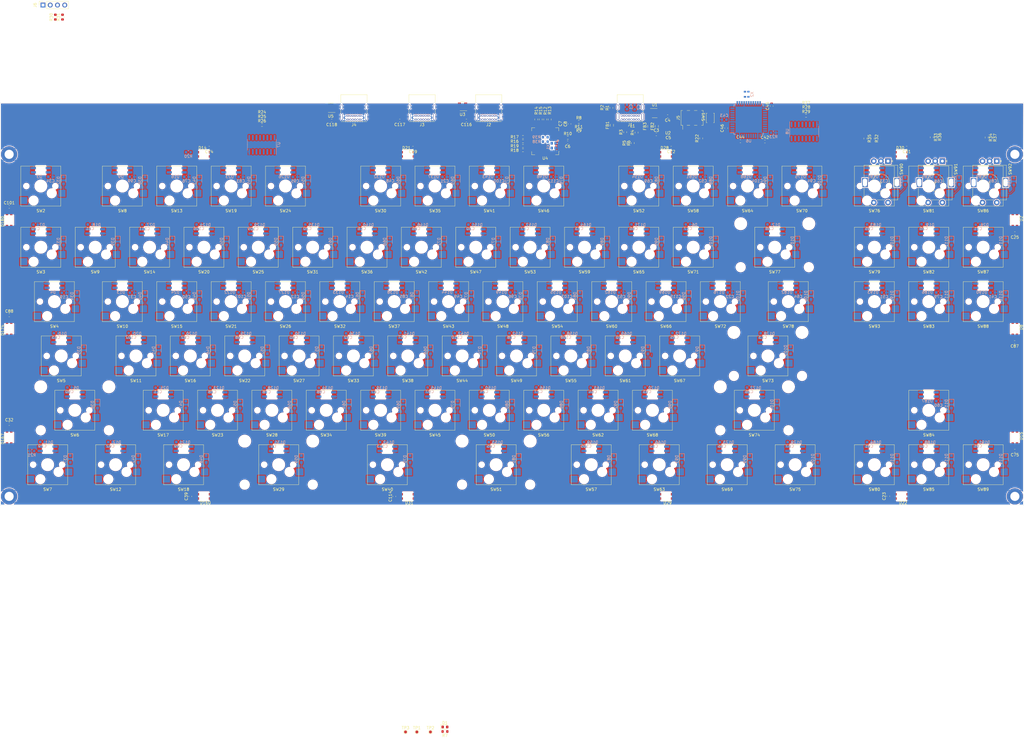
<source format=kicad_pcb>
(kicad_pcb (version 20171130) (host pcbnew "(5.1.8)-1")
  (layers (0 F.Cu signal) (31 B.Cu signal) (34 B.Paste user) (35 F.Paste user) (36 B.SilkS user) (37 F.SilkS user) (38 B.Mask user) (39 F.Mask user) (44 Edge.Cuts user))
  (net 0 "")
  (net 1 "Net-(C1-Pad2)")
  (net 2 VBUS)
  (net 3 GND)
  (net 4 +5V)
  (net 5 +3V3)
  (net 6 "Net-(C6-Pad2)")
  (net 7 "Net-(C43-Pad1)")
  (net 8 "Net-(D1-Pad1)")
  (net 9 "Net-(D2-Pad2)")
  (net 10 "Net-(D2-Pad4)")
  (net 11 "Net-(D3-Pad2)")
  (net 12 UG_OUT)
  (net 13 "Net-(D4-Pad4)")
  (net 14 "Net-(D13-Pad4)")
  (net 15 "Net-(D17-Pad4)")
  (net 16 "Net-(D10-Pad2)")
  (net 17 "Net-(D171-Pad4)")
  (net 18 "Net-(D12-Pad2)")
  (net 19 "Net-(D18-Pad2)")
  (net 20 "Net-(D15-Pad4)")
  (net 21 "Net-(D16-Pad4)")
  (net 22 "Net-(D10-Pad4)")
  (net 23 "Net-(D11-Pad2)")
  (net 24 "Net-(D11-Pad4)")
  (net 25 "Net-(D12-Pad4)")
  (net 26 "Net-(D13-Pad2)")
  (net 27 "Net-(D14-Pad2)")
  (net 28 "Net-(D14-Pad4)")
  (net 29 "Net-(D15-Pad2)")
  (net 30 "Net-(D16-Pad2)")
  (net 31 "Net-(D17-Pad2)")
  (net 32 "Net-(D18-Pad4)")
  (net 33 "Net-(D19-Pad4)")
  (net 34 "Net-(D120-Pad2)")
  (net 35 "Net-(D21-Pad2)")
  (net 36 "Net-(D22-Pad2)")
  (net 37 "Net-(D126-Pad4)")
  (net 38 "Net-(D122-Pad4)")
  (net 39 "Net-(D123-Pad4)")
  (net 40 "Net-(D189-Pad2)")
  (net 41 "Net-(D124-Pad2)")
  (net 42 "Net-(D28-Pad2)")
  (net 43 "Net-(D29-Pad2)")
  (net 44 "Net-(D160-Pad4)")
  (net 45 /Switches/ROW[0])
  (net 46 "Net-(D32-Pad2)")
  (net 47 /Switches/ROW[1])
  (net 48 "Net-(D33-Pad2)")
  (net 49 "Net-(D34-Pad2)")
  (net 50 /Switches/ROW[2])
  (net 51 "Net-(D35-Pad2)")
  (net 52 /Switches/ROW[3])
  (net 53 /Switches/ROW[4])
  (net 54 "Net-(D36-Pad2)")
  (net 55 "Net-(D37-Pad2)")
  (net 56 /Switches/ROW[5])
  (net 57 "Net-(D38-Pad2)")
  (net 58 "Net-(D39-Pad2)")
  (net 59 "Net-(D40-Pad2)")
  (net 60 "Net-(D41-Pad2)")
  (net 61 "Net-(D42-Pad2)")
  (net 62 "Net-(D43-Pad2)")
  (net 63 "Net-(D44-Pad2)")
  (net 64 "Net-(D45-Pad2)")
  (net 65 "Net-(D46-Pad2)")
  (net 66 "Net-(D47-Pad2)")
  (net 67 "Net-(D48-Pad2)")
  (net 68 "Net-(D49-Pad2)")
  (net 69 "Net-(D50-Pad2)")
  (net 70 "Net-(D51-Pad2)")
  (net 71 "Net-(D52-Pad2)")
  (net 72 "Net-(D53-Pad2)")
  (net 73 "Net-(D54-Pad2)")
  (net 74 "Net-(D55-Pad2)")
  (net 75 "Net-(D56-Pad2)")
  (net 76 "Net-(D57-Pad2)")
  (net 77 "Net-(D58-Pad2)")
  (net 78 "Net-(D59-Pad2)")
  (net 79 "Net-(D60-Pad2)")
  (net 80 "Net-(D61-Pad2)")
  (net 81 "Net-(D62-Pad2)")
  (net 82 "Net-(D63-Pad2)")
  (net 83 "Net-(D64-Pad2)")
  (net 84 "Net-(D65-Pad2)")
  (net 85 "Net-(D66-Pad2)")
  (net 86 "Net-(D67-Pad2)")
  (net 87 "Net-(D68-Pad2)")
  (net 88 "Net-(D69-Pad2)")
  (net 89 "Net-(D70-Pad2)")
  (net 90 "Net-(D71-Pad2)")
  (net 91 "Net-(D72-Pad2)")
  (net 92 "Net-(D73-Pad2)")
  (net 93 "Net-(D74-Pad2)")
  (net 94 "Net-(D75-Pad2)")
  (net 95 "Net-(D76-Pad2)")
  (net 96 "Net-(D77-Pad2)")
  (net 97 "Net-(D78-Pad2)")
  (net 98 "Net-(D79-Pad2)")
  (net 99 "Net-(D80-Pad2)")
  (net 100 "Net-(D81-Pad2)")
  (net 101 "Net-(D82-Pad2)")
  (net 102 "Net-(D83-Pad2)")
  (net 103 "Net-(D84-Pad2)")
  (net 104 "Net-(D85-Pad2)")
  (net 105 "Net-(D86-Pad2)")
  (net 106 "Net-(D87-Pad2)")
  (net 107 "Net-(D88-Pad2)")
  (net 108 "Net-(D89-Pad2)")
  (net 109 "Net-(D90-Pad2)")
  (net 110 "Net-(D91-Pad2)")
  (net 111 "Net-(D92-Pad2)")
  (net 112 "Net-(D93-Pad2)")
  (net 113 "Net-(D94-Pad2)")
  (net 114 "Net-(D95-Pad2)")
  (net 115 "Net-(D96-Pad2)")
  (net 116 "Net-(D97-Pad2)")
  (net 117 "Net-(D98-Pad2)")
  (net 118 "Net-(D99-Pad2)")
  (net 119 "Net-(D100-Pad2)")
  (net 120 "Net-(D101-Pad2)")
  (net 121 "Net-(D102-Pad2)")
  (net 122 "Net-(D103-Pad2)")
  (net 123 "Net-(D104-Pad2)")
  (net 124 "Net-(D105-Pad2)")
  (net 125 "Net-(D107-Pad2)")
  (net 126 "Net-(D108-Pad2)")
  (net 127 "Net-(D109-Pad2)")
  (net 128 "Net-(D110-Pad2)")
  (net 129 "Net-(D112-Pad2)")
  (net 130 "Net-(D113-Pad2)")
  (net 131 "Net-(D114-Pad2)")
  (net 132 "Net-(D115-Pad2)")
  (net 133 "Net-(D117-Pad2)")
  (net 134 "Net-(D118-Pad2)")
  (net 135 "Net-(D119-Pad2)")
  (net 136 "Net-(D120-Pad4)")
  (net 137 "Net-(D121-Pad4)")
  (net 138 "Net-(D122-Pad2)")
  (net 139 "Net-(D123-Pad2)")
  (net 140 "Net-(D124-Pad4)")
  (net 141 "Net-(D125-Pad4)")
  (net 142 "Net-(D126-Pad2)")
  (net 143 "Net-(D127-Pad2)")
  (net 144 "Net-(D128-Pad2)")
  (net 145 "Net-(D129-Pad4)")
  (net 146 "Net-(D130-Pad4)")
  (net 147 "Net-(D131-Pad4)")
  (net 148 "Net-(D132-Pad2)")
  (net 149 "Net-(D133-Pad2)")
  (net 150 "Net-(D134-Pad2)")
  (net 151 "Net-(D135-Pad4)")
  (net 152 "Net-(D136-Pad4)")
  (net 153 "Net-(D137-Pad2)")
  (net 154 "Net-(D138-Pad2)")
  (net 155 "Net-(D139-Pad2)")
  (net 156 "Net-(D140-Pad4)")
  (net 157 "Net-(D141-Pad4)")
  (net 158 "Net-(D142-Pad4)")
  (net 159 "Net-(D143-Pad2)")
  (net 160 "Net-(D144-Pad2)")
  (net 161 "Net-(D145-Pad2)")
  (net 162 "Net-(D146-Pad4)")
  (net 163 "Net-(D147-Pad4)")
  (net 164 "Net-(D148-Pad2)")
  (net 165 "Net-(D149-Pad2)")
  (net 166 "Net-(D150-Pad2)")
  (net 167 "Net-(D151-Pad4)")
  (net 168 "Net-(D152-Pad4)")
  (net 169 "Net-(D153-Pad4)")
  (net 170 "Net-(D154-Pad2)")
  (net 171 "Net-(D155-Pad2)")
  (net 172 "Net-(D156-Pad2)")
  (net 173 "Net-(D157-Pad4)")
  (net 174 "Net-(D158-Pad4)")
  (net 175 "Net-(D159-Pad4)")
  (net 176 "Net-(D160-Pad2)")
  (net 177 "Net-(D161-Pad2)")
  (net 178 "Net-(D162-Pad2)")
  (net 179 "Net-(D163-Pad2)")
  (net 180 "Net-(D164-Pad4)")
  (net 181 "Net-(D165-Pad4)")
  (net 182 "Net-(D166-Pad4)")
  (net 183 "Net-(D167-Pad2)")
  (net 184 "Net-(D168-Pad2)")
  (net 185 "Net-(D169-Pad2)")
  (net 186 "Net-(D170-Pad2)")
  (net 187 "Net-(D172-Pad4)")
  (net 188 "Net-(D173-Pad4)")
  (net 189 "Net-(D174-Pad2)")
  (net 190 "Net-(D175-Pad2)")
  (net 191 "Net-(D176-Pad2)")
  (net 192 "Net-(D177-Pad2)")
  (net 193 "Net-(D178-Pad4)")
  (net 194 "Net-(D179-Pad4)")
  (net 195 "Net-(D181-Pad2)")
  (net 196 "Net-(D182-Pad2)")
  (net 197 "Net-(D183-Pad4)")
  (net 198 "Net-(D184-Pad4)")
  (net 199 "Net-(D185-Pad2)")
  (net 200 "Net-(D186-Pad2)")
  (net 201 "Net-(D187-Pad2)")
  (net 202 "Net-(D188-Pad4)")
  (net 203 "Net-(J1-PadA6)")
  (net 204 "Net-(J1-PadB5)")
  (net 205 "Net-(J1-PadB8)")
  (net 206 "Net-(J1-PadA7)")
  (net 207 "Net-(J1-PadA8)")
  (net 208 "Net-(J1-PadA5)")
  (net 209 "Net-(J2-PadB5)")
  (net 210 "Net-(J2-PadB8)")
  (net 211 "Net-(J2-PadA8)")
  (net 212 "Net-(J2-PadA5)")
  (net 213 "Net-(J3-PadA5)")
  (net 214 "/USB Downstream 1/USBD+")
  (net 215 "/USB Downstream 1/USBD-")
  (net 216 "Net-(J3-PadA8)")
  (net 217 "Net-(J3-PadB8)")
  (net 218 "Net-(J3-PadB5)")
  (net 219 "Net-(J4-PadA5)")
  (net 220 "/USB Downstream 2/USBD+")
  (net 221 "/USB Downstream 2/USBD-")
  (net 222 "Net-(J4-PadA8)")
  (net 223 "Net-(J4-PadB8)")
  (net 224 "Net-(J4-PadB5)")
  (net 225 MISO)
  (net 226 SCK)
  (net 227 MOSI)
  (net 228 RST)
  (net 229 /Misc/SDA)
  (net 230 /Misc/SCL)
  (net 231 "/USB Upstream/D-")
  (net 232 "/USB Upstream/D+")
  (net 233 "/USB HUB/USB_UPSTREAM_IN-")
  (net 234 "/USB HUB/USB_UPSTREAM_IN+")
  (net 235 "Net-(R8-Pad1)")
  (net 236 "Net-(R9-Pad2)")
  (net 237 "Net-(R11-Pad1)")
  (net 238 "/USB HUB/D1+")
  (net 239 "/USB HUB/D1-")
  (net 240 "/USB HUB/D2+")
  (net 241 "/USB HUB/D2-")
  (net 242 "/USB HUB/D3+")
  (net 243 "/USB HUB/D3-")
  (net 244 "/USB HUB/USB_DOWNSTREAM_LOCAL_OUT+")
  (net 245 "/USB HUB/D4+")
  (net 246 "/USB HUB/D4-")
  (net 247 "/USB HUB/USB_DOWNSTREAM_LOCAL_OUT-")
  (net 248 /LEDs/RGB_IN)
  (net 249 "Net-(R23-Pad1)")
  (net 250 "Net-(R24-Pad1)")
  (net 251 "Net-(R25-Pad1)")
  (net 252 "Net-(R26-Pad1)")
  (net 253 "Net-(R27-Pad1)")
  (net 254 "Net-(R28-Pad1)")
  (net 255 "Net-(R29-Pad1)")
  (net 256 /Misc/ENC_B[0])
  (net 257 /Misc/ENC_B[1])
  (net 258 /Misc/ENC_B[2])
  (net 259 /Misc/ENC_A[0])
  (net 260 /Misc/ENC_A[1])
  (net 261 /Misc/ENC_A[2])
  (net 262 "/Column Decoder/COL[0]")
  (net 263 "/Column Decoder/COL[1]")
  (net 264 "/Column Decoder/COL[2]")
  (net 265 "/Column Decoder/COL[3]")
  (net 266 "/Column Decoder/COL[4]")
  (net 267 /Switches/COL5])
  (net 268 "/Column Decoder/COL[6]")
  (net 269 "/Column Decoder/COL[7]")
  (net 270 "/Column Decoder/COL[8]")
  (net 271 "/Column Decoder/COL[9]")
  (net 272 "/Column Decoder/COL[10]")
  (net 273 "/Column Decoder/COL[11]")
  (net 274 "/Column Decoder/COL[12]")
  (net 275 ENC_ROW[0])
  (net 276 ENC_COL[0])
  (net 277 ENC_ROW[1])
  (net 278 ENC_COL[1])
  (net 279 ENC_COL[2])
  (net 280 ENC_ROW[2])
  (net 281 "Net-(U1-Pad3)")
  (net 282 "Net-(U1-Pad4)")
  (net 283 "Net-(U2-Pad4)")
  (net 284 "Net-(U4-Pad5)")
  (net 285 "Net-(U4-Pad9)")
  (net 286 "Net-(U4-Pad13)")
  (net 287 "Net-(U4-Pad17)")
  (net 288 "Net-(U4-Pad21)")
  (net 289 "Net-(U4-Pad29)")
  (net 290 "Net-(U4-Pad30)")
  (net 291 "Net-(U4-Pad32)")
  (net 292 "Net-(U5-Pad1)")
  (net 293 "Net-(U5-Pad6)")
  (net 294 "/Column Decoder/COLA[0]")
  (net 295 "/Column Decoder/COLA[1]")
  (net 296 "Net-(U6-Pad16)")
  (net 297 "Net-(U6-Pad17)")
  (net 298 "/Column Decoder/COLA[2]")
  (net 299 "Net-(U6-Pad26)")
  (net 300 "/Column Decoder/COLA[3]")
  (net 301 "/Column Decoder/COLA[4]")
  (net 302 "/Column Decoder/COLA[5]")
  (net 303 /uController/RGB_DOUT)
  (net 304 "Net-(D192-Pad2)")
  (net 305 "/Column Decoder/COL[5]")
  (net 306 "/USB Downstream 0/USBD+")
  (net 307 "/USB Downstream 0/USBD-")
  (net 308 "Net-(D186-Pad4)")
  (module Package_SO:SOIC-16_3.9x9.9mm_P1.27mm (layer B.Cu) (at 300.8376 71.374 270)
    (fp_text reference U8 (at 0 5.9 270) (layer B.SilkS) (effects (justify mirror)))
    (fp_text value CD74HC238)
    (pad 16 smd roundrect (at 2.475 4.445 270) (size 1.95 0.6) (layers B.Cu B.Paste B.Mask) (net 5 +3V3))
    (pad 15 smd roundrect (at 2.475 3.175 270) (size 1.95 0.6) (layers B.Cu B.Paste B.Mask) (net 279 ENC_COL[2]))
    (pad 14 smd roundrect (at 2.475 1.905 270) (size 1.95 0.6) (layers B.Cu B.Paste B.Mask) (net 278 ENC_COL[1]))
    (pad 13 smd roundrect (at 2.475 0.635 270) (size 1.95 0.6) (layers B.Cu B.Paste B.Mask) (net 276 ENC_COL[0]))
    (pad 12 smd roundrect (at 2.475 -0.635 270) (size 1.95 0.6) (layers B.Cu B.Paste B.Mask) (net 274 "/Column Decoder/COL[12]"))
    (pad 11 smd roundrect (at 2.475 -1.905 270) (size 1.95 0.6) (layers B.Cu B.Paste B.Mask) (net 273 "/Column Decoder/COL[11]"))
    (pad 10 smd roundrect (at 2.475 -3.175 270) (size 1.95 0.6) (layers B.Cu B.Paste B.Mask) (net 272 "/Column Decoder/COL[10]"))
    (pad 9 smd roundrect (at 2.475 -4.445 270) (size 1.95 0.6) (layers B.Cu B.Paste B.Mask) (net 271 "/Column Decoder/COL[9]"))
    (pad 8 smd roundrect (at -2.475 -4.445 270) (size 1.95 0.6) (layers B.Cu B.Paste B.Mask) (net 3 GND))
    (pad 7 smd roundrect (at -2.475 -3.175 270) (size 1.95 0.6) (layers B.Cu B.Paste B.Mask) (net 270 "/Column Decoder/COL[8]"))
    (pad 6 smd roundrect (at -2.475 -1.905 270) (size 1.95 0.6) (layers B.Cu B.Paste B.Mask) (net 255 "Net-(R29-Pad1)"))
    (pad 5 smd roundrect (at -2.475 -0.635 270) (size 1.95 0.6) (layers B.Cu B.Paste B.Mask) (net 254 "Net-(R28-Pad1)"))
    (pad 4 smd roundrect (at -2.475 0.635 270) (size 1.95 0.6) (layers B.Cu B.Paste B.Mask) (net 253 "Net-(R27-Pad1)"))
    (pad 3 smd roundrect (at -2.475 1.905 270) (size 1.95 0.6) (layers B.Cu B.Paste B.Mask) (net 302 "/Column Decoder/COLA[5]"))
    (pad 2 smd roundrect (at -2.475 3.175 270) (size 1.95 0.6) (layers B.Cu B.Paste B.Mask) (net 301 "/Column Decoder/COLA[4]"))
    (pad 1 smd roundrect (at -2.475 4.445 270) (size 1.95 0.6) (layers B.Cu B.Paste B.Mask) (net 300 "/Column Decoder/COLA[3]"))
  )
  (module Package_SO:SOIC-16_3.9x9.9mm_P1.27mm (layer B.Cu) (at 110.7948 75.9968 90)
    (fp_text reference U7 (at 0 5.9 -90) (layer B.SilkS) (effects (justify mirror)))
    (fp_text value CD74HC238)
    (pad 16 smd roundrect (at 2.475 4.445 90) (size 1.95 0.6) (layers B.Cu B.Paste B.Mask) (net 5 +3V3))
    (pad 15 smd roundrect (at 2.475 3.175 90) (size 1.95 0.6) (layers B.Cu B.Paste B.Mask) (net 269 "/Column Decoder/COL[7]"))
    (pad 14 smd roundrect (at 2.475 1.905 90) (size 1.95 0.6) (layers B.Cu B.Paste B.Mask) (net 268 "/Column Decoder/COL[6]"))
    (pad 13 smd roundrect (at 2.475 0.635 90) (size 1.95 0.6) (layers B.Cu B.Paste B.Mask) (net 305 "/Column Decoder/COL[5]"))
    (pad 12 smd roundrect (at 2.475 -0.635 90) (size 1.95 0.6) (layers B.Cu B.Paste B.Mask) (net 266 "/Column Decoder/COL[4]"))
    (pad 11 smd roundrect (at 2.475 -1.905 90) (size 1.95 0.6) (layers B.Cu B.Paste B.Mask) (net 265 "/Column Decoder/COL[3]"))
    (pad 10 smd roundrect (at 2.475 -3.175 90) (size 1.95 0.6) (layers B.Cu B.Paste B.Mask) (net 264 "/Column Decoder/COL[2]"))
    (pad 9 smd roundrect (at 2.475 -4.445 90) (size 1.95 0.6) (layers B.Cu B.Paste B.Mask) (net 263 "/Column Decoder/COL[1]"))
    (pad 8 smd roundrect (at -2.475 -4.445 90) (size 1.95 0.6) (layers B.Cu B.Paste B.Mask) (net 3 GND))
    (pad 7 smd roundrect (at -2.475 -3.175 90) (size 1.95 0.6) (layers B.Cu B.Paste B.Mask) (net 262 "/Column Decoder/COL[0]"))
    (pad 6 smd roundrect (at -2.475 -1.905 90) (size 1.95 0.6) (layers B.Cu B.Paste B.Mask) (net 252 "Net-(R26-Pad1)"))
    (pad 5 smd roundrect (at -2.475 -0.635 90) (size 1.95 0.6) (layers B.Cu B.Paste B.Mask) (net 251 "Net-(R25-Pad1)"))
    (pad 4 smd roundrect (at -2.475 0.635 90) (size 1.95 0.6) (layers B.Cu B.Paste B.Mask) (net 250 "Net-(R24-Pad1)"))
    (pad 3 smd roundrect (at -2.475 1.905 90) (size 1.95 0.6) (layers B.Cu B.Paste B.Mask) (net 298 "/Column Decoder/COLA[2]"))
    (pad 2 smd roundrect (at -2.475 3.175 90) (size 1.95 0.6) (layers B.Cu B.Paste B.Mask) (net 295 "/Column Decoder/COLA[1]"))
    (pad 1 smd roundrect (at -2.475 4.445 90) (size 1.95 0.6) (layers B.Cu B.Paste B.Mask) (net 294 "/Column Decoder/COLA[0]"))
  )
  (module custom_footprint_library:SK6812-MINI-E (layer F.Cu) (at 325.4375 125.4125 180)
    (fp_text reference D193 (at 0.50292 -2.26568) (layer B.SilkS) (effects (justify mirror)))
    (fp_text value K62)
    (fp_line (start -1.7 1.5) (end 1.7 1.5) (layer Edge.Cuts) (width 0.05))
    (fp_line (start 1.7 1.5) (end 1.7 -1.5) (layer Edge.Cuts) (width 0.05))
    (fp_line (start -1.7 1.5) (end -1.7 -1.5) (layer Edge.Cuts) (width 0.05))
    (fp_line (start -1.7 -1.5) (end 1.7 -1.5) (layer Edge.Cuts) (width 0.05))
    (pad 4 smd rect (at 2.6 -0.75 180) (size 1.8 0.82) (layers B.Cu B.Paste B.Mask) (net 196 "Net-(D182-Pad2)"))
    (pad 3 smd rect (at 2.6 0.75 180) (size 1.8 0.82) (layers B.Cu B.Paste B.Mask) (net 3 GND))
    (pad 2 smd rect (at -2.6 0.75 180) (size 1.8 0.82) (layers B.Cu B.Paste B.Mask) (net 308 "Net-(D186-Pad4)"))
    (pad 1 smd rect (at -2.6 -0.75 180) (size 1.8 0.82) (layers B.Cu B.Paste B.Mask) (net 4 +5V))
  )
  (module CherryMX_PCB_KailhSocket:CherryMX_1.00u_PCB_KailhSocket (layer F.Cu) (at 325.4375 130.96875 180)
    (fp_text reference SW93 (at 0 -8.6625) (layer F.SilkS))
    (fp_text value K62)
    (pad 2 smd rect (at 6.015 -5.08 180) (size 2.55 2.5) (layers B.Cu B.Paste B.Mask) (net 278 ENC_COL[1]))
    (pad 1 smd rect (at -7.41 -2.54 180) (size 2.55 2.5) (layers B.Cu B.Paste B.Mask) (net 304 "Net-(D192-Pad2)"))
    (pad "" np_thru_hole circle (at 2.54 -5.08 180) (size 3 3) (drill 3) (layers *.Cu *.Mask))
    (pad "" np_thru_hole circle (at -3.81 -2.54 180) (size 3 3) (drill 3) (layers *.Cu *.Mask))
    (pad "" np_thru_hole circle (at 5.08 0 180) (size 1.75 1.75) (drill 1.75) (layers *.Cu *.Mask))
    (pad "" np_thru_hole circle (at -5.08 0 180) (size 1.75 1.75) (drill 1.75) (layers *.Cu *.Mask))
    (pad "" np_thru_hole circle (at 0 0 180) (size 4 4) (drill 4) (layers *.Cu *.Mask))
  )
  (module CherryMX_PCB_KailhSocket_StabWireBottom:CherryMX_2.75u_PCB_KailhSocket_StabWireBottom (layer F.Cu) (at 283.36875 169.06875 180)
    (fp_text reference SW74 (at 0 -8.6625) (layer F.SilkS))
    (fp_text value K75)
    (pad "" np_thru_hole circle (at 11.938 -7 180) (size 3.05 3.05) (drill 3.05) (layers *.Cu *.Mask))
    (pad "" np_thru_hole circle (at 11.938 8.24 180) (size 4 4) (drill 4) (layers *.Cu *.Mask))
    (pad "" np_thru_hole circle (at -11.938 8.24 180) (size 4 4) (drill 4) (layers *.Cu *.Mask))
    (pad "" np_thru_hole circle (at -11.938 -7 180) (size 3.05 3.05) (drill 3.05) (layers *.Cu *.Mask))
    (pad 2 smd rect (at 6.015 -5.08 180) (size 2.55 2.5) (layers B.Cu B.Paste B.Mask) (net 274 "/Column Decoder/COL[12]"))
    (pad 1 smd rect (at -7.41 -2.54 180) (size 2.55 2.5) (layers B.Cu B.Paste B.Mask) (net 123 "Net-(D104-Pad2)"))
    (pad "" np_thru_hole circle (at 2.54 -5.08 180) (size 3 3) (drill 3) (layers *.Cu *.Mask))
    (pad "" np_thru_hole circle (at -3.81 -2.54 180) (size 3 3) (drill 3) (layers *.Cu *.Mask))
    (pad "" np_thru_hole circle (at 5.08 0 180) (size 1.75 1.75) (drill 1.75) (layers *.Cu *.Mask))
    (pad "" np_thru_hole circle (at -5.08 0 180) (size 1.75 1.75) (drill 1.75) (layers *.Cu *.Mask))
    (pad "" np_thru_hole circle (at 0 0 180) (size 4 4) (drill 4) (layers *.Cu *.Mask))
  )
  (module custom_footprint_library:SOD323_HS (layer B.Cu) (at 333.375 127.775 270)
    (fp_text reference D192 (at 1.24714 1.75768 90) (layer B.SilkS) (effects (justify mirror)))
    (fp_text value D)
    (pad 1 smd rect (at 0 0 270) (size 1 1) (layers B.Cu B.Paste B.Mask) (net 52 /Switches/ROW[3]))
    (pad 2 smd rect (at 2.4 0 270) (size 1 1) (layers B.Cu B.Paste B.Mask) (net 304 "Net-(D192-Pad2)"))
  )
  (module Capacitor_smd:C_0603_1608Metric (layer B.Cu) (at 238.7219 62.8018 90)
    (fp_text reference C1 (at 0 1.43 90) (layer B.SilkS) (effects (justify mirror)))
    (fp_text value 10uF)
    (pad 2 smd roundrect (at 0.775 0 90) (size 0.9 0.95) (layers B.Cu B.Paste B.Mask) (net 1 "Net-(C1-Pad2)"))
    (pad 1 smd roundrect (at -0.775 0 90) (size 0.9 0.95) (layers B.Cu B.Paste B.Mask) (net 2 VBUS))
  )
  (module Capacitor_smd:C_0603_1608Metric (layer B.Cu) (at 241.3889 62.8523 90)
    (fp_text reference C2 (at 0 1.43 270) (layer B.SilkS) (effects (justify mirror)))
    (fp_text value 1uF)
    (pad 1 smd roundrect (at -0.775 0 90) (size 0.9 0.95) (layers B.Cu B.Paste B.Mask) (net 2 VBUS))
    (pad 2 smd roundrect (at 0.775 0 90) (size 0.9 0.95) (layers B.Cu B.Paste B.Mask) (net 1 "Net-(C1-Pad2)"))
  )
  (module Capacitor_smd:C_0603_1608Metric (layer F.Cu) (at 249.0089 72.3773)
    (fp_text reference C3 (at 0 -1.43) (layer F.SilkS))
    (fp_text value 100nF)
    (pad 2 smd roundrect (at 0.775 0) (size 0.9 0.95) (layers F.Cu F.Paste F.Mask) (net 3 GND))
    (pad 1 smd roundrect (at -0.775 0) (size 0.9 0.95) (layers F.Cu F.Paste F.Mask) (net 4 +5V))
  )
  (module Capacitor_smd:C_0603_1608Metric (layer F.Cu) (at 252.9837 66.0146 180)
    (fp_text reference C4 (at 0 -1.43) (layer F.SilkS))
    (fp_text value 100nF)
    (pad 2 smd roundrect (at 0.775 0 180) (size 0.9 0.95) (layers F.Cu F.Paste F.Mask) (net 3 GND))
    (pad 1 smd roundrect (at -0.775 0 180) (size 0.9 0.95) (layers F.Cu F.Paste F.Mask) (net 4 +5V))
  )
  (module Capacitor_smd:C_0603_1608Metric (layer F.Cu) (at 253.2002 72.1106 180)
    (fp_text reference C5 (at 0 -1.43) (layer F.SilkS))
    (fp_text value 1uF)
    (pad 1 smd roundrect (at -0.775 0 180) (size 0.9 0.95) (layers F.Cu F.Paste F.Mask) (net 5 +3V3))
    (pad 2 smd roundrect (at 0.775 0 180) (size 0.9 0.95) (layers F.Cu F.Paste F.Mask) (net 3 GND))
  )
  (module Capacitor_smd:C_0603_1608Metric (layer F.Cu) (at 217.945 75.184 180)
    (fp_text reference C6 (at 0 -1.43) (layer F.SilkS))
    (fp_text value 1uF)
    (pad 2 smd roundrect (at 0.775 0 180) (size 0.9 0.95) (layers F.Cu F.Paste F.Mask) (net 6 "Net-(C6-Pad2)"))
    (pad 1 smd roundrect (at -0.775 0 180) (size 0.9 0.95) (layers F.Cu F.Paste F.Mask) (net 3 GND))
  )
  (module Capacitor_smd:C_0603_1608Metric (layer F.Cu) (at 216.8144 68.6178 90)
    (fp_text reference C7 (at 0 -1.43 90) (layer F.SilkS))
    (fp_text value 1uF)
    (pad 1 smd roundrect (at -0.775 0 90) (size 0.9 0.95) (layers F.Cu F.Paste F.Mask) (net 5 +3V3))
    (pad 2 smd roundrect (at 0.775 0 90) (size 0.9 0.95) (layers F.Cu F.Paste F.Mask) (net 3 GND))
  )
  (module Capacitor_smd:C_0603_1608Metric (layer F.Cu) (at 218.5924 68.7194 90)
    (fp_text reference C8 (at 0 -1.43 90) (layer F.SilkS))
    (fp_text value 100nF)
    (pad 2 smd roundrect (at 0.775 0 90) (size 0.9 0.95) (layers F.Cu F.Paste F.Mask) (net 3 GND))
    (pad 1 smd roundrect (at -0.775 0 90) (size 0.9 0.95) (layers F.Cu F.Paste F.Mask) (net 5 +3V3))
  )
  (module Capacitor_smd:C_0603_1608Metric (layer B.Cu) (at 114.8464 180.2384)
    (fp_text reference C9 (at 0 1.43) (layer B.SilkS) (effects (justify mirror)))
    (fp_text value 100nF)
    (pad 1 smd roundrect (at -0.775 0) (size 0.9 0.95) (layers B.Cu B.Paste B.Mask) (net 4 +5V))
    (pad 2 smd roundrect (at 0.775 0) (size 0.9 0.95) (layers B.Cu B.Paste B.Mask) (net 3 GND))
  )
  (module Capacitor_smd:C_0603_1608Metric (layer B.Cu) (at 236.2965 142.0495)
    (fp_text reference C10 (at 0 1.43) (layer B.SilkS) (effects (justify mirror)))
    (fp_text value 100nF)
    (pad 1 smd roundrect (at -0.775 0) (size 0.9 0.95) (layers B.Cu B.Paste B.Mask) (net 4 +5V))
    (pad 2 smd roundrect (at 0.775 0) (size 0.9 0.95) (layers B.Cu B.Paste B.Mask) (net 3 GND))
  )
  (module Capacitor_smd:C_0603_1608Metric (layer B.Cu) (at 74.3334 161.1376)
    (fp_text reference C11 (at 0 1.43) (layer B.SilkS) (effects (justify mirror)))
    (fp_text value 100nF)
    (pad 2 smd roundrect (at 0.775 0) (size 0.9 0.95) (layers B.Cu B.Paste B.Mask) (net 3 GND))
    (pad 1 smd roundrect (at -0.775 0) (size 0.9 0.95) (layers B.Cu B.Paste B.Mask) (net 4 +5V))
  )
  (module Capacitor_smd:C_0603_1608Metric (layer B.Cu) (at 122.441 127.8128)
    (fp_text reference C12 (at 0 1.43) (layer B.SilkS) (effects (justify mirror)))
    (fp_text value 100nF)
    (pad 1 smd roundrect (at -0.775 0) (size 0.9 0.95) (layers B.Cu B.Paste B.Mask) (net 4 +5V))
    (pad 2 smd roundrect (at 0.775 0) (size 0.9 0.95) (layers B.Cu B.Paste B.Mask) (net 3 GND))
  )
  (module Capacitor_smd:C_0603_1608Metric (layer B.Cu) (at 286.3345 142.0495)
    (fp_text reference C13 (at 0 1.43) (layer B.SilkS) (effects (justify mirror)))
    (fp_text value 100nF)
    (pad 2 smd roundrect (at 0.775 0) (size 0.9 0.95) (layers B.Cu B.Paste B.Mask) (net 3 GND))
    (pad 1 smd roundrect (at -0.775 0) (size 0.9 0.95) (layers B.Cu B.Paste B.Mask) (net 4 +5V))
  )
  (module Capacitor_smd:C_0603_1608Metric (layer B.Cu) (at 141.491 127.762)
    (fp_text reference C14 (at 0 1.43) (layer B.SilkS) (effects (justify mirror)))
    (fp_text value 100nF)
    (pad 2 smd roundrect (at 0.775 0) (size 0.9 0.95) (layers B.Cu B.Paste B.Mask) (net 3 GND))
    (pad 1 smd roundrect (at -0.775 0) (size 0.9 0.95) (layers B.Cu B.Paste B.Mask) (net 4 +5V))
  )
  (module Capacitor_smd:C_0603_1608Metric (layer B.Cu) (at 248.171 180.213)
    (fp_text reference C15 (at 0 1.43) (layer B.SilkS) (effects (justify mirror)))
    (fp_text value 100nF)
    (pad 2 smd roundrect (at 0.775 0) (size 0.9 0.95) (layers B.Cu B.Paste B.Mask) (net 3 GND))
    (pad 1 smd roundrect (at -0.775 0) (size 0.9 0.95) (layers B.Cu B.Paste B.Mask) (net 4 +5V))
  )
  (module Capacitor_smd:C_0603_1608Metric (layer B.Cu) (at 145.809 103.9495)
    (fp_text reference C16 (at 0 1.43) (layer B.SilkS) (effects (justify mirror)))
    (fp_text value 100nF)
    (pad 2 smd roundrect (at 0.775 0) (size 0.9 0.95) (layers B.Cu B.Paste B.Mask) (net 3 GND))
    (pad 1 smd roundrect (at -0.775 0) (size 0.9 0.95) (layers B.Cu B.Paste B.Mask) (net 4 +5V))
  )
  (module Capacitor_smd:C_0603_1608Metric (layer B.Cu) (at 260.109 103.9368)
    (fp_text reference C17 (at 0 1.43) (layer B.SilkS) (effects (justify mirror)))
    (fp_text value 100nF)
    (pad 1 smd roundrect (at -0.775 0) (size 0.9 0.95) (layers B.Cu B.Paste B.Mask) (net 4 +5V))
    (pad 2 smd roundrect (at 0.775 0) (size 0.9 0.95) (layers B.Cu B.Paste B.Mask) (net 3 GND))
  )
  (module Capacitor_smd:C_0603_1608Metric (layer B.Cu) (at 198.26 142.0495)
    (fp_text reference C18 (at 0 1.43) (layer B.SilkS) (effects (justify mirror)))
    (fp_text value 100nF)
    (pad 1 smd roundrect (at -0.775 0) (size 0.9 0.95) (layers B.Cu B.Paste B.Mask) (net 4 +5V))
    (pad 2 smd roundrect (at 0.775 0) (size 0.9 0.95) (layers B.Cu B.Paste B.Mask) (net 3 GND))
  )
  (module Capacitor_smd:C_0603_1608Metric (layer B.Cu) (at 41.4658 127.9144)
    (fp_text reference C19 (at 0 1.43) (layer B.SilkS) (effects (justify mirror)))
    (fp_text value 100nF)
    (pad 1 smd roundrect (at -0.775 0) (size 0.9 0.95) (layers B.Cu B.Paste B.Mask) (net 4 +5V))
    (pad 2 smd roundrect (at 0.775 0) (size 0.9 0.95) (layers B.Cu B.Paste B.Mask) (net 3 GND))
  )
  (module Capacitor_smd:C_0603_1608Metric (layer B.Cu) (at 126.759 103.9495)
    (fp_text reference C20 (at 0 1.43) (layer B.SilkS) (effects (justify mirror)))
    (fp_text value 100nF)
    (pad 1 smd roundrect (at -0.775 0) (size 0.9 0.95) (layers B.Cu B.Paste B.Mask) (net 4 +5V))
    (pad 2 smd roundrect (at 0.775 0) (size 0.9 0.95) (layers B.Cu B.Paste B.Mask) (net 3 GND))
  )
  (module Capacitor_smd:C_0603_1608Metric (layer B.Cu) (at 174.8412 87.2998)
    (fp_text reference C21 (at 0 1.43) (layer B.SilkS) (effects (justify mirror)))
    (fp_text value 100nF)
    (pad 1 smd roundrect (at -0.775 0) (size 0.9 0.95) (layers B.Cu B.Paste B.Mask) (net 4 +5V))
    (pad 2 smd roundrect (at 0.775 0) (size 0.9 0.95) (layers B.Cu B.Paste B.Mask) (net 3 GND))
  )
  (module Capacitor_smd:C_0603_1608Metric (layer B.Cu) (at 274.7902 127.8128)
    (fp_text reference C22 (at 0 1.43) (layer B.SilkS) (effects (justify mirror)))
    (fp_text value 100nF)
    (pad 2 smd roundrect (at 0.775 0) (size 0.9 0.95) (layers B.Cu B.Paste B.Mask) (net 3 GND))
    (pad 1 smd roundrect (at -0.775 0) (size 0.9 0.95) (layers B.Cu B.Paste B.Mask) (net 4 +5V))
  )
  (module Capacitor_smd:C_0603_1608Metric (layer F.Cu) (at 330.2635 199.1865 90)
    (fp_text reference C23 (at 0 -1.43 90) (layer F.SilkS))
    (fp_text value 100nF)
    (pad 2 smd roundrect (at 0.775 0 90) (size 0.9 0.95) (layers F.Cu F.Paste F.Mask) (net 3 GND))
    (pad 1 smd roundrect (at -0.775 0 90) (size 0.9 0.95) (layers F.Cu F.Paste F.Mask) (net 4 +5V))
  )
  (module Capacitor_smd:C_0603_1608Metric (layer B.Cu) (at 188.6842 161.036)
    (fp_text reference C24 (at 0 1.43) (layer B.SilkS) (effects (justify mirror)))
    (fp_text value 100nF)
    (pad 2 smd roundrect (at 0.775 0) (size 0.9 0.95) (layers B.Cu B.Paste B.Mask) (net 3 GND))
    (pad 1 smd roundrect (at -0.775 0) (size 0.9 0.95) (layers B.Cu B.Paste B.Mask) (net 4 +5V))
  )
  (module Capacitor_smd:C_0603_1608Metric (layer F.Cu) (at 374.637 106.9975 180)
    (fp_text reference C25 (at 0 -1.43) (layer F.SilkS))
    (fp_text value 100nF)
    (pad 2 smd roundrect (at 0.775 0 180) (size 0.9 0.95) (layers F.Cu F.Paste F.Mask) (net 3 GND))
    (pad 1 smd roundrect (at -0.775 0 180) (size 0.9 0.95) (layers F.Cu F.Paste F.Mask) (net 4 +5V))
  )
  (module Capacitor_smd:C_0603_1608Metric (layer B.Cu) (at 281.559 161.0868)
    (fp_text reference C26 (at 0 1.43) (layer B.SilkS) (effects (justify mirror)))
    (fp_text value 100nF)
    (pad 1 smd roundrect (at -0.775 0) (size 0.9 0.95) (layers B.Cu B.Paste B.Mask) (net 4 +5V))
    (pad 2 smd roundrect (at 0.775 0) (size 0.9 0.95) (layers B.Cu B.Paste B.Mask) (net 3 GND))
  )
  (module Capacitor_smd:C_0603_1608Metric (layer B.Cu) (at 207.7342 161.036)
    (fp_text reference C27 (at 0 1.43) (layer B.SilkS) (effects (justify mirror)))
    (fp_text value 100nF)
    (pad 1 smd roundrect (at -0.775 0) (size 0.9 0.95) (layers B.Cu B.Paste B.Mask) (net 4 +5V))
    (pad 2 smd roundrect (at 0.775 0) (size 0.9 0.95) (layers B.Cu B.Paste B.Mask) (net 3 GND))
  )
  (module Capacitor_smd:C_0603_1608Metric (layer B.Cu) (at 93.4342 161.1884)
    (fp_text reference C28 (at 0 1.43) (layer B.SilkS) (effects (justify mirror)))
    (fp_text value 100nF)
    (pad 2 smd roundrect (at 0.775 0) (size 0.9 0.95) (layers B.Cu B.Paste B.Mask) (net 3 GND))
    (pad 1 smd roundrect (at -0.775 0) (size 0.9 0.95) (layers B.Cu B.Paste B.Mask) (net 4 +5V))
  )
  (module Capacitor_smd:C_0603_1608Metric (layer B.Cu) (at 33.8966 180.1368)
    (fp_text reference C29 (at 0 1.43) (layer B.SilkS) (effects (justify mirror)))
    (fp_text value 100nF)
    (pad 1 smd roundrect (at -0.775 0) (size 0.9 0.95) (layers B.Cu B.Paste B.Mask) (net 4 +5V))
    (pad 2 smd roundrect (at 0.775 0) (size 0.9 0.95) (layers B.Cu B.Paste B.Mask) (net 3 GND))
  )
  (module Capacitor_smd:C_0603_1608Metric (layer B.Cu) (at 183.909 103.9876)
    (fp_text reference C30 (at 0 1.43) (layer B.SilkS) (effects (justify mirror)))
    (fp_text value 100nF)
    (pad 2 smd roundrect (at 0.775 0) (size 0.9 0.95) (layers B.Cu B.Paste B.Mask) (net 3 GND))
    (pad 1 smd roundrect (at -0.775 0) (size 0.9 0.95) (layers B.Cu B.Paste B.Mask) (net 4 +5V))
  )
  (module Capacitor_smd:C_0603_1608Metric (layer F.Cu) (at 336.7402 77.0128 180)
    (fp_text reference C31 (at 0 -1.43) (layer F.SilkS))
    (fp_text value 100nF)
    (pad 1 smd roundrect (at -0.775 0 180) (size 0.9 0.95) (layers F.Cu F.Paste F.Mask) (net 4 +5V))
    (pad 2 smd roundrect (at 0.775 0 180) (size 0.9 0.95) (layers F.Cu F.Paste F.Mask) (net 3 GND))
  )
  (module Capacitor_smd:C_0603_1608Metric (layer F.Cu) (at 22.2634 173.863)
    (fp_text reference C32 (at 0 -1.43) (layer F.SilkS))
    (fp_text value 100nF)
    (pad 1 smd roundrect (at -0.775 0) (size 0.9 0.95) (layers F.Cu F.Paste F.Mask) (net 4 +5V))
    (pad 2 smd roundrect (at 0.775 0) (size 0.9 0.95) (layers F.Cu F.Paste F.Mask) (net 3 GND))
  )
  (module Capacitor_smd:C_0603_1608Metric (layer B.Cu) (at 328.816 87.2744)
    (fp_text reference C33 (at 0 1.43) (layer B.SilkS) (effects (justify mirror)))
    (fp_text value 100nF)
    (pad 1 smd roundrect (at -0.775 0) (size 0.9 0.95) (layers B.Cu B.Paste B.Mask) (net 4 +5V))
    (pad 2 smd roundrect (at 0.775 0) (size 0.9 0.95) (layers B.Cu B.Paste B.Mask) (net 3 GND))
  )
  (module Capacitor_smd:C_0603_1608Metric (layer B.Cu) (at 36.716 87.249)
    (fp_text reference C34 (at 0 1.43) (layer B.SilkS) (effects (justify mirror)))
    (fp_text value 100nF)
    (pad 1 smd roundrect (at -0.775 0) (size 0.9 0.95) (layers B.Cu B.Paste B.Mask) (net 4 +5V))
    (pad 2 smd roundrect (at 0.775 0) (size 0.9 0.95) (layers B.Cu B.Paste B.Mask) (net 3 GND))
  )
  (module Capacitor_smd:C_0603_1608Metric (layer B.Cu) (at 255.41 141.986)
    (fp_text reference C35 (at 0 1.43) (layer B.SilkS) (effects (justify mirror)))
    (fp_text value 100nF)
    (pad 1 smd roundrect (at -0.775 0) (size 0.9 0.95) (layers B.Cu B.Paste B.Mask) (net 4 +5V))
    (pad 2 smd roundrect (at 0.775 0) (size 0.9 0.95) (layers B.Cu B.Paste B.Mask) (net 3 GND))
  )
  (module Capacitor_smd:C_0603_1608Metric (layer B.Cu) (at 342.7225 103.886)
    (fp_text reference C36 (at 0 1.43) (layer B.SilkS) (effects (justify mirror)))
    (fp_text value 100nF)
    (pad 2 smd roundrect (at 0.775 0) (size 0.9 0.95) (layers B.Cu B.Paste B.Mask) (net 3 GND))
    (pad 1 smd roundrect (at -0.775 0) (size 0.9 0.95) (layers B.Cu B.Paste B.Mask) (net 4 +5V))
  )
  (module Capacitor_smd:C_0603_1608Metric (layer B.Cu) (at 65.291 127.8636)
    (fp_text reference C37 (at 0 1.43) (layer B.SilkS) (effects (justify mirror)))
    (fp_text value 100nF)
    (pad 1 smd roundrect (at -0.775 0) (size 0.9 0.95) (layers B.Cu B.Paste B.Mask) (net 4 +5V))
    (pad 2 smd roundrect (at 0.775 0) (size 0.9 0.95) (layers B.Cu B.Paste B.Mask) (net 3 GND))
  )
  (module Capacitor_smd:C_0603_1608Metric (layer B.Cu) (at 288.7094 103.9368)
    (fp_text reference C38 (at 0 1.43) (layer B.SilkS) (effects (justify mirror)))
    (fp_text value 100nF)
    (pad 2 smd roundrect (at 0.775 0) (size 0.9 0.95) (layers B.Cu B.Paste B.Mask) (net 3 GND))
    (pad 1 smd roundrect (at -0.775 0) (size 0.9 0.95) (layers B.Cu B.Paste B.Mask) (net 4 +5V))
  )
  (module Capacitor_smd:C_0603_1608Metric (layer F.Cu) (at 85.725 199.25 90)
    (fp_text reference C39 (at 0 -1.43 90) (layer F.SilkS))
    (fp_text value 100nF)
    (pad 1 smd roundrect (at -0.775 0 90) (size 0.9 0.95) (layers F.Cu F.Paste F.Mask) (net 4 +5V))
    (pad 2 smd roundrect (at 0.775 0 90) (size 0.9 0.95) (layers F.Cu F.Paste F.Mask) (net 3 GND))
  )
  (module Capacitor_smd:C_0603_1608Metric (layer B.Cu) (at 342.659 180.213)
    (fp_text reference C40 (at 0 1.43) (layer B.SilkS) (effects (justify mirror)))
    (fp_text value 100nF)
    (pad 2 smd roundrect (at 0.775 0) (size 0.9 0.95) (layers B.Cu B.Paste B.Mask) (net 3 GND))
    (pad 1 smd roundrect (at -0.775 0) (size 0.9 0.95) (layers B.Cu B.Paste B.Mask) (net 4 +5V))
  )
  (module Capacitor_smd:C_0603_1608Metric (layer B.Cu) (at 366.916 127.8255)
    (fp_text reference C41 (at 0 1.43) (layer B.SilkS) (effects (justify mirror)))
    (fp_text value 100nF)
    (pad 2 smd roundrect (at 0.775 0) (size 0.9 0.95) (layers B.Cu B.Paste B.Mask) (net 3 GND))
    (pad 1 smd roundrect (at -0.775 0) (size 0.9 0.95) (layers B.Cu B.Paste B.Mask) (net 4 +5V))
  )
  (module Capacitor_smd:C_0603_1608Metric (layer F.Cu) (at 287.0578 74.8792)
    (fp_text reference C42 (at 0 -1.43) (layer F.SilkS))
    (fp_text value 100nF)
    (pad 2 smd roundrect (at 0.775 0) (size 0.9 0.95) (layers F.Cu F.Paste F.Mask) (net 3 GND))
    (pad 1 smd roundrect (at -0.775 0) (size 0.9 0.95) (layers F.Cu F.Paste F.Mask) (net 5 +3V3))
  )
  (module Capacitor_smd:C_0603_1608Metric (layer B.Cu) (at 272.796 67.2084 180)
    (fp_text reference C43 (at 0 1.43) (layer B.SilkS) (effects (justify mirror)))
    (fp_text value 1uF)
    (pad 1 smd roundrect (at -0.775 0 180) (size 0.9 0.95) (layers B.Cu B.Paste B.Mask) (net 7 "Net-(C43-Pad1)"))
    (pad 2 smd roundrect (at 0.775 0 180) (size 0.9 0.95) (layers B.Cu B.Paste B.Mask) (net 3 GND))
  )
  (module Capacitor_smd:C_0603_1608Metric (layer F.Cu) (at 278.4726 74.7776)
    (fp_text reference C44 (at 0 -1.43) (layer F.SilkS))
    (fp_text value 100nF)
    (pad 1 smd roundrect (at -0.775 0) (size 0.9 0.95) (layers F.Cu F.Paste F.Mask) (net 5 +3V3))
    (pad 2 smd roundrect (at 0.775 0) (size 0.9 0.95) (layers F.Cu F.Paste F.Mask) (net 3 GND))
  )
  (module Capacitor_smd:C_0603_1608Metric (layer F.Cu) (at 289.4076 62.4462 90)
    (fp_text reference C45 (at 0 -1.43 270) (layer F.SilkS))
    (fp_text value 100nF)
    (pad 2 smd roundrect (at 0.775 0 90) (size 0.9 0.95) (layers F.Cu F.Paste F.Mask) (net 3 GND))
    (pad 1 smd roundrect (at -0.775 0 90) (size 0.9 0.95) (layers F.Cu F.Paste F.Mask) (net 5 +3V3))
  )
  (module Capacitor_smd:C_0603_1608Metric (layer F.Cu) (at 273.5072 70.2056 90)
    (fp_text reference C46 (at 0 -1.43 270) (layer F.SilkS))
    (fp_text value 1uF)
    (pad 2 smd roundrect (at 0.775 0 90) (size 0.9 0.95) (layers F.Cu F.Paste F.Mask) (net 3 GND))
    (pad 1 smd roundrect (at -0.775 0 90) (size 0.9 0.95) (layers F.Cu F.Paste F.Mask) (net 5 +3V3))
  )
  (module Capacitor_smd:C_0603_1608Metric (layer B.Cu) (at 160.0965 141.9225)
    (fp_text reference C47 (at 0 1.43) (layer B.SilkS) (effects (justify mirror)))
    (fp_text value 100nF)
    (pad 2 smd roundrect (at 0.775 0) (size 0.9 0.95) (layers B.Cu B.Paste B.Mask) (net 3 GND))
    (pad 1 smd roundrect (at -0.775 0) (size 0.9 0.95) (layers B.Cu B.Paste B.Mask) (net 4 +5V))
  )
  (module Capacitor_smd:C_0603_1608Metric (layer B.Cu) (at 155.7912 87.249)
    (fp_text reference C48 (at 0 1.43) (layer B.SilkS) (effects (justify mirror)))
    (fp_text value 100nF)
    (pad 2 smd roundrect (at 0.775 0) (size 0.9 0.95) (layers B.Cu B.Paste B.Mask) (net 3 GND))
    (pad 1 smd roundrect (at -0.775 0) (size 0.9 0.95) (layers B.Cu B.Paste B.Mask) (net 4 +5V))
  )
  (module Capacitor_smd:C_0603_1608Metric (layer B.Cu) (at 179.591 127.762)
    (fp_text reference C49 (at 0 1.43) (layer B.SilkS) (effects (justify mirror)))
    (fp_text value 100nF)
    (pad 1 smd roundrect (at -0.775 0) (size 0.9 0.95) (layers B.Cu B.Paste B.Mask) (net 4 +5V))
    (pad 2 smd roundrect (at 0.775 0) (size 0.9 0.95) (layers B.Cu B.Paste B.Mask) (net 3 GND))
  )
  (module Capacitor_smd:C_0603_1608Metric (layer B.Cu) (at 84.341 127.8636)
    (fp_text reference C50 (at 0 1.43) (layer B.SilkS) (effects (justify mirror)))
    (fp_text value 100nF)
    (pad 1 smd roundrect (at -0.775 0) (size 0.9 0.95) (layers B.Cu B.Paste B.Mask) (net 4 +5V))
    (pad 2 smd roundrect (at 0.775 0) (size 0.9 0.95) (layers B.Cu B.Paste B.Mask) (net 3 GND))
  )
  (module Capacitor_smd:C_0603_1608Metric (layer B.Cu) (at 328.816 127.8255)
    (fp_text reference C51 (at 0 1.43) (layer B.SilkS) (effects (justify mirror)))
    (fp_text value 100nF)
    (pad 1 smd roundrect (at -0.775 0) (size 0.9 0.95) (layers B.Cu B.Paste B.Mask) (net 4 +5V))
    (pad 2 smd roundrect (at 0.775 0) (size 0.9 0.95) (layers B.Cu B.Paste B.Mask) (net 3 GND))
  )
  (module Capacitor_smd:C_0603_1608Metric (layer B.Cu) (at 265.2906 87.249)
    (fp_text reference C52 (at 0 1.43) (layer B.SilkS) (effects (justify mirror)))
    (fp_text value 100nF)
    (pad 1 smd roundrect (at -0.775 0) (size 0.9 0.95) (layers B.Cu B.Paste B.Mask) (net 4 +5V))
    (pad 2 smd roundrect (at 0.775 0) (size 0.9 0.95) (layers B.Cu B.Paste B.Mask) (net 3 GND))
  )
  (module Capacitor_smd:C_0603_1608Metric (layer B.Cu) (at 236.741 127.8128)
    (fp_text reference C53 (at 0 1.43) (layer B.SilkS) (effects (justify mirror)))
    (fp_text value 100nF)
    (pad 2 smd roundrect (at 0.775 0) (size 0.9 0.95) (layers B.Cu B.Paste B.Mask) (net 3 GND))
    (pad 1 smd roundrect (at -0.775 0) (size 0.9 0.95) (layers B.Cu B.Paste B.Mask) (net 4 +5V))
  )
  (module Capacitor_smd:C_0603_1608Metric (layer B.Cu) (at 226.7842 161.1376)
    (fp_text reference C54 (at 0 1.43) (layer B.SilkS) (effects (justify mirror)))
    (fp_text value 100nF)
    (pad 2 smd roundrect (at 0.775 0) (size 0.9 0.95) (layers B.Cu B.Paste B.Mask) (net 3 GND))
    (pad 1 smd roundrect (at -0.775 0) (size 0.9 0.95) (layers B.Cu B.Paste B.Mask) (net 4 +5V))
  )
  (module Capacitor_smd:C_0603_1608Metric (layer B.Cu) (at 323.609 103.9495)
    (fp_text reference C55 (at 0 1.43) (layer B.SilkS) (effects (justify mirror)))
    (fp_text value 100nF)
    (pad 2 smd roundrect (at 0.775 0) (size 0.9 0.95) (layers B.Cu B.Paste B.Mask) (net 3 GND))
    (pad 1 smd roundrect (at -0.775 0) (size 0.9 0.95) (layers B.Cu B.Paste B.Mask) (net 4 +5V))
  )
  (module Capacitor_smd:C_0603_1608Metric (layer B.Cu) (at 272.047 180.213)
    (fp_text reference C56 (at 0 1.43) (layer B.SilkS) (effects (justify mirror)))
    (fp_text value 100nF)
    (pad 1 smd roundrect (at -0.775 0) (size 0.9 0.95) (layers B.Cu B.Paste B.Mask) (net 4 +5V))
    (pad 2 smd roundrect (at 0.775 0) (size 0.9 0.95) (layers B.Cu B.Paste B.Mask) (net 3 GND))
  )
  (module Capacitor_smd:C_0603_1608Metric (layer B.Cu) (at 295.796 180.213)
    (fp_text reference C57 (at 0 1.43) (layer B.SilkS) (effects (justify mirror)))
    (fp_text value 100nF)
    (pad 2 smd roundrect (at 0.775 0) (size 0.9 0.95) (layers B.Cu B.Paste B.Mask) (net 3 GND))
    (pad 1 smd roundrect (at -0.775 0) (size 0.9 0.95) (layers B.Cu B.Paste B.Mask) (net 4 +5V))
  )
  (module Capacitor_smd:C_0603_1608Metric (layer B.Cu) (at 102.9465 142.0495)
    (fp_text reference C58 (at 0 1.43) (layer B.SilkS) (effects (justify mirror)))
    (fp_text value 100nF)
    (pad 2 smd roundrect (at 0.775 0) (size 0.9 0.95) (layers B.Cu B.Paste B.Mask) (net 3 GND))
    (pad 1 smd roundrect (at -0.775 0) (size 0.9 0.95) (layers B.Cu B.Paste B.Mask) (net 4 +5V))
  )
  (module Capacitor_smd:C_0603_1608Metric (layer F.Cu) (at 163.7408 77.0382 180)
    (fp_text reference C59 (at 0 -1.43) (layer F.SilkS))
    (fp_text value 100nF)
    (pad 2 smd roundrect (at 0.775 0 180) (size 0.9 0.95) (layers F.Cu F.Paste F.Mask) (net 3 GND))
    (pad 1 smd roundrect (at -0.775 0 180) (size 0.9 0.95) (layers F.Cu F.Paste F.Mask) (net 4 +5V))
  )
  (module Capacitor_smd:C_0603_1608Metric (layer B.Cu) (at 347.866 165.862)
    (fp_text reference C60 (at 0 1.43) (layer B.SilkS) (effects (justify mirror)))
    (fp_text value 100nF)
    (pad 2 smd roundrect (at 0.775 0) (size 0.9 0.95) (layers B.Cu B.Paste B.Mask) (net 3 GND))
    (pad 1 smd roundrect (at -0.775 0) (size 0.9 0.95) (layers B.Cu B.Paste B.Mask) (net 4 +5V))
  )
  (module Capacitor_smd:C_0603_1608Metric (layer B.Cu) (at 50.559 103.9495)
    (fp_text reference C61 (at 0 1.43) (layer B.SilkS) (effects (justify mirror)))
    (fp_text value 100nF)
    (pad 1 smd roundrect (at -0.775 0) (size 0.9 0.95) (layers B.Cu B.Paste B.Mask) (net 4 +5V))
    (pad 2 smd roundrect (at 0.775 0) (size 0.9 0.95) (layers B.Cu B.Paste B.Mask) (net 3 GND))
  )
  (module Capacitor_smd:C_0603_1608Metric (layer B.Cu) (at 57.7218 180.1876)
    (fp_text reference C62 (at 0 1.43) (layer B.SilkS) (effects (justify mirror)))
    (fp_text value 100nF)
    (pad 1 smd roundrect (at -0.775 0) (size 0.9 0.95) (layers B.Cu B.Paste B.Mask) (net 4 +5V))
    (pad 2 smd roundrect (at 0.775 0) (size 0.9 0.95) (layers B.Cu B.Paste B.Mask) (net 3 GND))
  )
  (module Capacitor_smd:C_0603_1608Metric (layer B.Cu) (at 38.6845 142.0495)
    (fp_text reference C63 (at 0 1.43) (layer B.SilkS) (effects (justify mirror)))
    (fp_text value 100nF)
    (pad 1 smd roundrect (at -0.775 0) (size 0.9 0.95) (layers B.Cu B.Paste B.Mask) (net 4 +5V))
    (pad 2 smd roundrect (at 0.775 0) (size 0.9 0.95) (layers B.Cu B.Paste B.Mask) (net 3 GND))
  )
  (module Capacitor_smd:C_0603_1608Metric (layer B.Cu) (at 298.717 127.762)
    (fp_text reference C64 (at 0 1.43) (layer B.SilkS) (effects (justify mirror)))
    (fp_text value 100nF)
    (pad 1 smd roundrect (at -0.775 0) (size 0.9 0.95) (layers B.Cu B.Paste B.Mask) (net 4 +5V))
    (pad 2 smd roundrect (at 0.775 0) (size 0.9 0.95) (layers B.Cu B.Paste B.Mask) (net 3 GND))
  )
  (module Capacitor_smd:C_0603_1608Metric (layer B.Cu) (at 191.0718 180.213)
    (fp_text reference C65 (at 0 1.43) (layer B.SilkS) (effects (justify mirror)))
    (fp_text value 100nF)
    (pad 1 smd roundrect (at -0.775 0) (size 0.9 0.95) (layers B.Cu B.Paste B.Mask) (net 4 +5V))
    (pad 2 smd roundrect (at 0.775 0) (size 0.9 0.95) (layers B.Cu B.Paste B.Mask) (net 3 GND))
  )
  (module Capacitor_smd:C_0603_1608Metric (layer B.Cu) (at 241.059 103.9368)
    (fp_text reference C66 (at 0 1.43) (layer B.SilkS) (effects (justify mirror)))
    (fp_text value 100nF)
    (pad 2 smd roundrect (at 0.775 0) (size 0.9 0.95) (layers B.Cu B.Paste B.Mask) (net 3 GND))
    (pad 1 smd roundrect (at -0.775 0) (size 0.9 0.95) (layers B.Cu B.Paste B.Mask) (net 4 +5V))
  )
  (module Capacitor_smd:C_0603_1608Metric (layer B.Cu) (at 150.5842 161.1884)
    (fp_text reference C67 (at 0 1.43) (layer B.SilkS) (effects (justify mirror)))
    (fp_text value 100nF)
    (pad 1 smd roundrect (at -0.775 0) (size 0.9 0.95) (layers B.Cu B.Paste B.Mask) (net 4 +5V))
    (pad 2 smd roundrect (at 0.775 0) (size 0.9 0.95) (layers B.Cu B.Paste B.Mask) (net 3 GND))
  )
  (module Capacitor_smd:C_0603_1608Metric (layer B.Cu) (at 347.866 87.3506)
    (fp_text reference C68 (at 0 1.43) (layer B.SilkS) (effects (justify mirror)))
    (fp_text value 100nF)
    (pad 2 smd roundrect (at 0.775 0) (size 0.9 0.95) (layers B.Cu B.Paste B.Mask) (net 3 GND))
    (pad 1 smd roundrect (at -0.775 0) (size 0.9 0.95) (layers B.Cu B.Paste B.Mask) (net 4 +5V))
  )
  (module Capacitor_smd:C_0603_1608Metric (layer B.Cu) (at 246.266 87.2998)
    (fp_text reference C69 (at 0 1.43) (layer B.SilkS) (effects (justify mirror)))
    (fp_text value 100nF)
    (pad 2 smd roundrect (at 0.775 0) (size 0.9 0.95) (layers B.Cu B.Paste B.Mask) (net 3 GND))
    (pad 1 smd roundrect (at -0.775 0) (size 0.9 0.95) (layers B.Cu B.Paste B.Mask) (net 4 +5V))
  )
  (module Capacitor_smd:C_0603_1608Metric (layer B.Cu) (at 31.509 104.013)
    (fp_text reference C70 (at 0 1.43) (layer B.SilkS) (effects (justify mirror)))
    (fp_text value 100nF)
    (pad 2 smd roundrect (at 0.775 0) (size 0.9 0.95) (layers B.Cu B.Paste B.Mask) (net 3 GND))
    (pad 1 smd roundrect (at -0.775 0) (size 0.9 0.95) (layers B.Cu B.Paste B.Mask) (net 4 +5V))
  )
  (module Capacitor_smd:C_0603_1608Metric (layer B.Cu) (at 361.709 104.013)
    (fp_text reference C71 (at 0 1.43) (layer B.SilkS) (effects (justify mirror)))
    (fp_text value 100nF)
    (pad 1 smd roundrect (at -0.775 0) (size 0.9 0.95) (layers B.Cu B.Paste B.Mask) (net 4 +5V))
    (pad 2 smd roundrect (at 0.775 0) (size 0.9 0.95) (layers B.Cu B.Paste B.Mask) (net 3 GND))
  )
  (module Capacitor_smd:C_0603_1608Metric (layer F.Cu) (at 254.2156 77.0128 180)
    (fp_text reference C72 (at 0 -1.43) (layer F.SilkS))
    (fp_text value 100nF)
    (pad 1 smd roundrect (at -0.775 0 180) (size 0.9 0.95) (layers F.Cu F.Paste F.Mask) (net 4 +5V))
    (pad 2 smd roundrect (at 0.775 0 180) (size 0.9 0.95) (layers F.Cu F.Paste F.Mask) (net 3 GND))
  )
  (module Capacitor_smd:C_0603_1608Metric (layer B.Cu) (at 222.009 103.9368)
    (fp_text reference C73 (at 0 1.43) (layer B.SilkS) (effects (justify mirror)))
    (fp_text value 100nF)
    (pad 1 smd roundrect (at -0.775 0) (size 0.9 0.95) (layers B.Cu B.Paste B.Mask) (net 4 +5V))
    (pad 2 smd roundrect (at 0.775 0) (size 0.9 0.95) (layers B.Cu B.Paste B.Mask) (net 3 GND))
  )
  (module Capacitor_smd:C_0603_1608Metric (layer F.Cu) (at 92.329 77.0382 180)
    (fp_text reference C74 (at 0 -1.43) (layer F.SilkS))
    (fp_text value 100nF)
    (pad 2 smd roundrect (at 0.775 0 180) (size 0.9 0.95) (layers F.Cu F.Paste F.Mask) (net 3 GND))
    (pad 1 smd roundrect (at -0.775 0 180) (size 0.9 0.95) (layers F.Cu F.Paste F.Mask) (net 4 +5V))
  )
  (module Capacitor_smd:C_0603_1608Metric (layer F.Cu) (at 374.637 183.261 180)
    (fp_text reference C75 (at 0 -1.43) (layer F.SilkS))
    (fp_text value 100nF)
    (pad 1 smd roundrect (at -0.775 0 180) (size 0.9 0.95) (layers F.Cu F.Paste F.Mask) (net 4 +5V))
    (pad 2 smd roundrect (at 0.775 0 180) (size 0.9 0.95) (layers F.Cu F.Paste F.Mask) (net 3 GND))
  )
  (module Capacitor_smd:C_0603_1608Metric (layer B.Cu) (at 84.341 87.2744)
    (fp_text reference C76 (at 0 1.43) (layer B.SilkS) (effects (justify mirror)))
    (fp_text value 100nF)
    (pad 2 smd roundrect (at 0.775 0) (size 0.9 0.95) (layers B.Cu B.Paste B.Mask) (net 3 GND))
    (pad 1 smd roundrect (at -0.775 0) (size 0.9 0.95) (layers B.Cu B.Paste B.Mask) (net 4 +5V))
  )
  (module Capacitor_smd:C_0603_1608Metric (layer B.Cu) (at 202.959 103.9876)
    (fp_text reference C77 (at 0 1.43) (layer B.SilkS) (effects (justify mirror)))
    (fp_text value 100nF)
    (pad 2 smd roundrect (at 0.775 0) (size 0.9 0.95) (layers B.Cu B.Paste B.Mask) (net 3 GND))
    (pad 1 smd roundrect (at -0.775 0) (size 0.9 0.95) (layers B.Cu B.Paste B.Mask) (net 4 +5V))
  )
  (module Capacitor_smd:C_0603_1608Metric (layer B.Cu) (at 112.4842 161.1884)
    (fp_text reference C78 (at 0 1.43) (layer B.SilkS) (effects (justify mirror)))
    (fp_text value 100nF)
    (pad 2 smd roundrect (at 0.775 0) (size 0.9 0.95) (layers B.Cu B.Paste B.Mask) (net 3 GND))
    (pad 1 smd roundrect (at -0.775 0) (size 0.9 0.95) (layers B.Cu B.Paste B.Mask) (net 4 +5V))
  )
  (module Capacitor_smd:C_0603_1608Metric (layer B.Cu) (at 347.866 127.8255)
    (fp_text reference C79 (at 0 1.43) (layer B.SilkS) (effects (justify mirror)))
    (fp_text value 100nF)
    (pad 2 smd roundrect (at 0.775 0) (size 0.9 0.95) (layers B.Cu B.Paste B.Mask) (net 3 GND))
    (pad 1 smd roundrect (at -0.775 0) (size 0.9 0.95) (layers B.Cu B.Paste B.Mask) (net 4 +5V))
  )
  (module Capacitor_smd:C_0603_1608Metric (layer B.Cu) (at 121.9965 142.113)
    (fp_text reference C80 (at 0 1.43) (layer B.SilkS) (effects (justify mirror)))
    (fp_text value 100nF)
    (pad 2 smd roundrect (at 0.775 0) (size 0.9 0.95) (layers B.Cu B.Paste B.Mask) (net 3 GND))
    (pad 1 smd roundrect (at -0.775 0) (size 0.9 0.95) (layers B.Cu B.Paste B.Mask) (net 4 +5V))
  )
  (module Capacitor_smd:C_0603_1608Metric (layer B.Cu) (at 323.609 180.213)
    (fp_text reference C81 (at 0 1.43) (layer B.SilkS) (effects (justify mirror)))
    (fp_text value 100nF)
    (pad 1 smd roundrect (at -0.775 0) (size 0.9 0.95) (layers B.Cu B.Paste B.Mask) (net 4 +5V))
    (pad 2 smd roundrect (at 0.775 0) (size 0.9 0.95) (layers B.Cu B.Paste B.Mask) (net 3 GND))
  )
  (module Capacitor_smd:C_0603_1608Metric (layer B.Cu) (at 83.96 142.113)
    (fp_text reference C82 (at 0 1.43) (layer B.SilkS) (effects (justify mirror)))
    (fp_text value 100nF)
    (pad 1 smd roundrect (at -0.775 0) (size 0.9 0.95) (layers B.Cu B.Paste B.Mask) (net 4 +5V))
    (pad 2 smd roundrect (at 0.775 0) (size 0.9 0.95) (layers B.Cu B.Paste B.Mask) (net 3 GND))
  )
  (module Capacitor_smd:C_0603_1608Metric (layer B.Cu) (at 103.391 87.2998)
    (fp_text reference C83 (at 0 1.43) (layer B.SilkS) (effects (justify mirror)))
    (fp_text value 100nF)
    (pad 1 smd roundrect (at -0.775 0) (size 0.9 0.95) (layers B.Cu B.Paste B.Mask) (net 4 +5V))
    (pad 2 smd roundrect (at 0.775 0) (size 0.9 0.95) (layers B.Cu B.Paste B.Mask) (net 3 GND))
  )
  (module Capacitor_smd:C_0603_1608Metric (layer B.Cu) (at 366.916 87.2744)
    (fp_text reference C84 (at 0 1.43) (layer B.SilkS) (effects (justify mirror)))
    (fp_text value 100nF)
    (pad 2 smd roundrect (at 0.775 0) (size 0.9 0.95) (layers B.Cu B.Paste B.Mask) (net 3 GND))
    (pad 1 smd roundrect (at -0.775 0) (size 0.9 0.95) (layers B.Cu B.Paste B.Mask) (net 4 +5V))
  )
  (module Capacitor_smd:C_0603_1608Metric (layer B.Cu) (at 160.541 127.762)
    (fp_text reference C85 (at 0 1.43) (layer B.SilkS) (effects (justify mirror)))
    (fp_text value 100nF)
    (pad 2 smd roundrect (at 0.775 0) (size 0.9 0.95) (layers B.Cu B.Paste B.Mask) (net 3 GND))
    (pad 1 smd roundrect (at -0.775 0) (size 0.9 0.95) (layers B.Cu B.Paste B.Mask) (net 4 +5V))
  )
  (module Capacitor_smd:C_0603_1608Metric (layer B.Cu) (at 164.859 103.9368)
    (fp_text reference C86 (at 0 1.43) (layer B.SilkS) (effects (justify mirror)))
    (fp_text value 100nF)
    (pad 1 smd roundrect (at -0.775 0) (size 0.9 0.95) (layers B.Cu B.Paste B.Mask) (net 4 +5V))
    (pad 2 smd roundrect (at 0.775 0) (size 0.9 0.95) (layers B.Cu B.Paste B.Mask) (net 3 GND))
  )
  (module Capacitor_smd:C_0603_1608Metric (layer F.Cu) (at 374.5735 145.161 180)
    (fp_text reference C87 (at 0 -1.43) (layer F.SilkS))
    (fp_text value 100nF)
    (pad 1 smd roundrect (at -0.775 0 180) (size 0.9 0.95) (layers F.Cu F.Paste F.Mask) (net 4 +5V))
    (pad 2 smd roundrect (at 0.775 0 180) (size 0.9 0.95) (layers F.Cu F.Paste F.Mask) (net 3 GND))
  )
  (module Capacitor_smd:C_0603_1608Metric (layer F.Cu) (at 22.2634 135.763)
    (fp_text reference C88 (at 0 -1.43) (layer F.SilkS))
    (fp_text value 100nF)
    (pad 1 smd roundrect (at -0.775 0) (size 0.9 0.95) (layers F.Cu F.Paste F.Mask) (net 4 +5V))
    (pad 2 smd roundrect (at 0.775 0) (size 0.9 0.95) (layers F.Cu F.Paste F.Mask) (net 3 GND))
  )
  (module Capacitor_smd:C_0603_1608Metric (layer B.Cu) (at 81.547 180.1876)
    (fp_text reference C89 (at 0 1.43) (layer B.SilkS) (effects (justify mirror)))
    (fp_text value 100nF)
    (pad 1 smd roundrect (at -0.775 0) (size 0.9 0.95) (layers B.Cu B.Paste B.Mask) (net 4 +5V))
    (pad 2 smd roundrect (at 0.775 0) (size 0.9 0.95) (layers B.Cu B.Paste B.Mask) (net 3 GND))
  )
  (module Capacitor_smd:C_0603_1608Metric (layer B.Cu) (at 43.3832 161.0868)
    (fp_text reference C90 (at 0 1.43) (layer B.SilkS) (effects (justify mirror)))
    (fp_text value 100nF)
    (pad 1 smd roundrect (at -0.775 0) (size 0.9 0.95) (layers B.Cu B.Paste B.Mask) (net 4 +5V))
    (pad 2 smd roundrect (at 0.775 0) (size 0.9 0.95) (layers B.Cu B.Paste B.Mask) (net 3 GND))
  )
  (module Capacitor_smd:C_0603_1608Metric (layer B.Cu) (at 361.709 180.1495)
    (fp_text reference C91 (at 0 1.43) (layer B.SilkS) (effects (justify mirror)))
    (fp_text value 100nF)
    (pad 2 smd roundrect (at 0.775 0) (size 0.9 0.95) (layers B.Cu B.Paste B.Mask) (net 3 GND))
    (pad 1 smd roundrect (at -0.775 0) (size 0.9 0.95) (layers B.Cu B.Paste B.Mask) (net 4 +5V))
  )
  (module Capacitor_smd:C_0603_1608Metric (layer B.Cu) (at 141.0465 142.113)
    (fp_text reference C92 (at 0 1.43) (layer B.SilkS) (effects (justify mirror)))
    (fp_text value 100nF)
    (pad 2 smd roundrect (at 0.775 0) (size 0.9 0.95) (layers B.Cu B.Paste B.Mask) (net 3 GND))
    (pad 1 smd roundrect (at -0.775 0) (size 0.9 0.95) (layers B.Cu B.Paste B.Mask) (net 4 +5V))
  )
  (module Capacitor_smd:C_0603_1608Metric (layer B.Cu) (at 245.8342 161.0868)
    (fp_text reference C93 (at 0 1.43) (layer B.SilkS) (effects (justify mirror)))
    (fp_text value 100nF)
    (pad 2 smd roundrect (at 0.775 0) (size 0.9 0.95) (layers B.Cu B.Paste B.Mask) (net 3 GND))
    (pad 1 smd roundrect (at -0.775 0) (size 0.9 0.95) (layers B.Cu B.Paste B.Mask) (net 4 +5V))
  )
  (module Capacitor_smd:C_0603_1608Metric (layer B.Cu) (at 303.3906 87.2236)
    (fp_text reference C94 (at 0 1.43) (layer B.SilkS) (effects (justify mirror)))
    (fp_text value 100nF)
    (pad 2 smd roundrect (at 0.775 0) (size 0.9 0.95) (layers B.Cu B.Paste B.Mask) (net 3 GND))
    (pad 1 smd roundrect (at -0.775 0) (size 0.9 0.95) (layers B.Cu B.Paste B.Mask) (net 4 +5V))
  )
  (module Capacitor_smd:C_0603_1608Metric (layer B.Cu) (at 122.441 87.3252)
    (fp_text reference C95 (at 0 1.43) (layer B.SilkS) (effects (justify mirror)))
    (fp_text value 100nF)
    (pad 2 smd roundrect (at 0.775 0) (size 0.9 0.95) (layers B.Cu B.Paste B.Mask) (net 3 GND))
    (pad 1 smd roundrect (at -0.775 0) (size 0.9 0.95) (layers B.Cu B.Paste B.Mask) (net 4 +5V))
  )
  (module Capacitor_smd:C_0603_1608Metric (layer B.Cu) (at 198.641 127.762)
    (fp_text reference C96 (at 0 1.43) (layer B.SilkS) (effects (justify mirror)))
    (fp_text value 100nF)
    (pad 1 smd roundrect (at -0.775 0) (size 0.9 0.95) (layers B.Cu B.Paste B.Mask) (net 4 +5V))
    (pad 2 smd roundrect (at 0.775 0) (size 0.9 0.95) (layers B.Cu B.Paste B.Mask) (net 3 GND))
  )
  (module Capacitor_smd:C_0603_1608Metric (layer B.Cu) (at 169.6342 161.0868)
    (fp_text reference C97 (at 0 1.43) (layer B.SilkS) (effects (justify mirror)))
    (fp_text value 100nF)
    (pad 1 smd roundrect (at -0.775 0) (size 0.9 0.95) (layers B.Cu B.Paste B.Mask) (net 4 +5V))
    (pad 2 smd roundrect (at 0.775 0) (size 0.9 0.95) (layers B.Cu B.Paste B.Mask) (net 3 GND))
  )
  (module Capacitor_smd:C_0603_1608Metric (layer B.Cu) (at 131.5342 161.1884)
    (fp_text reference C98 (at 0 1.43) (layer B.SilkS) (effects (justify mirror)))
    (fp_text value 100nF)
    (pad 1 smd roundrect (at -0.775 0) (size 0.9 0.95) (layers B.Cu B.Paste B.Mask) (net 4 +5V))
    (pad 2 smd roundrect (at 0.775 0) (size 0.9 0.95) (layers B.Cu B.Paste B.Mask) (net 3 GND))
  )
  (module Capacitor_smd:C_0603_1608Metric (layer B.Cu) (at 65.2656 87.249)
    (fp_text reference C99 (at 0 1.43) (layer B.SilkS) (effects (justify mirror)))
    (fp_text value 100nF)
    (pad 1 smd roundrect (at -0.775 0) (size 0.9 0.95) (layers B.Cu B.Paste B.Mask) (net 4 +5V))
    (pad 2 smd roundrect (at 0.775 0) (size 0.9 0.95) (layers B.Cu B.Paste B.Mask) (net 3 GND))
  )
  (module Capacitor_smd:C_0603_1608Metric (layer B.Cu) (at 193.8912 87.2998)
    (fp_text reference C100 (at 0 1.43) (layer B.SilkS) (effects (justify mirror)))
    (fp_text value 100nF)
    (pad 1 smd roundrect (at -0.775 0) (size 0.9 0.95) (layers B.Cu B.Paste B.Mask) (net 4 +5V))
    (pad 2 smd roundrect (at 0.775 0) (size 0.9 0.95) (layers B.Cu B.Paste B.Mask) (net 3 GND))
  )
  (module Capacitor_smd:C_0603_1608Metric (layer F.Cu) (at 22.2634 97.79)
    (fp_text reference C101 (at 0 -1.43) (layer F.SilkS))
    (fp_text value 100nF)
    (pad 2 smd roundrect (at 0.775 0) (size 0.9 0.95) (layers F.Cu F.Paste F.Mask) (net 3 GND))
    (pad 1 smd roundrect (at -0.775 0) (size 0.9 0.95) (layers F.Cu F.Paste F.Mask) (net 4 +5V))
  )
  (module Capacitor_smd:C_0603_1608Metric (layer B.Cu) (at 64.91 141.986)
    (fp_text reference C102 (at 0 1.43) (layer B.SilkS) (effects (justify mirror)))
    (fp_text value 100nF)
    (pad 2 smd roundrect (at 0.775 0) (size 0.9 0.95) (layers B.Cu B.Paste B.Mask) (net 3 GND))
    (pad 1 smd roundrect (at -0.775 0) (size 0.9 0.95) (layers B.Cu B.Paste B.Mask) (net 4 +5V))
  )
  (module Capacitor_smd:C_0603_1608Metric (layer B.Cu) (at 217.691 127.762)
    (fp_text reference C103 (at 0 1.43) (layer B.SilkS) (effects (justify mirror)))
    (fp_text value 100nF)
    (pad 1 smd roundrect (at -0.775 0) (size 0.9 0.95) (layers B.Cu B.Paste B.Mask) (net 4 +5V))
    (pad 2 smd roundrect (at 0.775 0) (size 0.9 0.95) (layers B.Cu B.Paste B.Mask) (net 3 GND))
  )
  (module Capacitor_smd:C_0603_1608Metric (layer B.Cu) (at 284.366 87.249)
    (fp_text reference C104 (at 0 1.43) (layer B.SilkS) (effects (justify mirror)))
    (fp_text value 100nF)
    (pad 1 smd roundrect (at -0.775 0) (size 0.9 0.95) (layers B.Cu B.Paste B.Mask) (net 4 +5V))
    (pad 2 smd roundrect (at 0.775 0) (size 0.9 0.95) (layers B.Cu B.Paste B.Mask) (net 3 GND))
  )
  (module Capacitor_smd:C_0603_1608Metric (layer B.Cu) (at 224.3966 180.1876)
    (fp_text reference C105 (at 0 1.43) (layer B.SilkS) (effects (justify mirror)))
    (fp_text value 100nF)
    (pad 1 smd roundrect (at -0.775 0) (size 0.9 0.95) (layers B.Cu B.Paste B.Mask) (net 4 +5V))
    (pad 2 smd roundrect (at 0.775 0) (size 0.9 0.95) (layers B.Cu B.Paste B.Mask) (net 3 GND))
  )
  (module Capacitor_smd:C_0603_1608Metric (layer B.Cu) (at 88.659 103.9495)
    (fp_text reference C106 (at 0 1.43) (layer B.SilkS) (effects (justify mirror)))
    (fp_text value 100nF)
    (pad 2 smd roundrect (at 0.775 0) (size 0.9 0.95) (layers B.Cu B.Paste B.Mask) (net 3 GND))
    (pad 1 smd roundrect (at -0.775 0) (size 0.9 0.95) (layers B.Cu B.Paste B.Mask) (net 4 +5V))
  )
  (module Capacitor_smd:C_0603_1608Metric (layer B.Cu) (at 103.391 127.762)
    (fp_text reference C107 (at 0 1.43) (layer B.SilkS) (effects (justify mirror)))
    (fp_text value 100nF)
    (pad 2 smd roundrect (at 0.775 0) (size 0.9 0.95) (layers B.Cu B.Paste B.Mask) (net 3 GND))
    (pad 1 smd roundrect (at -0.775 0) (size 0.9 0.95) (layers B.Cu B.Paste B.Mask) (net 4 +5V))
  )
  (module Capacitor_smd:C_0603_1608Metric (layer B.Cu) (at 217.31 141.986)
    (fp_text reference C108 (at 0 1.43) (layer B.SilkS) (effects (justify mirror)))
    (fp_text value 100nF)
    (pad 2 smd roundrect (at 0.775 0) (size 0.9 0.95) (layers B.Cu B.Paste B.Mask) (net 3 GND))
    (pad 1 smd roundrect (at -0.775 0) (size 0.9 0.95) (layers B.Cu B.Paste B.Mask) (net 4 +5V))
  )
  (module Capacitor_smd:C_0603_1608Metric (layer B.Cu) (at 107.709 104.013)
    (fp_text reference C109 (at 0 1.43) (layer B.SilkS) (effects (justify mirror)))
    (fp_text value 100nF)
    (pad 2 smd roundrect (at 0.775 0) (size 0.9 0.95) (layers B.Cu B.Paste B.Mask) (net 3 GND))
    (pad 1 smd roundrect (at -0.775 0) (size 0.9 0.95) (layers B.Cu B.Paste B.Mask) (net 4 +5V))
  )
  (module Capacitor_smd:C_0603_1608Metric (layer B.Cu) (at 179.1465 142.0495)
    (fp_text reference C110 (at 0 1.43) (layer B.SilkS) (effects (justify mirror)))
    (fp_text value 100nF)
    (pad 2 smd roundrect (at 0.775 0) (size 0.9 0.95) (layers B.Cu B.Paste B.Mask) (net 3 GND))
    (pad 1 smd roundrect (at -0.775 0) (size 0.9 0.95) (layers B.Cu B.Paste B.Mask) (net 4 +5V))
  )
  (module Capacitor_smd:C_0603_1608Metric (layer B.Cu) (at 69.609 104.013)
    (fp_text reference C111 (at 0 1.43) (layer B.SilkS) (effects (justify mirror)))
    (fp_text value 100nF)
    (pad 1 smd roundrect (at -0.775 0) (size 0.9 0.95) (layers B.Cu B.Paste B.Mask) (net 4 +5V))
    (pad 2 smd roundrect (at 0.775 0) (size 0.9 0.95) (layers B.Cu B.Paste B.Mask) (net 3 GND))
  )
  (module Capacitor_smd:C_0603_1608Metric (layer B.Cu) (at 212.9158 87.2744)
    (fp_text reference C112 (at 0 1.43) (layer B.SilkS) (effects (justify mirror)))
    (fp_text value 100nF)
    (pad 1 smd roundrect (at -0.775 0) (size 0.9 0.95) (layers B.Cu B.Paste B.Mask) (net 4 +5V))
    (pad 2 smd roundrect (at 0.775 0) (size 0.9 0.95) (layers B.Cu B.Paste B.Mask) (net 3 GND))
  )
  (module Capacitor_smd:C_0603_1608Metric (layer B.Cu) (at 152.9718 180.213)
    (fp_text reference C113 (at 0 1.43) (layer B.SilkS) (effects (justify mirror)))
    (fp_text value 100nF)
    (pad 2 smd roundrect (at 0.775 0) (size 0.9 0.95) (layers B.Cu B.Paste B.Mask) (net 3 GND))
    (pad 1 smd roundrect (at -0.775 0) (size 0.9 0.95) (layers B.Cu B.Paste B.Mask) (net 4 +5V))
  )
  (module Capacitor_smd:C_0603_1608Metric (layer F.Cu) (at 157.226 199.25 90)
    (fp_text reference C114 (at 0 -1.43 90) (layer F.SilkS))
    (fp_text value 100nF)
    (pad 1 smd roundrect (at -0.775 0 90) (size 0.9 0.95) (layers F.Cu F.Paste F.Mask) (net 4 +5V))
    (pad 2 smd roundrect (at 0.775 0 90) (size 0.9 0.95) (layers F.Cu F.Paste F.Mask) (net 3 GND))
  )
  (module Capacitor_smd:C_0603_1608Metric (layer B.Cu) (at 255.791 127.762)
    (fp_text reference C115 (at 0 1.43) (layer B.SilkS) (effects (justify mirror)))
    (fp_text value 100nF)
    (pad 2 smd roundrect (at 0.775 0) (size 0.9 0.95) (layers B.Cu B.Paste B.Mask) (net 3 GND))
    (pad 1 smd roundrect (at -0.775 0) (size 0.9 0.95) (layers B.Cu B.Paste B.Mask) (net 4 +5V))
  )
  (module Capacitor_smd:C_0603_1608Metric (layer F.Cu) (at 182.460389 67.523879 180)
    (fp_text reference C116 (at 0 -1.43) (layer F.SilkS))
    (fp_text value 1uF)
    (pad 2 smd roundrect (at 0.775 0 180) (size 0.9 0.95) (layers F.Cu F.Paste F.Mask) (net 3 GND))
    (pad 1 smd roundrect (at -0.775 0 180) (size 0.9 0.95) (layers F.Cu F.Paste F.Mask) (net 4 +5V))
  )
  (module Capacitor_smd:C_0603_1608Metric (layer F.Cu) (at 159.110789 67.523879 180)
    (fp_text reference C117 (at 0 -1.43) (layer F.SilkS))
    (fp_text value 1uF)
    (pad 1 smd roundrect (at -0.775 0 180) (size 0.9 0.95) (layers F.Cu F.Paste F.Mask) (net 4 +5V))
    (pad 2 smd roundrect (at 0.775 0 180) (size 0.9 0.95) (layers F.Cu F.Paste F.Mask) (net 3 GND))
  )
  (module Capacitor_smd:C_0603_1608Metric (layer F.Cu) (at 135.253189 67.543079 180)
    (fp_text reference C118 (at 0 -1.43) (layer F.SilkS))
    (fp_text value 1uF)
    (pad 1 smd roundrect (at -0.775 0 180) (size 0.9 0.95) (layers F.Cu F.Paste F.Mask) (net 4 +5V))
    (pad 2 smd roundrect (at 0.775 0 180) (size 0.9 0.95) (layers F.Cu F.Paste F.Mask) (net 3 GND))
  )
  (module Diode_SMD:D_0603_1608Metric (layer F.Cu) (at 174.9425 280.035)
    (fp_text reference D1 (at 0 -1.43) (layer F.SilkS))
    (fp_text value LED)
    (pad 1 smd roundrect (at -0.7875 0) (size 0.875 0.95) (layers F.Cu F.Paste F.Mask) (net 8 "Net-(D1-Pad1)"))
    (pad 2 smd roundrect (at 0.7875 0) (size 0.875 0.95) (layers F.Cu F.Paste F.Mask) (net 5 +3V3))
  )
  (module custom_footprint_library:SK6812-MINI-E (layer B.Cu) (at 374.65 102.39375 90)
    (fp_text reference D2 (at 0.50292 2.26568 90) (layer F.SilkS))
    (fp_text value UG_4)
    (fp_line (start -1.7 1.5) (end 1.7 1.5) (layer Edge.Cuts) (width 0.05))
    (fp_line (start -1.7 -1.5) (end -1.7 1.5) (layer Edge.Cuts) (width 0.05))
    (fp_line (start 1.7 -1.5) (end 1.7 1.5) (layer Edge.Cuts) (width 0.05))
    (fp_line (start -1.7 -1.5) (end 1.7 -1.5) (layer Edge.Cuts) (width 0.05))
    (pad 1 smd rect (at -2.6 0.75 90) (size 1.8 0.82) (layers F.Cu F.Paste F.Mask) (net 4 +5V))
    (pad 2 smd rect (at -2.6 -0.75 90) (size 1.8 0.82) (layers F.Cu F.Paste F.Mask) (net 9 "Net-(D2-Pad2)"))
    (pad 3 smd rect (at 2.6 -0.75 90) (size 1.8 0.82) (layers F.Cu F.Paste F.Mask) (net 3 GND))
    (pad 4 smd rect (at 2.6 0.75 90) (size 1.8 0.82) (layers F.Cu F.Paste F.Mask) (net 10 "Net-(D2-Pad4)"))
  )
  (module custom_footprint_library:SK6812-MINI-E (layer F.Cu) (at 33.3375 84.93125 180)
    (fp_text reference D3 (at 0.50292 -2.26568) (layer B.SilkS) (effects (justify mirror)))
    (fp_text value K0)
    (fp_line (start -1.7 -1.5) (end 1.7 -1.5) (layer Edge.Cuts) (width 0.05))
    (fp_line (start -1.7 1.5) (end -1.7 -1.5) (layer Edge.Cuts) (width 0.05))
    (fp_line (start 1.7 1.5) (end 1.7 -1.5) (layer Edge.Cuts) (width 0.05))
    (fp_line (start -1.7 1.5) (end 1.7 1.5) (layer Edge.Cuts) (width 0.05))
    (pad 1 smd rect (at -2.6 -0.75 180) (size 1.8 0.82) (layers B.Cu B.Paste B.Mask) (net 4 +5V))
    (pad 2 smd rect (at -2.6 0.75 180) (size 1.8 0.82) (layers B.Cu B.Paste B.Mask) (net 11 "Net-(D3-Pad2)"))
    (pad 3 smd rect (at 2.6 0.75 180) (size 1.8 0.82) (layers B.Cu B.Paste B.Mask) (net 3 GND))
    (pad 4 smd rect (at 2.6 -0.75 180) (size 1.8 0.82) (layers B.Cu B.Paste B.Mask) (net 12 UG_OUT))
  )
  (module custom_footprint_library:SK6812-MINI-E (layer F.Cu) (at 38.1 125.4125 180)
    (fp_text reference D4 (at 0.50292 -2.26568) (layer B.SilkS) (effects (justify mirror)))
    (fp_text value K32)
    (fp_line (start -1.7 1.5) (end 1.7 1.5) (layer Edge.Cuts) (width 0.05))
    (fp_line (start 1.7 1.5) (end 1.7 -1.5) (layer Edge.Cuts) (width 0.05))
    (fp_line (start -1.7 1.5) (end -1.7 -1.5) (layer Edge.Cuts) (width 0.05))
    (fp_line (start -1.7 -1.5) (end 1.7 -1.5) (layer Edge.Cuts) (width 0.05))
    (pad 4 smd rect (at 2.6 -0.75 180) (size 1.8 0.82) (layers B.Cu B.Paste B.Mask) (net 13 "Net-(D4-Pad4)"))
    (pad 3 smd rect (at 2.6 0.75 180) (size 1.8 0.82) (layers B.Cu B.Paste B.Mask) (net 3 GND))
    (pad 2 smd rect (at -2.6 0.75 180) (size 1.8 0.82) (layers B.Cu B.Paste B.Mask) (net 14 "Net-(D13-Pad4)"))
    (pad 1 smd rect (at -2.6 -0.75 180) (size 1.8 0.82) (layers B.Cu B.Paste B.Mask) (net 4 +5V))
  )
  (module custom_footprint_library:SK6812-MINI-E (layer F.Cu) (at 45.24375 163.5125)
    (fp_text reference D5 (at 0.50292 -2.26568) (layer B.SilkS) (effects (justify mirror)))
    (fp_text value K63)
    (fp_line (start -1.7 -1.5) (end 1.7 -1.5) (layer Edge.Cuts) (width 0.05))
    (fp_line (start -1.7 1.5) (end -1.7 -1.5) (layer Edge.Cuts) (width 0.05))
    (fp_line (start 1.7 1.5) (end 1.7 -1.5) (layer Edge.Cuts) (width 0.05))
    (fp_line (start -1.7 1.5) (end 1.7 1.5) (layer Edge.Cuts) (width 0.05))
    (pad 1 smd rect (at -2.6 -0.75) (size 1.8 0.82) (layers B.Cu B.Paste B.Mask) (net 4 +5V))
    (pad 2 smd rect (at -2.6 0.75) (size 1.8 0.82) (layers B.Cu B.Paste B.Mask) (net 15 "Net-(D17-Pad4)"))
    (pad 3 smd rect (at 2.6 0.75) (size 1.8 0.82) (layers B.Cu B.Paste B.Mask) (net 3 GND))
    (pad 4 smd rect (at 2.6 -0.75) (size 1.8 0.82) (layers B.Cu B.Paste B.Mask) (net 16 "Net-(D10-Pad2)"))
  )
  (module custom_footprint_library:SK6812-MINI-E (layer F.Cu) (at 261.9375 106.3625)
    (fp_text reference D6 (at 0.50292 -2.26568) (layer B.SilkS) (effects (justify mirror)))
    (fp_text value K28)
    (fp_line (start -1.7 -1.5) (end 1.7 -1.5) (layer Edge.Cuts) (width 0.05))
    (fp_line (start -1.7 1.5) (end -1.7 -1.5) (layer Edge.Cuts) (width 0.05))
    (fp_line (start 1.7 1.5) (end 1.7 -1.5) (layer Edge.Cuts) (width 0.05))
    (fp_line (start -1.7 1.5) (end 1.7 1.5) (layer Edge.Cuts) (width 0.05))
    (pad 1 smd rect (at -2.6 -0.75) (size 1.8 0.82) (layers B.Cu B.Paste B.Mask) (net 4 +5V))
    (pad 2 smd rect (at -2.6 0.75) (size 1.8 0.82) (layers B.Cu B.Paste B.Mask) (net 17 "Net-(D171-Pad4)"))
    (pad 3 smd rect (at 2.6 0.75) (size 1.8 0.82) (layers B.Cu B.Paste B.Mask) (net 3 GND))
    (pad 4 smd rect (at 2.6 -0.75) (size 1.8 0.82) (layers B.Cu B.Paste B.Mask) (net 18 "Net-(D12-Pad2)"))
  )
  (module custom_footprint_library:SK6812-MINI-E (layer F.Cu) (at 33.3375 106.3625)
    (fp_text reference D7 (at 0.50292 -2.26568) (layer B.SilkS) (effects (justify mirror)))
    (fp_text value K16)
    (fp_line (start -1.7 1.5) (end 1.7 1.5) (layer Edge.Cuts) (width 0.05))
    (fp_line (start 1.7 1.5) (end 1.7 -1.5) (layer Edge.Cuts) (width 0.05))
    (fp_line (start -1.7 1.5) (end -1.7 -1.5) (layer Edge.Cuts) (width 0.05))
    (fp_line (start -1.7 -1.5) (end 1.7 -1.5) (layer Edge.Cuts) (width 0.05))
    (pad 4 smd rect (at 2.6 -0.75) (size 1.8 0.82) (layers B.Cu B.Paste B.Mask) (net 19 "Net-(D18-Pad2)"))
    (pad 3 smd rect (at 2.6 0.75) (size 1.8 0.82) (layers B.Cu B.Paste B.Mask) (net 3 GND))
    (pad 2 smd rect (at -2.6 0.75) (size 1.8 0.82) (layers B.Cu B.Paste B.Mask) (net 13 "Net-(D4-Pad4)"))
    (pad 1 smd rect (at -2.6 -0.75) (size 1.8 0.82) (layers B.Cu B.Paste B.Mask) (net 4 +5V))
  )
  (module custom_footprint_library:SK6812-MINI-E (layer B.Cu) (at 374.65 140.49375 90)
    (fp_text reference D8 (at 0.50292 2.26568 90) (layer F.SilkS))
    (fp_text value UG_5)
    (fp_line (start -1.7 -1.5) (end 1.7 -1.5) (layer Edge.Cuts) (width 0.05))
    (fp_line (start 1.7 -1.5) (end 1.7 1.5) (layer Edge.Cuts) (width 0.05))
    (fp_line (start -1.7 -1.5) (end -1.7 1.5) (layer Edge.Cuts) (width 0.05))
    (fp_line (start -1.7 1.5) (end 1.7 1.5) (layer Edge.Cuts) (width 0.05))
    (pad 4 smd rect (at 2.6 0.75 90) (size 1.8 0.82) (layers F.Cu F.Paste F.Mask) (net 9 "Net-(D2-Pad2)"))
    (pad 3 smd rect (at 2.6 -0.75 90) (size 1.8 0.82) (layers F.Cu F.Paste F.Mask) (net 3 GND))
    (pad 2 smd rect (at -2.6 -0.75 90) (size 1.8 0.82) (layers F.Cu F.Paste F.Mask) (net 20 "Net-(D15-Pad4)"))
    (pad 1 smd rect (at -2.6 0.75 90) (size 1.8 0.82) (layers F.Cu F.Paste F.Mask) (net 4 +5V))
  )
  (module custom_footprint_library:SK6812-MINI-E (layer F.Cu) (at 61.9125 84.93125 180)
    (fp_text reference D9 (at 0.50292 -2.26568) (layer B.SilkS) (effects (justify mirror)))
    (fp_text value K1)
    (fp_line (start -1.7 1.5) (end 1.7 1.5) (layer Edge.Cuts) (width 0.05))
    (fp_line (start 1.7 1.5) (end 1.7 -1.5) (layer Edge.Cuts) (width 0.05))
    (fp_line (start -1.7 1.5) (end -1.7 -1.5) (layer Edge.Cuts) (width 0.05))
    (fp_line (start -1.7 -1.5) (end 1.7 -1.5) (layer Edge.Cuts) (width 0.05))
    (pad 4 smd rect (at 2.6 -0.75 180) (size 1.8 0.82) (layers B.Cu B.Paste B.Mask) (net 11 "Net-(D3-Pad2)"))
    (pad 3 smd rect (at 2.6 0.75 180) (size 1.8 0.82) (layers B.Cu B.Paste B.Mask) (net 3 GND))
    (pad 2 smd rect (at -2.6 0.75 180) (size 1.8 0.82) (layers B.Cu B.Paste B.Mask) (net 21 "Net-(D16-Pad4)"))
    (pad 1 smd rect (at -2.6 -0.75 180) (size 1.8 0.82) (layers B.Cu B.Paste B.Mask) (net 4 +5V))
  )
  (module custom_footprint_library:SK6812-MINI-E (layer F.Cu) (at 40.48125 144.4625)
    (fp_text reference D10 (at 0.50292 -2.26568) (layer B.SilkS) (effects (justify mirror)))
    (fp_text value K48)
    (fp_line (start -1.7 -1.5) (end 1.7 -1.5) (layer Edge.Cuts) (width 0.05))
    (fp_line (start -1.7 1.5) (end -1.7 -1.5) (layer Edge.Cuts) (width 0.05))
    (fp_line (start 1.7 1.5) (end 1.7 -1.5) (layer Edge.Cuts) (width 0.05))
    (fp_line (start -1.7 1.5) (end 1.7 1.5) (layer Edge.Cuts) (width 0.05))
    (pad 1 smd rect (at -2.6 -0.75) (size 1.8 0.82) (layers B.Cu B.Paste B.Mask) (net 4 +5V))
    (pad 2 smd rect (at -2.6 0.75) (size 1.8 0.82) (layers B.Cu B.Paste B.Mask) (net 16 "Net-(D10-Pad2)"))
    (pad 3 smd rect (at 2.6 0.75) (size 1.8 0.82) (layers B.Cu B.Paste B.Mask) (net 3 GND))
    (pad 4 smd rect (at 2.6 -0.75) (size 1.8 0.82) (layers B.Cu B.Paste B.Mask) (net 22 "Net-(D10-Pad4)"))
  )
  (module custom_footprint_library:SK6812-MINI-E (layer F.Cu) (at 35.71875 182.5625)
    (fp_text reference D11 (at 0.50292 -2.26568) (layer B.SilkS) (effects (justify mirror)))
    (fp_text value K77)
    (fp_line (start -1.7 -1.5) (end 1.7 -1.5) (layer Edge.Cuts) (width 0.05))
    (fp_line (start -1.7 1.5) (end -1.7 -1.5) (layer Edge.Cuts) (width 0.05))
    (fp_line (start 1.7 1.5) (end 1.7 -1.5) (layer Edge.Cuts) (width 0.05))
    (fp_line (start -1.7 1.5) (end 1.7 1.5) (layer Edge.Cuts) (width 0.05))
    (pad 1 smd rect (at -2.6 -0.75) (size 1.8 0.82) (layers B.Cu B.Paste B.Mask) (net 4 +5V))
    (pad 2 smd rect (at -2.6 0.75) (size 1.8 0.82) (layers B.Cu B.Paste B.Mask) (net 23 "Net-(D11-Pad2)"))
    (pad 3 smd rect (at 2.6 0.75) (size 1.8 0.82) (layers B.Cu B.Paste B.Mask) (net 3 GND))
    (pad 4 smd rect (at 2.6 -0.75) (size 1.8 0.82) (layers B.Cu B.Paste B.Mask) (net 24 "Net-(D11-Pad4)"))
  )
  (module custom_footprint_library:SK6812-MINI-E (layer F.Cu) (at 290.5125 106.3625)
    (fp_text reference D12 (at 0.50292 -2.26568) (layer B.SilkS) (effects (justify mirror)))
    (fp_text value K29)
    (fp_line (start -1.7 -1.5) (end 1.7 -1.5) (layer Edge.Cuts) (width 0.05))
    (fp_line (start -1.7 1.5) (end -1.7 -1.5) (layer Edge.Cuts) (width 0.05))
    (fp_line (start 1.7 1.5) (end 1.7 -1.5) (layer Edge.Cuts) (width 0.05))
    (fp_line (start -1.7 1.5) (end 1.7 1.5) (layer Edge.Cuts) (width 0.05))
    (pad 1 smd rect (at -2.6 -0.75) (size 1.8 0.82) (layers B.Cu B.Paste B.Mask) (net 4 +5V))
    (pad 2 smd rect (at -2.6 0.75) (size 1.8 0.82) (layers B.Cu B.Paste B.Mask) (net 18 "Net-(D12-Pad2)"))
    (pad 3 smd rect (at 2.6 0.75) (size 1.8 0.82) (layers B.Cu B.Paste B.Mask) (net 3 GND))
    (pad 4 smd rect (at 2.6 -0.75) (size 1.8 0.82) (layers B.Cu B.Paste B.Mask) (net 25 "Net-(D12-Pad4)"))
  )
  (module custom_footprint_library:SK6812-MINI-E (layer F.Cu) (at 61.9125 125.4125 180)
    (fp_text reference D13 (at 0.50292 -2.26568) (layer B.SilkS) (effects (justify mirror)))
    (fp_text value K33)
    (fp_line (start -1.7 -1.5) (end 1.7 -1.5) (layer Edge.Cuts) (width 0.05))
    (fp_line (start -1.7 1.5) (end -1.7 -1.5) (layer Edge.Cuts) (width 0.05))
    (fp_line (start 1.7 1.5) (end 1.7 -1.5) (layer Edge.Cuts) (width 0.05))
    (fp_line (start -1.7 1.5) (end 1.7 1.5) (layer Edge.Cuts) (width 0.05))
    (pad 1 smd rect (at -2.6 -0.75 180) (size 1.8 0.82) (layers B.Cu B.Paste B.Mask) (net 4 +5V))
    (pad 2 smd rect (at -2.6 0.75 180) (size 1.8 0.82) (layers B.Cu B.Paste B.Mask) (net 26 "Net-(D13-Pad2)"))
    (pad 3 smd rect (at 2.6 0.75 180) (size 1.8 0.82) (layers B.Cu B.Paste B.Mask) (net 3 GND))
    (pad 4 smd rect (at 2.6 -0.75 180) (size 1.8 0.82) (layers B.Cu B.Paste B.Mask) (net 14 "Net-(D13-Pad4)"))
  )
  (module custom_footprint_library:SK6812-MINI-E (layer B.Cu) (at 90.4875 79.375 180)
    (fp_text reference D14 (at 0.50292 2.26568) (layer F.SilkS))
    (fp_text value UG_0)
    (fp_line (start -1.7 1.5) (end 1.7 1.5) (layer Edge.Cuts) (width 0.05))
    (fp_line (start -1.7 -1.5) (end -1.7 1.5) (layer Edge.Cuts) (width 0.05))
    (fp_line (start 1.7 -1.5) (end 1.7 1.5) (layer Edge.Cuts) (width 0.05))
    (fp_line (start -1.7 -1.5) (end 1.7 -1.5) (layer Edge.Cuts) (width 0.05))
    (pad 1 smd rect (at -2.6 0.75 180) (size 1.8 0.82) (layers F.Cu F.Paste F.Mask) (net 4 +5V))
    (pad 2 smd rect (at -2.6 -0.75 180) (size 1.8 0.82) (layers F.Cu F.Paste F.Mask) (net 27 "Net-(D14-Pad2)"))
    (pad 3 smd rect (at 2.6 -0.75 180) (size 1.8 0.82) (layers F.Cu F.Paste F.Mask) (net 3 GND))
    (pad 4 smd rect (at 2.6 0.75 180) (size 1.8 0.82) (layers F.Cu F.Paste F.Mask) (net 28 "Net-(D14-Pad4)"))
  )
  (module custom_footprint_library:SK6812-MINI-E (layer B.Cu) (at 374.65 178.59375 90)
    (fp_text reference D15 (at 0.50292 2.26568 90) (layer F.SilkS))
    (fp_text value UG_6)
    (fp_line (start -1.7 -1.5) (end 1.7 -1.5) (layer Edge.Cuts) (width 0.05))
    (fp_line (start 1.7 -1.5) (end 1.7 1.5) (layer Edge.Cuts) (width 0.05))
    (fp_line (start -1.7 -1.5) (end -1.7 1.5) (layer Edge.Cuts) (width 0.05))
    (fp_line (start -1.7 1.5) (end 1.7 1.5) (layer Edge.Cuts) (width 0.05))
    (pad 4 smd rect (at 2.6 0.75 90) (size 1.8 0.82) (layers F.Cu F.Paste F.Mask) (net 20 "Net-(D15-Pad4)"))
    (pad 3 smd rect (at 2.6 -0.75 90) (size 1.8 0.82) (layers F.Cu F.Paste F.Mask) (net 3 GND))
    (pad 2 smd rect (at -2.6 -0.75 90) (size 1.8 0.82) (layers F.Cu F.Paste F.Mask) (net 29 "Net-(D15-Pad2)"))
    (pad 1 smd rect (at -2.6 0.75 90) (size 1.8 0.82) (layers F.Cu F.Paste F.Mask) (net 4 +5V))
  )
  (module custom_footprint_library:SK6812-MINI-E (layer F.Cu) (at 80.9625 84.93125 180)
    (fp_text reference D16 (at 0.50292 -2.26568) (layer B.SilkS) (effects (justify mirror)))
    (fp_text value K2)
    (fp_line (start -1.7 -1.5) (end 1.7 -1.5) (layer Edge.Cuts) (width 0.05))
    (fp_line (start -1.7 1.5) (end -1.7 -1.5) (layer Edge.Cuts) (width 0.05))
    (fp_line (start 1.7 1.5) (end 1.7 -1.5) (layer Edge.Cuts) (width 0.05))
    (fp_line (start -1.7 1.5) (end 1.7 1.5) (layer Edge.Cuts) (width 0.05))
    (pad 1 smd rect (at -2.6 -0.75 180) (size 1.8 0.82) (layers B.Cu B.Paste B.Mask) (net 4 +5V))
    (pad 2 smd rect (at -2.6 0.75 180) (size 1.8 0.82) (layers B.Cu B.Paste B.Mask) (net 30 "Net-(D16-Pad2)"))
    (pad 3 smd rect (at 2.6 0.75 180) (size 1.8 0.82) (layers B.Cu B.Paste B.Mask) (net 3 GND))
    (pad 4 smd rect (at 2.6 -0.75 180) (size 1.8 0.82) (layers B.Cu B.Paste B.Mask) (net 21 "Net-(D16-Pad4)"))
  )
  (module custom_footprint_library:SK6812-MINI-E (layer F.Cu) (at 59.53125 182.5625)
    (fp_text reference D17 (at 0.50292 -2.26568) (layer B.SilkS) (effects (justify mirror)))
    (fp_text value K64)
    (fp_line (start -1.7 1.5) (end 1.7 1.5) (layer Edge.Cuts) (width 0.05))
    (fp_line (start 1.7 1.5) (end 1.7 -1.5) (layer Edge.Cuts) (width 0.05))
    (fp_line (start -1.7 1.5) (end -1.7 -1.5) (layer Edge.Cuts) (width 0.05))
    (fp_line (start -1.7 -1.5) (end 1.7 -1.5) (layer Edge.Cuts) (width 0.05))
    (pad 4 smd rect (at 2.6 -0.75) (size 1.8 0.82) (layers B.Cu B.Paste B.Mask) (net 15 "Net-(D17-Pad4)"))
    (pad 3 smd rect (at 2.6 0.75) (size 1.8 0.82) (layers B.Cu B.Paste B.Mask) (net 3 GND))
    (pad 2 smd rect (at -2.6 0.75) (size 1.8 0.82) (layers B.Cu B.Paste B.Mask) (net 31 "Net-(D17-Pad2)"))
    (pad 1 smd rect (at -2.6 -0.75) (size 1.8 0.82) (layers B.Cu B.Paste B.Mask) (net 4 +5V))
  )
  (module custom_footprint_library:SK6812-MINI-E (layer F.Cu) (at 52.3875 106.3625)
    (fp_text reference D18 (at 0.50292 -2.26568) (layer B.SilkS) (effects (justify mirror)))
    (fp_text value K17)
    (fp_line (start -1.7 -1.5) (end 1.7 -1.5) (layer Edge.Cuts) (width 0.05))
    (fp_line (start -1.7 1.5) (end -1.7 -1.5) (layer Edge.Cuts) (width 0.05))
    (fp_line (start 1.7 1.5) (end 1.7 -1.5) (layer Edge.Cuts) (width 0.05))
    (fp_line (start -1.7 1.5) (end 1.7 1.5) (layer Edge.Cuts) (width 0.05))
    (pad 1 smd rect (at -2.6 -0.75) (size 1.8 0.82) (layers B.Cu B.Paste B.Mask) (net 4 +5V))
    (pad 2 smd rect (at -2.6 0.75) (size 1.8 0.82) (layers B.Cu B.Paste B.Mask) (net 19 "Net-(D18-Pad2)"))
    (pad 3 smd rect (at 2.6 0.75) (size 1.8 0.82) (layers B.Cu B.Paste B.Mask) (net 3 GND))
    (pad 4 smd rect (at 2.6 -0.75) (size 1.8 0.82) (layers B.Cu B.Paste B.Mask) (net 32 "Net-(D18-Pad4)"))
  )
  (module custom_footprint_library:SK6812-MINI-E (layer F.Cu) (at 344.4875 106.3625)
    (fp_text reference D19 (at 0.50292 -2.26568) (layer B.SilkS) (effects (justify mirror)))
    (fp_text value K30)
    (fp_line (start -1.7 1.5) (end 1.7 1.5) (layer Edge.Cuts) (width 0.05))
    (fp_line (start 1.7 1.5) (end 1.7 -1.5) (layer Edge.Cuts) (width 0.05))
    (fp_line (start -1.7 1.5) (end -1.7 -1.5) (layer Edge.Cuts) (width 0.05))
    (fp_line (start -1.7 -1.5) (end 1.7 -1.5) (layer Edge.Cuts) (width 0.05))
    (pad 4 smd rect (at 2.6 -0.75) (size 1.8 0.82) (layers B.Cu B.Paste B.Mask) (net 33 "Net-(D19-Pad4)"))
    (pad 3 smd rect (at 2.6 0.75) (size 1.8 0.82) (layers B.Cu B.Paste B.Mask) (net 3 GND))
    (pad 2 smd rect (at -2.6 0.75) (size 1.8 0.82) (layers B.Cu B.Paste B.Mask) (net 197 "Net-(D183-Pad4)"))
    (pad 1 smd rect (at -2.6 -0.75) (size 1.8 0.82) (layers B.Cu B.Paste B.Mask) (net 4 +5V))
  )
  (module custom_footprint_library:SK6812-MINI-E (layer F.Cu) (at 66.675 144.4625)
    (fp_text reference D20 (at 0.50292 -2.26568) (layer B.SilkS) (effects (justify mirror)))
    (fp_text value K49)
    (fp_line (start -1.7 -1.5) (end 1.7 -1.5) (layer Edge.Cuts) (width 0.05))
    (fp_line (start -1.7 1.5) (end -1.7 -1.5) (layer Edge.Cuts) (width 0.05))
    (fp_line (start 1.7 1.5) (end 1.7 -1.5) (layer Edge.Cuts) (width 0.05))
    (fp_line (start -1.7 1.5) (end 1.7 1.5) (layer Edge.Cuts) (width 0.05))
    (pad 1 smd rect (at -2.6 -0.75) (size 1.8 0.82) (layers B.Cu B.Paste B.Mask) (net 4 +5V))
    (pad 2 smd rect (at -2.6 0.75) (size 1.8 0.82) (layers B.Cu B.Paste B.Mask) (net 22 "Net-(D10-Pad4)"))
    (pad 3 smd rect (at 2.6 0.75) (size 1.8 0.82) (layers B.Cu B.Paste B.Mask) (net 3 GND))
    (pad 4 smd rect (at 2.6 -0.75) (size 1.8 0.82) (layers B.Cu B.Paste B.Mask) (net 34 "Net-(D120-Pad2)"))
  )
  (module custom_footprint_library:SK6812-MINI-E (layer B.Cu) (at 161.925 79.375 180)
    (fp_text reference D21 (at 0.50292 2.26568) (layer F.SilkS))
    (fp_text value UG_1)
    (fp_line (start -1.7 -1.5) (end 1.7 -1.5) (layer Edge.Cuts) (width 0.05))
    (fp_line (start 1.7 -1.5) (end 1.7 1.5) (layer Edge.Cuts) (width 0.05))
    (fp_line (start -1.7 -1.5) (end -1.7 1.5) (layer Edge.Cuts) (width 0.05))
    (fp_line (start -1.7 1.5) (end 1.7 1.5) (layer Edge.Cuts) (width 0.05))
    (pad 4 smd rect (at 2.6 0.75 180) (size 1.8 0.82) (layers F.Cu F.Paste F.Mask) (net 27 "Net-(D14-Pad2)"))
    (pad 3 smd rect (at 2.6 -0.75 180) (size 1.8 0.82) (layers F.Cu F.Paste F.Mask) (net 3 GND))
    (pad 2 smd rect (at -2.6 -0.75 180) (size 1.8 0.82) (layers F.Cu F.Paste F.Mask) (net 35 "Net-(D21-Pad2)"))
    (pad 1 smd rect (at -2.6 0.75 180) (size 1.8 0.82) (layers F.Cu F.Paste F.Mask) (net 4 +5V))
  )
  (module custom_footprint_library:SK6812-MINI-E (layer B.Cu) (at 334.9625 199.23125)
    (fp_text reference D22 (at 0.50292 2.26568) (layer F.SilkS))
    (fp_text value UG_7)
    (fp_line (start -1.7 1.5) (end 1.7 1.5) (layer Edge.Cuts) (width 0.05))
    (fp_line (start -1.7 -1.5) (end -1.7 1.5) (layer Edge.Cuts) (width 0.05))
    (fp_line (start 1.7 -1.5) (end 1.7 1.5) (layer Edge.Cuts) (width 0.05))
    (fp_line (start -1.7 -1.5) (end 1.7 -1.5) (layer Edge.Cuts) (width 0.05))
    (pad 1 smd rect (at -2.6 0.75) (size 1.8 0.82) (layers F.Cu F.Paste F.Mask) (net 4 +5V))
    (pad 2 smd rect (at -2.6 -0.75) (size 1.8 0.82) (layers F.Cu F.Paste F.Mask) (net 36 "Net-(D22-Pad2)"))
    (pad 3 smd rect (at 2.6 -0.75) (size 1.8 0.82) (layers F.Cu F.Paste F.Mask) (net 3 GND))
    (pad 4 smd rect (at 2.6 0.75) (size 1.8 0.82) (layers F.Cu F.Paste F.Mask) (net 29 "Net-(D15-Pad2)"))
  )
  (module custom_footprint_library:SK6812-MINI-E (layer F.Cu) (at 100.0125 84.93125 180)
    (fp_text reference D23 (at 0.50292 -2.26568) (layer B.SilkS) (effects (justify mirror)))
    (fp_text value K3)
    (fp_line (start -1.7 1.5) (end 1.7 1.5) (layer Edge.Cuts) (width 0.05))
    (fp_line (start 1.7 1.5) (end 1.7 -1.5) (layer Edge.Cuts) (width 0.05))
    (fp_line (start -1.7 1.5) (end -1.7 -1.5) (layer Edge.Cuts) (width 0.05))
    (fp_line (start -1.7 -1.5) (end 1.7 -1.5) (layer Edge.Cuts) (width 0.05))
    (pad 4 smd rect (at 2.6 -0.75 180) (size 1.8 0.82) (layers B.Cu B.Paste B.Mask) (net 30 "Net-(D16-Pad2)"))
    (pad 3 smd rect (at 2.6 0.75 180) (size 1.8 0.82) (layers B.Cu B.Paste B.Mask) (net 3 GND))
    (pad 2 smd rect (at -2.6 0.75 180) (size 1.8 0.82) (layers B.Cu B.Paste B.Mask) (net 37 "Net-(D126-Pad4)"))
    (pad 1 smd rect (at -2.6 -0.75 180) (size 1.8 0.82) (layers B.Cu B.Paste B.Mask) (net 4 +5V))
  )
  (module custom_footprint_library:SK6812-MINI-E (layer F.Cu) (at 80.9625 125.4125 180)
    (fp_text reference D24 (at 0.50292 -2.26568) (layer B.SilkS) (effects (justify mirror)))
    (fp_text value K34)
    (fp_line (start -1.7 1.5) (end 1.7 1.5) (layer Edge.Cuts) (width 0.05))
    (fp_line (start 1.7 1.5) (end 1.7 -1.5) (layer Edge.Cuts) (width 0.05))
    (fp_line (start -1.7 1.5) (end -1.7 -1.5) (layer Edge.Cuts) (width 0.05))
    (fp_line (start -1.7 -1.5) (end 1.7 -1.5) (layer Edge.Cuts) (width 0.05))
    (pad 4 smd rect (at 2.6 -0.75 180) (size 1.8 0.82) (layers B.Cu B.Paste B.Mask) (net 26 "Net-(D13-Pad2)"))
    (pad 3 smd rect (at 2.6 0.75 180) (size 1.8 0.82) (layers B.Cu B.Paste B.Mask) (net 3 GND))
    (pad 2 smd rect (at -2.6 0.75 180) (size 1.8 0.82) (layers B.Cu B.Paste B.Mask) (net 38 "Net-(D122-Pad4)"))
    (pad 1 smd rect (at -2.6 -0.75 180) (size 1.8 0.82) (layers B.Cu B.Paste B.Mask) (net 4 +5V))
  )
  (module custom_footprint_library:SK6812-MINI-E (layer F.Cu) (at 76.2 163.5125)
    (fp_text reference D25 (at 0.50292 -2.26568) (layer B.SilkS) (effects (justify mirror)))
    (fp_text value K65)
    (fp_line (start -1.7 -1.5) (end 1.7 -1.5) (layer Edge.Cuts) (width 0.05))
    (fp_line (start -1.7 1.5) (end -1.7 -1.5) (layer Edge.Cuts) (width 0.05))
    (fp_line (start 1.7 1.5) (end 1.7 -1.5) (layer Edge.Cuts) (width 0.05))
    (fp_line (start -1.7 1.5) (end 1.7 1.5) (layer Edge.Cuts) (width 0.05))
    (pad 1 smd rect (at -2.6 -0.75) (size 1.8 0.82) (layers B.Cu B.Paste B.Mask) (net 4 +5V))
    (pad 2 smd rect (at -2.6 0.75) (size 1.8 0.82) (layers B.Cu B.Paste B.Mask) (net 39 "Net-(D123-Pad4)"))
    (pad 3 smd rect (at 2.6 0.75) (size 1.8 0.82) (layers B.Cu B.Paste B.Mask) (net 3 GND))
    (pad 4 smd rect (at 2.6 -0.75) (size 1.8 0.82) (layers B.Cu B.Paste B.Mask) (net 31 "Net-(D17-Pad2)"))
  )
  (module custom_footprint_library:SK6812-MINI-E (layer F.Cu) (at 363.5375 106.3625)
    (fp_text reference D26 (at 0.50292 -2.26568) (layer B.SilkS) (effects (justify mirror)))
    (fp_text value K31)
    (fp_line (start -1.7 -1.5) (end 1.7 -1.5) (layer Edge.Cuts) (width 0.05))
    (fp_line (start -1.7 1.5) (end -1.7 -1.5) (layer Edge.Cuts) (width 0.05))
    (fp_line (start 1.7 1.5) (end 1.7 -1.5) (layer Edge.Cuts) (width 0.05))
    (fp_line (start -1.7 1.5) (end 1.7 1.5) (layer Edge.Cuts) (width 0.05))
    (pad 1 smd rect (at -2.6 -0.75) (size 1.8 0.82) (layers B.Cu B.Paste B.Mask) (net 4 +5V))
    (pad 2 smd rect (at -2.6 0.75) (size 1.8 0.82) (layers B.Cu B.Paste B.Mask) (net 33 "Net-(D19-Pad4)"))
    (pad 3 smd rect (at 2.6 0.75) (size 1.8 0.82) (layers B.Cu B.Paste B.Mask) (net 3 GND))
    (pad 4 smd rect (at 2.6 -0.75) (size 1.8 0.82) (layers B.Cu B.Paste B.Mask) (net 40 "Net-(D189-Pad2)"))
  )
  (module custom_footprint_library:SK6812-MINI-E (layer F.Cu) (at 71.4375 106.3625)
    (fp_text reference D27 (at 0.50292 -2.26568) (layer B.SilkS) (effects (justify mirror)))
    (fp_text value K18)
    (fp_line (start -1.7 -1.5) (end 1.7 -1.5) (layer Edge.Cuts) (width 0.05))
    (fp_line (start -1.7 1.5) (end -1.7 -1.5) (layer Edge.Cuts) (width 0.05))
    (fp_line (start 1.7 1.5) (end 1.7 -1.5) (layer Edge.Cuts) (width 0.05))
    (fp_line (start -1.7 1.5) (end 1.7 1.5) (layer Edge.Cuts) (width 0.05))
    (pad 1 smd rect (at -2.6 -0.75) (size 1.8 0.82) (layers B.Cu B.Paste B.Mask) (net 4 +5V))
    (pad 2 smd rect (at -2.6 0.75) (size 1.8 0.82) (layers B.Cu B.Paste B.Mask) (net 32 "Net-(D18-Pad4)"))
    (pad 3 smd rect (at 2.6 0.75) (size 1.8 0.82) (layers B.Cu B.Paste B.Mask) (net 3 GND))
    (pad 4 smd rect (at 2.6 -0.75) (size 1.8 0.82) (layers B.Cu B.Paste B.Mask) (net 41 "Net-(D124-Pad2)"))
  )
  (module custom_footprint_library:SK6812-MINI-E (layer B.Cu) (at 252.4125 79.375 180)
    (fp_text reference D28 (at 0.50292 2.26568) (layer F.SilkS))
    (fp_text value UG_2)
    (fp_line (start -1.7 -1.5) (end 1.7 -1.5) (layer Edge.Cuts) (width 0.05))
    (fp_line (start 1.7 -1.5) (end 1.7 1.5) (layer Edge.Cuts) (width 0.05))
    (fp_line (start -1.7 -1.5) (end -1.7 1.5) (layer Edge.Cuts) (width 0.05))
    (fp_line (start -1.7 1.5) (end 1.7 1.5) (layer Edge.Cuts) (width 0.05))
    (pad 4 smd rect (at 2.6 0.75 180) (size 1.8 0.82) (layers F.Cu F.Paste F.Mask) (net 35 "Net-(D21-Pad2)"))
    (pad 3 smd rect (at 2.6 -0.75 180) (size 1.8 0.82) (layers F.Cu F.Paste F.Mask) (net 3 GND))
    (pad 2 smd rect (at -2.6 -0.75 180) (size 1.8 0.82) (layers F.Cu F.Paste F.Mask) (net 42 "Net-(D28-Pad2)"))
    (pad 1 smd rect (at -2.6 0.75 180) (size 1.8 0.82) (layers F.Cu F.Paste F.Mask) (net 4 +5V))
  )
  (module custom_footprint_library:SK6812-MINI-E (layer B.Cu) (at 252.4125 199.23125)
    (fp_text reference D29 (at 0.50292 2.26568) (layer F.SilkS))
    (fp_text value UG_8)
    (fp_line (start -1.7 -1.5) (end 1.7 -1.5) (layer Edge.Cuts) (width 0.05))
    (fp_line (start 1.7 -1.5) (end 1.7 1.5) (layer Edge.Cuts) (width 0.05))
    (fp_line (start -1.7 -1.5) (end -1.7 1.5) (layer Edge.Cuts) (width 0.05))
    (fp_line (start -1.7 1.5) (end 1.7 1.5) (layer Edge.Cuts) (width 0.05))
    (pad 4 smd rect (at 2.6 0.75) (size 1.8 0.82) (layers F.Cu F.Paste F.Mask) (net 36 "Net-(D22-Pad2)"))
    (pad 3 smd rect (at 2.6 -0.75) (size 1.8 0.82) (layers F.Cu F.Paste F.Mask) (net 3 GND))
    (pad 2 smd rect (at -2.6 -0.75) (size 1.8 0.82) (layers F.Cu F.Paste F.Mask) (net 43 "Net-(D29-Pad2)"))
    (pad 1 smd rect (at -2.6 0.75) (size 1.8 0.82) (layers F.Cu F.Paste F.Mask) (net 4 +5V))
  )
  (module custom_footprint_library:SK6812-MINI-E (layer B.Cu) (at 334.9625 79.375 180)
    (fp_text reference D30 (at 0.50292 2.26568) (layer F.SilkS))
    (fp_text value UG_3)
    (fp_line (start -1.7 1.5) (end 1.7 1.5) (layer Edge.Cuts) (width 0.05))
    (fp_line (start -1.7 -1.5) (end -1.7 1.5) (layer Edge.Cuts) (width 0.05))
    (fp_line (start 1.7 -1.5) (end 1.7 1.5) (layer Edge.Cuts) (width 0.05))
    (fp_line (start -1.7 -1.5) (end 1.7 -1.5) (layer Edge.Cuts) (width 0.05))
    (pad 1 smd rect (at -2.6 0.75 180) (size 1.8 0.82) (layers F.Cu F.Paste F.Mask) (net 4 +5V))
    (pad 2 smd rect (at -2.6 -0.75 180) (size 1.8 0.82) (layers F.Cu F.Paste F.Mask) (net 10 "Net-(D2-Pad4)"))
    (pad 3 smd rect (at 2.6 -0.75 180) (size 1.8 0.82) (layers F.Cu F.Paste F.Mask) (net 3 GND))
    (pad 4 smd rect (at 2.6 0.75 180) (size 1.8 0.82) (layers F.Cu F.Paste F.Mask) (net 42 "Net-(D28-Pad2)"))
  )
  (module custom_footprint_library:SK6812-MINI-E (layer B.Cu) (at 161.925 199.23125)
    (fp_text reference D31 (at 0.50292 2.26568) (layer F.SilkS))
    (fp_text value UG_9)
    (fp_line (start -1.7 -1.5) (end 1.7 -1.5) (layer Edge.Cuts) (width 0.05))
    (fp_line (start 1.7 -1.5) (end 1.7 1.5) (layer Edge.Cuts) (width 0.05))
    (fp_line (start -1.7 -1.5) (end -1.7 1.5) (layer Edge.Cuts) (width 0.05))
    (fp_line (start -1.7 1.5) (end 1.7 1.5) (layer Edge.Cuts) (width 0.05))
    (pad 4 smd rect (at 2.6 0.75) (size 1.8 0.82) (layers F.Cu F.Paste F.Mask) (net 43 "Net-(D29-Pad2)"))
    (pad 3 smd rect (at 2.6 -0.75) (size 1.8 0.82) (layers F.Cu F.Paste F.Mask) (net 3 GND))
    (pad 2 smd rect (at -2.6 -0.75) (size 1.8 0.82) (layers F.Cu F.Paste F.Mask) (net 44 "Net-(D160-Pad4)"))
    (pad 1 smd rect (at -2.6 0.75) (size 1.8 0.82) (layers F.Cu F.Paste F.Mask) (net 4 +5V))
  )
  (module custom_footprint_library:SOD323_HS (layer B.Cu) (at 41.275 87.29375 270)
    (fp_text reference D32 (at 1.24714 1.75768 270) (layer B.SilkS) (effects (justify mirror)))
    (fp_text value D)
    (pad 1 smd rect (at 0 0 270) (size 1 1) (layers B.Cu B.Paste B.Mask) (net 45 /Switches/ROW[0]))
    (pad 2 smd rect (at 2.4 0 270) (size 1 1) (layers B.Cu B.Paste B.Mask) (net 46 "Net-(D32-Pad2)"))
  )
  (module custom_footprint_library:SOD323_HS (layer B.Cu) (at 41.275 108.725 270)
    (fp_text reference D33 (at 1.24714 1.75768 90) (layer B.SilkS) (effects (justify mirror)))
    (fp_text value D)
    (pad 1 smd rect (at 0 0 270) (size 1 1) (layers B.Cu B.Paste B.Mask) (net 47 /Switches/ROW[1]))
    (pad 2 smd rect (at 2.4 0 270) (size 1 1) (layers B.Cu B.Paste B.Mask) (net 48 "Net-(D33-Pad2)"))
  )
  (module custom_footprint_library:SOD323_HS (layer B.Cu) (at 46.0375 127.775 270)
    (fp_text reference D34 (at 1.24714 1.75768 90) (layer B.SilkS) (effects (justify mirror)))
    (fp_text value D)
    (pad 2 smd rect (at 2.4 0 270) (size 1 1) (layers B.Cu B.Paste B.Mask) (net 49 "Net-(D34-Pad2)"))
    (pad 1 smd rect (at 0 0 270) (size 1 1) (layers B.Cu B.Paste B.Mask) (net 50 /Switches/ROW[2]))
  )
  (module custom_footprint_library:SOD323_HS (layer B.Cu) (at 48.41875 146.825 270)
    (fp_text reference D35 (at 1.24714 1.75768 90) (layer B.SilkS) (effects (justify mirror)))
    (fp_text value D)
    (pad 2 smd rect (at 2.4 0 270) (size 1 1) (layers B.Cu B.Paste B.Mask) (net 51 "Net-(D35-Pad2)"))
    (pad 1 smd rect (at 0 0 270) (size 1 1) (layers B.Cu B.Paste B.Mask) (net 52 /Switches/ROW[3]))
  )
  (module custom_footprint_library:SOD323_HS (layer B.Cu) (at 53.18125 165.875 270)
    (fp_text reference D36 (at 1.24714 1.75768 90) (layer B.SilkS) (effects (justify mirror)))
    (fp_text value D)
    (pad 1 smd rect (at 0 0 270) (size 1 1) (layers B.Cu B.Paste B.Mask) (net 53 /Switches/ROW[4]))
    (pad 2 smd rect (at 2.4 0 270) (size 1 1) (layers B.Cu B.Paste B.Mask) (net 54 "Net-(D36-Pad2)"))
  )
  (module custom_footprint_library:SOD323_HS (layer B.Cu) (at 43.65625 184.925 270)
    (fp_text reference D37 (at 1.24714 1.75768 90) (layer B.SilkS) (effects (justify mirror)))
    (fp_text value D)
    (pad 2 smd rect (at 2.4 0 270) (size 1 1) (layers B.Cu B.Paste B.Mask) (net 55 "Net-(D37-Pad2)"))
    (pad 1 smd rect (at 0 0 270) (size 1 1) (layers B.Cu B.Paste B.Mask) (net 56 /Switches/ROW[5]))
  )
  (module custom_footprint_library:SOD323_HS (layer B.Cu) (at 69.85 87.29375 270)
    (fp_text reference D38 (at 1.24714 1.75768 270) (layer B.SilkS) (effects (justify mirror)))
    (fp_text value D)
    (pad 2 smd rect (at 2.4 0 270) (size 1 1) (layers B.Cu B.Paste B.Mask) (net 57 "Net-(D38-Pad2)"))
    (pad 1 smd rect (at 0 0 270) (size 1 1) (layers B.Cu B.Paste B.Mask) (net 45 /Switches/ROW[0]))
  )
  (module custom_footprint_library:SOD323_HS (layer B.Cu) (at 60.325 108.725 270)
    (fp_text reference D39 (at 1.24714 1.75768 90) (layer B.SilkS) (effects (justify mirror)))
    (fp_text value D)
    (pad 2 smd rect (at 2.4 0 270) (size 1 1) (layers B.Cu B.Paste B.Mask) (net 58 "Net-(D39-Pad2)"))
    (pad 1 smd rect (at 0 0 270) (size 1 1) (layers B.Cu B.Paste B.Mask) (net 47 /Switches/ROW[1]))
  )
  (module custom_footprint_library:SOD323_HS (layer B.Cu) (at 69.85 127.775 270)
    (fp_text reference D40 (at 1.24714 1.75768 90) (layer B.SilkS) (effects (justify mirror)))
    (fp_text value D)
    (pad 1 smd rect (at 0 0 270) (size 1 1) (layers B.Cu B.Paste B.Mask) (net 50 /Switches/ROW[2]))
    (pad 2 smd rect (at 2.4 0 270) (size 1 1) (layers B.Cu B.Paste B.Mask) (net 59 "Net-(D40-Pad2)"))
  )
  (module custom_footprint_library:SOD323_HS (layer B.Cu) (at 74.6125 146.825 270)
    (fp_text reference D41 (at 1.24714 1.75768 90) (layer B.SilkS) (effects (justify mirror)))
    (fp_text value D)
    (pad 2 smd rect (at 2.4 0 270) (size 1 1) (layers B.Cu B.Paste B.Mask) (net 60 "Net-(D41-Pad2)"))
    (pad 1 smd rect (at 0 0 270) (size 1 1) (layers B.Cu B.Paste B.Mask) (net 52 /Switches/ROW[3]))
  )
  (module custom_footprint_library:SOD323_HS (layer B.Cu) (at 67.46875 184.925 270)
    (fp_text reference D42 (at 1.24714 1.75768 90) (layer B.SilkS) (effects (justify mirror)))
    (fp_text value D)
    (pad 2 smd rect (at 2.4 0 270) (size 1 1) (layers B.Cu B.Paste B.Mask) (net 61 "Net-(D42-Pad2)"))
    (pad 1 smd rect (at 0 0 270) (size 1 1) (layers B.Cu B.Paste B.Mask) (net 53 /Switches/ROW[4]))
  )
  (module custom_footprint_library:SOD323_HS (layer B.Cu) (at 88.9 87.29375 270)
    (fp_text reference D43 (at 1.24714 1.75768 270) (layer B.SilkS) (effects (justify mirror)))
    (fp_text value D)
    (pad 1 smd rect (at 0 0 270) (size 1 1) (layers B.Cu B.Paste B.Mask) (net 45 /Switches/ROW[0]))
    (pad 2 smd rect (at 2.4 0 270) (size 1 1) (layers B.Cu B.Paste B.Mask) (net 62 "Net-(D43-Pad2)"))
  )
  (module custom_footprint_library:SOD323_HS (layer B.Cu) (at 79.375 108.725 270)
    (fp_text reference D44 (at 1.24714 1.75768 90) (layer B.SilkS) (effects (justify mirror)))
    (fp_text value D)
    (pad 1 smd rect (at 0 0 270) (size 1 1) (layers B.Cu B.Paste B.Mask) (net 47 /Switches/ROW[1]))
    (pad 2 smd rect (at 2.4 0 270) (size 1 1) (layers B.Cu B.Paste B.Mask) (net 63 "Net-(D44-Pad2)"))
  )
  (module custom_footprint_library:SOD323_HS (layer B.Cu) (at 88.9 127.775 270)
    (fp_text reference D45 (at 1.24714 1.75768 90) (layer B.SilkS) (effects (justify mirror)))
    (fp_text value D)
    (pad 2 smd rect (at 2.4 0 270) (size 1 1) (layers B.Cu B.Paste B.Mask) (net 64 "Net-(D45-Pad2)"))
    (pad 1 smd rect (at 0 0 270) (size 1 1) (layers B.Cu B.Paste B.Mask) (net 50 /Switches/ROW[2]))
  )
  (module custom_footprint_library:SOD323_HS (layer B.Cu) (at 93.6625 146.825 270)
    (fp_text reference D46 (at 1.24714 1.75768 90) (layer B.SilkS) (effects (justify mirror)))
    (fp_text value D)
    (pad 1 smd rect (at 0 0 270) (size 1 1) (layers B.Cu B.Paste B.Mask) (net 52 /Switches/ROW[3]))
    (pad 2 smd rect (at 2.4 0 270) (size 1 1) (layers B.Cu B.Paste B.Mask) (net 65 "Net-(D46-Pad2)"))
  )
  (module custom_footprint_library:SOD323_HS (layer B.Cu) (at 84.1375 165.875 270)
    (fp_text reference D47 (at 1.24714 1.75768 90) (layer B.SilkS) (effects (justify mirror)))
    (fp_text value D)
    (pad 1 smd rect (at 0 0 270) (size 1 1) (layers B.Cu B.Paste B.Mask) (net 53 /Switches/ROW[4]))
    (pad 2 smd rect (at 2.4 0 270) (size 1 1) (layers B.Cu B.Paste B.Mask) (net 66 "Net-(D47-Pad2)"))
  )
  (module custom_footprint_library:SOD323_HS (layer B.Cu) (at 91.28125 184.925 270)
    (fp_text reference D48 (at 1.24714 1.75768 90) (layer B.SilkS) (effects (justify mirror)))
    (fp_text value D)
    (pad 1 smd rect (at 0 0 270) (size 1 1) (layers B.Cu B.Paste B.Mask) (net 56 /Switches/ROW[5]))
    (pad 2 smd rect (at 2.4 0 270) (size 1 1) (layers B.Cu B.Paste B.Mask) (net 67 "Net-(D48-Pad2)"))
  )
  (module custom_footprint_library:SOD323_HS (layer B.Cu) (at 107.95 87.29375 270)
    (fp_text reference D49 (at 1.24714 1.75768 270) (layer B.SilkS) (effects (justify mirror)))
    (fp_text value D)
    (pad 2 smd rect (at 2.4 0 270) (size 1 1) (layers B.Cu B.Paste B.Mask) (net 68 "Net-(D49-Pad2)"))
    (pad 1 smd rect (at 0 0 270) (size 1 1) (layers B.Cu B.Paste B.Mask) (net 45 /Switches/ROW[0]))
  )
  (module custom_footprint_library:SOD323_HS (layer B.Cu) (at 98.425 108.725 270)
    (fp_text reference D50 (at 1.24714 1.75768 90) (layer B.SilkS) (effects (justify mirror)))
    (fp_text value D)
    (pad 2 smd rect (at 2.4 0 270) (size 1 1) (layers B.Cu B.Paste B.Mask) (net 69 "Net-(D50-Pad2)"))
    (pad 1 smd rect (at 0 0 270) (size 1 1) (layers B.Cu B.Paste B.Mask) (net 47 /Switches/ROW[1]))
  )
  (module custom_footprint_library:SOD323_HS (layer B.Cu) (at 107.95 127.775 270)
    (fp_text reference D51 (at 1.24714 1.75768 90) (layer B.SilkS) (effects (justify mirror)))
    (fp_text value D)
    (pad 1 smd rect (at 0 0 270) (size 1 1) (layers B.Cu B.Paste B.Mask) (net 50 /Switches/ROW[2]))
    (pad 2 smd rect (at 2.4 0 270) (size 1 1) (layers B.Cu B.Paste B.Mask) (net 70 "Net-(D51-Pad2)"))
  )
  (module custom_footprint_library:SOD323_HS (layer B.Cu) (at 112.7125 146.825 270)
    (fp_text reference D52 (at 1.24714 1.75768 90) (layer B.SilkS) (effects (justify mirror)))
    (fp_text value D)
    (pad 1 smd rect (at 0 0 270) (size 1 1) (layers B.Cu B.Paste B.Mask) (net 52 /Switches/ROW[3]))
    (pad 2 smd rect (at 2.4 0 270) (size 1 1) (layers B.Cu B.Paste B.Mask) (net 71 "Net-(D52-Pad2)"))
  )
  (module custom_footprint_library:SOD323_HS (layer B.Cu) (at 103.1875 165.875 270)
    (fp_text reference D53 (at 1.24714 1.75768 90) (layer B.SilkS) (effects (justify mirror)))
    (fp_text value D)
    (pad 2 smd rect (at 2.4 0 270) (size 1 1) (layers B.Cu B.Paste B.Mask) (net 72 "Net-(D53-Pad2)"))
    (pad 1 smd rect (at 0 0 270) (size 1 1) (layers B.Cu B.Paste B.Mask) (net 53 /Switches/ROW[4]))
  )
  (module custom_footprint_library:SOD323_HS (layer B.Cu) (at 127 87.29375 270)
    (fp_text reference D54 (at 1.24714 1.75768 270) (layer B.SilkS) (effects (justify mirror)))
    (fp_text value D)
    (pad 1 smd rect (at 0 0 270) (size 1 1) (layers B.Cu B.Paste B.Mask) (net 45 /Switches/ROW[0]))
    (pad 2 smd rect (at 2.4 0 270) (size 1 1) (layers B.Cu B.Paste B.Mask) (net 73 "Net-(D54-Pad2)"))
  )
  (module custom_footprint_library:SOD323_HS (layer B.Cu) (at 117.475 108.725 270)
    (fp_text reference D55 (at 1.24714 1.75768 90) (layer B.SilkS) (effects (justify mirror)))
    (fp_text value D)
    (pad 1 smd rect (at 0 0 270) (size 1 1) (layers B.Cu B.Paste B.Mask) (net 47 /Switches/ROW[1]))
    (pad 2 smd rect (at 2.4 0 270) (size 1 1) (layers B.Cu B.Paste B.Mask) (net 74 "Net-(D55-Pad2)"))
  )
  (module custom_footprint_library:SOD323_HS (layer B.Cu) (at 127 127.775 270)
    (fp_text reference D56 (at 1.24714 1.75768 90) (layer B.SilkS) (effects (justify mirror)))
    (fp_text value D)
    (pad 2 smd rect (at 2.4 0 270) (size 1 1) (layers B.Cu B.Paste B.Mask) (net 75 "Net-(D56-Pad2)"))
    (pad 1 smd rect (at 0 0 270) (size 1 1) (layers B.Cu B.Paste B.Mask) (net 50 /Switches/ROW[2]))
  )
  (module custom_footprint_library:SOD323_HS (layer B.Cu) (at 131.7625 146.825 270)
    (fp_text reference D57 (at 1.24714 1.75768 90) (layer B.SilkS) (effects (justify mirror)))
    (fp_text value D)
    (pad 2 smd rect (at 2.4 0 270) (size 1 1) (layers B.Cu B.Paste B.Mask) (net 76 "Net-(D57-Pad2)"))
    (pad 1 smd rect (at 0 0 270) (size 1 1) (layers B.Cu B.Paste B.Mask) (net 52 /Switches/ROW[3]))
  )
  (module custom_footprint_library:SOD323_HS (layer B.Cu) (at 122.2375 165.875 270)
    (fp_text reference D58 (at 1.24714 1.75768 90) (layer B.SilkS) (effects (justify mirror)))
    (fp_text value D)
    (pad 2 smd rect (at 2.4 0 270) (size 1 1) (layers B.Cu B.Paste B.Mask) (net 77 "Net-(D58-Pad2)"))
    (pad 1 smd rect (at 0 0 270) (size 1 1) (layers B.Cu B.Paste B.Mask) (net 53 /Switches/ROW[4]))
  )
  (module custom_footprint_library:SOD323_HS (layer B.Cu) (at 124.61875 184.925 270)
    (fp_text reference D59 (at 1.24714 1.75768 90) (layer B.SilkS) (effects (justify mirror)))
    (fp_text value D)
    (pad 2 smd rect (at 2.4 0 270) (size 1 1) (layers B.Cu B.Paste B.Mask) (net 78 "Net-(D59-Pad2)"))
    (pad 1 smd rect (at 0 0 270) (size 1 1) (layers B.Cu B.Paste B.Mask) (net 56 /Switches/ROW[5]))
  )
  (module custom_footprint_library:SOD323_HS (layer B.Cu) (at 160.3375 87.29375 270)
    (fp_text reference D60 (at 1.24714 1.75768 90) (layer B.SilkS) (effects (justify mirror)))
    (fp_text value D)
    (pad 2 smd rect (at 2.4 0 270) (size 1 1) (layers B.Cu B.Paste B.Mask) (net 79 "Net-(D60-Pad2)"))
    (pad 1 smd rect (at 0 0 270) (size 1 1) (layers B.Cu B.Paste B.Mask) (net 45 /Switches/ROW[0]))
  )
  (module custom_footprint_library:SOD323_HS (layer B.Cu) (at 136.525 108.725 270)
    (fp_text reference D61 (at 1.24714 1.75768 90) (layer B.SilkS) (effects (justify mirror)))
    (fp_text value D)
    (pad 1 smd rect (at 0 0 270) (size 1 1) (layers B.Cu B.Paste B.Mask) (net 47 /Switches/ROW[1]))
    (pad 2 smd rect (at 2.4 0 270) (size 1 1) (layers B.Cu B.Paste B.Mask) (net 80 "Net-(D61-Pad2)"))
  )
  (module custom_footprint_library:SOD323_HS (layer B.Cu) (at 146.05 127.775 270)
    (fp_text reference D62 (at 1.24714 1.75768 90) (layer B.SilkS) (effects (justify mirror)))
    (fp_text value D)
    (pad 1 smd rect (at 0 0 270) (size 1 1) (layers B.Cu B.Paste B.Mask) (net 50 /Switches/ROW[2]))
    (pad 2 smd rect (at 2.4 0 270) (size 1 1) (layers B.Cu B.Paste B.Mask) (net 81 "Net-(D62-Pad2)"))
  )
  (module custom_footprint_library:SOD323_HS (layer B.Cu) (at 150.8125 146.825 270)
    (fp_text reference D63 (at 1.24714 1.75768 90) (layer B.SilkS) (effects (justify mirror)))
    (fp_text value D)
    (pad 1 smd rect (at 0 0 270) (size 1 1) (layers B.Cu B.Paste B.Mask) (net 52 /Switches/ROW[3]))
    (pad 2 smd rect (at 2.4 0 270) (size 1 1) (layers B.Cu B.Paste B.Mask) (net 82 "Net-(D63-Pad2)"))
  )
  (module custom_footprint_library:SOD323_HS (layer B.Cu) (at 141.2875 165.875 270)
    (fp_text reference D64 (at 1.24714 1.75768 90) (layer B.SilkS) (effects (justify mirror)))
    (fp_text value D)
    (pad 1 smd rect (at 0 0 270) (size 1 1) (layers B.Cu B.Paste B.Mask) (net 53 /Switches/ROW[4]))
    (pad 2 smd rect (at 2.4 0 270) (size 1 1) (layers B.Cu B.Paste B.Mask) (net 83 "Net-(D64-Pad2)"))
  )
  (module custom_footprint_library:SOD323_HS (layer B.Cu) (at 179.3875 87.29375 270)
    (fp_text reference D65 (at 1.24714 1.75768 270) (layer B.SilkS) (effects (justify mirror)))
    (fp_text value D)
    (pad 1 smd rect (at 0 0 270) (size 1 1) (layers B.Cu B.Paste B.Mask) (net 45 /Switches/ROW[0]))
    (pad 2 smd rect (at 2.4 0 270) (size 1 1) (layers B.Cu B.Paste B.Mask) (net 84 "Net-(D65-Pad2)"))
  )
  (module custom_footprint_library:SOD323_HS (layer B.Cu) (at 155.575 108.725 270)
    (fp_text reference D66 (at 1.24714 1.75768 90) (layer B.SilkS) (effects (justify mirror)))
    (fp_text value D)
    (pad 2 smd rect (at 2.4 0 270) (size 1 1) (layers B.Cu B.Paste B.Mask) (net 85 "Net-(D66-Pad2)"))
    (pad 1 smd rect (at 0 0 270) (size 1 1) (layers B.Cu B.Paste B.Mask) (net 47 /Switches/ROW[1]))
  )
  (module custom_footprint_library:SOD323_HS (layer B.Cu) (at 165.1 127.775 270)
    (fp_text reference D67 (at 1.24714 1.75768 90) (layer B.SilkS) (effects (justify mirror)))
    (fp_text value D)
    (pad 2 smd rect (at 2.4 0 270) (size 1 1) (layers B.Cu B.Paste B.Mask) (net 86 "Net-(D67-Pad2)"))
    (pad 1 smd rect (at 0 0 270) (size 1 1) (layers B.Cu B.Paste B.Mask) (net 50 /Switches/ROW[2]))
  )
  (module custom_footprint_library:SOD323_HS (layer B.Cu) (at 169.8625 146.825 270)
    (fp_text reference D68 (at 1.24714 1.75768 90) (layer B.SilkS) (effects (justify mirror)))
    (fp_text value D)
    (pad 2 smd rect (at 2.4 0 270) (size 1 1) (layers B.Cu B.Paste B.Mask) (net 87 "Net-(D68-Pad2)"))
    (pad 1 smd rect (at 0 0 270) (size 1 1) (layers B.Cu B.Paste B.Mask) (net 52 /Switches/ROW[3]))
  )
  (module custom_footprint_library:SOD323_HS (layer B.Cu) (at 160.3375 165.875 270)
    (fp_text reference D69 (at 1.24714 1.75768 90) (layer B.SilkS) (effects (justify mirror)))
    (fp_text value D)
    (pad 2 smd rect (at 2.4 0 270) (size 1 1) (layers B.Cu B.Paste B.Mask) (net 88 "Net-(D69-Pad2)"))
    (pad 1 smd rect (at 0 0 270) (size 1 1) (layers B.Cu B.Paste B.Mask) (net 53 /Switches/ROW[4]))
  )
  (module custom_footprint_library:SOD323_HS (layer B.Cu) (at 162.71875 184.925 270)
    (fp_text reference D70 (at 1.24714 1.75768 90) (layer B.SilkS) (effects (justify mirror)))
    (fp_text value D)
    (pad 1 smd rect (at 0 0 270) (size 1 1) (layers B.Cu B.Paste B.Mask) (net 56 /Switches/ROW[5]))
    (pad 2 smd rect (at 2.4 0 270) (size 1 1) (layers B.Cu B.Paste B.Mask) (net 89 "Net-(D70-Pad2)"))
  )
  (module custom_footprint_library:SOD323_HS (layer B.Cu) (at 198.4375 87.29375 270)
    (fp_text reference D71 (at 1.24714 1.75768 270) (layer B.SilkS) (effects (justify mirror)))
    (fp_text value D)
    (pad 2 smd rect (at 2.4 0 270) (size 1 1) (layers B.Cu B.Paste B.Mask) (net 90 "Net-(D71-Pad2)"))
    (pad 1 smd rect (at 0 0 270) (size 1 1) (layers B.Cu B.Paste B.Mask) (net 45 /Switches/ROW[0]))
  )
  (module custom_footprint_library:SOD323_HS (layer B.Cu) (at 174.625 108.725 270)
    (fp_text reference D72 (at 1.24714 1.75768 90) (layer B.SilkS) (effects (justify mirror)))
    (fp_text value D)
    (pad 1 smd rect (at 0 0 270) (size 1 1) (layers B.Cu B.Paste B.Mask) (net 47 /Switches/ROW[1]))
    (pad 2 smd rect (at 2.4 0 270) (size 1 1) (layers B.Cu B.Paste B.Mask) (net 91 "Net-(D72-Pad2)"))
  )
  (module custom_footprint_library:SOD323_HS (layer B.Cu) (at 184.15 127.775 270)
    (fp_text reference D73 (at 1.24714 1.75768 90) (layer B.SilkS) (effects (justify mirror)))
    (fp_text value D)
    (pad 1 smd rect (at 0 0 270) (size 1 1) (layers B.Cu B.Paste B.Mask) (net 50 /Switches/ROW[2]))
    (pad 2 smd rect (at 2.4 0 270) (size 1 1) (layers B.Cu B.Paste B.Mask) (net 92 "Net-(D73-Pad2)"))
  )
  (module custom_footprint_library:SOD323_HS (layer B.Cu) (at 188.9125 146.825 270)
    (fp_text reference D74 (at 1.24714 1.75768 90) (layer B.SilkS) (effects (justify mirror)))
    (fp_text value D)
    (pad 1 smd rect (at 0 0 270) (size 1 1) (layers B.Cu B.Paste B.Mask) (net 52 /Switches/ROW[3]))
    (pad 2 smd rect (at 2.4 0 270) (size 1 1) (layers B.Cu B.Paste B.Mask) (net 93 "Net-(D74-Pad2)"))
  )
  (module custom_footprint_library:SOD323_HS (layer B.Cu) (at 179.3875 165.875 270)
    (fp_text reference D75 (at 1.24714 1.75768 90) (layer B.SilkS) (effects (justify mirror)))
    (fp_text value D)
    (pad 1 smd rect (at 0 0 270) (size 1 1) (layers B.Cu B.Paste B.Mask) (net 53 /Switches/ROW[4]))
    (pad 2 smd rect (at 2.4 0 270) (size 1 1) (layers B.Cu B.Paste B.Mask) (net 94 "Net-(D75-Pad2)"))
  )
  (module custom_footprint_library:SOD323_HS (layer B.Cu) (at 217.4875 87.29375 270)
    (fp_text reference D76 (at 1.24714 1.75768 270) (layer B.SilkS) (effects (justify mirror)))
    (fp_text value D)
    (pad 2 smd rect (at 2.4 0 270) (size 1 1) (layers B.Cu B.Paste B.Mask) (net 95 "Net-(D76-Pad2)"))
    (pad 1 smd rect (at 0 0 270) (size 1 1) (layers B.Cu B.Paste B.Mask) (net 45 /Switches/ROW[0]))
  )
  (module custom_footprint_library:SOD323_HS (layer B.Cu) (at 193.675 108.725 270)
    (fp_text reference D77 (at 1.24714 1.75768 90) (layer B.SilkS) (effects (justify mirror)))
    (fp_text value D)
    (pad 2 smd rect (at 2.4 0 270) (size 1 1) (layers B.Cu B.Paste B.Mask) (net 96 "Net-(D77-Pad2)"))
    (pad 1 smd rect (at 0 0 270) (size 1 1) (layers B.Cu B.Paste B.Mask) (net 47 /Switches/ROW[1]))
  )
  (module custom_footprint_library:SOD323_HS (layer B.Cu) (at 203.2 127.775 270)
    (fp_text reference D78 (at 1.24714 1.75768 90) (layer B.SilkS) (effects (justify mirror)))
    (fp_text value D)
    (pad 2 smd rect (at 2.4 0 270) (size 1 1) (layers B.Cu B.Paste B.Mask) (net 97 "Net-(D78-Pad2)"))
    (pad 1 smd rect (at 0 0 270) (size 1 1) (layers B.Cu B.Paste B.Mask) (net 50 /Switches/ROW[2]))
  )
  (module custom_footprint_library:SOD323_HS (layer B.Cu) (at 207.9625 146.825 270)
    (fp_text reference D79 (at 1.24714 1.75768 90) (layer B.SilkS) (effects (justify mirror)))
    (fp_text value D)
    (pad 2 smd rect (at 2.4 0 270) (size 1 1) (layers B.Cu B.Paste B.Mask) (net 98 "Net-(D79-Pad2)"))
    (pad 1 smd rect (at 0 0 270) (size 1 1) (layers B.Cu B.Paste B.Mask) (net 52 /Switches/ROW[3]))
  )
  (module custom_footprint_library:SOD323_HS (layer B.Cu) (at 198.4375 165.875 270)
    (fp_text reference D80 (at 1.24714 1.75768 90) (layer B.SilkS) (effects (justify mirror)))
    (fp_text value D)
    (pad 2 smd rect (at 2.4 0 270) (size 1 1) (layers B.Cu B.Paste B.Mask) (net 99 "Net-(D80-Pad2)"))
    (pad 1 smd rect (at 0 0 270) (size 1 1) (layers B.Cu B.Paste B.Mask) (net 53 /Switches/ROW[4]))
  )
  (module custom_footprint_library:SOD323_HS (layer B.Cu) (at 200.81875 184.925 270)
    (fp_text reference D81 (at 1.24714 1.75768 90) (layer B.SilkS) (effects (justify mirror)))
    (fp_text value D)
    (pad 2 smd rect (at 2.4 0 270) (size 1 1) (layers B.Cu B.Paste B.Mask) (net 100 "Net-(D81-Pad2)"))
    (pad 1 smd rect (at 0 0 270) (size 1 1) (layers B.Cu B.Paste B.Mask) (net 56 /Switches/ROW[5]))
  )
  (module custom_footprint_library:SOD323_HS (layer B.Cu) (at 250.825 87.29375 270)
    (fp_text reference D82 (at 1.24714 1.75768 90) (layer B.SilkS) (effects (justify mirror)))
    (fp_text value D)
    (pad 2 smd rect (at 2.4 0 270) (size 1 1) (layers B.Cu B.Paste B.Mask) (net 101 "Net-(D82-Pad2)"))
    (pad 1 smd rect (at 0 0 270) (size 1 1) (layers B.Cu B.Paste B.Mask) (net 45 /Switches/ROW[0]))
  )
  (module custom_footprint_library:SOD323_HS (layer B.Cu) (at 212.725 108.725 270)
    (fp_text reference D83 (at 1.24714 1.75768 90) (layer B.SilkS) (effects (justify mirror)))
    (fp_text value D)
    (pad 1 smd rect (at 0 0 270) (size 1 1) (layers B.Cu B.Paste B.Mask) (net 47 /Switches/ROW[1]))
    (pad 2 smd rect (at 2.4 0 270) (size 1 1) (layers B.Cu B.Paste B.Mask) (net 102 "Net-(D83-Pad2)"))
  )
  (module custom_footprint_library:SOD323_HS (layer B.Cu) (at 222.25 127.775 270)
    (fp_text reference D84 (at 1.24714 1.75768 90) (layer B.SilkS) (effects (justify mirror)))
    (fp_text value D)
    (pad 1 smd rect (at 0 0 270) (size 1 1) (layers B.Cu B.Paste B.Mask) (net 50 /Switches/ROW[2]))
    (pad 2 smd rect (at 2.4 0 270) (size 1 1) (layers B.Cu B.Paste B.Mask) (net 103 "Net-(D84-Pad2)"))
  )
  (module custom_footprint_library:SOD323_HS (layer B.Cu) (at 227.0125 146.825 270)
    (fp_text reference D85 (at 1.24714 1.75768 90) (layer B.SilkS) (effects (justify mirror)))
    (fp_text value D)
    (pad 1 smd rect (at 0 0 270) (size 1 1) (layers B.Cu B.Paste B.Mask) (net 52 /Switches/ROW[3]))
    (pad 2 smd rect (at 2.4 0 270) (size 1 1) (layers B.Cu B.Paste B.Mask) (net 104 "Net-(D85-Pad2)"))
  )
  (module custom_footprint_library:SOD323_HS (layer B.Cu) (at 217.4875 165.875 270)
    (fp_text reference D86 (at 1.24714 1.75768 90) (layer B.SilkS) (effects (justify mirror)))
    (fp_text value D)
    (pad 1 smd rect (at 0 0 270) (size 1 1) (layers B.Cu B.Paste B.Mask) (net 53 /Switches/ROW[4]))
    (pad 2 smd rect (at 2.4 0 270) (size 1 1) (layers B.Cu B.Paste B.Mask) (net 105 "Net-(D86-Pad2)"))
  )
  (module custom_footprint_library:SOD323_HS (layer B.Cu) (at 234.15625 184.925 270)
    (fp_text reference D87 (at 1.24714 1.75768 90) (layer B.SilkS) (effects (justify mirror)))
    (fp_text value D)
    (pad 1 smd rect (at 0 0 270) (size 1 1) (layers B.Cu B.Paste B.Mask) (net 56 /Switches/ROW[5]))
    (pad 2 smd rect (at 2.4 0 270) (size 1 1) (layers B.Cu B.Paste B.Mask) (net 106 "Net-(D87-Pad2)"))
  )
  (module custom_footprint_library:SOD323_HS (layer B.Cu) (at 269.875 87.29375 270)
    (fp_text reference D88 (at 1.24714 1.75768 90) (layer B.SilkS) (effects (justify mirror)))
    (fp_text value D)
    (pad 1 smd rect (at 0 0 270) (size 1 1) (layers B.Cu B.Paste B.Mask) (net 45 /Switches/ROW[0]))
    (pad 2 smd rect (at 2.4 0 270) (size 1 1) (layers B.Cu B.Paste B.Mask) (net 107 "Net-(D88-Pad2)"))
  )
  (module custom_footprint_library:SOD323_HS (layer B.Cu) (at 231.775 108.725 270)
    (fp_text reference D89 (at 1.24714 1.75768 90) (layer B.SilkS) (effects (justify mirror)))
    (fp_text value D)
    (pad 2 smd rect (at 2.4 0 270) (size 1 1) (layers B.Cu B.Paste B.Mask) (net 108 "Net-(D89-Pad2)"))
    (pad 1 smd rect (at 0 0 270) (size 1 1) (layers B.Cu B.Paste B.Mask) (net 47 /Switches/ROW[1]))
  )
  (module custom_footprint_library:SOD323_HS (layer B.Cu) (at 241.3 127.775 270)
    (fp_text reference D90 (at 1.24714 1.75768 90) (layer B.SilkS) (effects (justify mirror)))
    (fp_text value D)
    (pad 2 smd rect (at 2.4 0 270) (size 1 1) (layers B.Cu B.Paste B.Mask) (net 109 "Net-(D90-Pad2)"))
    (pad 1 smd rect (at 0 0 270) (size 1 1) (layers B.Cu B.Paste B.Mask) (net 50 /Switches/ROW[2]))
  )
  (module custom_footprint_library:SOD323_HS (layer B.Cu) (at 246.0625 146.825 270)
    (fp_text reference D91 (at 1.24714 1.75768 90) (layer B.SilkS) (effects (justify mirror)))
    (fp_text value D)
    (pad 2 smd rect (at 2.4 0 270) (size 1 1) (layers B.Cu B.Paste B.Mask) (net 110 "Net-(D91-Pad2)"))
    (pad 1 smd rect (at 0 0 270) (size 1 1) (layers B.Cu B.Paste B.Mask) (net 52 /Switches/ROW[3]))
  )
  (module custom_footprint_library:SOD323_HS (layer B.Cu) (at 236.5375 165.875 270)
    (fp_text reference D92 (at 1.24714 1.75768 90) (layer B.SilkS) (effects (justify mirror)))
    (fp_text value D)
    (pad 2 smd rect (at 2.4 0 270) (size 1 1) (layers B.Cu B.Paste B.Mask) (net 111 "Net-(D92-Pad2)"))
    (pad 1 smd rect (at 0 0 270) (size 1 1) (layers B.Cu B.Paste B.Mask) (net 53 /Switches/ROW[4]))
  )
  (module custom_footprint_library:SOD323_HS (layer B.Cu) (at 257.96875 184.925 270)
    (fp_text reference D93 (at 1.24714 1.75768 90) (layer B.SilkS) (effects (justify mirror)))
    (fp_text value D)
    (pad 2 smd rect (at 2.4 0 270) (size 1 1) (layers B.Cu B.Paste B.Mask) (net 112 "Net-(D93-Pad2)"))
    (pad 1 smd rect (at 0 0 270) (size 1 1) (layers B.Cu B.Paste B.Mask) (net 56 /Switches/ROW[5]))
  )
  (module custom_footprint_library:SOD323_HS (layer B.Cu) (at 288.925 87.29375 270)
    (fp_text reference D94 (at 1.24714 1.75768 90) (layer B.SilkS) (effects (justify mirror)))
    (fp_text value D)
    (pad 2 smd rect (at 2.4 0 270) (size 1 1) (layers B.Cu B.Paste B.Mask) (net 113 "Net-(D94-Pad2)"))
    (pad 1 smd rect (at 0 0 270) (size 1 1) (layers B.Cu B.Paste B.Mask) (net 45 /Switches/ROW[0]))
  )
  (module custom_footprint_library:SOD323_HS (layer B.Cu) (at 250.825 108.725 270)
    (fp_text reference D95 (at 1.24714 1.75768 90) (layer B.SilkS) (effects (justify mirror)))
    (fp_text value D)
    (pad 1 smd rect (at 0 0 270) (size 1 1) (layers B.Cu B.Paste B.Mask) (net 47 /Switches/ROW[1]))
    (pad 2 smd rect (at 2.4 0 270) (size 1 1) (layers B.Cu B.Paste B.Mask) (net 114 "Net-(D95-Pad2)"))
  )
  (module custom_footprint_library:SOD323_HS (layer B.Cu) (at 260.35 127.775 270)
    (fp_text reference D96 (at 1.24714 1.75768 90) (layer B.SilkS) (effects (justify mirror)))
    (fp_text value D)
    (pad 1 smd rect (at 0 0 270) (size 1 1) (layers B.Cu B.Paste B.Mask) (net 50 /Switches/ROW[2]))
    (pad 2 smd rect (at 2.4 0 270) (size 1 1) (layers B.Cu B.Paste B.Mask) (net 115 "Net-(D96-Pad2)"))
  )
  (module custom_footprint_library:SOD323_HS (layer B.Cu) (at 265.1125 146.825 270)
    (fp_text reference D97 (at 1.24714 1.75768 90) (layer B.SilkS) (effects (justify mirror)))
    (fp_text value D)
    (pad 2 smd rect (at 2.4 0 270) (size 1 1) (layers B.Cu B.Paste B.Mask) (net 116 "Net-(D97-Pad2)"))
    (pad 1 smd rect (at 0 0 270) (size 1 1) (layers B.Cu B.Paste B.Mask) (net 52 /Switches/ROW[3]))
  )
  (module custom_footprint_library:SOD323_HS (layer B.Cu) (at 255.5875 165.875 270)
    (fp_text reference D98 (at 1.24714 1.75768 90) (layer B.SilkS) (effects (justify mirror)))
    (fp_text value D)
    (pad 1 smd rect (at 0 0 270) (size 1 1) (layers B.Cu B.Paste B.Mask) (net 53 /Switches/ROW[4]))
    (pad 2 smd rect (at 2.4 0 270) (size 1 1) (layers B.Cu B.Paste B.Mask) (net 117 "Net-(D98-Pad2)"))
  )
  (module custom_footprint_library:SOD323_HS (layer B.Cu) (at 281.78125 184.925 270)
    (fp_text reference D99 (at 1.24714 1.75768 90) (layer B.SilkS) (effects (justify mirror)))
    (fp_text value D)
    (pad 1 smd rect (at 0 0 270) (size 1 1) (layers B.Cu B.Paste B.Mask) (net 56 /Switches/ROW[5]))
    (pad 2 smd rect (at 2.4 0 270) (size 1 1) (layers B.Cu B.Paste B.Mask) (net 118 "Net-(D99-Pad2)"))
  )
  (module custom_footprint_library:SOD323_HS (layer B.Cu) (at 307.975 87.29375 270)
    (fp_text reference D100 (at 1.24714 1.75768 270) (layer B.SilkS) (effects (justify mirror)))
    (fp_text value D)
    (pad 1 smd rect (at 0 0 270) (size 1 1) (layers B.Cu B.Paste B.Mask) (net 45 /Switches/ROW[0]))
    (pad 2 smd rect (at 2.4 0 270) (size 1 1) (layers B.Cu B.Paste B.Mask) (net 119 "Net-(D100-Pad2)"))
  )
  (module custom_footprint_library:SOD323_HS (layer B.Cu) (at 269.875 108.725 270)
    (fp_text reference D101 (at 1.24714 1.75768 90) (layer B.SilkS) (effects (justify mirror)))
    (fp_text value D)
    (pad 2 smd rect (at 2.4 0 270) (size 1 1) (layers B.Cu B.Paste B.Mask) (net 120 "Net-(D101-Pad2)"))
    (pad 1 smd rect (at 0 0 270) (size 1 1) (layers B.Cu B.Paste B.Mask) (net 47 /Switches/ROW[1]))
  )
  (module custom_footprint_library:SOD323_HS (layer B.Cu) (at 279.4 127.775 270)
    (fp_text reference D102 (at 1.24714 1.75768 90) (layer B.SilkS) (effects (justify mirror)))
    (fp_text value D)
    (pad 2 smd rect (at 2.4 0 270) (size 1 1) (layers B.Cu B.Paste B.Mask) (net 121 "Net-(D102-Pad2)"))
    (pad 1 smd rect (at 0 0 270) (size 1 1) (layers B.Cu B.Paste B.Mask) (net 50 /Switches/ROW[2]))
  )
  (module custom_footprint_library:SOD323_HS (layer B.Cu) (at 296.06875 146.825 270)
    (fp_text reference D103 (at 1.24714 1.75768 90) (layer B.SilkS) (effects (justify mirror)))
    (fp_text value D)
    (pad 1 smd rect (at 0 0 270) (size 1 1) (layers B.Cu B.Paste B.Mask) (net 52 /Switches/ROW[3]))
    (pad 2 smd rect (at 2.4 0 270) (size 1 1) (layers B.Cu B.Paste B.Mask) (net 122 "Net-(D103-Pad2)"))
  )
  (module custom_footprint_library:SOD323_HS (layer B.Cu) (at 291.30625 165.875 270)
    (fp_text reference D104 (at 1.24714 1.75768 90) (layer B.SilkS) (effects (justify mirror)))
    (fp_text value D)
    (pad 2 smd rect (at 2.4 0 270) (size 1 1) (layers B.Cu B.Paste B.Mask) (net 123 "Net-(D104-Pad2)"))
    (pad 1 smd rect (at 0 0 270) (size 1 1) (layers B.Cu B.Paste B.Mask) (net 53 /Switches/ROW[4]))
  )
  (module custom_footprint_library:SOD323_HS (layer B.Cu) (at 305.59375 184.925 270)
    (fp_text reference D105 (at 1.24714 1.75768 90) (layer B.SilkS) (effects (justify mirror)))
    (fp_text value D)
    (pad 1 smd rect (at 0 0 270) (size 1 1) (layers B.Cu B.Paste B.Mask) (net 56 /Switches/ROW[5]))
    (pad 2 smd rect (at 2.4 0 270) (size 1 1) (layers B.Cu B.Paste B.Mask) (net 124 "Net-(D105-Pad2)"))
  )
  (module custom_footprint_library:SOD323_HS (layer B.Cu) (at 336.2198 87.503 270)
    (fp_text reference D106 (at 1.24714 1.75768 90) (layer B.SilkS) (effects (justify mirror)))
    (fp_text value D)
    (pad 2 smd rect (at 2.4 0 270) (size 1 1) (layers B.Cu B.Paste B.Mask) (net 275 ENC_ROW[0]))
    (pad 1 smd rect (at 0 0 270) (size 1 1) (layers B.Cu B.Paste B.Mask) (net 45 /Switches/ROW[0]))
  )
  (module custom_footprint_library:SOD323_HS (layer B.Cu) (at 298.45 108.725 270)
    (fp_text reference D107 (at 1.24714 1.75768 90) (layer B.SilkS) (effects (justify mirror)))
    (fp_text value D)
    (pad 1 smd rect (at 0 0 270) (size 1 1) (layers B.Cu B.Paste B.Mask) (net 47 /Switches/ROW[1]))
    (pad 2 smd rect (at 2.4 0 270) (size 1 1) (layers B.Cu B.Paste B.Mask) (net 125 "Net-(D107-Pad2)"))
  )
  (module custom_footprint_library:SOD323_HS (layer B.Cu) (at 303.2125 127.775 270)
    (fp_text reference D108 (at 1.24714 1.75768 90) (layer B.SilkS) (effects (justify mirror)))
    (fp_text value D)
    (pad 1 smd rect (at 0 0 270) (size 1 1) (layers B.Cu B.Paste B.Mask) (net 50 /Switches/ROW[2]))
    (pad 2 smd rect (at 2.4 0 270) (size 1 1) (layers B.Cu B.Paste B.Mask) (net 126 "Net-(D108-Pad2)"))
  )
  (module custom_footprint_library:SOD323_HS (layer B.Cu) (at 333.375 108.725 270)
    (fp_text reference D109 (at 1.24714 1.75768 90) (layer B.SilkS) (effects (justify mirror)))
    (fp_text value D)
    (pad 2 smd rect (at 2.4 0 270) (size 1 1) (layers B.Cu B.Paste B.Mask) (net 127 "Net-(D109-Pad2)"))
    (pad 1 smd rect (at 0 0 270) (size 1 1) (layers B.Cu B.Paste B.Mask) (net 52 /Switches/ROW[3]))
  )
  (module custom_footprint_library:SOD323_HS (layer B.Cu) (at 333.375 184.925 270)
    (fp_text reference D110 (at 1.24714 1.75768 90) (layer B.SilkS) (effects (justify mirror)))
    (fp_text value D)
    (pad 1 smd rect (at 0 0 270) (size 1 1) (layers B.Cu B.Paste B.Mask) (net 56 /Switches/ROW[5]))
    (pad 2 smd rect (at 2.4 0 270) (size 1 1) (layers B.Cu B.Paste B.Mask) (net 128 "Net-(D110-Pad2)"))
  )
  (module custom_footprint_library:SOD323_HS (layer B.Cu) (at 355.1174 87.4776 270)
    (fp_text reference D111 (at 1.24714 1.75768 270) (layer B.SilkS) (effects (justify mirror)))
    (fp_text value D)
    (pad 1 smd rect (at 0 0 270) (size 1 1) (layers B.Cu B.Paste B.Mask) (net 45 /Switches/ROW[0]))
    (pad 2 smd rect (at 2.4 0 270) (size 1 1) (layers B.Cu B.Paste B.Mask) (net 277 ENC_ROW[1]))
  )
  (module custom_footprint_library:SOD323_HS (layer B.Cu) (at 352.425 108.725 270)
    (fp_text reference D112 (at 1.24714 1.75768 90) (layer B.SilkS) (effects (justify mirror)))
    (fp_text value D)
    (pad 2 smd rect (at 2.4 0 270) (size 1 1) (layers B.Cu B.Paste B.Mask) (net 129 "Net-(D112-Pad2)"))
    (pad 1 smd rect (at 0 0 270) (size 1 1) (layers B.Cu B.Paste B.Mask) (net 47 /Switches/ROW[1]))
  )
  (module custom_footprint_library:SOD323_HS (layer B.Cu) (at 352.425 127.775 270)
    (fp_text reference D113 (at 1.24714 1.75768 90) (layer B.SilkS) (effects (justify mirror)))
    (fp_text value D)
    (pad 2 smd rect (at 2.4 0 270) (size 1 1) (layers B.Cu B.Paste B.Mask) (net 130 "Net-(D113-Pad2)"))
    (pad 1 smd rect (at 0 0 270) (size 1 1) (layers B.Cu B.Paste B.Mask) (net 50 /Switches/ROW[2]))
  )
  (module custom_footprint_library:SOD323_HS (layer B.Cu) (at 352.425 165.875 270)
    (fp_text reference D114 (at 1.24714 1.75768 90) (layer B.SilkS) (effects (justify mirror)))
    (fp_text value D)
    (pad 1 smd rect (at 0 0 270) (size 1 1) (layers B.Cu B.Paste B.Mask) (net 53 /Switches/ROW[4]))
    (pad 2 smd rect (at 2.4 0 270) (size 1 1) (layers B.Cu B.Paste B.Mask) (net 131 "Net-(D114-Pad2)"))
  )
  (module custom_footprint_library:SOD323_HS (layer B.Cu) (at 352.425 184.925 270)
    (fp_text reference D115 (at 1.24714 1.75768 90) (layer B.SilkS) (effects (justify mirror)))
    (fp_text value D)
    (pad 2 smd rect (at 2.4 0 270) (size 1 1) (layers B.Cu B.Paste B.Mask) (net 132 "Net-(D115-Pad2)"))
    (pad 1 smd rect (at 0 0 270) (size 1 1) (layers B.Cu B.Paste B.Mask) (net 56 /Switches/ROW[5]))
  )
  (module custom_footprint_library:SOD323_HS (layer B.Cu) (at 374.269 87.6554 270)
    (fp_text reference D116 (at 1.24714 1.75768 270) (layer B.SilkS) (effects (justify mirror)))
    (fp_text value D)
    (pad 2 smd rect (at 2.4 0 270) (size 1 1) (layers B.Cu B.Paste B.Mask) (net 280 ENC_ROW[2]))
    (pad 1 smd rect (at 0 0 270) (size 1 1) (layers B.Cu B.Paste B.Mask) (net 45 /Switches/ROW[0]))
  )
  (module custom_footprint_library:SOD323_HS (layer B.Cu) (at 371.475 108.725 270)
    (fp_text reference D117 (at 1.24714 1.75768 90) (layer B.SilkS) (effects (justify mirror)))
    (fp_text value D)
    (pad 1 smd rect (at 0 0 270) (size 1 1) (layers B.Cu B.Paste B.Mask) (net 47 /Switches/ROW[1]))
    (pad 2 smd rect (at 2.4 0 270) (size 1 1) (layers B.Cu B.Paste B.Mask) (net 133 "Net-(D117-Pad2)"))
  )
  (module custom_footprint_library:SOD323_HS (layer B.Cu) (at 371.475 127.775 270)
    (fp_text reference D118 (at 1.24714 1.75768 90) (layer B.SilkS) (effects (justify mirror)))
    (fp_text value D)
    (pad 1 smd rect (at 0 0 270) (size 1 1) (layers B.Cu B.Paste B.Mask) (net 50 /Switches/ROW[2]))
    (pad 2 smd rect (at 2.4 0 270) (size 1 1) (layers B.Cu B.Paste B.Mask) (net 134 "Net-(D118-Pad2)"))
  )
  (module custom_footprint_library:SOD323_HS (layer B.Cu) (at 371.475 184.925 270)
    (fp_text reference D119 (at 1.24714 1.75768 90) (layer B.SilkS) (effects (justify mirror)))
    (fp_text value D)
    (pad 1 smd rect (at 0 0 270) (size 1 1) (layers B.Cu B.Paste B.Mask) (net 56 /Switches/ROW[5]))
    (pad 2 smd rect (at 2.4 0 270) (size 1 1) (layers B.Cu B.Paste B.Mask) (net 135 "Net-(D119-Pad2)"))
  )
  (module custom_footprint_library:SK6812-MINI-E (layer F.Cu) (at 85.725 144.4625)
    (fp_text reference D120 (at 0.50292 -2.26568) (layer B.SilkS) (effects (justify mirror)))
    (fp_text value K50)
    (fp_line (start -1.7 1.5) (end 1.7 1.5) (layer Edge.Cuts) (width 0.05))
    (fp_line (start 1.7 1.5) (end 1.7 -1.5) (layer Edge.Cuts) (width 0.05))
    (fp_line (start -1.7 1.5) (end -1.7 -1.5) (layer Edge.Cuts) (width 0.05))
    (fp_line (start -1.7 -1.5) (end 1.7 -1.5) (layer Edge.Cuts) (width 0.05))
    (pad 4 smd rect (at 2.6 -0.75) (size 1.8 0.82) (layers B.Cu B.Paste B.Mask) (net 136 "Net-(D120-Pad4)"))
    (pad 3 smd rect (at 2.6 0.75) (size 1.8 0.82) (layers B.Cu B.Paste B.Mask) (net 3 GND))
    (pad 2 smd rect (at -2.6 0.75) (size 1.8 0.82) (layers B.Cu B.Paste B.Mask) (net 34 "Net-(D120-Pad2)"))
    (pad 1 smd rect (at -2.6 -0.75) (size 1.8 0.82) (layers B.Cu B.Paste B.Mask) (net 4 +5V))
  )
  (module custom_footprint_library:SK6812-MINI-E (layer F.Cu) (at 83.34375 182.5625)
    (fp_text reference D121 (at 0.50292 -2.26568) (layer B.SilkS) (effects (justify mirror)))
    (fp_text value K78)
    (fp_line (start -1.7 1.5) (end 1.7 1.5) (layer Edge.Cuts) (width 0.05))
    (fp_line (start 1.7 1.5) (end 1.7 -1.5) (layer Edge.Cuts) (width 0.05))
    (fp_line (start -1.7 1.5) (end -1.7 -1.5) (layer Edge.Cuts) (width 0.05))
    (fp_line (start -1.7 -1.5) (end 1.7 -1.5) (layer Edge.Cuts) (width 0.05))
    (pad 4 smd rect (at 2.6 -0.75) (size 1.8 0.82) (layers B.Cu B.Paste B.Mask) (net 137 "Net-(D121-Pad4)"))
    (pad 3 smd rect (at 2.6 0.75) (size 1.8 0.82) (layers B.Cu B.Paste B.Mask) (net 3 GND))
    (pad 2 smd rect (at -2.6 0.75) (size 1.8 0.82) (layers B.Cu B.Paste B.Mask) (net 24 "Net-(D11-Pad4)"))
    (pad 1 smd rect (at -2.6 -0.75) (size 1.8 0.82) (layers B.Cu B.Paste B.Mask) (net 4 +5V))
  )
  (module custom_footprint_library:SK6812-MINI-E (layer F.Cu) (at 100.0125 125.4125 180)
    (fp_text reference D122 (at 0.50292 -2.26568) (layer B.SilkS) (effects (justify mirror)))
    (fp_text value K35)
    (fp_line (start -1.7 -1.5) (end 1.7 -1.5) (layer Edge.Cuts) (width 0.05))
    (fp_line (start -1.7 1.5) (end -1.7 -1.5) (layer Edge.Cuts) (width 0.05))
    (fp_line (start 1.7 1.5) (end 1.7 -1.5) (layer Edge.Cuts) (width 0.05))
    (fp_line (start -1.7 1.5) (end 1.7 1.5) (layer Edge.Cuts) (width 0.05))
    (pad 1 smd rect (at -2.6 -0.75 180) (size 1.8 0.82) (layers B.Cu B.Paste B.Mask) (net 4 +5V))
    (pad 2 smd rect (at -2.6 0.75 180) (size 1.8 0.82) (layers B.Cu B.Paste B.Mask) (net 138 "Net-(D122-Pad2)"))
    (pad 3 smd rect (at 2.6 0.75 180) (size 1.8 0.82) (layers B.Cu B.Paste B.Mask) (net 3 GND))
    (pad 4 smd rect (at 2.6 -0.75 180) (size 1.8 0.82) (layers B.Cu B.Paste B.Mask) (net 38 "Net-(D122-Pad4)"))
  )
  (module custom_footprint_library:SK6812-MINI-E (layer F.Cu) (at 95.25 163.5125)
    (fp_text reference D123 (at 0.50292 -2.26568) (layer B.SilkS) (effects (justify mirror)))
    (fp_text value K66)
    (fp_line (start -1.7 1.5) (end 1.7 1.5) (layer Edge.Cuts) (width 0.05))
    (fp_line (start 1.7 1.5) (end 1.7 -1.5) (layer Edge.Cuts) (width 0.05))
    (fp_line (start -1.7 1.5) (end -1.7 -1.5) (layer Edge.Cuts) (width 0.05))
    (fp_line (start -1.7 -1.5) (end 1.7 -1.5) (layer Edge.Cuts) (width 0.05))
    (pad 4 smd rect (at 2.6 -0.75) (size 1.8 0.82) (layers B.Cu B.Paste B.Mask) (net 39 "Net-(D123-Pad4)"))
    (pad 3 smd rect (at 2.6 0.75) (size 1.8 0.82) (layers B.Cu B.Paste B.Mask) (net 3 GND))
    (pad 2 smd rect (at -2.6 0.75) (size 1.8 0.82) (layers B.Cu B.Paste B.Mask) (net 139 "Net-(D123-Pad2)"))
    (pad 1 smd rect (at -2.6 -0.75) (size 1.8 0.82) (layers B.Cu B.Paste B.Mask) (net 4 +5V))
  )
  (module custom_footprint_library:SK6812-MINI-E (layer F.Cu) (at 90.4875 106.3625)
    (fp_text reference D124 (at 0.50292 -2.26568) (layer B.SilkS) (effects (justify mirror)))
    (fp_text value K19)
    (fp_line (start -1.7 1.5) (end 1.7 1.5) (layer Edge.Cuts) (width 0.05))
    (fp_line (start 1.7 1.5) (end 1.7 -1.5) (layer Edge.Cuts) (width 0.05))
    (fp_line (start -1.7 1.5) (end -1.7 -1.5) (layer Edge.Cuts) (width 0.05))
    (fp_line (start -1.7 -1.5) (end 1.7 -1.5) (layer Edge.Cuts) (width 0.05))
    (pad 4 smd rect (at 2.6 -0.75) (size 1.8 0.82) (layers B.Cu B.Paste B.Mask) (net 140 "Net-(D124-Pad4)"))
    (pad 3 smd rect (at 2.6 0.75) (size 1.8 0.82) (layers B.Cu B.Paste B.Mask) (net 3 GND))
    (pad 2 smd rect (at -2.6 0.75) (size 1.8 0.82) (layers B.Cu B.Paste B.Mask) (net 41 "Net-(D124-Pad2)"))
    (pad 1 smd rect (at -2.6 -0.75) (size 1.8 0.82) (layers B.Cu B.Paste B.Mask) (net 4 +5V))
  )
  (module custom_footprint_library:SK6812-MINI-E (layer F.Cu) (at 104.775 144.4625)
    (fp_text reference D125 (at 0.50292 -2.26568) (layer B.SilkS) (effects (justify mirror)))
    (fp_text value K51)
    (fp_line (start -1.7 -1.5) (end 1.7 -1.5) (layer Edge.Cuts) (width 0.05))
    (fp_line (start -1.7 1.5) (end -1.7 -1.5) (layer Edge.Cuts) (width 0.05))
    (fp_line (start 1.7 1.5) (end 1.7 -1.5) (layer Edge.Cuts) (width 0.05))
    (fp_line (start -1.7 1.5) (end 1.7 1.5) (layer Edge.Cuts) (width 0.05))
    (pad 1 smd rect (at -2.6 -0.75) (size 1.8 0.82) (layers B.Cu B.Paste B.Mask) (net 4 +5V))
    (pad 2 smd rect (at -2.6 0.75) (size 1.8 0.82) (layers B.Cu B.Paste B.Mask) (net 136 "Net-(D120-Pad4)"))
    (pad 3 smd rect (at 2.6 0.75) (size 1.8 0.82) (layers B.Cu B.Paste B.Mask) (net 3 GND))
    (pad 4 smd rect (at 2.6 -0.75) (size 1.8 0.82) (layers B.Cu B.Paste B.Mask) (net 141 "Net-(D125-Pad4)"))
  )
  (module custom_footprint_library:SK6812-MINI-E (layer F.Cu) (at 119.0625 84.93125 180)
    (fp_text reference D126 (at 0.50292 -2.26568) (layer B.SilkS) (effects (justify mirror)))
    (fp_text value K4)
    (fp_line (start -1.7 1.5) (end 1.7 1.5) (layer Edge.Cuts) (width 0.05))
    (fp_line (start 1.7 1.5) (end 1.7 -1.5) (layer Edge.Cuts) (width 0.05))
    (fp_line (start -1.7 1.5) (end -1.7 -1.5) (layer Edge.Cuts) (width 0.05))
    (fp_line (start -1.7 -1.5) (end 1.7 -1.5) (layer Edge.Cuts) (width 0.05))
    (pad 4 smd rect (at 2.6 -0.75 180) (size 1.8 0.82) (layers B.Cu B.Paste B.Mask) (net 37 "Net-(D126-Pad4)"))
    (pad 3 smd rect (at 2.6 0.75 180) (size 1.8 0.82) (layers B.Cu B.Paste B.Mask) (net 3 GND))
    (pad 2 smd rect (at -2.6 0.75 180) (size 1.8 0.82) (layers B.Cu B.Paste B.Mask) (net 142 "Net-(D126-Pad2)"))
    (pad 1 smd rect (at -2.6 -0.75 180) (size 1.8 0.82) (layers B.Cu B.Paste B.Mask) (net 4 +5V))
  )
  (module custom_footprint_library:SK6812-MINI-E (layer F.Cu) (at 119.0625 125.4125 180)
    (fp_text reference D127 (at 0.50292 -2.26568) (layer B.SilkS) (effects (justify mirror)))
    (fp_text value K36)
    (fp_line (start -1.7 -1.5) (end 1.7 -1.5) (layer Edge.Cuts) (width 0.05))
    (fp_line (start -1.7 1.5) (end -1.7 -1.5) (layer Edge.Cuts) (width 0.05))
    (fp_line (start 1.7 1.5) (end 1.7 -1.5) (layer Edge.Cuts) (width 0.05))
    (fp_line (start -1.7 1.5) (end 1.7 1.5) (layer Edge.Cuts) (width 0.05))
    (pad 1 smd rect (at -2.6 -0.75 180) (size 1.8 0.82) (layers B.Cu B.Paste B.Mask) (net 4 +5V))
    (pad 2 smd rect (at -2.6 0.75 180) (size 1.8 0.82) (layers B.Cu B.Paste B.Mask) (net 143 "Net-(D127-Pad2)"))
    (pad 3 smd rect (at 2.6 0.75 180) (size 1.8 0.82) (layers B.Cu B.Paste B.Mask) (net 3 GND))
    (pad 4 smd rect (at 2.6 -0.75 180) (size 1.8 0.82) (layers B.Cu B.Paste B.Mask) (net 138 "Net-(D122-Pad2)"))
  )
  (module custom_footprint_library:SK6812-MINI-E (layer F.Cu) (at 114.3 163.5125)
    (fp_text reference D128 (at 0.50292 -2.26568) (layer B.SilkS) (effects (justify mirror)))
    (fp_text value K67)
    (fp_line (start -1.7 1.5) (end 1.7 1.5) (layer Edge.Cuts) (width 0.05))
    (fp_line (start 1.7 1.5) (end 1.7 -1.5) (layer Edge.Cuts) (width 0.05))
    (fp_line (start -1.7 1.5) (end -1.7 -1.5) (layer Edge.Cuts) (width 0.05))
    (fp_line (start -1.7 -1.5) (end 1.7 -1.5) (layer Edge.Cuts) (width 0.05))
    (pad 4 smd rect (at 2.6 -0.75) (size 1.8 0.82) (layers B.Cu B.Paste B.Mask) (net 139 "Net-(D123-Pad2)"))
    (pad 3 smd rect (at 2.6 0.75) (size 1.8 0.82) (layers B.Cu B.Paste B.Mask) (net 3 GND))
    (pad 2 smd rect (at -2.6 0.75) (size 1.8 0.82) (layers B.Cu B.Paste B.Mask) (net 144 "Net-(D128-Pad2)"))
    (pad 1 smd rect (at -2.6 -0.75) (size 1.8 0.82) (layers B.Cu B.Paste B.Mask) (net 4 +5V))
  )
  (module custom_footprint_library:SK6812-MINI-E (layer F.Cu) (at 109.5375 106.3625)
    (fp_text reference D129 (at 0.50292 -2.26568) (layer B.SilkS) (effects (justify mirror)))
    (fp_text value K20)
    (fp_line (start -1.7 1.5) (end 1.7 1.5) (layer Edge.Cuts) (width 0.05))
    (fp_line (start 1.7 1.5) (end 1.7 -1.5) (layer Edge.Cuts) (width 0.05))
    (fp_line (start -1.7 1.5) (end -1.7 -1.5) (layer Edge.Cuts) (width 0.05))
    (fp_line (start -1.7 -1.5) (end 1.7 -1.5) (layer Edge.Cuts) (width 0.05))
    (pad 4 smd rect (at 2.6 -0.75) (size 1.8 0.82) (layers B.Cu B.Paste B.Mask) (net 145 "Net-(D129-Pad4)"))
    (pad 3 smd rect (at 2.6 0.75) (size 1.8 0.82) (layers B.Cu B.Paste B.Mask) (net 3 GND))
    (pad 2 smd rect (at -2.6 0.75) (size 1.8 0.82) (layers B.Cu B.Paste B.Mask) (net 140 "Net-(D124-Pad4)"))
    (pad 1 smd rect (at -2.6 -0.75) (size 1.8 0.82) (layers B.Cu B.Paste B.Mask) (net 4 +5V))
  )
  (module custom_footprint_library:SK6812-MINI-E (layer F.Cu) (at 123.825 144.4625)
    (fp_text reference D130 (at 0.50292 -2.26568) (layer B.SilkS) (effects (justify mirror)))
    (fp_text value K52)
    (fp_line (start -1.7 1.5) (end 1.7 1.5) (layer Edge.Cuts) (width 0.05))
    (fp_line (start 1.7 1.5) (end 1.7 -1.5) (layer Edge.Cuts) (width 0.05))
    (fp_line (start -1.7 1.5) (end -1.7 -1.5) (layer Edge.Cuts) (width 0.05))
    (fp_line (start -1.7 -1.5) (end 1.7 -1.5) (layer Edge.Cuts) (width 0.05))
    (pad 4 smd rect (at 2.6 -0.75) (size 1.8 0.82) (layers B.Cu B.Paste B.Mask) (net 146 "Net-(D130-Pad4)"))
    (pad 3 smd rect (at 2.6 0.75) (size 1.8 0.82) (layers B.Cu B.Paste B.Mask) (net 3 GND))
    (pad 2 smd rect (at -2.6 0.75) (size 1.8 0.82) (layers B.Cu B.Paste B.Mask) (net 141 "Net-(D125-Pad4)"))
    (pad 1 smd rect (at -2.6 -0.75) (size 1.8 0.82) (layers B.Cu B.Paste B.Mask) (net 4 +5V))
  )
  (module custom_footprint_library:SK6812-MINI-E (layer F.Cu) (at 116.68125 182.5625)
    (fp_text reference D131 (at 0.50292 -2.26568) (layer B.SilkS) (effects (justify mirror)))
    (fp_text value K79)
    (fp_line (start -1.7 -1.5) (end 1.7 -1.5) (layer Edge.Cuts) (width 0.05))
    (fp_line (start -1.7 1.5) (end -1.7 -1.5) (layer Edge.Cuts) (width 0.05))
    (fp_line (start 1.7 1.5) (end 1.7 -1.5) (layer Edge.Cuts) (width 0.05))
    (fp_line (start -1.7 1.5) (end 1.7 1.5) (layer Edge.Cuts) (width 0.05))
    (pad 1 smd rect (at -2.6 -0.75) (size 1.8 0.82) (layers B.Cu B.Paste B.Mask) (net 4 +5V))
    (pad 2 smd rect (at -2.6 0.75) (size 1.8 0.82) (layers B.Cu B.Paste B.Mask) (net 137 "Net-(D121-Pad4)"))
    (pad 3 smd rect (at 2.6 0.75) (size 1.8 0.82) (layers B.Cu B.Paste B.Mask) (net 3 GND))
    (pad 4 smd rect (at 2.6 -0.75) (size 1.8 0.82) (layers B.Cu B.Paste B.Mask) (net 147 "Net-(D131-Pad4)"))
  )
  (module custom_footprint_library:SK6812-MINI-E (layer F.Cu) (at 152.4 84.93125 180)
    (fp_text reference D132 (at 0.50292 -2.26568) (layer B.SilkS) (effects (justify mirror)))
    (fp_text value K5)
    (fp_line (start -1.7 -1.5) (end 1.7 -1.5) (layer Edge.Cuts) (width 0.05))
    (fp_line (start -1.7 1.5) (end -1.7 -1.5) (layer Edge.Cuts) (width 0.05))
    (fp_line (start 1.7 1.5) (end 1.7 -1.5) (layer Edge.Cuts) (width 0.05))
    (fp_line (start -1.7 1.5) (end 1.7 1.5) (layer Edge.Cuts) (width 0.05))
    (pad 1 smd rect (at -2.6 -0.75 180) (size 1.8 0.82) (layers B.Cu B.Paste B.Mask) (net 4 +5V))
    (pad 2 smd rect (at -2.6 0.75 180) (size 1.8 0.82) (layers B.Cu B.Paste B.Mask) (net 148 "Net-(D132-Pad2)"))
    (pad 3 smd rect (at 2.6 0.75 180) (size 1.8 0.82) (layers B.Cu B.Paste B.Mask) (net 3 GND))
    (pad 4 smd rect (at 2.6 -0.75 180) (size 1.8 0.82) (layers B.Cu B.Paste B.Mask) (net 142 "Net-(D126-Pad2)"))
  )
  (module custom_footprint_library:SK6812-MINI-E (layer F.Cu) (at 138.1125 125.4125 180)
    (fp_text reference D133 (at 0.50292 -2.26568) (layer B.SilkS) (effects (justify mirror)))
    (fp_text value K37)
    (fp_line (start -1.7 -1.5) (end 1.7 -1.5) (layer Edge.Cuts) (width 0.05))
    (fp_line (start -1.7 1.5) (end -1.7 -1.5) (layer Edge.Cuts) (width 0.05))
    (fp_line (start 1.7 1.5) (end 1.7 -1.5) (layer Edge.Cuts) (width 0.05))
    (fp_line (start -1.7 1.5) (end 1.7 1.5) (layer Edge.Cuts) (width 0.05))
    (pad 1 smd rect (at -2.6 -0.75 180) (size 1.8 0.82) (layers B.Cu B.Paste B.Mask) (net 4 +5V))
    (pad 2 smd rect (at -2.6 0.75 180) (size 1.8 0.82) (layers B.Cu B.Paste B.Mask) (net 149 "Net-(D133-Pad2)"))
    (pad 3 smd rect (at 2.6 0.75 180) (size 1.8 0.82) (layers B.Cu B.Paste B.Mask) (net 3 GND))
    (pad 4 smd rect (at 2.6 -0.75 180) (size 1.8 0.82) (layers B.Cu B.Paste B.Mask) (net 143 "Net-(D127-Pad2)"))
  )
  (module custom_footprint_library:SK6812-MINI-E (layer F.Cu) (at 133.35 163.5125)
    (fp_text reference D134 (at 0.50292 -2.26568) (layer B.SilkS) (effects (justify mirror)))
    (fp_text value K68)
    (fp_line (start -1.7 -1.5) (end 1.7 -1.5) (layer Edge.Cuts) (width 0.05))
    (fp_line (start -1.7 1.5) (end -1.7 -1.5) (layer Edge.Cuts) (width 0.05))
    (fp_line (start 1.7 1.5) (end 1.7 -1.5) (layer Edge.Cuts) (width 0.05))
    (fp_line (start -1.7 1.5) (end 1.7 1.5) (layer Edge.Cuts) (width 0.05))
    (pad 1 smd rect (at -2.6 -0.75) (size 1.8 0.82) (layers B.Cu B.Paste B.Mask) (net 4 +5V))
    (pad 2 smd rect (at -2.6 0.75) (size 1.8 0.82) (layers B.Cu B.Paste B.Mask) (net 150 "Net-(D134-Pad2)"))
    (pad 3 smd rect (at 2.6 0.75) (size 1.8 0.82) (layers B.Cu B.Paste B.Mask) (net 3 GND))
    (pad 4 smd rect (at 2.6 -0.75) (size 1.8 0.82) (layers B.Cu B.Paste B.Mask) (net 144 "Net-(D128-Pad2)"))
  )
  (module custom_footprint_library:SK6812-MINI-E (layer F.Cu) (at 128.5875 106.3625)
    (fp_text reference D135 (at 0.50292 -2.26568) (layer B.SilkS) (effects (justify mirror)))
    (fp_text value K21)
    (fp_line (start -1.7 -1.5) (end 1.7 -1.5) (layer Edge.Cuts) (width 0.05))
    (fp_line (start -1.7 1.5) (end -1.7 -1.5) (layer Edge.Cuts) (width 0.05))
    (fp_line (start 1.7 1.5) (end 1.7 -1.5) (layer Edge.Cuts) (width 0.05))
    (fp_line (start -1.7 1.5) (end 1.7 1.5) (layer Edge.Cuts) (width 0.05))
    (pad 1 smd rect (at -2.6 -0.75) (size 1.8 0.82) (layers B.Cu B.Paste B.Mask) (net 4 +5V))
    (pad 2 smd rect (at -2.6 0.75) (size 1.8 0.82) (layers B.Cu B.Paste B.Mask) (net 145 "Net-(D129-Pad4)"))
    (pad 3 smd rect (at 2.6 0.75) (size 1.8 0.82) (layers B.Cu B.Paste B.Mask) (net 3 GND))
    (pad 4 smd rect (at 2.6 -0.75) (size 1.8 0.82) (layers B.Cu B.Paste B.Mask) (net 151 "Net-(D135-Pad4)"))
  )
  (module custom_footprint_library:SK6812-MINI-E (layer F.Cu) (at 142.875 144.4625)
    (fp_text reference D136 (at 0.50292 -2.26568) (layer B.SilkS) (effects (justify mirror)))
    (fp_text value K53)
    (fp_line (start -1.7 -1.5) (end 1.7 -1.5) (layer Edge.Cuts) (width 0.05))
    (fp_line (start -1.7 1.5) (end -1.7 -1.5) (layer Edge.Cuts) (width 0.05))
    (fp_line (start 1.7 1.5) (end 1.7 -1.5) (layer Edge.Cuts) (width 0.05))
    (fp_line (start -1.7 1.5) (end 1.7 1.5) (layer Edge.Cuts) (width 0.05))
    (pad 1 smd rect (at -2.6 -0.75) (size 1.8 0.82) (layers B.Cu B.Paste B.Mask) (net 4 +5V))
    (pad 2 smd rect (at -2.6 0.75) (size 1.8 0.82) (layers B.Cu B.Paste B.Mask) (net 146 "Net-(D130-Pad4)"))
    (pad 3 smd rect (at 2.6 0.75) (size 1.8 0.82) (layers B.Cu B.Paste B.Mask) (net 3 GND))
    (pad 4 smd rect (at 2.6 -0.75) (size 1.8 0.82) (layers B.Cu B.Paste B.Mask) (net 152 "Net-(D136-Pad4)"))
  )
  (module custom_footprint_library:SK6812-MINI-E (layer F.Cu) (at 171.45 84.93125 180)
    (fp_text reference D137 (at 0.50292 -2.26568) (layer B.SilkS) (effects (justify mirror)))
    (fp_text value K6)
    (fp_line (start -1.7 1.5) (end 1.7 1.5) (layer Edge.Cuts) (width 0.05))
    (fp_line (start 1.7 1.5) (end 1.7 -1.5) (layer Edge.Cuts) (width 0.05))
    (fp_line (start -1.7 1.5) (end -1.7 -1.5) (layer Edge.Cuts) (width 0.05))
    (fp_line (start -1.7 -1.5) (end 1.7 -1.5) (layer Edge.Cuts) (width 0.05))
    (pad 4 smd rect (at 2.6 -0.75 180) (size 1.8 0.82) (layers B.Cu B.Paste B.Mask) (net 148 "Net-(D132-Pad2)"))
    (pad 3 smd rect (at 2.6 0.75 180) (size 1.8 0.82) (layers B.Cu B.Paste B.Mask) (net 3 GND))
    (pad 2 smd rect (at -2.6 0.75 180) (size 1.8 0.82) (layers B.Cu B.Paste B.Mask) (net 153 "Net-(D137-Pad2)"))
    (pad 1 smd rect (at -2.6 -0.75 180) (size 1.8 0.82) (layers B.Cu B.Paste B.Mask) (net 4 +5V))
  )
  (module custom_footprint_library:SK6812-MINI-E (layer F.Cu) (at 157.1625 125.4125 180)
    (fp_text reference D138 (at 0.50292 -2.26568) (layer B.SilkS) (effects (justify mirror)))
    (fp_text value K38)
    (fp_line (start -1.7 1.5) (end 1.7 1.5) (layer Edge.Cuts) (width 0.05))
    (fp_line (start 1.7 1.5) (end 1.7 -1.5) (layer Edge.Cuts) (width 0.05))
    (fp_line (start -1.7 1.5) (end -1.7 -1.5) (layer Edge.Cuts) (width 0.05))
    (fp_line (start -1.7 -1.5) (end 1.7 -1.5) (layer Edge.Cuts) (width 0.05))
    (pad 4 smd rect (at 2.6 -0.75 180) (size 1.8 0.82) (layers B.Cu B.Paste B.Mask) (net 149 "Net-(D133-Pad2)"))
    (pad 3 smd rect (at 2.6 0.75 180) (size 1.8 0.82) (layers B.Cu B.Paste B.Mask) (net 3 GND))
    (pad 2 smd rect (at -2.6 0.75 180) (size 1.8 0.82) (layers B.Cu B.Paste B.Mask) (net 154 "Net-(D138-Pad2)"))
    (pad 1 smd rect (at -2.6 -0.75 180) (size 1.8 0.82) (layers B.Cu B.Paste B.Mask) (net 4 +5V))
  )
  (module custom_footprint_library:SK6812-MINI-E (layer F.Cu) (at 152.4 163.5125)
    (fp_text reference D139 (at 0.50292 -2.26568) (layer B.SilkS) (effects (justify mirror)))
    (fp_text value K69)
    (fp_line (start -1.7 -1.5) (end 1.7 -1.5) (layer Edge.Cuts) (width 0.05))
    (fp_line (start -1.7 1.5) (end -1.7 -1.5) (layer Edge.Cuts) (width 0.05))
    (fp_line (start 1.7 1.5) (end 1.7 -1.5) (layer Edge.Cuts) (width 0.05))
    (fp_line (start -1.7 1.5) (end 1.7 1.5) (layer Edge.Cuts) (width 0.05))
    (pad 1 smd rect (at -2.6 -0.75) (size 1.8 0.82) (layers B.Cu B.Paste B.Mask) (net 4 +5V))
    (pad 2 smd rect (at -2.6 0.75) (size 1.8 0.82) (layers B.Cu B.Paste B.Mask) (net 155 "Net-(D139-Pad2)"))
    (pad 3 smd rect (at 2.6 0.75) (size 1.8 0.82) (layers B.Cu B.Paste B.Mask) (net 3 GND))
    (pad 4 smd rect (at 2.6 -0.75) (size 1.8 0.82) (layers B.Cu B.Paste B.Mask) (net 150 "Net-(D134-Pad2)"))
  )
  (module custom_footprint_library:SK6812-MINI-E (layer F.Cu) (at 147.6375 106.3625)
    (fp_text reference D140 (at 0.50292 -2.26568) (layer B.SilkS) (effects (justify mirror)))
    (fp_text value K22)
    (fp_line (start -1.7 -1.5) (end 1.7 -1.5) (layer Edge.Cuts) (width 0.05))
    (fp_line (start -1.7 1.5) (end -1.7 -1.5) (layer Edge.Cuts) (width 0.05))
    (fp_line (start 1.7 1.5) (end 1.7 -1.5) (layer Edge.Cuts) (width 0.05))
    (fp_line (start -1.7 1.5) (end 1.7 1.5) (layer Edge.Cuts) (width 0.05))
    (pad 1 smd rect (at -2.6 -0.75) (size 1.8 0.82) (layers B.Cu B.Paste B.Mask) (net 4 +5V))
    (pad 2 smd rect (at -2.6 0.75) (size 1.8 0.82) (layers B.Cu B.Paste B.Mask) (net 151 "Net-(D135-Pad4)"))
    (pad 3 smd rect (at 2.6 0.75) (size 1.8 0.82) (layers B.Cu B.Paste B.Mask) (net 3 GND))
    (pad 4 smd rect (at 2.6 -0.75) (size 1.8 0.82) (layers B.Cu B.Paste B.Mask) (net 156 "Net-(D140-Pad4)"))
  )
  (module custom_footprint_library:SK6812-MINI-E (layer F.Cu) (at 161.925 144.4625)
    (fp_text reference D141 (at 0.50292 -2.26568) (layer B.SilkS) (effects (justify mirror)))
    (fp_text value K54)
    (fp_line (start -1.7 1.5) (end 1.7 1.5) (layer Edge.Cuts) (width 0.05))
    (fp_line (start 1.7 1.5) (end 1.7 -1.5) (layer Edge.Cuts) (width 0.05))
    (fp_line (start -1.7 1.5) (end -1.7 -1.5) (layer Edge.Cuts) (width 0.05))
    (fp_line (start -1.7 -1.5) (end 1.7 -1.5) (layer Edge.Cuts) (width 0.05))
    (pad 4 smd rect (at 2.6 -0.75) (size 1.8 0.82) (layers B.Cu B.Paste B.Mask) (net 157 "Net-(D141-Pad4)"))
    (pad 3 smd rect (at 2.6 0.75) (size 1.8 0.82) (layers B.Cu B.Paste B.Mask) (net 3 GND))
    (pad 2 smd rect (at -2.6 0.75) (size 1.8 0.82) (layers B.Cu B.Paste B.Mask) (net 152 "Net-(D136-Pad4)"))
    (pad 1 smd rect (at -2.6 -0.75) (size 1.8 0.82) (layers B.Cu B.Paste B.Mask) (net 4 +5V))
  )
  (module custom_footprint_library:SK6812-MINI-E (layer F.Cu) (at 154.78125 182.5625)
    (fp_text reference D142 (at 0.50292 -2.26568) (layer B.SilkS) (effects (justify mirror)))
    (fp_text value K80)
    (fp_line (start -1.7 1.5) (end 1.7 1.5) (layer Edge.Cuts) (width 0.05))
    (fp_line (start 1.7 1.5) (end 1.7 -1.5) (layer Edge.Cuts) (width 0.05))
    (fp_line (start -1.7 1.5) (end -1.7 -1.5) (layer Edge.Cuts) (width 0.05))
    (fp_line (start -1.7 -1.5) (end 1.7 -1.5) (layer Edge.Cuts) (width 0.05))
    (pad 4 smd rect (at 2.6 -0.75) (size 1.8 0.82) (layers B.Cu B.Paste B.Mask) (net 158 "Net-(D142-Pad4)"))
    (pad 3 smd rect (at 2.6 0.75) (size 1.8 0.82) (layers B.Cu B.Paste B.Mask) (net 3 GND))
    (pad 2 smd rect (at -2.6 0.75) (size 1.8 0.82) (layers B.Cu B.Paste B.Mask) (net 147 "Net-(D131-Pad4)"))
    (pad 1 smd rect (at -2.6 -0.75) (size 1.8 0.82) (layers B.Cu B.Paste B.Mask) (net 4 +5V))
  )
  (module custom_footprint_library:SK6812-MINI-E (layer F.Cu) (at 190.5 84.93125 180)
    (fp_text reference D143 (at 0.50292 -2.26568) (layer B.SilkS) (effects (justify mirror)))
    (fp_text value K7)
    (fp_line (start -1.7 -1.5) (end 1.7 -1.5) (layer Edge.Cuts) (width 0.05))
    (fp_line (start -1.7 1.5) (end -1.7 -1.5) (layer Edge.Cuts) (width 0.05))
    (fp_line (start 1.7 1.5) (end 1.7 -1.5) (layer Edge.Cuts) (width 0.05))
    (fp_line (start -1.7 1.5) (end 1.7 1.5) (layer Edge.Cuts) (width 0.05))
    (pad 1 smd rect (at -2.6 -0.75 180) (size 1.8 0.82) (layers B.Cu B.Paste B.Mask) (net 4 +5V))
    (pad 2 smd rect (at -2.6 0.75 180) (size 1.8 0.82) (layers B.Cu B.Paste B.Mask) (net 159 "Net-(D143-Pad2)"))
    (pad 3 smd rect (at 2.6 0.75 180) (size 1.8 0.82) (layers B.Cu B.Paste B.Mask) (net 3 GND))
    (pad 4 smd rect (at 2.6 -0.75 180) (size 1.8 0.82) (layers B.Cu B.Paste B.Mask) (net 153 "Net-(D137-Pad2)"))
  )
  (module custom_footprint_library:SK6812-MINI-E (layer F.Cu) (at 176.2125 125.4125 180)
    (fp_text reference D144 (at 0.50292 -2.26568) (layer B.SilkS) (effects (justify mirror)))
    (fp_text value K39)
    (fp_line (start -1.7 1.5) (end 1.7 1.5) (layer Edge.Cuts) (width 0.05))
    (fp_line (start 1.7 1.5) (end 1.7 -1.5) (layer Edge.Cuts) (width 0.05))
    (fp_line (start -1.7 1.5) (end -1.7 -1.5) (layer Edge.Cuts) (width 0.05))
    (fp_line (start -1.7 -1.5) (end 1.7 -1.5) (layer Edge.Cuts) (width 0.05))
    (pad 4 smd rect (at 2.6 -0.75 180) (size 1.8 0.82) (layers B.Cu B.Paste B.Mask) (net 154 "Net-(D138-Pad2)"))
    (pad 3 smd rect (at 2.6 0.75 180) (size 1.8 0.82) (layers B.Cu B.Paste B.Mask) (net 3 GND))
    (pad 2 smd rect (at -2.6 0.75 180) (size 1.8 0.82) (layers B.Cu B.Paste B.Mask) (net 160 "Net-(D144-Pad2)"))
    (pad 1 smd rect (at -2.6 -0.75 180) (size 1.8 0.82) (layers B.Cu B.Paste B.Mask) (net 4 +5V))
  )
  (module custom_footprint_library:SK6812-MINI-E (layer F.Cu) (at 171.45 163.5125)
    (fp_text reference D145 (at 0.50292 -2.26568) (layer B.SilkS) (effects (justify mirror)))
    (fp_text value K70)
    (fp_line (start -1.7 -1.5) (end 1.7 -1.5) (layer Edge.Cuts) (width 0.05))
    (fp_line (start -1.7 1.5) (end -1.7 -1.5) (layer Edge.Cuts) (width 0.05))
    (fp_line (start 1.7 1.5) (end 1.7 -1.5) (layer Edge.Cuts) (width 0.05))
    (fp_line (start -1.7 1.5) (end 1.7 1.5) (layer Edge.Cuts) (width 0.05))
    (pad 1 smd rect (at -2.6 -0.75) (size 1.8 0.82) (layers B.Cu B.Paste B.Mask) (net 4 +5V))
    (pad 2 smd rect (at -2.6 0.75) (size 1.8 0.82) (layers B.Cu B.Paste B.Mask) (net 161 "Net-(D145-Pad2)"))
    (pad 3 smd rect (at 2.6 0.75) (size 1.8 0.82) (layers B.Cu B.Paste B.Mask) (net 3 GND))
    (pad 4 smd rect (at 2.6 -0.75) (size 1.8 0.82) (layers B.Cu B.Paste B.Mask) (net 155 "Net-(D139-Pad2)"))
  )
  (module custom_footprint_library:SK6812-MINI-E (layer F.Cu) (at 166.6875 106.3625)
    (fp_text reference D146 (at 0.50292 -2.26568) (layer B.SilkS) (effects (justify mirror)))
    (fp_text value K23)
    (fp_line (start -1.7 1.5) (end 1.7 1.5) (layer Edge.Cuts) (width 0.05))
    (fp_line (start 1.7 1.5) (end 1.7 -1.5) (layer Edge.Cuts) (width 0.05))
    (fp_line (start -1.7 1.5) (end -1.7 -1.5) (layer Edge.Cuts) (width 0.05))
    (fp_line (start -1.7 -1.5) (end 1.7 -1.5) (layer Edge.Cuts) (width 0.05))
    (pad 4 smd rect (at 2.6 -0.75) (size 1.8 0.82) (layers B.Cu B.Paste B.Mask) (net 162 "Net-(D146-Pad4)"))
    (pad 3 smd rect (at 2.6 0.75) (size 1.8 0.82) (layers B.Cu B.Paste B.Mask) (net 3 GND))
    (pad 2 smd rect (at -2.6 0.75) (size 1.8 0.82) (layers B.Cu B.Paste B.Mask) (net 156 "Net-(D140-Pad4)"))
    (pad 1 smd rect (at -2.6 -0.75) (size 1.8 0.82) (layers B.Cu B.Paste B.Mask) (net 4 +5V))
  )
  (module custom_footprint_library:SK6812-MINI-E (layer F.Cu) (at 180.975 144.4625)
    (fp_text reference D147 (at 0.50292 -2.26568) (layer B.SilkS) (effects (justify mirror)))
    (fp_text value K55)
    (fp_line (start -1.7 1.5) (end 1.7 1.5) (layer Edge.Cuts) (width 0.05))
    (fp_line (start 1.7 1.5) (end 1.7 -1.5) (layer Edge.Cuts) (width 0.05))
    (fp_line (start -1.7 1.5) (end -1.7 -1.5) (layer Edge.Cuts) (width 0.05))
    (fp_line (start -1.7 -1.5) (end 1.7 -1.5) (layer Edge.Cuts) (width 0.05))
    (pad 4 smd rect (at 2.6 -0.75) (size 1.8 0.82) (layers B.Cu B.Paste B.Mask) (net 163 "Net-(D147-Pad4)"))
    (pad 3 smd rect (at 2.6 0.75) (size 1.8 0.82) (layers B.Cu B.Paste B.Mask) (net 3 GND))
    (pad 2 smd rect (at -2.6 0.75) (size 1.8 0.82) (layers B.Cu B.Paste B.Mask) (net 157 "Net-(D141-Pad4)"))
    (pad 1 smd rect (at -2.6 -0.75) (size 1.8 0.82) (layers B.Cu B.Paste B.Mask) (net 4 +5V))
  )
  (module custom_footprint_library:SK6812-MINI-E (layer F.Cu) (at 209.55 84.93125 180)
    (fp_text reference D148 (at 0.50292 -2.26568) (layer B.SilkS) (effects (justify mirror)))
    (fp_text value K8)
    (fp_line (start -1.7 -1.5) (end 1.7 -1.5) (layer Edge.Cuts) (width 0.05))
    (fp_line (start -1.7 1.5) (end -1.7 -1.5) (layer Edge.Cuts) (width 0.05))
    (fp_line (start 1.7 1.5) (end 1.7 -1.5) (layer Edge.Cuts) (width 0.05))
    (fp_line (start -1.7 1.5) (end 1.7 1.5) (layer Edge.Cuts) (width 0.05))
    (pad 1 smd rect (at -2.6 -0.75 180) (size 1.8 0.82) (layers B.Cu B.Paste B.Mask) (net 4 +5V))
    (pad 2 smd rect (at -2.6 0.75 180) (size 1.8 0.82) (layers B.Cu B.Paste B.Mask) (net 164 "Net-(D148-Pad2)"))
    (pad 3 smd rect (at 2.6 0.75 180) (size 1.8 0.82) (layers B.Cu B.Paste B.Mask) (net 3 GND))
    (pad 4 smd rect (at 2.6 -0.75 180) (size 1.8 0.82) (layers B.Cu B.Paste B.Mask) (net 159 "Net-(D143-Pad2)"))
  )
  (module custom_footprint_library:SK6812-MINI-E (layer F.Cu) (at 195.2625 125.4125 180)
    (fp_text reference D149 (at 0.50292 -2.26568) (layer B.SilkS) (effects (justify mirror)))
    (fp_text value K40)
    (fp_line (start -1.7 1.5) (end 1.7 1.5) (layer Edge.Cuts) (width 0.05))
    (fp_line (start 1.7 1.5) (end 1.7 -1.5) (layer Edge.Cuts) (width 0.05))
    (fp_line (start -1.7 1.5) (end -1.7 -1.5) (layer Edge.Cuts) (width 0.05))
    (fp_line (start -1.7 -1.5) (end 1.7 -1.5) (layer Edge.Cuts) (width 0.05))
    (pad 4 smd rect (at 2.6 -0.75 180) (size 1.8 0.82) (layers B.Cu B.Paste B.Mask) (net 160 "Net-(D144-Pad2)"))
    (pad 3 smd rect (at 2.6 0.75 180) (size 1.8 0.82) (layers B.Cu B.Paste B.Mask) (net 3 GND))
    (pad 2 smd rect (at -2.6 0.75 180) (size 1.8 0.82) (layers B.Cu B.Paste B.Mask) (net 165 "Net-(D149-Pad2)"))
    (pad 1 smd rect (at -2.6 -0.75 180) (size 1.8 0.82) (layers B.Cu B.Paste B.Mask) (net 4 +5V))
  )
  (module custom_footprint_library:SK6812-MINI-E (layer F.Cu) (at 190.5 163.5125)
    (fp_text reference D150 (at 0.50292 -2.26568) (layer B.SilkS) (effects (justify mirror)))
    (fp_text value K71)
    (fp_line (start -1.7 1.5) (end 1.7 1.5) (layer Edge.Cuts) (width 0.05))
    (fp_line (start 1.7 1.5) (end 1.7 -1.5) (layer Edge.Cuts) (width 0.05))
    (fp_line (start -1.7 1.5) (end -1.7 -1.5) (layer Edge.Cuts) (width 0.05))
    (fp_line (start -1.7 -1.5) (end 1.7 -1.5) (layer Edge.Cuts) (width 0.05))
    (pad 4 smd rect (at 2.6 -0.75) (size 1.8 0.82) (layers B.Cu B.Paste B.Mask) (net 161 "Net-(D145-Pad2)"))
    (pad 3 smd rect (at 2.6 0.75) (size 1.8 0.82) (layers B.Cu B.Paste B.Mask) (net 3 GND))
    (pad 2 smd rect (at -2.6 0.75) (size 1.8 0.82) (layers B.Cu B.Paste B.Mask) (net 166 "Net-(D150-Pad2)"))
    (pad 1 smd rect (at -2.6 -0.75) (size 1.8 0.82) (layers B.Cu B.Paste B.Mask) (net 4 +5V))
  )
  (module custom_footprint_library:SK6812-MINI-E (layer F.Cu) (at 185.7375 106.3625)
    (fp_text reference D151 (at 0.50292 -2.26568) (layer B.SilkS) (effects (justify mirror)))
    (fp_text value K24)
    (fp_line (start -1.7 -1.5) (end 1.7 -1.5) (layer Edge.Cuts) (width 0.05))
    (fp_line (start -1.7 1.5) (end -1.7 -1.5) (layer Edge.Cuts) (width 0.05))
    (fp_line (start 1.7 1.5) (end 1.7 -1.5) (layer Edge.Cuts) (width 0.05))
    (fp_line (start -1.7 1.5) (end 1.7 1.5) (layer Edge.Cuts) (width 0.05))
    (pad 1 smd rect (at -2.6 -0.75) (size 1.8 0.82) (layers B.Cu B.Paste B.Mask) (net 4 +5V))
    (pad 2 smd rect (at -2.6 0.75) (size 1.8 0.82) (layers B.Cu B.Paste B.Mask) (net 162 "Net-(D146-Pad4)"))
    (pad 3 smd rect (at 2.6 0.75) (size 1.8 0.82) (layers B.Cu B.Paste B.Mask) (net 3 GND))
    (pad 4 smd rect (at 2.6 -0.75) (size 1.8 0.82) (layers B.Cu B.Paste B.Mask) (net 167 "Net-(D151-Pad4)"))
  )
  (module custom_footprint_library:SK6812-MINI-E (layer F.Cu) (at 200.025 144.4625)
    (fp_text reference D152 (at 0.50292 -2.26568) (layer B.SilkS) (effects (justify mirror)))
    (fp_text value K56)
    (fp_line (start -1.7 -1.5) (end 1.7 -1.5) (layer Edge.Cuts) (width 0.05))
    (fp_line (start -1.7 1.5) (end -1.7 -1.5) (layer Edge.Cuts) (width 0.05))
    (fp_line (start 1.7 1.5) (end 1.7 -1.5) (layer Edge.Cuts) (width 0.05))
    (fp_line (start -1.7 1.5) (end 1.7 1.5) (layer Edge.Cuts) (width 0.05))
    (pad 1 smd rect (at -2.6 -0.75) (size 1.8 0.82) (layers B.Cu B.Paste B.Mask) (net 4 +5V))
    (pad 2 smd rect (at -2.6 0.75) (size 1.8 0.82) (layers B.Cu B.Paste B.Mask) (net 163 "Net-(D147-Pad4)"))
    (pad 3 smd rect (at 2.6 0.75) (size 1.8 0.82) (layers B.Cu B.Paste B.Mask) (net 3 GND))
    (pad 4 smd rect (at 2.6 -0.75) (size 1.8 0.82) (layers B.Cu B.Paste B.Mask) (net 168 "Net-(D152-Pad4)"))
  )
  (module custom_footprint_library:SK6812-MINI-E (layer F.Cu) (at 192.88125 182.5625)
    (fp_text reference D153 (at 0.50292 -2.26568) (layer B.SilkS) (effects (justify mirror)))
    (fp_text value K81)
    (fp_line (start -1.7 -1.5) (end 1.7 -1.5) (layer Edge.Cuts) (width 0.05))
    (fp_line (start -1.7 1.5) (end -1.7 -1.5) (layer Edge.Cuts) (width 0.05))
    (fp_line (start 1.7 1.5) (end 1.7 -1.5) (layer Edge.Cuts) (width 0.05))
    (fp_line (start -1.7 1.5) (end 1.7 1.5) (layer Edge.Cuts) (width 0.05))
    (pad 1 smd rect (at -2.6 -0.75) (size 1.8 0.82) (layers B.Cu B.Paste B.Mask) (net 4 +5V))
    (pad 2 smd rect (at -2.6 0.75) (size 1.8 0.82) (layers B.Cu B.Paste B.Mask) (net 158 "Net-(D142-Pad4)"))
    (pad 3 smd rect (at 2.6 0.75) (size 1.8 0.82) (layers B.Cu B.Paste B.Mask) (net 3 GND))
    (pad 4 smd rect (at 2.6 -0.75) (size 1.8 0.82) (layers B.Cu B.Paste B.Mask) (net 169 "Net-(D153-Pad4)"))
  )
  (module custom_footprint_library:SK6812-MINI-E (layer F.Cu) (at 242.8875 84.93125 180)
    (fp_text reference D154 (at 0.50292 -2.26568) (layer B.SilkS) (effects (justify mirror)))
    (fp_text value K9)
    (fp_line (start -1.7 1.5) (end 1.7 1.5) (layer Edge.Cuts) (width 0.05))
    (fp_line (start 1.7 1.5) (end 1.7 -1.5) (layer Edge.Cuts) (width 0.05))
    (fp_line (start -1.7 1.5) (end -1.7 -1.5) (layer Edge.Cuts) (width 0.05))
    (fp_line (start -1.7 -1.5) (end 1.7 -1.5) (layer Edge.Cuts) (width 0.05))
    (pad 4 smd rect (at 2.6 -0.75 180) (size 1.8 0.82) (layers B.Cu B.Paste B.Mask) (net 164 "Net-(D148-Pad2)"))
    (pad 3 smd rect (at 2.6 0.75 180) (size 1.8 0.82) (layers B.Cu B.Paste B.Mask) (net 3 GND))
    (pad 2 smd rect (at -2.6 0.75 180) (size 1.8 0.82) (layers B.Cu B.Paste B.Mask) (net 170 "Net-(D154-Pad2)"))
    (pad 1 smd rect (at -2.6 -0.75 180) (size 1.8 0.82) (layers B.Cu B.Paste B.Mask) (net 4 +5V))
  )
  (module custom_footprint_library:SK6812-MINI-E (layer F.Cu) (at 214.3125 125.4125 180)
    (fp_text reference D155 (at 0.50292 -2.26568) (layer B.SilkS) (effects (justify mirror)))
    (fp_text value K41)
    (fp_line (start -1.7 -1.5) (end 1.7 -1.5) (layer Edge.Cuts) (width 0.05))
    (fp_line (start -1.7 1.5) (end -1.7 -1.5) (layer Edge.Cuts) (width 0.05))
    (fp_line (start 1.7 1.5) (end 1.7 -1.5) (layer Edge.Cuts) (width 0.05))
    (fp_line (start -1.7 1.5) (end 1.7 1.5) (layer Edge.Cuts) (width 0.05))
    (pad 1 smd rect (at -2.6 -0.75 180) (size 1.8 0.82) (layers B.Cu B.Paste B.Mask) (net 4 +5V))
    (pad 2 smd rect (at -2.6 0.75 180) (size 1.8 0.82) (layers B.Cu B.Paste B.Mask) (net 171 "Net-(D155-Pad2)"))
    (pad 3 smd rect (at 2.6 0.75 180) (size 1.8 0.82) (layers B.Cu B.Paste B.Mask) (net 3 GND))
    (pad 4 smd rect (at 2.6 -0.75 180) (size 1.8 0.82) (layers B.Cu B.Paste B.Mask) (net 165 "Net-(D149-Pad2)"))
  )
  (module custom_footprint_library:SK6812-MINI-E (layer F.Cu) (at 209.55 163.5125)
    (fp_text reference D156 (at 0.50292 -2.26568) (layer B.SilkS) (effects (justify mirror)))
    (fp_text value K72)
    (fp_line (start -1.7 1.5) (end 1.7 1.5) (layer Edge.Cuts) (width 0.05))
    (fp_line (start 1.7 1.5) (end 1.7 -1.5) (layer Edge.Cuts) (width 0.05))
    (fp_line (start -1.7 1.5) (end -1.7 -1.5) (layer Edge.Cuts) (width 0.05))
    (fp_line (start -1.7 -1.5) (end 1.7 -1.5) (layer Edge.Cuts) (width 0.05))
    (pad 4 smd rect (at 2.6 -0.75) (size 1.8 0.82) (layers B.Cu B.Paste B.Mask) (net 166 "Net-(D150-Pad2)"))
    (pad 3 smd rect (at 2.6 0.75) (size 1.8 0.82) (layers B.Cu B.Paste B.Mask) (net 3 GND))
    (pad 2 smd rect (at -2.6 0.75) (size 1.8 0.82) (layers B.Cu B.Paste B.Mask) (net 172 "Net-(D156-Pad2)"))
    (pad 1 smd rect (at -2.6 -0.75) (size 1.8 0.82) (layers B.Cu B.Paste B.Mask) (net 4 +5V))
  )
  (module custom_footprint_library:SK6812-MINI-E (layer F.Cu) (at 204.7875 106.3625)
    (fp_text reference D157 (at 0.50292 -2.26568) (layer B.SilkS) (effects (justify mirror)))
    (fp_text value K25)
    (fp_line (start -1.7 1.5) (end 1.7 1.5) (layer Edge.Cuts) (width 0.05))
    (fp_line (start 1.7 1.5) (end 1.7 -1.5) (layer Edge.Cuts) (width 0.05))
    (fp_line (start -1.7 1.5) (end -1.7 -1.5) (layer Edge.Cuts) (width 0.05))
    (fp_line (start -1.7 -1.5) (end 1.7 -1.5) (layer Edge.Cuts) (width 0.05))
    (pad 4 smd rect (at 2.6 -0.75) (size 1.8 0.82) (layers B.Cu B.Paste B.Mask) (net 173 "Net-(D157-Pad4)"))
    (pad 3 smd rect (at 2.6 0.75) (size 1.8 0.82) (layers B.Cu B.Paste B.Mask) (net 3 GND))
    (pad 2 smd rect (at -2.6 0.75) (size 1.8 0.82) (layers B.Cu B.Paste B.Mask) (net 167 "Net-(D151-Pad4)"))
    (pad 1 smd rect (at -2.6 -0.75) (size 1.8 0.82) (layers B.Cu B.Paste B.Mask) (net 4 +5V))
  )
  (module custom_footprint_library:SK6812-MINI-E (layer F.Cu) (at 219.075 144.4625)
    (fp_text reference D158 (at 0.50292 -2.26568) (layer B.SilkS) (effects (justify mirror)))
    (fp_text value K57)
    (fp_line (start -1.7 1.5) (end 1.7 1.5) (layer Edge.Cuts) (width 0.05))
    (fp_line (start 1.7 1.5) (end 1.7 -1.5) (layer Edge.Cuts) (width 0.05))
    (fp_line (start -1.7 1.5) (end -1.7 -1.5) (layer Edge.Cuts) (width 0.05))
    (fp_line (start -1.7 -1.5) (end 1.7 -1.5) (layer Edge.Cuts) (width 0.05))
    (pad 4 smd rect (at 2.6 -0.75) (size 1.8 0.82) (layers B.Cu B.Paste B.Mask) (net 174 "Net-(D158-Pad4)"))
    (pad 3 smd rect (at 2.6 0.75) (size 1.8 0.82) (layers B.Cu B.Paste B.Mask) (net 3 GND))
    (pad 2 smd rect (at -2.6 0.75) (size 1.8 0.82) (layers B.Cu B.Paste B.Mask) (net 168 "Net-(D152-Pad4)"))
    (pad 1 smd rect (at -2.6 -0.75) (size 1.8 0.82) (layers B.Cu B.Paste B.Mask) (net 4 +5V))
  )
  (module custom_footprint_library:SK6812-MINI-E (layer F.Cu) (at 226.21875 182.5625)
    (fp_text reference D159 (at 0.50292 -2.26568) (layer B.SilkS) (effects (justify mirror)))
    (fp_text value K82)
    (fp_line (start -1.7 1.5) (end 1.7 1.5) (layer Edge.Cuts) (width 0.05))
    (fp_line (start 1.7 1.5) (end 1.7 -1.5) (layer Edge.Cuts) (width 0.05))
    (fp_line (start -1.7 1.5) (end -1.7 -1.5) (layer Edge.Cuts) (width 0.05))
    (fp_line (start -1.7 -1.5) (end 1.7 -1.5) (layer Edge.Cuts) (width 0.05))
    (pad 4 smd rect (at 2.6 -0.75) (size 1.8 0.82) (layers B.Cu B.Paste B.Mask) (net 175 "Net-(D159-Pad4)"))
    (pad 3 smd rect (at 2.6 0.75) (size 1.8 0.82) (layers B.Cu B.Paste B.Mask) (net 3 GND))
    (pad 2 smd rect (at -2.6 0.75) (size 1.8 0.82) (layers B.Cu B.Paste B.Mask) (net 169 "Net-(D153-Pad4)"))
    (pad 1 smd rect (at -2.6 -0.75) (size 1.8 0.82) (layers B.Cu B.Paste B.Mask) (net 4 +5V))
  )
  (module custom_footprint_library:SK6812-MINI-E (layer B.Cu) (at 90.4875 199.23125)
    (fp_text reference D160 (at 0.50292 2.26568) (layer F.SilkS))
    (fp_text value UG_10)
    (fp_line (start -1.7 -1.5) (end 1.7 -1.5) (layer Edge.Cuts) (width 0.05))
    (fp_line (start 1.7 -1.5) (end 1.7 1.5) (layer Edge.Cuts) (width 0.05))
    (fp_line (start -1.7 -1.5) (end -1.7 1.5) (layer Edge.Cuts) (width 0.05))
    (fp_line (start -1.7 1.5) (end 1.7 1.5) (layer Edge.Cuts) (width 0.05))
    (pad 4 smd rect (at 2.6 0.75) (size 1.8 0.82) (layers F.Cu F.Paste F.Mask) (net 44 "Net-(D160-Pad4)"))
    (pad 3 smd rect (at 2.6 -0.75) (size 1.8 0.82) (layers F.Cu F.Paste F.Mask) (net 3 GND))
    (pad 2 smd rect (at -2.6 -0.75) (size 1.8 0.82) (layers F.Cu F.Paste F.Mask) (net 176 "Net-(D160-Pad2)"))
    (pad 1 smd rect (at -2.6 0.75) (size 1.8 0.82) (layers F.Cu F.Paste F.Mask) (net 4 +5V))
  )
  (module custom_footprint_library:SK6812-MINI-E (layer F.Cu) (at 261.9375 84.93125 180)
    (fp_text reference D161 (at 0.50292 -2.26568) (layer B.SilkS) (effects (justify mirror)))
    (fp_text value K10)
    (fp_line (start -1.7 -1.5) (end 1.7 -1.5) (layer Edge.Cuts) (width 0.05))
    (fp_line (start -1.7 1.5) (end -1.7 -1.5) (layer Edge.Cuts) (width 0.05))
    (fp_line (start 1.7 1.5) (end 1.7 -1.5) (layer Edge.Cuts) (width 0.05))
    (fp_line (start -1.7 1.5) (end 1.7 1.5) (layer Edge.Cuts) (width 0.05))
    (pad 1 smd rect (at -2.6 -0.75 180) (size 1.8 0.82) (layers B.Cu B.Paste B.Mask) (net 4 +5V))
    (pad 2 smd rect (at -2.6 0.75 180) (size 1.8 0.82) (layers B.Cu B.Paste B.Mask) (net 177 "Net-(D161-Pad2)"))
    (pad 3 smd rect (at 2.6 0.75 180) (size 1.8 0.82) (layers B.Cu B.Paste B.Mask) (net 3 GND))
    (pad 4 smd rect (at 2.6 -0.75 180) (size 1.8 0.82) (layers B.Cu B.Paste B.Mask) (net 170 "Net-(D154-Pad2)"))
  )
  (module custom_footprint_library:SK6812-MINI-E (layer F.Cu) (at 233.3625 125.4125 180)
    (fp_text reference D162 (at 0.50292 -2.26568) (layer B.SilkS) (effects (justify mirror)))
    (fp_text value K42)
    (fp_line (start -1.7 -1.5) (end 1.7 -1.5) (layer Edge.Cuts) (width 0.05))
    (fp_line (start -1.7 1.5) (end -1.7 -1.5) (layer Edge.Cuts) (width 0.05))
    (fp_line (start 1.7 1.5) (end 1.7 -1.5) (layer Edge.Cuts) (width 0.05))
    (fp_line (start -1.7 1.5) (end 1.7 1.5) (layer Edge.Cuts) (width 0.05))
    (pad 1 smd rect (at -2.6 -0.75 180) (size 1.8 0.82) (layers B.Cu B.Paste B.Mask) (net 4 +5V))
    (pad 2 smd rect (at -2.6 0.75 180) (size 1.8 0.82) (layers B.Cu B.Paste B.Mask) (net 178 "Net-(D162-Pad2)"))
    (pad 3 smd rect (at 2.6 0.75 180) (size 1.8 0.82) (layers B.Cu B.Paste B.Mask) (net 3 GND))
    (pad 4 smd rect (at 2.6 -0.75 180) (size 1.8 0.82) (layers B.Cu B.Paste B.Mask) (net 171 "Net-(D155-Pad2)"))
  )
  (module custom_footprint_library:SK6812-MINI-E (layer F.Cu) (at 228.6 163.5125)
    (fp_text reference D163 (at 0.50292 -2.26568) (layer B.SilkS) (effects (justify mirror)))
    (fp_text value K73)
    (fp_line (start -1.7 -1.5) (end 1.7 -1.5) (layer Edge.Cuts) (width 0.05))
    (fp_line (start -1.7 1.5) (end -1.7 -1.5) (layer Edge.Cuts) (width 0.05))
    (fp_line (start 1.7 1.5) (end 1.7 -1.5) (layer Edge.Cuts) (width 0.05))
    (fp_line (start -1.7 1.5) (end 1.7 1.5) (layer Edge.Cuts) (width 0.05))
    (pad 1 smd rect (at -2.6 -0.75) (size 1.8 0.82) (layers B.Cu B.Paste B.Mask) (net 4 +5V))
    (pad 2 smd rect (at -2.6 0.75) (size 1.8 0.82) (layers B.Cu B.Paste B.Mask) (net 179 "Net-(D163-Pad2)"))
    (pad 3 smd rect (at 2.6 0.75) (size 1.8 0.82) (layers B.Cu B.Paste B.Mask) (net 3 GND))
    (pad 4 smd rect (at 2.6 -0.75) (size 1.8 0.82) (layers B.Cu B.Paste B.Mask) (net 172 "Net-(D156-Pad2)"))
  )
  (module custom_footprint_library:SK6812-MINI-E (layer F.Cu) (at 223.8375 106.3625)
    (fp_text reference D164 (at 0.50292 -2.26568) (layer B.SilkS) (effects (justify mirror)))
    (fp_text value K26)
    (fp_line (start -1.7 -1.5) (end 1.7 -1.5) (layer Edge.Cuts) (width 0.05))
    (fp_line (start -1.7 1.5) (end -1.7 -1.5) (layer Edge.Cuts) (width 0.05))
    (fp_line (start 1.7 1.5) (end 1.7 -1.5) (layer Edge.Cuts) (width 0.05))
    (fp_line (start -1.7 1.5) (end 1.7 1.5) (layer Edge.Cuts) (width 0.05))
    (pad 1 smd rect (at -2.6 -0.75) (size 1.8 0.82) (layers B.Cu B.Paste B.Mask) (net 4 +5V))
    (pad 2 smd rect (at -2.6 0.75) (size 1.8 0.82) (layers B.Cu B.Paste B.Mask) (net 173 "Net-(D157-Pad4)"))
    (pad 3 smd rect (at 2.6 0.75) (size 1.8 0.82) (layers B.Cu B.Paste B.Mask) (net 3 GND))
    (pad 4 smd rect (at 2.6 -0.75) (size 1.8 0.82) (layers B.Cu B.Paste B.Mask) (net 180 "Net-(D164-Pad4)"))
  )
  (module custom_footprint_library:SK6812-MINI-E (layer F.Cu) (at 238.125 144.4625)
    (fp_text reference D165 (at 0.50292 -2.26568) (layer B.SilkS) (effects (justify mirror)))
    (fp_text value K58)
    (fp_line (start -1.7 -1.5) (end 1.7 -1.5) (layer Edge.Cuts) (width 0.05))
    (fp_line (start -1.7 1.5) (end -1.7 -1.5) (layer Edge.Cuts) (width 0.05))
    (fp_line (start 1.7 1.5) (end 1.7 -1.5) (layer Edge.Cuts) (width 0.05))
    (fp_line (start -1.7 1.5) (end 1.7 1.5) (layer Edge.Cuts) (width 0.05))
    (pad 1 smd rect (at -2.6 -0.75) (size 1.8 0.82) (layers B.Cu B.Paste B.Mask) (net 4 +5V))
    (pad 2 smd rect (at -2.6 0.75) (size 1.8 0.82) (layers B.Cu B.Paste B.Mask) (net 174 "Net-(D158-Pad4)"))
    (pad 3 smd rect (at 2.6 0.75) (size 1.8 0.82) (layers B.Cu B.Paste B.Mask) (net 3 GND))
    (pad 4 smd rect (at 2.6 -0.75) (size 1.8 0.82) (layers B.Cu B.Paste B.Mask) (net 181 "Net-(D165-Pad4)"))
  )
  (module custom_footprint_library:SK6812-MINI-E (layer F.Cu) (at 250.03125 182.5625)
    (fp_text reference D166 (at 0.50292 -2.26568) (layer B.SilkS) (effects (justify mirror)))
    (fp_text value K83)
    (fp_line (start -1.7 -1.5) (end 1.7 -1.5) (layer Edge.Cuts) (width 0.05))
    (fp_line (start -1.7 1.5) (end -1.7 -1.5) (layer Edge.Cuts) (width 0.05))
    (fp_line (start 1.7 1.5) (end 1.7 -1.5) (layer Edge.Cuts) (width 0.05))
    (fp_line (start -1.7 1.5) (end 1.7 1.5) (layer Edge.Cuts) (width 0.05))
    (pad 1 smd rect (at -2.6 -0.75) (size 1.8 0.82) (layers B.Cu B.Paste B.Mask) (net 4 +5V))
    (pad 2 smd rect (at -2.6 0.75) (size 1.8 0.82) (layers B.Cu B.Paste B.Mask) (net 175 "Net-(D159-Pad4)"))
    (pad 3 smd rect (at 2.6 0.75) (size 1.8 0.82) (layers B.Cu B.Paste B.Mask) (net 3 GND))
    (pad 4 smd rect (at 2.6 -0.75) (size 1.8 0.82) (layers B.Cu B.Paste B.Mask) (net 182 "Net-(D166-Pad4)"))
  )
  (module custom_footprint_library:SK6812-MINI-E (layer B.Cu) (at 22.225 178.59375 270)
    (fp_text reference D167 (at 0.50292 2.26568 90) (layer F.SilkS))
    (fp_text value UG_11)
    (fp_line (start -1.7 -1.5) (end 1.7 -1.5) (layer Edge.Cuts) (width 0.05))
    (fp_line (start 1.7 -1.5) (end 1.7 1.5) (layer Edge.Cuts) (width 0.05))
    (fp_line (start -1.7 -1.5) (end -1.7 1.5) (layer Edge.Cuts) (width 0.05))
    (fp_line (start -1.7 1.5) (end 1.7 1.5) (layer Edge.Cuts) (width 0.05))
    (pad 4 smd rect (at 2.6 0.75 270) (size 1.8 0.82) (layers F.Cu F.Paste F.Mask) (net 176 "Net-(D160-Pad2)"))
    (pad 3 smd rect (at 2.6 -0.75 270) (size 1.8 0.82) (layers F.Cu F.Paste F.Mask) (net 3 GND))
    (pad 2 smd rect (at -2.6 -0.75 270) (size 1.8 0.82) (layers F.Cu F.Paste F.Mask) (net 183 "Net-(D167-Pad2)"))
    (pad 1 smd rect (at -2.6 0.75 270) (size 1.8 0.82) (layers F.Cu F.Paste F.Mask) (net 4 +5V))
  )
  (module custom_footprint_library:SK6812-MINI-E (layer F.Cu) (at 280.9875 84.93125 180)
    (fp_text reference D168 (at 0.50292 -2.26568) (layer B.SilkS) (effects (justify mirror)))
    (fp_text value K11)
    (fp_line (start -1.7 1.5) (end 1.7 1.5) (layer Edge.Cuts) (width 0.05))
    (fp_line (start 1.7 1.5) (end 1.7 -1.5) (layer Edge.Cuts) (width 0.05))
    (fp_line (start -1.7 1.5) (end -1.7 -1.5) (layer Edge.Cuts) (width 0.05))
    (fp_line (start -1.7 -1.5) (end 1.7 -1.5) (layer Edge.Cuts) (width 0.05))
    (pad 4 smd rect (at 2.6 -0.75 180) (size 1.8 0.82) (layers B.Cu B.Paste B.Mask) (net 177 "Net-(D161-Pad2)"))
    (pad 3 smd rect (at 2.6 0.75 180) (size 1.8 0.82) (layers B.Cu B.Paste B.Mask) (net 3 GND))
    (pad 2 smd rect (at -2.6 0.75 180) (size 1.8 0.82) (layers B.Cu B.Paste B.Mask) (net 184 "Net-(D168-Pad2)"))
    (pad 1 smd rect (at -2.6 -0.75 180) (size 1.8 0.82) (layers B.Cu B.Paste B.Mask) (net 4 +5V))
  )
  (module custom_footprint_library:SK6812-MINI-E (layer F.Cu) (at 252.4125 125.4125 180)
    (fp_text reference D169 (at 0.50292 -2.26568) (layer B.SilkS) (effects (justify mirror)))
    (fp_text value K43)
    (fp_line (start -1.7 -1.5) (end 1.7 -1.5) (layer Edge.Cuts) (width 0.05))
    (fp_line (start -1.7 1.5) (end -1.7 -1.5) (layer Edge.Cuts) (width 0.05))
    (fp_line (start 1.7 1.5) (end 1.7 -1.5) (layer Edge.Cuts) (width 0.05))
    (fp_line (start -1.7 1.5) (end 1.7 1.5) (layer Edge.Cuts) (width 0.05))
    (pad 1 smd rect (at -2.6 -0.75 180) (size 1.8 0.82) (layers B.Cu B.Paste B.Mask) (net 4 +5V))
    (pad 2 smd rect (at -2.6 0.75 180) (size 1.8 0.82) (layers B.Cu B.Paste B.Mask) (net 185 "Net-(D169-Pad2)"))
    (pad 3 smd rect (at 2.6 0.75 180) (size 1.8 0.82) (layers B.Cu B.Paste B.Mask) (net 3 GND))
    (pad 4 smd rect (at 2.6 -0.75 180) (size 1.8 0.82) (layers B.Cu B.Paste B.Mask) (net 178 "Net-(D162-Pad2)"))
  )
  (module custom_footprint_library:SK6812-MINI-E (layer F.Cu) (at 247.65 163.5125)
    (fp_text reference D170 (at 0.50292 -2.26568) (layer B.SilkS) (effects (justify mirror)))
    (fp_text value K74)
    (fp_line (start -1.7 -1.5) (end 1.7 -1.5) (layer Edge.Cuts) (width 0.05))
    (fp_line (start -1.7 1.5) (end -1.7 -1.5) (layer Edge.Cuts) (width 0.05))
    (fp_line (start 1.7 1.5) (end 1.7 -1.5) (layer Edge.Cuts) (width 0.05))
    (fp_line (start -1.7 1.5) (end 1.7 1.5) (layer Edge.Cuts) (width 0.05))
    (pad 1 smd rect (at -2.6 -0.75) (size 1.8 0.82) (layers B.Cu B.Paste B.Mask) (net 4 +5V))
    (pad 2 smd rect (at -2.6 0.75) (size 1.8 0.82) (layers B.Cu B.Paste B.Mask) (net 186 "Net-(D170-Pad2)"))
    (pad 3 smd rect (at 2.6 0.75) (size 1.8 0.82) (layers B.Cu B.Paste B.Mask) (net 3 GND))
    (pad 4 smd rect (at 2.6 -0.75) (size 1.8 0.82) (layers B.Cu B.Paste B.Mask) (net 179 "Net-(D163-Pad2)"))
  )
  (module custom_footprint_library:SK6812-MINI-E (layer F.Cu) (at 242.8875 106.3625)
    (fp_text reference D171 (at 0.50292 -2.26568) (layer B.SilkS) (effects (justify mirror)))
    (fp_text value K27)
    (fp_line (start -1.7 -1.5) (end 1.7 -1.5) (layer Edge.Cuts) (width 0.05))
    (fp_line (start -1.7 1.5) (end -1.7 -1.5) (layer Edge.Cuts) (width 0.05))
    (fp_line (start 1.7 1.5) (end 1.7 -1.5) (layer Edge.Cuts) (width 0.05))
    (fp_line (start -1.7 1.5) (end 1.7 1.5) (layer Edge.Cuts) (width 0.05))
    (pad 1 smd rect (at -2.6 -0.75) (size 1.8 0.82) (layers B.Cu B.Paste B.Mask) (net 4 +5V))
    (pad 2 smd rect (at -2.6 0.75) (size 1.8 0.82) (layers B.Cu B.Paste B.Mask) (net 180 "Net-(D164-Pad4)"))
    (pad 3 smd rect (at 2.6 0.75) (size 1.8 0.82) (layers B.Cu B.Paste B.Mask) (net 3 GND))
    (pad 4 smd rect (at 2.6 -0.75) (size 1.8 0.82) (layers B.Cu B.Paste B.Mask) (net 17 "Net-(D171-Pad4)"))
  )
  (module custom_footprint_library:SK6812-MINI-E (layer F.Cu) (at 257.175 144.4625)
    (fp_text reference D172 (at 0.50292 -2.26568) (layer B.SilkS) (effects (justify mirror)))
    (fp_text value K59)
    (fp_line (start -1.7 1.5) (end 1.7 1.5) (layer Edge.Cuts) (width 0.05))
    (fp_line (start 1.7 1.5) (end 1.7 -1.5) (layer Edge.Cuts) (width 0.05))
    (fp_line (start -1.7 1.5) (end -1.7 -1.5) (layer Edge.Cuts) (width 0.05))
    (fp_line (start -1.7 -1.5) (end 1.7 -1.5) (layer Edge.Cuts) (width 0.05))
    (pad 4 smd rect (at 2.6 -0.75) (size 1.8 0.82) (layers B.Cu B.Paste B.Mask) (net 187 "Net-(D172-Pad4)"))
    (pad 3 smd rect (at 2.6 0.75) (size 1.8 0.82) (layers B.Cu B.Paste B.Mask) (net 3 GND))
    (pad 2 smd rect (at -2.6 0.75) (size 1.8 0.82) (layers B.Cu B.Paste B.Mask) (net 181 "Net-(D165-Pad4)"))
    (pad 1 smd rect (at -2.6 -0.75) (size 1.8 0.82) (layers B.Cu B.Paste B.Mask) (net 4 +5V))
  )
  (module custom_footprint_library:SK6812-MINI-E (layer F.Cu) (at 273.84375 182.5625)
    (fp_text reference D173 (at 0.50292 -2.26568) (layer B.SilkS) (effects (justify mirror)))
    (fp_text value K84)
    (fp_line (start -1.7 1.5) (end 1.7 1.5) (layer Edge.Cuts) (width 0.05))
    (fp_line (start 1.7 1.5) (end 1.7 -1.5) (layer Edge.Cuts) (width 0.05))
    (fp_line (start -1.7 1.5) (end -1.7 -1.5) (layer Edge.Cuts) (width 0.05))
    (fp_line (start -1.7 -1.5) (end 1.7 -1.5) (layer Edge.Cuts) (width 0.05))
    (pad 4 smd rect (at 2.6 -0.75) (size 1.8 0.82) (layers B.Cu B.Paste B.Mask) (net 188 "Net-(D173-Pad4)"))
    (pad 3 smd rect (at 2.6 0.75) (size 1.8 0.82) (layers B.Cu B.Paste B.Mask) (net 3 GND))
    (pad 2 smd rect (at -2.6 0.75) (size 1.8 0.82) (layers B.Cu B.Paste B.Mask) (net 182 "Net-(D166-Pad4)"))
    (pad 1 smd rect (at -2.6 -0.75) (size 1.8 0.82) (layers B.Cu B.Paste B.Mask) (net 4 +5V))
  )
  (module custom_footprint_library:SK6812-MINI-E (layer B.Cu) (at 22.225 140.49375 270)
    (fp_text reference D174 (at 0.50292 2.26568 90) (layer F.SilkS))
    (fp_text value UG_12)
    (fp_line (start -1.7 -1.5) (end 1.7 -1.5) (layer Edge.Cuts) (width 0.05))
    (fp_line (start 1.7 -1.5) (end 1.7 1.5) (layer Edge.Cuts) (width 0.05))
    (fp_line (start -1.7 -1.5) (end -1.7 1.5) (layer Edge.Cuts) (width 0.05))
    (fp_line (start -1.7 1.5) (end 1.7 1.5) (layer Edge.Cuts) (width 0.05))
    (pad 4 smd rect (at 2.6 0.75 270) (size 1.8 0.82) (layers F.Cu F.Paste F.Mask) (net 183 "Net-(D167-Pad2)"))
    (pad 3 smd rect (at 2.6 -0.75 270) (size 1.8 0.82) (layers F.Cu F.Paste F.Mask) (net 3 GND))
    (pad 2 smd rect (at -2.6 -0.75 270) (size 1.8 0.82) (layers F.Cu F.Paste F.Mask) (net 189 "Net-(D174-Pad2)"))
    (pad 1 smd rect (at -2.6 0.75 270) (size 1.8 0.82) (layers F.Cu F.Paste F.Mask) (net 4 +5V))
  )
  (module custom_footprint_library:SK6812-MINI-E (layer F.Cu) (at 300.0375 84.93125 180)
    (fp_text reference D175 (at 0.50292 -2.26568) (layer B.SilkS) (effects (justify mirror)))
    (fp_text value K12)
    (fp_line (start -1.7 1.5) (end 1.7 1.5) (layer Edge.Cuts) (width 0.05))
    (fp_line (start 1.7 1.5) (end 1.7 -1.5) (layer Edge.Cuts) (width 0.05))
    (fp_line (start -1.7 1.5) (end -1.7 -1.5) (layer Edge.Cuts) (width 0.05))
    (fp_line (start -1.7 -1.5) (end 1.7 -1.5) (layer Edge.Cuts) (width 0.05))
    (pad 4 smd rect (at 2.6 -0.75 180) (size 1.8 0.82) (layers B.Cu B.Paste B.Mask) (net 184 "Net-(D168-Pad2)"))
    (pad 3 smd rect (at 2.6 0.75 180) (size 1.8 0.82) (layers B.Cu B.Paste B.Mask) (net 3 GND))
    (pad 2 smd rect (at -2.6 0.75 180) (size 1.8 0.82) (layers B.Cu B.Paste B.Mask) (net 190 "Net-(D175-Pad2)"))
    (pad 1 smd rect (at -2.6 -0.75 180) (size 1.8 0.82) (layers B.Cu B.Paste B.Mask) (net 4 +5V))
  )
  (module custom_footprint_library:SK6812-MINI-E (layer F.Cu) (at 271.4625 125.4125 180)
    (fp_text reference D176 (at 0.50292 -2.26568) (layer B.SilkS) (effects (justify mirror)))
    (fp_text value K44)
    (fp_line (start -1.7 1.5) (end 1.7 1.5) (layer Edge.Cuts) (width 0.05))
    (fp_line (start 1.7 1.5) (end 1.7 -1.5) (layer Edge.Cuts) (width 0.05))
    (fp_line (start -1.7 1.5) (end -1.7 -1.5) (layer Edge.Cuts) (width 0.05))
    (fp_line (start -1.7 -1.5) (end 1.7 -1.5) (layer Edge.Cuts) (width 0.05))
    (pad 4 smd rect (at 2.6 -0.75 180) (size 1.8 0.82) (layers B.Cu B.Paste B.Mask) (net 185 "Net-(D169-Pad2)"))
    (pad 3 smd rect (at 2.6 0.75 180) (size 1.8 0.82) (layers B.Cu B.Paste B.Mask) (net 3 GND))
    (pad 2 smd rect (at -2.6 0.75 180) (size 1.8 0.82) (layers B.Cu B.Paste B.Mask) (net 191 "Net-(D176-Pad2)"))
    (pad 1 smd rect (at -2.6 -0.75 180) (size 1.8 0.82) (layers B.Cu B.Paste B.Mask) (net 4 +5V))
  )
  (module custom_footprint_library:SK6812-MINI-E (layer F.Cu) (at 283.36875 163.5125)
    (fp_text reference D177 (at 0.50292 -2.26568) (layer B.SilkS) (effects (justify mirror)))
    (fp_text value K75)
    (fp_line (start -1.7 -1.5) (end 1.7 -1.5) (layer Edge.Cuts) (width 0.05))
    (fp_line (start -1.7 1.5) (end -1.7 -1.5) (layer Edge.Cuts) (width 0.05))
    (fp_line (start 1.7 1.5) (end 1.7 -1.5) (layer Edge.Cuts) (width 0.05))
    (fp_line (start -1.7 1.5) (end 1.7 1.5) (layer Edge.Cuts) (width 0.05))
    (pad 1 smd rect (at -2.6 -0.75) (size 1.8 0.82) (layers B.Cu B.Paste B.Mask) (net 4 +5V))
    (pad 2 smd rect (at -2.6 0.75) (size 1.8 0.82) (layers B.Cu B.Paste B.Mask) (net 192 "Net-(D177-Pad2)"))
    (pad 3 smd rect (at 2.6 0.75) (size 1.8 0.82) (layers B.Cu B.Paste B.Mask) (net 3 GND))
    (pad 4 smd rect (at 2.6 -0.75) (size 1.8 0.82) (layers B.Cu B.Paste B.Mask) (net 186 "Net-(D170-Pad2)"))
  )
  (module custom_footprint_library:SK6812-MINI-E (layer F.Cu) (at 288.13125 144.4625)
    (fp_text reference D178 (at 0.50292 -2.26568) (layer B.SilkS) (effects (justify mirror)))
    (fp_text value K60)
    (fp_line (start -1.7 -1.5) (end 1.7 -1.5) (layer Edge.Cuts) (width 0.05))
    (fp_line (start -1.7 1.5) (end -1.7 -1.5) (layer Edge.Cuts) (width 0.05))
    (fp_line (start 1.7 1.5) (end 1.7 -1.5) (layer Edge.Cuts) (width 0.05))
    (fp_line (start -1.7 1.5) (end 1.7 1.5) (layer Edge.Cuts) (width 0.05))
    (pad 1 smd rect (at -2.6 -0.75) (size 1.8 0.82) (layers B.Cu B.Paste B.Mask) (net 4 +5V))
    (pad 2 smd rect (at -2.6 0.75) (size 1.8 0.82) (layers B.Cu B.Paste B.Mask) (net 187 "Net-(D172-Pad4)"))
    (pad 3 smd rect (at 2.6 0.75) (size 1.8 0.82) (layers B.Cu B.Paste B.Mask) (net 3 GND))
    (pad 4 smd rect (at 2.6 -0.75) (size 1.8 0.82) (layers B.Cu B.Paste B.Mask) (net 193 "Net-(D178-Pad4)"))
  )
  (module custom_footprint_library:SK6812-MINI-E (layer F.Cu) (at 297.65625 182.5625)
    (fp_text reference D179 (at 0.50292 -2.26568) (layer B.SilkS) (effects (justify mirror)))
    (fp_text value K85)
    (fp_line (start -1.7 -1.5) (end 1.7 -1.5) (layer Edge.Cuts) (width 0.05))
    (fp_line (start -1.7 1.5) (end -1.7 -1.5) (layer Edge.Cuts) (width 0.05))
    (fp_line (start 1.7 1.5) (end 1.7 -1.5) (layer Edge.Cuts) (width 0.05))
    (fp_line (start -1.7 1.5) (end 1.7 1.5) (layer Edge.Cuts) (width 0.05))
    (pad 1 smd rect (at -2.6 -0.75) (size 1.8 0.82) (layers B.Cu B.Paste B.Mask) (net 4 +5V))
    (pad 2 smd rect (at -2.6 0.75) (size 1.8 0.82) (layers B.Cu B.Paste B.Mask) (net 188 "Net-(D173-Pad4)"))
    (pad 3 smd rect (at 2.6 0.75) (size 1.8 0.82) (layers B.Cu B.Paste B.Mask) (net 3 GND))
    (pad 4 smd rect (at 2.6 -0.75) (size 1.8 0.82) (layers B.Cu B.Paste B.Mask) (net 194 "Net-(D179-Pad4)"))
  )
  (module custom_footprint_library:SK6812-MINI-E (layer B.Cu) (at 22.225 102.39375 270)
    (fp_text reference D180 (at 0.50292 2.26568 90) (layer F.SilkS))
    (fp_text value UG_13)
    (fp_line (start -1.7 -1.5) (end 1.7 -1.5) (layer Edge.Cuts) (width 0.05))
    (fp_line (start 1.7 -1.5) (end 1.7 1.5) (layer Edge.Cuts) (width 0.05))
    (fp_line (start -1.7 -1.5) (end -1.7 1.5) (layer Edge.Cuts) (width 0.05))
    (fp_line (start -1.7 1.5) (end 1.7 1.5) (layer Edge.Cuts) (width 0.05))
    (pad 4 smd rect (at 2.6 0.75 270) (size 1.8 0.82) (layers F.Cu F.Paste F.Mask) (net 189 "Net-(D174-Pad2)"))
    (pad 3 smd rect (at 2.6 -0.75 270) (size 1.8 0.82) (layers F.Cu F.Paste F.Mask) (net 3 GND))
    (pad 2 smd rect (at -2.6 -0.75 270) (size 1.8 0.82) (layers F.Cu F.Paste F.Mask) (net 12 UG_OUT))
    (pad 1 smd rect (at -2.6 0.75 270) (size 1.8 0.82) (layers F.Cu F.Paste F.Mask) (net 4 +5V))
  )
  (module custom_footprint_library:SK6812-MINI-E (layer F.Cu) (at 325.4375 84.93125 180)
    (fp_text reference D181 (at 0.50292 -2.26568) (layer B.SilkS) (effects (justify mirror)))
    (fp_text value K13)
    (fp_line (start -1.7 1.5) (end 1.7 1.5) (layer Edge.Cuts) (width 0.05))
    (fp_line (start 1.7 1.5) (end 1.7 -1.5) (layer Edge.Cuts) (width 0.05))
    (fp_line (start -1.7 1.5) (end -1.7 -1.5) (layer Edge.Cuts) (width 0.05))
    (fp_line (start -1.7 -1.5) (end 1.7 -1.5) (layer Edge.Cuts) (width 0.05))
    (pad 4 smd rect (at 2.6 -0.75 180) (size 1.8 0.82) (layers B.Cu B.Paste B.Mask) (net 190 "Net-(D175-Pad2)"))
    (pad 3 smd rect (at 2.6 0.75 180) (size 1.8 0.82) (layers B.Cu B.Paste B.Mask) (net 3 GND))
    (pad 2 smd rect (at -2.6 0.75 180) (size 1.8 0.82) (layers B.Cu B.Paste B.Mask) (net 195 "Net-(D181-Pad2)"))
    (pad 1 smd rect (at -2.6 -0.75 180) (size 1.8 0.82) (layers B.Cu B.Paste B.Mask) (net 4 +5V))
  )
  (module custom_footprint_library:SK6812-MINI-E (layer F.Cu) (at 295.275 125.4125 180)
    (fp_text reference D182 (at 0.50292 -2.26568) (layer B.SilkS) (effects (justify mirror)))
    (fp_text value K45)
    (fp_line (start -1.7 -1.5) (end 1.7 -1.5) (layer Edge.Cuts) (width 0.05))
    (fp_line (start -1.7 1.5) (end -1.7 -1.5) (layer Edge.Cuts) (width 0.05))
    (fp_line (start 1.7 1.5) (end 1.7 -1.5) (layer Edge.Cuts) (width 0.05))
    (fp_line (start -1.7 1.5) (end 1.7 1.5) (layer Edge.Cuts) (width 0.05))
    (pad 1 smd rect (at -2.6 -0.75 180) (size 1.8 0.82) (layers B.Cu B.Paste B.Mask) (net 4 +5V))
    (pad 2 smd rect (at -2.6 0.75 180) (size 1.8 0.82) (layers B.Cu B.Paste B.Mask) (net 196 "Net-(D182-Pad2)"))
    (pad 3 smd rect (at 2.6 0.75 180) (size 1.8 0.82) (layers B.Cu B.Paste B.Mask) (net 3 GND))
    (pad 4 smd rect (at 2.6 -0.75 180) (size 1.8 0.82) (layers B.Cu B.Paste B.Mask) (net 191 "Net-(D176-Pad2)"))
  )
  (module custom_footprint_library:SK6812-MINI-E (layer F.Cu) (at 325.4375 106.3625)
    (fp_text reference D183 (at 0.50292 -2.26568) (layer B.SilkS) (effects (justify mirror)))
    (fp_text value K61)
    (fp_line (start -1.7 1.5) (end 1.7 1.5) (layer Edge.Cuts) (width 0.05))
    (fp_line (start 1.7 1.5) (end 1.7 -1.5) (layer Edge.Cuts) (width 0.05))
    (fp_line (start -1.7 1.5) (end -1.7 -1.5) (layer Edge.Cuts) (width 0.05))
    (fp_line (start -1.7 -1.5) (end 1.7 -1.5) (layer Edge.Cuts) (width 0.05))
    (pad 4 smd rect (at 2.6 -0.75) (size 1.8 0.82) (layers B.Cu B.Paste B.Mask) (net 197 "Net-(D183-Pad4)"))
    (pad 3 smd rect (at 2.6 0.75) (size 1.8 0.82) (layers B.Cu B.Paste B.Mask) (net 3 GND))
    (pad 2 smd rect (at -2.6 0.75) (size 1.8 0.82) (layers B.Cu B.Paste B.Mask) (net 25 "Net-(D12-Pad4)"))
    (pad 1 smd rect (at -2.6 -0.75) (size 1.8 0.82) (layers B.Cu B.Paste B.Mask) (net 4 +5V))
  )
  (module custom_footprint_library:SK6812-MINI-E (layer F.Cu) (at 325.4375 182.5625)
    (fp_text reference D184 (at 0.50292 -2.26568) (layer B.SilkS) (effects (justify mirror)))
    (fp_text value K86)
    (fp_line (start -1.7 -1.5) (end 1.7 -1.5) (layer Edge.Cuts) (width 0.05))
    (fp_line (start -1.7 1.5) (end -1.7 -1.5) (layer Edge.Cuts) (width 0.05))
    (fp_line (start 1.7 1.5) (end 1.7 -1.5) (layer Edge.Cuts) (width 0.05))
    (fp_line (start -1.7 1.5) (end 1.7 1.5) (layer Edge.Cuts) (width 0.05))
    (pad 1 smd rect (at -2.6 -0.75) (size 1.8 0.82) (layers B.Cu B.Paste B.Mask) (net 4 +5V))
    (pad 2 smd rect (at -2.6 0.75) (size 1.8 0.82) (layers B.Cu B.Paste B.Mask) (net 194 "Net-(D179-Pad4)"))
    (pad 3 smd rect (at 2.6 0.75) (size 1.8 0.82) (layers B.Cu B.Paste B.Mask) (net 3 GND))
    (pad 4 smd rect (at 2.6 -0.75) (size 1.8 0.82) (layers B.Cu B.Paste B.Mask) (net 198 "Net-(D184-Pad4)"))
  )
  (module custom_footprint_library:SK6812-MINI-E (layer F.Cu) (at 344.4875 84.93125 180)
    (fp_text reference D185 (at 0.50292 -2.26568) (layer B.SilkS) (effects (justify mirror)))
    (fp_text value K14)
    (fp_line (start -1.7 -1.5) (end 1.7 -1.5) (layer Edge.Cuts) (width 0.05))
    (fp_line (start -1.7 1.5) (end -1.7 -1.5) (layer Edge.Cuts) (width 0.05))
    (fp_line (start 1.7 1.5) (end 1.7 -1.5) (layer Edge.Cuts) (width 0.05))
    (fp_line (start -1.7 1.5) (end 1.7 1.5) (layer Edge.Cuts) (width 0.05))
    (pad 1 smd rect (at -2.6 -0.75 180) (size 1.8 0.82) (layers B.Cu B.Paste B.Mask) (net 4 +5V))
    (pad 2 smd rect (at -2.6 0.75 180) (size 1.8 0.82) (layers B.Cu B.Paste B.Mask) (net 199 "Net-(D185-Pad2)"))
    (pad 3 smd rect (at 2.6 0.75 180) (size 1.8 0.82) (layers B.Cu B.Paste B.Mask) (net 3 GND))
    (pad 4 smd rect (at 2.6 -0.75 180) (size 1.8 0.82) (layers B.Cu B.Paste B.Mask) (net 195 "Net-(D181-Pad2)"))
  )
  (module custom_footprint_library:SK6812-MINI-E (layer F.Cu) (at 344.4875 125.4125 180)
    (fp_text reference D186 (at 0.50292 -2.26568) (layer B.SilkS) (effects (justify mirror)))
    (fp_text value K46)
    (fp_line (start -1.7 1.5) (end 1.7 1.5) (layer Edge.Cuts) (width 0.05))
    (fp_line (start 1.7 1.5) (end 1.7 -1.5) (layer Edge.Cuts) (width 0.05))
    (fp_line (start -1.7 1.5) (end -1.7 -1.5) (layer Edge.Cuts) (width 0.05))
    (fp_line (start -1.7 -1.5) (end 1.7 -1.5) (layer Edge.Cuts) (width 0.05))
    (pad 4 smd rect (at 2.6 -0.75 180) (size 1.8 0.82) (layers B.Cu B.Paste B.Mask) (net 308 "Net-(D186-Pad4)"))
    (pad 3 smd rect (at 2.6 0.75 180) (size 1.8 0.82) (layers B.Cu B.Paste B.Mask) (net 3 GND))
    (pad 2 smd rect (at -2.6 0.75 180) (size 1.8 0.82) (layers B.Cu B.Paste B.Mask) (net 200 "Net-(D186-Pad2)"))
    (pad 1 smd rect (at -2.6 -0.75 180) (size 1.8 0.82) (layers B.Cu B.Paste B.Mask) (net 4 +5V))
  )
  (module custom_footprint_library:SK6812-MINI-E (layer F.Cu) (at 344.4875 163.5125 180)
    (fp_text reference D187 (at 0.50292 -2.26568) (layer B.SilkS) (effects (justify mirror)))
    (fp_text value K76)
    (fp_line (start -1.7 1.5) (end 1.7 1.5) (layer Edge.Cuts) (width 0.05))
    (fp_line (start 1.7 1.5) (end 1.7 -1.5) (layer Edge.Cuts) (width 0.05))
    (fp_line (start -1.7 1.5) (end -1.7 -1.5) (layer Edge.Cuts) (width 0.05))
    (fp_line (start -1.7 -1.5) (end 1.7 -1.5) (layer Edge.Cuts) (width 0.05))
    (pad 4 smd rect (at 2.6 -0.75 180) (size 1.8 0.82) (layers B.Cu B.Paste B.Mask) (net 192 "Net-(D177-Pad2)"))
    (pad 3 smd rect (at 2.6 0.75 180) (size 1.8 0.82) (layers B.Cu B.Paste B.Mask) (net 3 GND))
    (pad 2 smd rect (at -2.6 0.75 180) (size 1.8 0.82) (layers B.Cu B.Paste B.Mask) (net 201 "Net-(D187-Pad2)"))
    (pad 1 smd rect (at -2.6 -0.75 180) (size 1.8 0.82) (layers B.Cu B.Paste B.Mask) (net 4 +5V))
  )
  (module custom_footprint_library:SK6812-MINI-E (layer F.Cu) (at 344.4875 182.5625)
    (fp_text reference D188 (at 0.50292 -2.26568) (layer B.SilkS) (effects (justify mirror)))
    (fp_text value K87)
    (fp_line (start -1.7 1.5) (end 1.7 1.5) (layer Edge.Cuts) (width 0.05))
    (fp_line (start 1.7 1.5) (end 1.7 -1.5) (layer Edge.Cuts) (width 0.05))
    (fp_line (start -1.7 1.5) (end -1.7 -1.5) (layer Edge.Cuts) (width 0.05))
    (fp_line (start -1.7 -1.5) (end 1.7 -1.5) (layer Edge.Cuts) (width 0.05))
    (pad 4 smd rect (at 2.6 -0.75) (size 1.8 0.82) (layers B.Cu B.Paste B.Mask) (net 202 "Net-(D188-Pad4)"))
    (pad 3 smd rect (at 2.6 0.75) (size 1.8 0.82) (layers B.Cu B.Paste B.Mask) (net 3 GND))
    (pad 2 smd rect (at -2.6 0.75) (size 1.8 0.82) (layers B.Cu B.Paste B.Mask) (net 198 "Net-(D184-Pad4)"))
    (pad 1 smd rect (at -2.6 -0.75) (size 1.8 0.82) (layers B.Cu B.Paste B.Mask) (net 4 +5V))
  )
  (module custom_footprint_library:SK6812-MINI-E (layer F.Cu) (at 363.5375 84.93125 180)
    (fp_text reference D189 (at 0.50292 -2.26568) (layer B.SilkS) (effects (justify mirror)))
    (fp_text value K15)
    (fp_line (start -1.7 -1.5) (end 1.7 -1.5) (layer Edge.Cuts) (width 0.05))
    (fp_line (start -1.7 1.5) (end -1.7 -1.5) (layer Edge.Cuts) (width 0.05))
    (fp_line (start 1.7 1.5) (end 1.7 -1.5) (layer Edge.Cuts) (width 0.05))
    (fp_line (start -1.7 1.5) (end 1.7 1.5) (layer Edge.Cuts) (width 0.05))
    (pad 1 smd rect (at -2.6 -0.75 180) (size 1.8 0.82) (layers B.Cu B.Paste B.Mask) (net 4 +5V))
    (pad 2 smd rect (at -2.6 0.75 180) (size 1.8 0.82) (layers B.Cu B.Paste B.Mask) (net 40 "Net-(D189-Pad2)"))
    (pad 3 smd rect (at 2.6 0.75 180) (size 1.8 0.82) (layers B.Cu B.Paste B.Mask) (net 3 GND))
    (pad 4 smd rect (at 2.6 -0.75 180) (size 1.8 0.82) (layers B.Cu B.Paste B.Mask) (net 199 "Net-(D185-Pad2)"))
  )
  (module custom_footprint_library:SK6812-MINI-E (layer F.Cu) (at 363.5375 125.4125 180)
    (fp_text reference D190 (at 0.50292 -2.26568) (layer B.SilkS) (effects (justify mirror)))
    (fp_text value K47)
    (fp_line (start -1.7 -1.5) (end 1.7 -1.5) (layer Edge.Cuts) (width 0.05))
    (fp_line (start -1.7 1.5) (end -1.7 -1.5) (layer Edge.Cuts) (width 0.05))
    (fp_line (start 1.7 1.5) (end 1.7 -1.5) (layer Edge.Cuts) (width 0.05))
    (fp_line (start -1.7 1.5) (end 1.7 1.5) (layer Edge.Cuts) (width 0.05))
    (pad 1 smd rect (at -2.6 -0.75 180) (size 1.8 0.82) (layers B.Cu B.Paste B.Mask) (net 4 +5V))
    (pad 2 smd rect (at -2.6 0.75 180) (size 1.8 0.82) (layers B.Cu B.Paste B.Mask) (net 193 "Net-(D178-Pad4)"))
    (pad 3 smd rect (at 2.6 0.75 180) (size 1.8 0.82) (layers B.Cu B.Paste B.Mask) (net 3 GND))
    (pad 4 smd rect (at 2.6 -0.75 180) (size 1.8 0.82) (layers B.Cu B.Paste B.Mask) (net 200 "Net-(D186-Pad2)"))
  )
  (module custom_footprint_library:SK6812-MINI-E (layer F.Cu) (at 363.5375 182.5625)
    (fp_text reference D191 (at 0.50292 -2.26568) (layer B.SilkS) (effects (justify mirror)))
    (fp_text value K88)
    (fp_line (start -1.7 1.5) (end 1.7 1.5) (layer Edge.Cuts) (width 0.05))
    (fp_line (start 1.7 1.5) (end 1.7 -1.5) (layer Edge.Cuts) (width 0.05))
    (fp_line (start -1.7 1.5) (end -1.7 -1.5) (layer Edge.Cuts) (width 0.05))
    (fp_line (start -1.7 -1.5) (end 1.7 -1.5) (layer Edge.Cuts) (width 0.05))
    (pad 4 smd rect (at 2.6 -0.75) (size 1.8 0.82) (layers B.Cu B.Paste B.Mask) (net 201 "Net-(D187-Pad2)"))
    (pad 3 smd rect (at 2.6 0.75) (size 1.8 0.82) (layers B.Cu B.Paste B.Mask) (net 3 GND))
    (pad 2 smd rect (at -2.6 0.75) (size 1.8 0.82) (layers B.Cu B.Paste B.Mask) (net 202 "Net-(D188-Pad4)"))
    (pad 1 smd rect (at -2.6 -0.75) (size 1.8 0.82) (layers B.Cu B.Paste B.Mask) (net 4 +5V))
  )
  (module Inductor_SMD:L_0805_2012Metric (layer F.Cu) (at 233.4514 69.1853 90)
    (fp_text reference FB1 (at 0 -1.55 90) (layer F.SilkS))
    (fp_text value Ferrite_Bead)
    (pad 1 smd roundrect (at -1.0625 0 90) (size 0.875 1.2) (layers F.Cu F.Paste F.Mask) (net 3 GND))
    (pad 2 smd roundrect (at 1.0625 0 90) (size 0.875 1.2) (layers F.Cu F.Paste F.Mask) (net 1 "Net-(C1-Pad2)"))
  )
  (module Inductor_SMD:L_0805_2012Metric (layer F.Cu) (at 249.1994 69.5663 90)
    (fp_text reference FB2 (at 0 -1.55 90) (layer F.SilkS))
    (fp_text value Ferrite_Bead)
    (pad 1 smd roundrect (at -1.0625 0 90) (size 0.875 1.2) (layers F.Cu F.Paste F.Mask) (net 3 GND))
    (pad 2 smd roundrect (at 1.0625 0 90) (size 0.875 1.2) (layers F.Cu F.Paste F.Mask) (net 1 "Net-(C1-Pad2)"))
  )
  (module Inductor_SMD:L_0805_2012Metric (layer F.Cu) (at 246.5324 69.5663 90)
    (fp_text reference FB3 (at 0 -1.55 90) (layer F.SilkS))
    (fp_text value Ferrite_Bead)
    (pad 2 smd roundrect (at 1.0625 0 90) (size 0.875 1.2) (layers F.Cu F.Paste F.Mask) (net 2 VBUS))
    (pad 1 smd roundrect (at -1.0625 0 90) (size 0.875 1.2) (layers F.Cu F.Paste F.Mask) (net 4 +5V))
  )
  (module mounting_hole:MountingHole_3.2mm_M3_ISO7380_Pad (layer F.Cu) (at 22.225 79.375)
    (fp_text reference H1 hide)
    (fp_text value MountingHole_Pad)
    (pad 1 thru_hole circle (at 0 0) (size 5.7 5.7) (drill 3.2) (layers *.Cu *.Mask) (net 3 GND))
  )
  (module mounting_hole:MountingHole_3.2mm_M3_ISO7380_Pad (layer F.Cu) (at 374.65 79.375)
    (fp_text reference H2 hide)
    (fp_text value MountingHole_Pad)
    (pad 1 thru_hole circle (at 0 0) (size 5.7 5.7) (drill 3.2) (layers *.Cu *.Mask) (net 3 GND))
  )
  (module mounting_hole:MountingHole_3.2mm_M3_ISO7380_Pad (layer F.Cu) (at 374.65 199.23125)
    (fp_text reference H3 hide)
    (fp_text value MountingHole_Pad)
    (pad 1 thru_hole circle (at 0 0) (size 5.7 5.7) (drill 3.2) (layers *.Cu *.Mask) (net 3 GND))
  )
  (module mounting_hole:MountingHole_3.2mm_M3_ISO7380_Pad (layer F.Cu) (at 22.225 199.23125)
    (fp_text reference H4 hide)
    (fp_text value MountingHole_Pad)
    (pad 1 thru_hole circle (at 0 0) (size 5.7 5.7) (drill 3.2) (layers *.Cu *.Mask) (net 3 GND))
  )
  (module Connector_USB:USB_C_Receptacle_GCT_USB4085 (layer F.Cu) (at 242.8494 67.1868 180)
    (fp_text reference J1 (at 2.975 -1.8) (layer F.SilkS))
    (fp_text value USB_C_Receptacle_USB2.0)
    (pad S1 thru_hole oval (at 7.3 4.36 180) (size 0.9 1.7) (drill oval 0.6 1.4) (layers *.Cu *.Mask) (net 1 "Net-(C1-Pad2)"))
    (pad S1 thru_hole oval (at -1.35 4.36 180) (size 0.9 1.7) (drill oval 0.6 1.4) (layers *.Cu *.Mask) (net 1 "Net-(C1-Pad2)"))
    (pad S1 thru_hole oval (at 7.3 0.98 180) (size 0.9 2.4) (drill oval 0.6 2.1) (layers *.Cu *.Mask) (net 1 "Net-(C1-Pad2)"))
    (pad S1 thru_hole oval (at -1.35 0.98 180) (size 0.9 2.4) (drill oval 0.6 2.1) (layers *.Cu *.Mask) (net 1 "Net-(C1-Pad2)"))
    (pad B6 thru_hole circle (at 3.4 1.35 180) (size 0.7 0.7) (drill 0.4) (layers *.Cu *.Mask) (net 203 "Net-(J1-PadA6)"))
    (pad B1 thru_hole circle (at 5.95 1.35 180) (size 0.7 0.7) (drill 0.4) (layers *.Cu *.Mask) (net 1 "Net-(C1-Pad2)"))
    (pad B4 thru_hole circle (at 5.1 1.35 180) (size 0.7 0.7) (drill 0.4) (layers *.Cu *.Mask) (net 2 VBUS))
    (pad B5 thru_hole circle (at 4.25 1.35 180) (size 0.7 0.7) (drill 0.4) (layers *.Cu *.Mask) (net 204 "Net-(J1-PadB5)"))
    (pad B12 thru_hole circle (at 0 1.35 180) (size 0.7 0.7) (drill 0.4) (layers *.Cu *.Mask) (net 1 "Net-(C1-Pad2)"))
    (pad B8 thru_hole circle (at 1.7 1.35 180) (size 0.7 0.7) (drill 0.4) (layers *.Cu *.Mask) (net 205 "Net-(J1-PadB8)"))
    (pad B7 thru_hole circle (at 2.55 1.35 180) (size 0.7 0.7) (drill 0.4) (layers *.Cu *.Mask) (net 206 "Net-(J1-PadA7)"))
    (pad B9 thru_hole circle (at 0.85 1.35 180) (size 0.7 0.7) (drill 0.4) (layers *.Cu *.Mask) (net 2 VBUS))
    (pad A12 thru_hole circle (at 5.95 0 180) (size 0.7 0.7) (drill 0.4) (layers *.Cu *.Mask) (net 1 "Net-(C1-Pad2)"))
    (pad A9 thru_hole circle (at 5.1 0 180) (size 0.7 0.7) (drill 0.4) (layers *.Cu *.Mask) (net 2 VBUS))
    (pad A8 thru_hole circle (at 4.25 0 180) (size 0.7 0.7) (drill 0.4) (layers *.Cu *.Mask) (net 207 "Net-(J1-PadA8)"))
    (pad A7 thru_hole circle (at 3.4 0 180) (size 0.7 0.7) (drill 0.4) (layers *.Cu *.Mask) (net 206 "Net-(J1-PadA7)"))
    (pad A6 thru_hole circle (at 2.55 0 180) (size 0.7 0.7) (drill 0.4) (layers *.Cu *.Mask) (net 203 "Net-(J1-PadA6)"))
    (pad A5 thru_hole circle (at 1.7 0 180) (size 0.7 0.7) (drill 0.4) (layers *.Cu *.Mask) (net 208 "Net-(J1-PadA5)"))
    (pad A4 thru_hole circle (at 0.85 0 180) (size 0.7 0.7) (drill 0.4) (layers *.Cu *.Mask) (net 2 VBUS))
    (pad A1 thru_hole circle (at 0 0 180) (size 0.7 0.7) (drill 0.4) (layers *.Cu *.Mask) (net 1 "Net-(C1-Pad2)"))
  )
  (module Connector_USB:USB_C_Receptacle_GCT_USB4085 (layer F.Cu) (at 193.240389 67.193879 180)
    (fp_text reference J2 (at 2.975 -1.8) (layer F.SilkS))
    (fp_text value USB_C_Receptacle_USB2.0)
    (pad S1 thru_hole oval (at 7.3 4.36 180) (size 0.9 1.7) (drill oval 0.6 1.4) (layers *.Cu *.Mask) (net 3 GND))
    (pad S1 thru_hole oval (at -1.35 4.36 180) (size 0.9 1.7) (drill oval 0.6 1.4) (layers *.Cu *.Mask) (net 3 GND))
    (pad S1 thru_hole oval (at 7.3 0.98 180) (size 0.9 2.4) (drill oval 0.6 2.1) (layers *.Cu *.Mask) (net 3 GND))
    (pad S1 thru_hole oval (at -1.35 0.98 180) (size 0.9 2.4) (drill oval 0.6 2.1) (layers *.Cu *.Mask) (net 3 GND))
    (pad B6 thru_hole circle (at 3.4 1.35 180) (size 0.7 0.7) (drill 0.4) (layers *.Cu *.Mask) (net 306 "/USB Downstream 0/USBD+"))
    (pad B1 thru_hole circle (at 5.95 1.35 180) (size 0.7 0.7) (drill 0.4) (layers *.Cu *.Mask) (net 3 GND))
    (pad B4 thru_hole circle (at 5.1 1.35 180) (size 0.7 0.7) (drill 0.4) (layers *.Cu *.Mask) (net 4 +5V))
    (pad B5 thru_hole circle (at 4.25 1.35 180) (size 0.7 0.7) (drill 0.4) (layers *.Cu *.Mask) (net 209 "Net-(J2-PadB5)"))
    (pad B12 thru_hole circle (at 0 1.35 180) (size 0.7 0.7) (drill 0.4) (layers *.Cu *.Mask) (net 3 GND))
    (pad B8 thru_hole circle (at 1.7 1.35 180) (size 0.7 0.7) (drill 0.4) (layers *.Cu *.Mask) (net 210 "Net-(J2-PadB8)"))
    (pad B7 thru_hole circle (at 2.55 1.35 180) (size 0.7 0.7) (drill 0.4) (layers *.Cu *.Mask) (net 307 "/USB Downstream 0/USBD-"))
    (pad B9 thru_hole circle (at 0.85 1.35 180) (size 0.7 0.7) (drill 0.4) (layers *.Cu *.Mask) (net 4 +5V))
    (pad A12 thru_hole circle (at 5.95 0 180) (size 0.7 0.7) (drill 0.4) (layers *.Cu *.Mask) (net 3 GND))
    (pad A9 thru_hole circle (at 5.1 0 180) (size 0.7 0.7) (drill 0.4) (layers *.Cu *.Mask) (net 4 +5V))
    (pad A8 thru_hole circle (at 4.25 0 180) (size 0.7 0.7) (drill 0.4) (layers *.Cu *.Mask) (net 211 "Net-(J2-PadA8)"))
    (pad A7 thru_hole circle (at 3.4 0 180) (size 0.7 0.7) (drill 0.4) (layers *.Cu *.Mask) (net 307 "/USB Downstream 0/USBD-"))
    (pad A6 thru_hole circle (at 2.55 0 180) (size 0.7 0.7) (drill 0.4) (layers *.Cu *.Mask) (net 306 "/USB Downstream 0/USBD+"))
    (pad A5 thru_hole circle (at 1.7 0 180) (size 0.7 0.7) (drill 0.4) (layers *.Cu *.Mask) (net 212 "Net-(J2-PadA5)"))
    (pad A4 thru_hole circle (at 0.85 0 180) (size 0.7 0.7) (drill 0.4) (layers *.Cu *.Mask) (net 4 +5V))
    (pad A1 thru_hole circle (at 0 0 180) (size 0.7 0.7) (drill 0.4) (layers *.Cu *.Mask) (net 3 GND))
  )
  (module Connector_USB:USB_C_Receptacle_GCT_USB4085 (layer F.Cu) (at 169.890789 67.193879 180)
    (fp_text reference J3 (at 2.975 -1.8) (layer F.SilkS))
    (fp_text value USB_C_Receptacle_USB2.0)
    (pad A1 thru_hole circle (at 0 0 180) (size 0.7 0.7) (drill 0.4) (layers *.Cu *.Mask) (net 3 GND))
    (pad A4 thru_hole circle (at 0.85 0 180) (size 0.7 0.7) (drill 0.4) (layers *.Cu *.Mask) (net 4 +5V))
    (pad A5 thru_hole circle (at 1.7 0 180) (size 0.7 0.7) (drill 0.4) (layers *.Cu *.Mask) (net 213 "Net-(J3-PadA5)"))
    (pad A6 thru_hole circle (at 2.55 0 180) (size 0.7 0.7) (drill 0.4) (layers *.Cu *.Mask) (net 214 "/USB Downstream 1/USBD+"))
    (pad A7 thru_hole circle (at 3.4 0 180) (size 0.7 0.7) (drill 0.4) (layers *.Cu *.Mask) (net 215 "/USB Downstream 1/USBD-"))
    (pad A8 thru_hole circle (at 4.25 0 180) (size 0.7 0.7) (drill 0.4) (layers *.Cu *.Mask) (net 216 "Net-(J3-PadA8)"))
    (pad A9 thru_hole circle (at 5.1 0 180) (size 0.7 0.7) (drill 0.4) (layers *.Cu *.Mask) (net 4 +5V))
    (pad A12 thru_hole circle (at 5.95 0 180) (size 0.7 0.7) (drill 0.4) (layers *.Cu *.Mask) (net 3 GND))
    (pad B9 thru_hole circle (at 0.85 1.35 180) (size 0.7 0.7) (drill 0.4) (layers *.Cu *.Mask) (net 4 +5V))
    (pad B7 thru_hole circle (at 2.55 1.35 180) (size 0.7 0.7) (drill 0.4) (layers *.Cu *.Mask) (net 215 "/USB Downstream 1/USBD-"))
    (pad B8 thru_hole circle (at 1.7 1.35 180) (size 0.7 0.7) (drill 0.4) (layers *.Cu *.Mask) (net 217 "Net-(J3-PadB8)"))
    (pad B12 thru_hole circle (at 0 1.35 180) (size 0.7 0.7) (drill 0.4) (layers *.Cu *.Mask) (net 3 GND))
    (pad B5 thru_hole circle (at 4.25 1.35 180) (size 0.7 0.7) (drill 0.4) (layers *.Cu *.Mask) (net 218 "Net-(J3-PadB5)"))
    (pad B4 thru_hole circle (at 5.1 1.35 180) (size 0.7 0.7) (drill 0.4) (layers *.Cu *.Mask) (net 4 +5V))
    (pad B1 thru_hole circle (at 5.95 1.35 180) (size 0.7 0.7) (drill 0.4) (layers *.Cu *.Mask) (net 3 GND))
    (pad B6 thru_hole circle (at 3.4 1.35 180) (size 0.7 0.7) (drill 0.4) (layers *.Cu *.Mask) (net 214 "/USB Downstream 1/USBD+"))
    (pad S1 thru_hole oval (at -1.35 0.98 180) (size 0.9 2.4) (drill oval 0.6 2.1) (layers *.Cu *.Mask) (net 3 GND))
    (pad S1 thru_hole oval (at 7.3 0.98 180) (size 0.9 2.4) (drill oval 0.6 2.1) (layers *.Cu *.Mask) (net 3 GND))
    (pad S1 thru_hole oval (at -1.35 4.36 180) (size 0.9 1.7) (drill oval 0.6 1.4) (layers *.Cu *.Mask) (net 3 GND))
    (pad S1 thru_hole oval (at 7.3 4.36 180) (size 0.9 1.7) (drill oval 0.6 1.4) (layers *.Cu *.Mask) (net 3 GND))
  )
  (module Connector_USB:USB_C_Receptacle_GCT_USB4085 (layer F.Cu) (at 146.033189 67.213079 180)
    (fp_text reference J4 (at 2.975 -1.8) (layer F.SilkS))
    (fp_text value USB_C_Receptacle_USB2.0)
    (pad A1 thru_hole circle (at 0 0 180) (size 0.7 0.7) (drill 0.4) (layers *.Cu *.Mask) (net 3 GND))
    (pad A4 thru_hole circle (at 0.85 0 180) (size 0.7 0.7) (drill 0.4) (layers *.Cu *.Mask) (net 4 +5V))
    (pad A5 thru_hole circle (at 1.7 0 180) (size 0.7 0.7) (drill 0.4) (layers *.Cu *.Mask) (net 219 "Net-(J4-PadA5)"))
    (pad A6 thru_hole circle (at 2.55 0 180) (size 0.7 0.7) (drill 0.4) (layers *.Cu *.Mask) (net 220 "/USB Downstream 2/USBD+"))
    (pad A7 thru_hole circle (at 3.4 0 180) (size 0.7 0.7) (drill 0.4) (layers *.Cu *.Mask) (net 221 "/USB Downstream 2/USBD-"))
    (pad A8 thru_hole circle (at 4.25 0 180) (size 0.7 0.7) (drill 0.4) (layers *.Cu *.Mask) (net 222 "Net-(J4-PadA8)"))
    (pad A9 thru_hole circle (at 5.1 0 180) (size 0.7 0.7) (drill 0.4) (layers *.Cu *.Mask) (net 4 +5V))
    (pad A12 thru_hole circle (at 5.95 0 180) (size 0.7 0.7) (drill 0.4) (layers *.Cu *.Mask) (net 3 GND))
    (pad B9 thru_hole circle (at 0.85 1.35 180) (size 0.7 0.7) (drill 0.4) (layers *.Cu *.Mask) (net 4 +5V))
    (pad B7 thru_hole circle (at 2.55 1.35 180) (size 0.7 0.7) (drill 0.4) (layers *.Cu *.Mask) (net 221 "/USB Downstream 2/USBD-"))
    (pad B8 thru_hole circle (at 1.7 1.35 180) (size 0.7 0.7) (drill 0.4) (layers *.Cu *.Mask) (net 223 "Net-(J4-PadB8)"))
    (pad B12 thru_hole circle (at 0 1.35 180) (size 0.7 0.7) (drill 0.4) (layers *.Cu *.Mask) (net 3 GND))
    (pad B5 thru_hole circle (at 4.25 1.35 180) (size 0.7 0.7) (drill 0.4) (layers *.Cu *.Mask) (net 224 "Net-(J4-PadB5)"))
    (pad B4 thru_hole circle (at 5.1 1.35 180) (size 0.7 0.7) (drill 0.4) (layers *.Cu *.Mask) (net 4 +5V))
    (pad B1 thru_hole circle (at 5.95 1.35 180) (size 0.7 0.7) (drill 0.4) (layers *.Cu *.Mask) (net 3 GND))
    (pad B6 thru_hole circle (at 3.4 1.35 180) (size 0.7 0.7) (drill 0.4) (layers *.Cu *.Mask) (net 220 "/USB Downstream 2/USBD+"))
    (pad S1 thru_hole oval (at -1.35 0.98 180) (size 0.9 2.4) (drill oval 0.6 2.1) (layers *.Cu *.Mask) (net 3 GND))
    (pad S1 thru_hole oval (at 7.3 0.98 180) (size 0.9 2.4) (drill oval 0.6 2.1) (layers *.Cu *.Mask) (net 3 GND))
    (pad S1 thru_hole oval (at -1.35 4.36 180) (size 0.9 1.7) (drill oval 0.6 1.4) (layers *.Cu *.Mask) (net 3 GND))
    (pad S1 thru_hole oval (at 7.3 4.36 180) (size 0.9 1.7) (drill oval 0.6 1.4) (layers *.Cu *.Mask) (net 3 GND))
  )
  (module Connector_PinHeader_2.54mm:PinHeader_2x03_P2.54mm_Vertical_SMD (layer F.Cu) (at 261.53745 66.61785 90)
    (fp_text reference J5 (at 0 -4.87 90) (layer F.SilkS))
    (fp_text value Conn_02x03_Odd_Even)
    (pad 1 smd rect (at -2.525 -2.54 90) (size 3.15 1) (layers F.Cu F.Paste F.Mask) (net 225 MISO))
    (pad 2 smd rect (at 2.525 -2.54 90) (size 3.15 1) (layers F.Cu F.Paste F.Mask) (net 5 +3V3))
    (pad 3 smd rect (at -2.525 0 90) (size 3.15 1) (layers F.Cu F.Paste F.Mask) (net 226 SCK))
    (pad 4 smd rect (at 2.525 0 90) (size 3.15 1) (layers F.Cu F.Paste F.Mask) (net 227 MOSI))
    (pad 5 smd rect (at -2.525 2.54 90) (size 3.15 1) (layers F.Cu F.Paste F.Mask) (net 228 RST))
    (pad 6 smd rect (at 2.525 2.54 90) (size 3.15 1) (layers F.Cu F.Paste F.Mask) (net 3 GND))
  )
  (module Connector_PinSocket_2.54mm:PinSocket_1x04_P2.54mm_Vertical (layer F.Cu) (at 34.090921 27.068389 90)
    (fp_text reference J6 (at 0 -2.77 90) (layer F.SilkS))
    (fp_text value Conn_01x04_Female)
    (pad 1 thru_hole rect (at 0 0 90) (size 1.7 1.7) (drill 1) (layers *.Cu *.Mask) (net 3 GND))
    (pad 2 thru_hole oval (at 0 2.54 90) (size 1.7 1.7) (drill 1) (layers *.Cu *.Mask) (net 5 +3V3))
    (pad 3 thru_hole oval (at 0 5.08 90) (size 1.7 1.7) (drill 1) (layers *.Cu *.Mask) (net 229 /Misc/SDA))
    (pad 4 thru_hole oval (at 0 7.62 90) (size 1.7 1.7) (drill 1) (layers *.Cu *.Mask) (net 230 /Misc/SCL))
  )
  (module custom_footprint_library:SMM2012E (layer F.Cu) (at 239.9284 71.6788)
    (fp_text reference L1 (at 0.762 -2.2479) (layer F.SilkS))
    (fp_text value L_Core_Iron_Coupled_1423)
    (pad 1 smd rect (at -0.4 0.925) (size 0.45 0.75) (layers F.Cu F.Paste F.Mask) (net 231 "/USB Upstream/D-"))
    (pad 2 smd rect (at 0.4 0.925) (size 0.45 0.75) (layers F.Cu F.Paste F.Mask) (net 232 "/USB Upstream/D+"))
    (pad 3 smd rect (at 0.4 -0.925) (size 0.45 0.75) (layers F.Cu F.Paste F.Mask) (net 203 "Net-(J1-PadA6)"))
    (pad 4 smd rect (at -0.4 -0.925) (size 0.45 0.75) (layers F.Cu F.Paste F.Mask) (net 206 "Net-(J1-PadA7)"))
  )
  (module resistor_smd:R_0603_1608Metric (layer F.Cu) (at 233.2736 63.0936 90)
    (fp_text reference R1 (at 0 -1.43 90) (layer F.SilkS))
    (fp_text value 5K1)
    (pad 1 smd roundrect (at -0.825 0 90) (size 0.8 0.95) (layers F.Cu F.Paste F.Mask) (net 3 GND))
    (pad 2 smd roundrect (at 0.825 0 90) (size 0.8 0.95) (layers F.Cu F.Paste F.Mask) (net 204 "Net-(J1-PadB5)"))
  )
  (module resistor_smd:R_0603_1608Metric (layer F.Cu) (at 231.4448 63.0042 90)
    (fp_text reference R2 (at 0 -1.43 90) (layer F.SilkS))
    (fp_text value 5K1)
    (pad 2 smd roundrect (at 0.825 0 90) (size 0.8 0.95) (layers F.Cu F.Paste F.Mask) (net 208 "Net-(J1-PadA5)"))
    (pad 1 smd roundrect (at -0.825 0 90) (size 0.8 0.95) (layers F.Cu F.Paste F.Mask) (net 3 GND))
  )
  (module resistor_smd:R_0603_1608Metric (layer F.Cu) (at 238.0869 71.6148 90)
    (fp_text reference R3 (at 0 -1.43 90) (layer F.SilkS))
    (fp_text value OPT)
    (pad 2 smd roundrect (at 0.825 0 90) (size 0.8 0.95) (layers F.Cu F.Paste F.Mask) (net 206 "Net-(J1-PadA7)"))
    (pad 1 smd roundrect (at -0.825 0 90) (size 0.8 0.95) (layers F.Cu F.Paste F.Mask) (net 231 "/USB Upstream/D-"))
  )
  (module resistor_smd:R_0603_1608Metric (layer F.Cu) (at 242.0874 71.7418 90)
    (fp_text reference R4 (at 0 -1.43 90) (layer F.SilkS))
    (fp_text value OPT)
    (pad 1 smd roundrect (at -0.825 0 90) (size 0.8 0.95) (layers F.Cu F.Paste F.Mask) (net 232 "/USB Upstream/D+"))
    (pad 2 smd roundrect (at 0.825 0 90) (size 0.8 0.95) (layers F.Cu F.Paste F.Mask) (net 203 "Net-(J1-PadA6)"))
  )
  (module resistor_smd:R_0603_1608Metric (layer F.Cu) (at 239.1918 75.4375 90)
    (fp_text reference R5 (at 0 -1.43 90) (layer F.SilkS))
    (fp_text value 22R)
    (pad 1 smd roundrect (at -0.825 0 90) (size 0.8 0.95) (layers F.Cu F.Paste F.Mask) (net 233 "/USB HUB/USB_UPSTREAM_IN-"))
    (pad 2 smd roundrect (at 0.825 0 90) (size 0.8 0.95) (layers F.Cu F.Paste F.Mask) (net 231 "/USB Upstream/D-"))
  )
  (module resistor_smd:R_0603_1608Metric (layer F.Cu) (at 240.7793 75.4375 90)
    (fp_text reference R6 (at 0 -1.43 90) (layer F.SilkS))
    (fp_text value 22R)
    (pad 2 smd roundrect (at 0.825 0 90) (size 0.8 0.95) (layers F.Cu F.Paste F.Mask) (net 232 "/USB Upstream/D+"))
    (pad 1 smd roundrect (at -0.825 0 90) (size 0.8 0.95) (layers F.Cu F.Paste F.Mask) (net 234 "/USB HUB/USB_UPSTREAM_IN+"))
  )
  (module resistor_smd:R_0603_1608Metric (layer F.Cu) (at 174.942 281.6225 180)
    (fp_text reference R7 (at 0 -1.43) (layer F.SilkS))
    (fp_text value 330R)
    (pad 2 smd roundrect (at 0.825 0 180) (size 0.8 0.95) (layers F.Cu F.Paste F.Mask) (net 8 "Net-(D1-Pad1)"))
    (pad 1 smd roundrect (at -0.825 0 180) (size 0.8 0.95) (layers F.Cu F.Paste F.Mask) (net 3 GND))
  )
  (module resistor_smd:R_0603_1608Metric (layer F.Cu) (at 221.8558 68.0212)
    (fp_text reference R8 (at 0 -1.43) (layer F.SilkS))
    (fp_text value 4K7)
    (pad 2 smd roundrect (at 0.825 0) (size 0.8 0.95) (layers F.Cu F.Paste F.Mask) (net 5 +3V3))
    (pad 1 smd roundrect (at -0.825 0) (size 0.8 0.95) (layers F.Cu F.Paste F.Mask) (net 235 "Net-(R8-Pad1)"))
  )
  (module resistor_smd:R_0603_1608Metric (layer F.Cu) (at 221.8558 69.596 180)
    (fp_text reference R9 (at 0 -1.43) (layer F.SilkS))
    (fp_text value 4K7)
    (pad 2 smd roundrect (at 0.825 0 180) (size 0.8 0.95) (layers F.Cu F.Paste F.Mask) (net 236 "Net-(R9-Pad2)"))
    (pad 1 smd roundrect (at -0.825 0 180) (size 0.8 0.95) (layers F.Cu F.Paste F.Mask) (net 3 GND))
  )
  (module resistor_smd:R_0603_1608Metric (layer F.Cu) (at 217.995 73.5584)
    (fp_text reference R10 (at 0 -1.43) (layer F.SilkS))
    (fp_text value 4K7)
    (pad 1 smd roundrect (at -0.825 0) (size 0.8 0.95) (layers F.Cu F.Paste F.Mask) (net 6 "Net-(C6-Pad2)"))
    (pad 2 smd roundrect (at 0.825 0) (size 0.8 0.95) (layers F.Cu F.Paste F.Mask) (net 5 +3V3))
  )
  (module resistor_smd:R_0603_1608Metric (layer F.Cu) (at 221.8314 71.1708)
    (fp_text reference R11 (at 0 -1.43) (layer F.SilkS))
    (fp_text value 4K7)
    (pad 2 smd roundrect (at 0.825 0) (size 0.8 0.95) (layers F.Cu F.Paste F.Mask) (net 5 +3V3))
    (pad 1 smd roundrect (at -0.825 0) (size 0.8 0.95) (layers F.Cu F.Paste F.Mask) (net 237 "Net-(R11-Pad1)"))
  )
  (module resistor_smd:R_0603_1608Metric (layer F.Cu) (at 210.1088 67.1454 270)
    (fp_text reference R12 (at -3.0358 0 90) (layer F.SilkS))
    (fp_text value 22R)
    (pad 1 smd roundrect (at -0.825 0 270) (size 0.8 0.95) (layers F.Cu F.Paste F.Mask) (net 306 "/USB Downstream 0/USBD+"))
    (pad 2 smd roundrect (at 0.825 0 270) (size 0.8 0.95) (layers F.Cu F.Paste F.Mask) (net 238 "/USB HUB/D1+"))
  )
  (module resistor_smd:R_0603_1608Metric (layer F.Cu) (at 211.6328 67.1576 270)
    (fp_text reference R13 (at -3.1496 0 90) (layer F.SilkS))
    (fp_text value 22R)
    (pad 1 smd roundrect (at -0.825 0 270) (size 0.8 0.95) (layers F.Cu F.Paste F.Mask) (net 307 "/USB Downstream 0/USBD-"))
    (pad 2 smd roundrect (at 0.825 0 270) (size 0.8 0.95) (layers F.Cu F.Paste F.Mask) (net 239 "/USB HUB/D1-"))
  )
  (module resistor_smd:R_0603_1608Metric (layer F.Cu) (at 206.9592 67.1454 270)
    (fp_text reference R14 (at -3.0866 0 90) (layer F.SilkS))
    (fp_text value 22R)
    (pad 2 smd roundrect (at 0.825 0 270) (size 0.8 0.95) (layers F.Cu F.Paste F.Mask) (net 240 "/USB HUB/D2+"))
    (pad 1 smd roundrect (at -0.825 0 270) (size 0.8 0.95) (layers F.Cu F.Paste F.Mask) (net 214 "/USB Downstream 1/USBD+"))
  )
  (module resistor_smd:R_0603_1608Metric (layer F.Cu) (at 208.4832 67.1454 270)
    (fp_text reference R15 (at -3.0866 0 90) (layer F.SilkS))
    (fp_text value 22R)
    (pad 1 smd roundrect (at -0.825 0 270) (size 0.8 0.95) (layers F.Cu F.Paste F.Mask) (net 215 "/USB Downstream 1/USBD-"))
    (pad 2 smd roundrect (at 0.825 0 270) (size 0.8 0.95) (layers F.Cu F.Paste F.Mask) (net 241 "/USB HUB/D2-"))
  )
  (module resistor_smd:R_0603_1608Metric (layer F.Cu) (at 202.2734 74.8284)
    (fp_text reference R16 (at -2.9342 0) (layer F.SilkS))
    (fp_text value 22R)
    (pad 2 smd roundrect (at 0.825 0) (size 0.8 0.95) (layers F.Cu F.Paste F.Mask) (net 242 "/USB HUB/D3+"))
    (pad 1 smd roundrect (at -0.825 0) (size 0.8 0.95) (layers F.Cu F.Paste F.Mask) (net 220 "/USB Downstream 2/USBD+"))
  )
  (module resistor_smd:R_0603_1608Metric (layer F.Cu) (at 202.2734 73.3044)
    (fp_text reference R17 (at -2.9342 0) (layer F.SilkS))
    (fp_text value 22R)
    (pad 1 smd roundrect (at -0.825 0) (size 0.8 0.95) (layers F.Cu F.Paste F.Mask) (net 221 "/USB Downstream 2/USBD-"))
    (pad 2 smd roundrect (at 0.825 0) (size 0.8 0.95) (layers F.Cu F.Paste F.Mask) (net 243 "/USB HUB/D3-"))
  )
  (module resistor_smd:R_0603_1608Metric (layer F.Cu) (at 202.2734 77.978)
    (fp_text reference R18 (at -2.9342 0) (layer F.SilkS))
    (fp_text value 22R)
    (pad 1 smd roundrect (at -0.825 0) (size 0.8 0.95) (layers F.Cu F.Paste F.Mask) (net 244 "/USB HUB/USB_DOWNSTREAM_LOCAL_OUT+"))
    (pad 2 smd roundrect (at 0.825 0) (size 0.8 0.95) (layers F.Cu F.Paste F.Mask) (net 245 "/USB HUB/D4+"))
  )
  (module resistor_smd:R_0603_1608Metric (layer F.Cu) (at 202.2734 76.454)
    (fp_text reference R19 (at -2.9342 0) (layer F.SilkS))
    (fp_text value 22R)
    (pad 2 smd roundrect (at 0.825 0) (size 0.8 0.95) (layers F.Cu F.Paste F.Mask) (net 246 "/USB HUB/D4-"))
    (pad 1 smd roundrect (at -0.825 0) (size 0.8 0.95) (layers F.Cu F.Paste F.Mask) (net 247 "/USB HUB/USB_DOWNSTREAM_LOCAL_OUT-"))
  )
  (module resistor_smd:R_0603_1608Metric (layer B.Cu) (at 85.027 78.6384)
    (fp_text reference R20 (at 0 1.43) (layer B.SilkS) (effects (justify mirror)))
    (fp_text value Rt)
    (pad 1 smd roundrect (at -0.825 0) (size 0.8 0.95) (layers B.Cu B.Paste B.Mask) (net 248 /LEDs/RGB_IN))
    (pad 2 smd roundrect (at 0.825 0) (size 0.8 0.95) (layers B.Cu B.Paste B.Mask) (net 28 "Net-(D14-Pad4)"))
  )
  (module resistor_smd:R_0603_1608Metric (layer B.Cu) (at 30.163 183.3372)
    (fp_text reference R21 (at 0 1.43) (layer B.SilkS) (effects (justify mirror)))
    (fp_text value Rt)
    (pad 2 smd roundrect (at 0.825 0) (size 0.8 0.95) (layers B.Cu B.Paste B.Mask) (net 23 "Net-(D11-Pad2)"))
    (pad 1 smd roundrect (at -0.825 0) (size 0.8 0.95) (layers B.Cu B.Paste B.Mask) (net 3 GND))
  )
  (module resistor_smd:R_0603_1608Metric (layer F.Cu) (at 264.71245 73.79285 90)
    (fp_text reference R22 (at 0 -1.43 90) (layer F.SilkS))
    (fp_text value 4K7)
    (pad 1 smd roundrect (at -0.825 0 90) (size 0.8 0.95) (layers F.Cu F.Paste F.Mask) (net 5 +3V3))
    (pad 2 smd roundrect (at 0.825 0 90) (size 0.8 0.95) (layers F.Cu F.Paste F.Mask) (net 228 RST))
  )
  (module resistor_smd:R_0603_1608Metric (layer B.Cu) (at 290.068 71.7804)
    (fp_text reference R23 (at 0 1.43) (layer B.SilkS) (effects (justify mirror)))
    (fp_text value 4K7)
    (pad 2 smd roundrect (at 0.825 0) (size 0.8 0.95) (layers B.Cu B.Paste B.Mask) (net 3 GND))
    (pad 1 smd roundrect (at -0.825 0) (size 0.8 0.95) (layers B.Cu B.Paste B.Mask) (net 249 "Net-(R23-Pad1)"))
  )
  (module resistor_smd:R_0603_1608Metric (layer F.Cu) (at 110.8334 65.9892)
    (fp_text reference R24 (at 0 -1.43) (layer F.SilkS))
    (fp_text value 4K7)
    (pad 1 smd roundrect (at -0.825 0) (size 0.8 0.95) (layers F.Cu F.Paste F.Mask) (net 250 "Net-(R24-Pad1)"))
    (pad 2 smd roundrect (at 0.825 0) (size 0.8 0.95) (layers F.Cu F.Paste F.Mask) (net 3 GND))
  )
  (module resistor_smd:R_0603_1608Metric (layer F.Cu) (at 110.8334 67.564)
    (fp_text reference R25 (at 0 -1.43) (layer F.SilkS))
    (fp_text value 4K7)
    (pad 2 smd roundrect (at 0.825 0) (size 0.8 0.95) (layers F.Cu F.Paste F.Mask) (net 3 GND))
    (pad 1 smd roundrect (at -0.825 0) (size 0.8 0.95) (layers F.Cu F.Paste F.Mask) (net 251 "Net-(R25-Pad1)"))
  )
  (module resistor_smd:R_0603_1608Metric (layer F.Cu) (at 110.8334 69.088)
    (fp_text reference R26 (at 0 -1.43) (layer F.SilkS))
    (fp_text value 4K7)
    (pad 1 smd roundrect (at -0.825 0) (size 0.8 0.95) (layers F.Cu F.Paste F.Mask) (net 252 "Net-(R26-Pad1)"))
    (pad 2 smd roundrect (at 0.825 0) (size 0.8 0.95) (layers F.Cu F.Paste F.Mask) (net 5 +3V3))
  )
  (module resistor_smd:R_0603_1608Metric (layer F.Cu) (at 301.4858 62.738)
    (fp_text reference R27 (at 0 -1.43) (layer F.SilkS))
    (fp_text value 4K7)
    (pad 2 smd roundrect (at 0.825 0) (size 0.8 0.95) (layers F.Cu F.Paste F.Mask) (net 3 GND))
    (pad 1 smd roundrect (at -0.825 0) (size 0.8 0.95) (layers F.Cu F.Paste F.Mask) (net 253 "Net-(R27-Pad1)"))
  )
  (module resistor_smd:R_0603_1608Metric (layer F.Cu) (at 301.5366 64.262)
    (fp_text reference R28 (at 0 -1.43) (layer F.SilkS))
    (fp_text value 4K7)
    (pad 1 smd roundrect (at -0.825 0) (size 0.8 0.95) (layers F.Cu F.Paste F.Mask) (net 254 "Net-(R28-Pad1)"))
    (pad 2 smd roundrect (at 0.825 0) (size 0.8 0.95) (layers F.Cu F.Paste F.Mask) (net 3 GND))
  )
  (module resistor_smd:R_0603_1608Metric (layer F.Cu) (at 301.4858 65.8368)
    (fp_text reference R29 (at 0 -1.43) (layer F.SilkS))
    (fp_text value 4K7)
    (pad 2 smd roundrect (at 0.825 0) (size 0.8 0.95) (layers F.Cu F.Paste F.Mask) (net 5 +3V3))
    (pad 1 smd roundrect (at -0.825 0) (size 0.8 0.95) (layers F.Cu F.Paste F.Mask) (net 255 "Net-(R29-Pad1)"))
  )
  (module resistor_smd:R_0603_1608Metric (layer F.Cu) (at 38.418421 31.286389 90)
    (fp_text reference R30 (at 0 -1.43 90) (layer F.SilkS))
    (fp_text value 4K7)
    (pad 2 smd roundrect (at 0.825 0 90) (size 0.8 0.95) (layers F.Cu F.Paste F.Mask) (net 230 /Misc/SCL))
    (pad 1 smd roundrect (at -0.825 0 90) (size 0.8 0.95) (layers F.Cu F.Paste F.Mask) (net 5 +3V3))
  )
  (module resistor_smd:R_0603_1608Metric (layer F.Cu) (at 40.928421 31.286389 90)
    (fp_text reference R31 (at 0 -1.43 90) (layer F.SilkS))
    (fp_text value 4K7)
    (pad 1 smd roundrect (at -0.825 0 90) (size 0.8 0.95) (layers F.Cu F.Paste F.Mask) (net 5 +3V3))
    (pad 2 smd roundrect (at 0.825 0 90) (size 0.8 0.95) (layers F.Cu F.Paste F.Mask) (net 229 /Misc/SDA))
  )
  (module resistor_smd:R_0603_1608Metric (layer F.Cu) (at 324.790579 73.833211 270)
    (fp_text reference R32 (at 0 -1.43 90) (layer F.SilkS))
    (fp_text value 4K7)
    (pad 1 smd roundrect (at -0.825 0 270) (size 0.8 0.95) (layers F.Cu F.Paste F.Mask) (net 5 +3V3))
    (pad 2 smd roundrect (at 0.825 0 270) (size 0.8 0.95) (layers F.Cu F.Paste F.Mask) (net 256 /Misc/ENC_B[0]))
  )
  (module resistor_smd:R_0603_1608Metric (layer F.Cu) (at 345.5035 73.4065 270)
    (fp_text reference R33 (at 0 -1.43 90) (layer F.SilkS))
    (fp_text value 4K7)
    (pad 1 smd roundrect (at -0.825 0 270) (size 0.8 0.95) (layers F.Cu F.Paste F.Mask) (net 5 +3V3))
    (pad 2 smd roundrect (at 0.825 0 270) (size 0.8 0.95) (layers F.Cu F.Paste F.Mask) (net 257 /Misc/ENC_B[1]))
  )
  (module resistor_smd:R_0603_1608Metric (layer F.Cu) (at 364.744 73.47 270)
    (fp_text reference R34 (at 0 -1.43 90) (layer F.SilkS))
    (fp_text value 4K7)
    (pad 1 smd roundrect (at -0.825 0 270) (size 0.8 0.95) (layers F.Cu F.Paste F.Mask) (net 5 +3V3))
    (pad 2 smd roundrect (at 0.825 0 270) (size 0.8 0.95) (layers F.Cu F.Paste F.Mask) (net 258 /Misc/ENC_B[2]))
  )
  (module resistor_smd:R_0603_1608Metric (layer F.Cu) (at 322.280579 73.833211 270)
    (fp_text reference R35 (at 0 -1.43 90) (layer F.SilkS))
    (fp_text value 4K7)
    (pad 1 smd roundrect (at -0.825 0 270) (size 0.8 0.95) (layers F.Cu F.Paste F.Mask) (net 5 +3V3))
    (pad 2 smd roundrect (at 0.825 0 270) (size 0.8 0.95) (layers F.Cu F.Paste F.Mask) (net 259 /Misc/ENC_A[0]))
  )
  (module resistor_smd:R_0603_1608Metric (layer F.Cu) (at 346.899579 73.282211 270)
    (fp_text reference R36 (at 0 -1.43 90) (layer F.SilkS))
    (fp_text value 4K7)
    (pad 2 smd roundrect (at 0.825 0 270) (size 0.8 0.95) (layers F.Cu F.Paste F.Mask) (net 260 /Misc/ENC_A[1]))
    (pad 1 smd roundrect (at -0.825 0 270) (size 0.8 0.95) (layers F.Cu F.Paste F.Mask) (net 5 +3V3))
  )
  (module resistor_smd:R_0603_1608Metric (layer F.Cu) (at 366.268 73.533 270)
    (fp_text reference R37 (at 0 -1.43 90) (layer F.SilkS))
    (fp_text value 4K7)
    (pad 2 smd roundrect (at 0.825 0 270) (size 0.8 0.95) (layers F.Cu F.Paste F.Mask) (net 261 /Misc/ENC_A[2]))
    (pad 1 smd roundrect (at -0.825 0 270) (size 0.8 0.95) (layers F.Cu F.Paste F.Mask) (net 5 +3V3))
  )
  (module resistor_smd:R_0603_1608Metric (layer B.Cu) (at 210.0966 74.93)
    (fp_text reference R38 (at -3.048 0) (layer B.SilkS) (effects (justify mirror)))
    (fp_text value OPT)
    (pad 1 smd roundrect (at -0.825 0) (size 0.8 0.95) (layers B.Cu B.Paste B.Mask) (net 244 "/USB HUB/USB_DOWNSTREAM_LOCAL_OUT+"))
    (pad 2 smd roundrect (at 0.825 0) (size 0.8 0.95) (layers B.Cu B.Paste B.Mask) (net 234 "/USB HUB/USB_UPSTREAM_IN+"))
  )
  (module resistor_smd:R_0603_1608Metric (layer B.Cu) (at 210.0966 73.3552)
    (fp_text reference R39 (at -3.0602 0) (layer B.SilkS) (effects (justify mirror)))
    (fp_text value OPT)
    (pad 2 smd roundrect (at 0.825 0) (size 0.8 0.95) (layers B.Cu B.Paste B.Mask) (net 233 "/USB HUB/USB_UPSTREAM_IN-"))
    (pad 1 smd roundrect (at -0.825 0) (size 0.8 0.95) (layers B.Cu B.Paste B.Mask) (net 247 "/USB HUB/USB_DOWNSTREAM_LOCAL_OUT-"))
  )
  (module custom_footprint_library:SW_SPST_B3U-1000P (layer F.Cu) (at 267.88745 66.61785 90)
    (fp_text reference SW1 (at 0.42672 -2.413 90) (layer F.SilkS))
    (fp_text value SW_Push)
    (pad 2 smd rect (at 2.17932 0.04572 90) (size 0.9 1.7) (layers F.Cu F.Paste F.Mask) (net 3 GND))
    (pad 1 smd rect (at -2.13868 0.05588 90) (size 0.9 1.7) (layers F.Cu F.Paste F.Mask) (net 228 RST))
  )
  (module CherryMX_PCB_KailhSocket:CherryMX_1.00u_PCB_KailhSocket (layer F.Cu) (at 33.3375 90.4875 180)
    (fp_text reference SW2 (at 0 -8.6625) (layer F.SilkS))
    (fp_text value K0)
    (pad "" np_thru_hole circle (at 0 0 180) (size 4 4) (drill 4) (layers *.Cu *.Mask))
    (pad "" np_thru_hole circle (at -5.08 0 180) (size 1.75 1.75) (drill 1.75) (layers *.Cu *.Mask))
    (pad "" np_thru_hole circle (at 5.08 0 180) (size 1.75 1.75) (drill 1.75) (layers *.Cu *.Mask))
    (pad "" np_thru_hole circle (at -3.81 -2.54 180) (size 3 3) (drill 3) (layers *.Cu *.Mask))
    (pad "" np_thru_hole circle (at 2.54 -5.08 180) (size 3 3) (drill 3) (layers *.Cu *.Mask))
    (pad 1 smd rect (at -7.41 -2.54 180) (size 2.55 2.5) (layers B.Cu B.Paste B.Mask) (net 46 "Net-(D32-Pad2)"))
    (pad 2 smd rect (at 6.015 -5.08 180) (size 2.55 2.5) (layers B.Cu B.Paste B.Mask) (net 262 "/Column Decoder/COL[0]"))
  )
  (module CherryMX_PCB_KailhSocket:CherryMX_1.00u_PCB_KailhSocket (layer F.Cu) (at 33.3375 111.91875 180)
    (fp_text reference SW3 (at 0 -8.6625) (layer F.SilkS))
    (fp_text value K16)
    (pad 2 smd rect (at 6.015 -5.08 180) (size 2.55 2.5) (layers B.Cu B.Paste B.Mask) (net 262 "/Column Decoder/COL[0]"))
    (pad 1 smd rect (at -7.41 -2.54 180) (size 2.55 2.5) (layers B.Cu B.Paste B.Mask) (net 48 "Net-(D33-Pad2)"))
    (pad "" np_thru_hole circle (at 2.54 -5.08 180) (size 3 3) (drill 3) (layers *.Cu *.Mask))
    (pad "" np_thru_hole circle (at -3.81 -2.54 180) (size 3 3) (drill 3) (layers *.Cu *.Mask))
    (pad "" np_thru_hole circle (at 5.08 0 180) (size 1.75 1.75) (drill 1.75) (layers *.Cu *.Mask))
    (pad "" np_thru_hole circle (at -5.08 0 180) (size 1.75 1.75) (drill 1.75) (layers *.Cu *.Mask))
    (pad "" np_thru_hole circle (at 0 0 180) (size 4 4) (drill 4) (layers *.Cu *.Mask))
  )
  (module CherryMX_PCB_KailhSocket:CherryMX_1.50u_PCB_KailhSocket (layer F.Cu) (at 38.1 130.96875 180)
    (fp_text reference SW4 (at 0 -8.6625) (layer F.SilkS))
    (fp_text value K32)
    (pad "" np_thru_hole circle (at 0 0 180) (size 4 4) (drill 4) (layers *.Cu *.Mask))
    (pad "" np_thru_hole circle (at -5.08 0 180) (size 1.75 1.75) (drill 1.75) (layers *.Cu *.Mask))
    (pad "" np_thru_hole circle (at 5.08 0 180) (size 1.75 1.75) (drill 1.75) (layers *.Cu *.Mask))
    (pad "" np_thru_hole circle (at -3.81 -2.54 180) (size 3 3) (drill 3) (layers *.Cu *.Mask))
    (pad "" np_thru_hole circle (at 2.54 -5.08 180) (size 3 3) (drill 3) (layers *.Cu *.Mask))
    (pad 1 smd rect (at -7.41 -2.54 180) (size 2.55 2.5) (layers B.Cu B.Paste B.Mask) (net 49 "Net-(D34-Pad2)"))
    (pad 2 smd rect (at 6.015 -5.08 180) (size 2.55 2.5) (layers B.Cu B.Paste B.Mask) (net 262 "/Column Decoder/COL[0]"))
  )
  (module CherryMX_PCB_KailhSocket:CherryMX_1.75u_PCB_KailhSocket (layer F.Cu) (at 40.48125 150.01875 180)
    (fp_text reference SW5 (at 0 -8.6625) (layer F.SilkS))
    (fp_text value K48)
    (pad "" np_thru_hole circle (at 0 0 180) (size 4 4) (drill 4) (layers *.Cu *.Mask))
    (pad "" np_thru_hole circle (at -5.08 0 180) (size 1.75 1.75) (drill 1.75) (layers *.Cu *.Mask))
    (pad "" np_thru_hole circle (at 5.08 0 180) (size 1.75 1.75) (drill 1.75) (layers *.Cu *.Mask))
    (pad "" np_thru_hole circle (at -3.81 -2.54 180) (size 3 3) (drill 3) (layers *.Cu *.Mask))
    (pad "" np_thru_hole circle (at 2.54 -5.08 180) (size 3 3) (drill 3) (layers *.Cu *.Mask))
    (pad 1 smd rect (at -7.41 -2.54 180) (size 2.55 2.5) (layers B.Cu B.Paste B.Mask) (net 51 "Net-(D35-Pad2)"))
    (pad 2 smd rect (at 6.015 -5.08 180) (size 2.55 2.5) (layers B.Cu B.Paste B.Mask) (net 262 "/Column Decoder/COL[0]"))
  )
  (module CherryMX_PCB_KailhSocket_StabWireBottom:CherryMX_2.25u_PCB_KailhSocket_StabWireBottom (layer F.Cu) (at 45.24375 169.06875 180)
    (fp_text reference SW6 (at 0 -8.6625) (layer F.SilkS))
    (fp_text value K63)
    (pad "" np_thru_hole circle (at 0 0 180) (size 4 4) (drill 4) (layers *.Cu *.Mask))
    (pad "" np_thru_hole circle (at -5.08 0 180) (size 1.75 1.75) (drill 1.75) (layers *.Cu *.Mask))
    (pad "" np_thru_hole circle (at 5.08 0 180) (size 1.75 1.75) (drill 1.75) (layers *.Cu *.Mask))
    (pad "" np_thru_hole circle (at -3.81 -2.54 180) (size 3 3) (drill 3) (layers *.Cu *.Mask))
    (pad "" np_thru_hole circle (at 2.54 -5.08 180) (size 3 3) (drill 3) (layers *.Cu *.Mask))
    (pad 1 smd rect (at -7.41 -2.54 180) (size 2.55 2.5) (layers B.Cu B.Paste B.Mask) (net 54 "Net-(D36-Pad2)"))
    (pad 2 smd rect (at 6.015 -5.08 180) (size 2.55 2.5) (layers B.Cu B.Paste B.Mask) (net 262 "/Column Decoder/COL[0]"))
    (pad "" np_thru_hole circle (at -11.938 -7 180) (size 3.05 3.05) (drill 3.05) (layers *.Cu *.Mask))
    (pad "" np_thru_hole circle (at -11.938 8.24 180) (size 4 4) (drill 4) (layers *.Cu *.Mask))
    (pad "" np_thru_hole circle (at 11.938 8.24 180) (size 4 4) (drill 4) (layers *.Cu *.Mask))
    (pad "" np_thru_hole circle (at 11.938 -7 180) (size 3.05 3.05) (drill 3.05) (layers *.Cu *.Mask))
  )
  (module CherryMX_PCB_KailhSocket:CherryMX_1.25u_PCB_KailhSocket (layer F.Cu) (at 35.71875 188.11875 180)
    (fp_text reference SW7 (at 0 -8.6625) (layer F.SilkS))
    (fp_text value K77)
    (pad 2 smd rect (at 6.015 -5.08 180) (size 2.55 2.5) (layers B.Cu B.Paste B.Mask) (net 262 "/Column Decoder/COL[0]"))
    (pad 1 smd rect (at -7.41 -2.54 180) (size 2.55 2.5) (layers B.Cu B.Paste B.Mask) (net 55 "Net-(D37-Pad2)"))
    (pad "" np_thru_hole circle (at 2.54 -5.08 180) (size 3 3) (drill 3) (layers *.Cu *.Mask))
    (pad "" np_thru_hole circle (at -3.81 -2.54 180) (size 3 3) (drill 3) (layers *.Cu *.Mask))
    (pad "" np_thru_hole circle (at 5.08 0 180) (size 1.75 1.75) (drill 1.75) (layers *.Cu *.Mask))
    (pad "" np_thru_hole circle (at -5.08 0 180) (size 1.75 1.75) (drill 1.75) (layers *.Cu *.Mask))
    (pad "" np_thru_hole circle (at 0 0 180) (size 4 4) (drill 4) (layers *.Cu *.Mask))
  )
  (module CherryMX_PCB_KailhSocket:CherryMX_1.00u_PCB_KailhSocket (layer F.Cu) (at 61.9125 90.4875 180)
    (fp_text reference SW8 (at 0 -8.6625) (layer F.SilkS))
    (fp_text value K1)
    (pad 2 smd rect (at 6.015 -5.08 180) (size 2.55 2.5) (layers B.Cu B.Paste B.Mask) (net 263 "/Column Decoder/COL[1]"))
    (pad 1 smd rect (at -7.41 -2.54 180) (size 2.55 2.5) (layers B.Cu B.Paste B.Mask) (net 57 "Net-(D38-Pad2)"))
    (pad "" np_thru_hole circle (at 2.54 -5.08 180) (size 3 3) (drill 3) (layers *.Cu *.Mask))
    (pad "" np_thru_hole circle (at -3.81 -2.54 180) (size 3 3) (drill 3) (layers *.Cu *.Mask))
    (pad "" np_thru_hole circle (at 5.08 0 180) (size 1.75 1.75) (drill 1.75) (layers *.Cu *.Mask))
    (pad "" np_thru_hole circle (at -5.08 0 180) (size 1.75 1.75) (drill 1.75) (layers *.Cu *.Mask))
    (pad "" np_thru_hole circle (at 0 0 180) (size 4 4) (drill 4) (layers *.Cu *.Mask))
  )
  (module CherryMX_PCB_KailhSocket:CherryMX_1.00u_PCB_KailhSocket (layer F.Cu) (at 52.3875 111.91875 180)
    (fp_text reference SW9 (at 0 -8.6625) (layer F.SilkS))
    (fp_text value K17)
    (pad "" np_thru_hole circle (at 0 0 180) (size 4 4) (drill 4) (layers *.Cu *.Mask))
    (pad "" np_thru_hole circle (at -5.08 0 180) (size 1.75 1.75) (drill 1.75) (layers *.Cu *.Mask))
    (pad "" np_thru_hole circle (at 5.08 0 180) (size 1.75 1.75) (drill 1.75) (layers *.Cu *.Mask))
    (pad "" np_thru_hole circle (at -3.81 -2.54 180) (size 3 3) (drill 3) (layers *.Cu *.Mask))
    (pad "" np_thru_hole circle (at 2.54 -5.08 180) (size 3 3) (drill 3) (layers *.Cu *.Mask))
    (pad 1 smd rect (at -7.41 -2.54 180) (size 2.55 2.5) (layers B.Cu B.Paste B.Mask) (net 58 "Net-(D39-Pad2)"))
    (pad 2 smd rect (at 6.015 -5.08 180) (size 2.55 2.5) (layers B.Cu B.Paste B.Mask) (net 263 "/Column Decoder/COL[1]"))
  )
  (module CherryMX_PCB_KailhSocket:CherryMX_1.00u_PCB_KailhSocket (layer F.Cu) (at 61.9125 130.96875 180)
    (fp_text reference SW10 (at 0 -8.6625) (layer F.SilkS))
    (fp_text value K33)
    (pad 2 smd rect (at 6.015 -5.08 180) (size 2.55 2.5) (layers B.Cu B.Paste B.Mask) (net 263 "/Column Decoder/COL[1]"))
    (pad 1 smd rect (at -7.41 -2.54 180) (size 2.55 2.5) (layers B.Cu B.Paste B.Mask) (net 59 "Net-(D40-Pad2)"))
    (pad "" np_thru_hole circle (at 2.54 -5.08 180) (size 3 3) (drill 3) (layers *.Cu *.Mask))
    (pad "" np_thru_hole circle (at -3.81 -2.54 180) (size 3 3) (drill 3) (layers *.Cu *.Mask))
    (pad "" np_thru_hole circle (at 5.08 0 180) (size 1.75 1.75) (drill 1.75) (layers *.Cu *.Mask))
    (pad "" np_thru_hole circle (at -5.08 0 180) (size 1.75 1.75) (drill 1.75) (layers *.Cu *.Mask))
    (pad "" np_thru_hole circle (at 0 0 180) (size 4 4) (drill 4) (layers *.Cu *.Mask))
  )
  (module CherryMX_PCB_KailhSocket:CherryMX_1.00u_PCB_KailhSocket (layer F.Cu) (at 66.675 150.01875 180)
    (fp_text reference SW11 (at 0 -8.6625) (layer F.SilkS))
    (fp_text value K49)
    (pad 2 smd rect (at 6.015 -5.08 180) (size 2.55 2.5) (layers B.Cu B.Paste B.Mask) (net 263 "/Column Decoder/COL[1]"))
    (pad 1 smd rect (at -7.41 -2.54 180) (size 2.55 2.5) (layers B.Cu B.Paste B.Mask) (net 60 "Net-(D41-Pad2)"))
    (pad "" np_thru_hole circle (at 2.54 -5.08 180) (size 3 3) (drill 3) (layers *.Cu *.Mask))
    (pad "" np_thru_hole circle (at -3.81 -2.54 180) (size 3 3) (drill 3) (layers *.Cu *.Mask))
    (pad "" np_thru_hole circle (at 5.08 0 180) (size 1.75 1.75) (drill 1.75) (layers *.Cu *.Mask))
    (pad "" np_thru_hole circle (at -5.08 0 180) (size 1.75 1.75) (drill 1.75) (layers *.Cu *.Mask))
    (pad "" np_thru_hole circle (at 0 0 180) (size 4 4) (drill 4) (layers *.Cu *.Mask))
  )
  (module CherryMX_PCB_KailhSocket:CherryMX_1.25u_PCB_KailhSocket (layer F.Cu) (at 59.53125 188.11875 180)
    (fp_text reference SW12 (at 0 -8.6625) (layer F.SilkS))
    (fp_text value K64)
    (pad 2 smd rect (at 6.015 -5.08 180) (size 2.55 2.5) (layers B.Cu B.Paste B.Mask) (net 263 "/Column Decoder/COL[1]"))
    (pad 1 smd rect (at -7.41 -2.54 180) (size 2.55 2.5) (layers B.Cu B.Paste B.Mask) (net 61 "Net-(D42-Pad2)"))
    (pad "" np_thru_hole circle (at 2.54 -5.08 180) (size 3 3) (drill 3) (layers *.Cu *.Mask))
    (pad "" np_thru_hole circle (at -3.81 -2.54 180) (size 3 3) (drill 3) (layers *.Cu *.Mask))
    (pad "" np_thru_hole circle (at 5.08 0 180) (size 1.75 1.75) (drill 1.75) (layers *.Cu *.Mask))
    (pad "" np_thru_hole circle (at -5.08 0 180) (size 1.75 1.75) (drill 1.75) (layers *.Cu *.Mask))
    (pad "" np_thru_hole circle (at 0 0 180) (size 4 4) (drill 4) (layers *.Cu *.Mask))
  )
  (module CherryMX_PCB_KailhSocket:CherryMX_1.00u_PCB_KailhSocket (layer F.Cu) (at 80.9625 90.4875 180)
    (fp_text reference SW13 (at 0 -8.6625) (layer F.SilkS))
    (fp_text value K2)
    (pad "" np_thru_hole circle (at 0 0 180) (size 4 4) (drill 4) (layers *.Cu *.Mask))
    (pad "" np_thru_hole circle (at -5.08 0 180) (size 1.75 1.75) (drill 1.75) (layers *.Cu *.Mask))
    (pad "" np_thru_hole circle (at 5.08 0 180) (size 1.75 1.75) (drill 1.75) (layers *.Cu *.Mask))
    (pad "" np_thru_hole circle (at -3.81 -2.54 180) (size 3 3) (drill 3) (layers *.Cu *.Mask))
    (pad "" np_thru_hole circle (at 2.54 -5.08 180) (size 3 3) (drill 3) (layers *.Cu *.Mask))
    (pad 1 smd rect (at -7.41 -2.54 180) (size 2.55 2.5) (layers B.Cu B.Paste B.Mask) (net 62 "Net-(D43-Pad2)"))
    (pad 2 smd rect (at 6.015 -5.08 180) (size 2.55 2.5) (layers B.Cu B.Paste B.Mask) (net 264 "/Column Decoder/COL[2]"))
  )
  (module CherryMX_PCB_KailhSocket:CherryMX_1.00u_PCB_KailhSocket (layer F.Cu) (at 71.4375 111.91875 180)
    (fp_text reference SW14 (at 0 -8.6625) (layer F.SilkS))
    (fp_text value K18)
    (pad "" np_thru_hole circle (at 0 0 180) (size 4 4) (drill 4) (layers *.Cu *.Mask))
    (pad "" np_thru_hole circle (at -5.08 0 180) (size 1.75 1.75) (drill 1.75) (layers *.Cu *.Mask))
    (pad "" np_thru_hole circle (at 5.08 0 180) (size 1.75 1.75) (drill 1.75) (layers *.Cu *.Mask))
    (pad "" np_thru_hole circle (at -3.81 -2.54 180) (size 3 3) (drill 3) (layers *.Cu *.Mask))
    (pad "" np_thru_hole circle (at 2.54 -5.08 180) (size 3 3) (drill 3) (layers *.Cu *.Mask))
    (pad 1 smd rect (at -7.41 -2.54 180) (size 2.55 2.5) (layers B.Cu B.Paste B.Mask) (net 63 "Net-(D44-Pad2)"))
    (pad 2 smd rect (at 6.015 -5.08 180) (size 2.55 2.5) (layers B.Cu B.Paste B.Mask) (net 264 "/Column Decoder/COL[2]"))
  )
  (module CherryMX_PCB_KailhSocket:CherryMX_1.00u_PCB_KailhSocket (layer F.Cu) (at 80.9625 130.96875 180)
    (fp_text reference SW15 (at 0 -8.6625) (layer F.SilkS))
    (fp_text value K34)
    (pad 2 smd rect (at 6.015 -5.08 180) (size 2.55 2.5) (layers B.Cu B.Paste B.Mask) (net 264 "/Column Decoder/COL[2]"))
    (pad 1 smd rect (at -7.41 -2.54 180) (size 2.55 2.5) (layers B.Cu B.Paste B.Mask) (net 64 "Net-(D45-Pad2)"))
    (pad "" np_thru_hole circle (at 2.54 -5.08 180) (size 3 3) (drill 3) (layers *.Cu *.Mask))
    (pad "" np_thru_hole circle (at -3.81 -2.54 180) (size 3 3) (drill 3) (layers *.Cu *.Mask))
    (pad "" np_thru_hole circle (at 5.08 0 180) (size 1.75 1.75) (drill 1.75) (layers *.Cu *.Mask))
    (pad "" np_thru_hole circle (at -5.08 0 180) (size 1.75 1.75) (drill 1.75) (layers *.Cu *.Mask))
    (pad "" np_thru_hole circle (at 0 0 180) (size 4 4) (drill 4) (layers *.Cu *.Mask))
  )
  (module CherryMX_PCB_KailhSocket:CherryMX_1.00u_PCB_KailhSocket (layer F.Cu) (at 85.725 150.01875 180)
    (fp_text reference SW16 (at 0 -8.6625) (layer F.SilkS))
    (fp_text value K50)
    (pad "" np_thru_hole circle (at 0 0 180) (size 4 4) (drill 4) (layers *.Cu *.Mask))
    (pad "" np_thru_hole circle (at -5.08 0 180) (size 1.75 1.75) (drill 1.75) (layers *.Cu *.Mask))
    (pad "" np_thru_hole circle (at 5.08 0 180) (size 1.75 1.75) (drill 1.75) (layers *.Cu *.Mask))
    (pad "" np_thru_hole circle (at -3.81 -2.54 180) (size 3 3) (drill 3) (layers *.Cu *.Mask))
    (pad "" np_thru_hole circle (at 2.54 -5.08 180) (size 3 3) (drill 3) (layers *.Cu *.Mask))
    (pad 1 smd rect (at -7.41 -2.54 180) (size 2.55 2.5) (layers B.Cu B.Paste B.Mask) (net 65 "Net-(D46-Pad2)"))
    (pad 2 smd rect (at 6.015 -5.08 180) (size 2.55 2.5) (layers B.Cu B.Paste B.Mask) (net 264 "/Column Decoder/COL[2]"))
  )
  (module CherryMX_PCB_KailhSocket:CherryMX_1.00u_PCB_KailhSocket (layer F.Cu) (at 76.2 169.06875 180)
    (fp_text reference SW17 (at 0 -8.6625) (layer F.SilkS))
    (fp_text value K65)
    (pad 2 smd rect (at 6.015 -5.08 180) (size 2.55 2.5) (layers B.Cu B.Paste B.Mask) (net 264 "/Column Decoder/COL[2]"))
    (pad 1 smd rect (at -7.41 -2.54 180) (size 2.55 2.5) (layers B.Cu B.Paste B.Mask) (net 66 "Net-(D47-Pad2)"))
    (pad "" np_thru_hole circle (at 2.54 -5.08 180) (size 3 3) (drill 3) (layers *.Cu *.Mask))
    (pad "" np_thru_hole circle (at -3.81 -2.54 180) (size 3 3) (drill 3) (layers *.Cu *.Mask))
    (pad "" np_thru_hole circle (at 5.08 0 180) (size 1.75 1.75) (drill 1.75) (layers *.Cu *.Mask))
    (pad "" np_thru_hole circle (at -5.08 0 180) (size 1.75 1.75) (drill 1.75) (layers *.Cu *.Mask))
    (pad "" np_thru_hole circle (at 0 0 180) (size 4 4) (drill 4) (layers *.Cu *.Mask))
  )
  (module CherryMX_PCB_KailhSocket:CherryMX_1.25u_PCB_KailhSocket (layer F.Cu) (at 83.34375 188.11875 180)
    (fp_text reference SW18 (at 0 -8.6625) (layer F.SilkS))
    (fp_text value K78)
    (pad "" np_thru_hole circle (at 0 0 180) (size 4 4) (drill 4) (layers *.Cu *.Mask))
    (pad "" np_thru_hole circle (at -5.08 0 180) (size 1.75 1.75) (drill 1.75) (layers *.Cu *.Mask))
    (pad "" np_thru_hole circle (at 5.08 0 180) (size 1.75 1.75) (drill 1.75) (layers *.Cu *.Mask))
    (pad "" np_thru_hole circle (at -3.81 -2.54 180) (size 3 3) (drill 3) (layers *.Cu *.Mask))
    (pad "" np_thru_hole circle (at 2.54 -5.08 180) (size 3 3) (drill 3) (layers *.Cu *.Mask))
    (pad 1 smd rect (at -7.41 -2.54 180) (size 2.55 2.5) (layers B.Cu B.Paste B.Mask) (net 67 "Net-(D48-Pad2)"))
    (pad 2 smd rect (at 6.015 -5.08 180) (size 2.55 2.5) (layers B.Cu B.Paste B.Mask) (net 264 "/Column Decoder/COL[2]"))
  )
  (module CherryMX_PCB_KailhSocket:CherryMX_1.00u_PCB_KailhSocket (layer F.Cu) (at 100.0125 90.4875 180)
    (fp_text reference SW19 (at 0 -8.6625) (layer F.SilkS))
    (fp_text value K3)
    (pad 2 smd rect (at 6.015 -5.08 180) (size 2.55 2.5) (layers B.Cu B.Paste B.Mask) (net 265 "/Column Decoder/COL[3]"))
    (pad 1 smd rect (at -7.41 -2.54 180) (size 2.55 2.5) (layers B.Cu B.Paste B.Mask) (net 68 "Net-(D49-Pad2)"))
    (pad "" np_thru_hole circle (at 2.54 -5.08 180) (size 3 3) (drill 3) (layers *.Cu *.Mask))
    (pad "" np_thru_hole circle (at -3.81 -2.54 180) (size 3 3) (drill 3) (layers *.Cu *.Mask))
    (pad "" np_thru_hole circle (at 5.08 0 180) (size 1.75 1.75) (drill 1.75) (layers *.Cu *.Mask))
    (pad "" np_thru_hole circle (at -5.08 0 180) (size 1.75 1.75) (drill 1.75) (layers *.Cu *.Mask))
    (pad "" np_thru_hole circle (at 0 0 180) (size 4 4) (drill 4) (layers *.Cu *.Mask))
  )
  (module CherryMX_PCB_KailhSocket:CherryMX_1.00u_PCB_KailhSocket (layer F.Cu) (at 90.4875 111.91875 180)
    (fp_text reference SW20 (at 0 -8.6625) (layer F.SilkS))
    (fp_text value K19)
    (pad 2 smd rect (at 6.015 -5.08 180) (size 2.55 2.5) (layers B.Cu B.Paste B.Mask) (net 265 "/Column Decoder/COL[3]"))
    (pad 1 smd rect (at -7.41 -2.54 180) (size 2.55 2.5) (layers B.Cu B.Paste B.Mask) (net 69 "Net-(D50-Pad2)"))
    (pad "" np_thru_hole circle (at 2.54 -5.08 180) (size 3 3) (drill 3) (layers *.Cu *.Mask))
    (pad "" np_thru_hole circle (at -3.81 -2.54 180) (size 3 3) (drill 3) (layers *.Cu *.Mask))
    (pad "" np_thru_hole circle (at 5.08 0 180) (size 1.75 1.75) (drill 1.75) (layers *.Cu *.Mask))
    (pad "" np_thru_hole circle (at -5.08 0 180) (size 1.75 1.75) (drill 1.75) (layers *.Cu *.Mask))
    (pad "" np_thru_hole circle (at 0 0 180) (size 4 4) (drill 4) (layers *.Cu *.Mask))
  )
  (module CherryMX_PCB_KailhSocket:CherryMX_1.00u_PCB_KailhSocket (layer F.Cu) (at 100.0125 130.96875 180)
    (fp_text reference SW21 (at 0 -8.6625) (layer F.SilkS))
    (fp_text value K35)
    (pad "" np_thru_hole circle (at 0 0 180) (size 4 4) (drill 4) (layers *.Cu *.Mask))
    (pad "" np_thru_hole circle (at -5.08 0 180) (size 1.75 1.75) (drill 1.75) (layers *.Cu *.Mask))
    (pad "" np_thru_hole circle (at 5.08 0 180) (size 1.75 1.75) (drill 1.75) (layers *.Cu *.Mask))
    (pad "" np_thru_hole circle (at -3.81 -2.54 180) (size 3 3) (drill 3) (layers *.Cu *.Mask))
    (pad "" np_thru_hole circle (at 2.54 -5.08 180) (size 3 3) (drill 3) (layers *.Cu *.Mask))
    (pad 1 smd rect (at -7.41 -2.54 180) (size 2.55 2.5) (layers B.Cu B.Paste B.Mask) (net 70 "Net-(D51-Pad2)"))
    (pad 2 smd rect (at 6.015 -5.08 180) (size 2.55 2.5) (layers B.Cu B.Paste B.Mask) (net 265 "/Column Decoder/COL[3]"))
  )
  (module CherryMX_PCB_KailhSocket:CherryMX_1.00u_PCB_KailhSocket (layer F.Cu) (at 104.775 150.01875 180)
    (fp_text reference SW22 (at 0 -8.6625) (layer F.SilkS))
    (fp_text value K51)
    (pad 2 smd rect (at 6.015 -5.08 180) (size 2.55 2.5) (layers B.Cu B.Paste B.Mask) (net 265 "/Column Decoder/COL[3]"))
    (pad 1 smd rect (at -7.41 -2.54 180) (size 2.55 2.5) (layers B.Cu B.Paste B.Mask) (net 71 "Net-(D52-Pad2)"))
    (pad "" np_thru_hole circle (at 2.54 -5.08 180) (size 3 3) (drill 3) (layers *.Cu *.Mask))
    (pad "" np_thru_hole circle (at -3.81 -2.54 180) (size 3 3) (drill 3) (layers *.Cu *.Mask))
    (pad "" np_thru_hole circle (at 5.08 0 180) (size 1.75 1.75) (drill 1.75) (layers *.Cu *.Mask))
    (pad "" np_thru_hole circle (at -5.08 0 180) (size 1.75 1.75) (drill 1.75) (layers *.Cu *.Mask))
    (pad "" np_thru_hole circle (at 0 0 180) (size 4 4) (drill 4) (layers *.Cu *.Mask))
  )
  (module CherryMX_PCB_KailhSocket:CherryMX_1.00u_PCB_KailhSocket (layer F.Cu) (at 95.25 169.06875 180)
    (fp_text reference SW23 (at 0 -8.6625) (layer F.SilkS))
    (fp_text value K66)
    (pad "" np_thru_hole circle (at 0 0 180) (size 4 4) (drill 4) (layers *.Cu *.Mask))
    (pad "" np_thru_hole circle (at -5.08 0 180) (size 1.75 1.75) (drill 1.75) (layers *.Cu *.Mask))
    (pad "" np_thru_hole circle (at 5.08 0 180) (size 1.75 1.75) (drill 1.75) (layers *.Cu *.Mask))
    (pad "" np_thru_hole circle (at -3.81 -2.54 180) (size 3 3) (drill 3) (layers *.Cu *.Mask))
    (pad "" np_thru_hole circle (at 2.54 -5.08 180) (size 3 3) (drill 3) (layers *.Cu *.Mask))
    (pad 1 smd rect (at -7.41 -2.54 180) (size 2.55 2.5) (layers B.Cu B.Paste B.Mask) (net 72 "Net-(D53-Pad2)"))
    (pad 2 smd rect (at 6.015 -5.08 180) (size 2.55 2.5) (layers B.Cu B.Paste B.Mask) (net 265 "/Column Decoder/COL[3]"))
  )
  (module CherryMX_PCB_KailhSocket:CherryMX_1.00u_PCB_KailhSocket (layer F.Cu) (at 119.0625 90.4875 180)
    (fp_text reference SW24 (at 0 -8.6625) (layer F.SilkS))
    (fp_text value K4)
    (pad "" np_thru_hole circle (at 0 0 180) (size 4 4) (drill 4) (layers *.Cu *.Mask))
    (pad "" np_thru_hole circle (at -5.08 0 180) (size 1.75 1.75) (drill 1.75) (layers *.Cu *.Mask))
    (pad "" np_thru_hole circle (at 5.08 0 180) (size 1.75 1.75) (drill 1.75) (layers *.Cu *.Mask))
    (pad "" np_thru_hole circle (at -3.81 -2.54 180) (size 3 3) (drill 3) (layers *.Cu *.Mask))
    (pad "" np_thru_hole circle (at 2.54 -5.08 180) (size 3 3) (drill 3) (layers *.Cu *.Mask))
    (pad 1 smd rect (at -7.41 -2.54 180) (size 2.55 2.5) (layers B.Cu B.Paste B.Mask) (net 73 "Net-(D54-Pad2)"))
    (pad 2 smd rect (at 6.015 -5.08 180) (size 2.55 2.5) (layers B.Cu B.Paste B.Mask) (net 266 "/Column Decoder/COL[4]"))
  )
  (module CherryMX_PCB_KailhSocket:CherryMX_1.00u_PCB_KailhSocket (layer F.Cu) (at 109.5375 111.91875 180)
    (fp_text reference SW25 (at 0 -8.6625) (layer F.SilkS))
    (fp_text value K20)
    (pad "" np_thru_hole circle (at 0 0 180) (size 4 4) (drill 4) (layers *.Cu *.Mask))
    (pad "" np_thru_hole circle (at -5.08 0 180) (size 1.75 1.75) (drill 1.75) (layers *.Cu *.Mask))
    (pad "" np_thru_hole circle (at 5.08 0 180) (size 1.75 1.75) (drill 1.75) (layers *.Cu *.Mask))
    (pad "" np_thru_hole circle (at -3.81 -2.54 180) (size 3 3) (drill 3) (layers *.Cu *.Mask))
    (pad "" np_thru_hole circle (at 2.54 -5.08 180) (size 3 3) (drill 3) (layers *.Cu *.Mask))
    (pad 1 smd rect (at -7.41 -2.54 180) (size 2.55 2.5) (layers B.Cu B.Paste B.Mask) (net 74 "Net-(D55-Pad2)"))
    (pad 2 smd rect (at 6.015 -5.08 180) (size 2.55 2.5) (layers B.Cu B.Paste B.Mask) (net 266 "/Column Decoder/COL[4]"))
  )
  (module CherryMX_PCB_KailhSocket:CherryMX_1.00u_PCB_KailhSocket (layer F.Cu) (at 119.0625 130.96875 180)
    (fp_text reference SW26 (at 0 -8.6625) (layer F.SilkS))
    (fp_text value K36)
    (pad 2 smd rect (at 6.015 -5.08 180) (size 2.55 2.5) (layers B.Cu B.Paste B.Mask) (net 266 "/Column Decoder/COL[4]"))
    (pad 1 smd rect (at -7.41 -2.54 180) (size 2.55 2.5) (layers B.Cu B.Paste B.Mask) (net 75 "Net-(D56-Pad2)"))
    (pad "" np_thru_hole circle (at 2.54 -5.08 180) (size 3 3) (drill 3) (layers *.Cu *.Mask))
    (pad "" np_thru_hole circle (at -3.81 -2.54 180) (size 3 3) (drill 3) (layers *.Cu *.Mask))
    (pad "" np_thru_hole circle (at 5.08 0 180) (size 1.75 1.75) (drill 1.75) (layers *.Cu *.Mask))
    (pad "" np_thru_hole circle (at -5.08 0 180) (size 1.75 1.75) (drill 1.75) (layers *.Cu *.Mask))
    (pad "" np_thru_hole circle (at 0 0 180) (size 4 4) (drill 4) (layers *.Cu *.Mask))
  )
  (module CherryMX_PCB_KailhSocket:CherryMX_1.00u_PCB_KailhSocket (layer F.Cu) (at 123.825 150.01875 180)
    (fp_text reference SW27 (at 0 -8.6625) (layer F.SilkS))
    (fp_text value K52)
    (pad "" np_thru_hole circle (at 0 0 180) (size 4 4) (drill 4) (layers *.Cu *.Mask))
    (pad "" np_thru_hole circle (at -5.08 0 180) (size 1.75 1.75) (drill 1.75) (layers *.Cu *.Mask))
    (pad "" np_thru_hole circle (at 5.08 0 180) (size 1.75 1.75) (drill 1.75) (layers *.Cu *.Mask))
    (pad "" np_thru_hole circle (at -3.81 -2.54 180) (size 3 3) (drill 3) (layers *.Cu *.Mask))
    (pad "" np_thru_hole circle (at 2.54 -5.08 180) (size 3 3) (drill 3) (layers *.Cu *.Mask))
    (pad 1 smd rect (at -7.41 -2.54 180) (size 2.55 2.5) (layers B.Cu B.Paste B.Mask) (net 76 "Net-(D57-Pad2)"))
    (pad 2 smd rect (at 6.015 -5.08 180) (size 2.55 2.5) (layers B.Cu B.Paste B.Mask) (net 266 "/Column Decoder/COL[4]"))
  )
  (module CherryMX_PCB_KailhSocket:CherryMX_1.00u_PCB_KailhSocket (layer F.Cu) (at 114.3 169.06875 180)
    (fp_text reference SW28 (at 0 -8.6625) (layer F.SilkS))
    (fp_text value K67)
    (pad 2 smd rect (at 6.015 -5.08 180) (size 2.55 2.5) (layers B.Cu B.Paste B.Mask) (net 266 "/Column Decoder/COL[4]"))
    (pad 1 smd rect (at -7.41 -2.54 180) (size 2.55 2.5) (layers B.Cu B.Paste B.Mask) (net 77 "Net-(D58-Pad2)"))
    (pad "" np_thru_hole circle (at 2.54 -5.08 180) (size 3 3) (drill 3) (layers *.Cu *.Mask))
    (pad "" np_thru_hole circle (at -3.81 -2.54 180) (size 3 3) (drill 3) (layers *.Cu *.Mask))
    (pad "" np_thru_hole circle (at 5.08 0 180) (size 1.75 1.75) (drill 1.75) (layers *.Cu *.Mask))
    (pad "" np_thru_hole circle (at -5.08 0 180) (size 1.75 1.75) (drill 1.75) (layers *.Cu *.Mask))
    (pad "" np_thru_hole circle (at 0 0 180) (size 4 4) (drill 4) (layers *.Cu *.Mask))
  )
  (module CherryMX_PCB_KailhSocket_StabWireBottom:CherryMX_2.25u_PCB_KailhSocket_StabWireBottom (layer F.Cu) (at 116.68125 188.11875 180)
    (fp_text reference SW29 (at 0 -8.6625) (layer F.SilkS))
    (fp_text value K79)
    (pad "" np_thru_hole circle (at 0 0 180) (size 4 4) (drill 4) (layers *.Cu *.Mask))
    (pad "" np_thru_hole circle (at -5.08 0 180) (size 1.75 1.75) (drill 1.75) (layers *.Cu *.Mask))
    (pad "" np_thru_hole circle (at 5.08 0 180) (size 1.75 1.75) (drill 1.75) (layers *.Cu *.Mask))
    (pad "" np_thru_hole circle (at -3.81 -2.54 180) (size 3 3) (drill 3) (layers *.Cu *.Mask))
    (pad "" np_thru_hole circle (at 2.54 -5.08 180) (size 3 3) (drill 3) (layers *.Cu *.Mask))
    (pad 1 smd rect (at -7.41 -2.54 180) (size 2.55 2.5) (layers B.Cu B.Paste B.Mask) (net 78 "Net-(D59-Pad2)"))
    (pad 2 smd rect (at 6.015 -5.08 180) (size 2.55 2.5) (layers B.Cu B.Paste B.Mask) (net 266 "/Column Decoder/COL[4]"))
    (pad "" np_thru_hole circle (at -11.938 -7 180) (size 3.05 3.05) (drill 3.05) (layers *.Cu *.Mask))
    (pad "" np_thru_hole circle (at -11.938 8.24 180) (size 4 4) (drill 4) (layers *.Cu *.Mask))
    (pad "" np_thru_hole circle (at 11.938 8.24 180) (size 4 4) (drill 4) (layers *.Cu *.Mask))
    (pad "" np_thru_hole circle (at 11.938 -7 180) (size 3.05 3.05) (drill 3.05) (layers *.Cu *.Mask))
  )
  (module CherryMX_PCB_KailhSocket:CherryMX_1.00u_PCB_KailhSocket (layer F.Cu) (at 152.4 90.4875 180)
    (fp_text reference SW30 (at 0 -8.6625) (layer F.SilkS))
    (fp_text value K5)
    (pad 2 smd rect (at 6.015 -5.08 180) (size 2.55 2.5) (layers B.Cu B.Paste B.Mask) (net 267 /Switches/COL5]))
    (pad 1 smd rect (at -7.41 -2.54 180) (size 2.55 2.5) (layers B.Cu B.Paste B.Mask) (net 79 "Net-(D60-Pad2)"))
    (pad "" np_thru_hole circle (at 2.54 -5.08 180) (size 3 3) (drill 3) (layers *.Cu *.Mask))
    (pad "" np_thru_hole circle (at -3.81 -2.54 180) (size 3 3) (drill 3) (layers *.Cu *.Mask))
    (pad "" np_thru_hole circle (at 5.08 0 180) (size 1.75 1.75) (drill 1.75) (layers *.Cu *.Mask))
    (pad "" np_thru_hole circle (at -5.08 0 180) (size 1.75 1.75) (drill 1.75) (layers *.Cu *.Mask))
    (pad "" np_thru_hole circle (at 0 0 180) (size 4 4) (drill 4) (layers *.Cu *.Mask))
  )
  (module CherryMX_PCB_KailhSocket:CherryMX_1.00u_PCB_KailhSocket (layer F.Cu) (at 128.5875 111.91875 180)
    (fp_text reference SW31 (at 0 -8.6625) (layer F.SilkS))
    (fp_text value K21)
    (pad 2 smd rect (at 6.015 -5.08 180) (size 2.55 2.5) (layers B.Cu B.Paste B.Mask) (net 267 /Switches/COL5]))
    (pad 1 smd rect (at -7.41 -2.54 180) (size 2.55 2.5) (layers B.Cu B.Paste B.Mask) (net 80 "Net-(D61-Pad2)"))
    (pad "" np_thru_hole circle (at 2.54 -5.08 180) (size 3 3) (drill 3) (layers *.Cu *.Mask))
    (pad "" np_thru_hole circle (at -3.81 -2.54 180) (size 3 3) (drill 3) (layers *.Cu *.Mask))
    (pad "" np_thru_hole circle (at 5.08 0 180) (size 1.75 1.75) (drill 1.75) (layers *.Cu *.Mask))
    (pad "" np_thru_hole circle (at -5.08 0 180) (size 1.75 1.75) (drill 1.75) (layers *.Cu *.Mask))
    (pad "" np_thru_hole circle (at 0 0 180) (size 4 4) (drill 4) (layers *.Cu *.Mask))
  )
  (module CherryMX_PCB_KailhSocket:CherryMX_1.00u_PCB_KailhSocket (layer F.Cu) (at 138.1125 130.96875 180)
    (fp_text reference SW32 (at 0 -8.6625) (layer F.SilkS))
    (fp_text value K37)
    (pad 2 smd rect (at 6.015 -5.08 180) (size 2.55 2.5) (layers B.Cu B.Paste B.Mask) (net 267 /Switches/COL5]))
    (pad 1 smd rect (at -7.41 -2.54 180) (size 2.55 2.5) (layers B.Cu B.Paste B.Mask) (net 81 "Net-(D62-Pad2)"))
    (pad "" np_thru_hole circle (at 2.54 -5.08 180) (size 3 3) (drill 3) (layers *.Cu *.Mask))
    (pad "" np_thru_hole circle (at -3.81 -2.54 180) (size 3 3) (drill 3) (layers *.Cu *.Mask))
    (pad "" np_thru_hole circle (at 5.08 0 180) (size 1.75 1.75) (drill 1.75) (layers *.Cu *.Mask))
    (pad "" np_thru_hole circle (at -5.08 0 180) (size 1.75 1.75) (drill 1.75) (layers *.Cu *.Mask))
    (pad "" np_thru_hole circle (at 0 0 180) (size 4 4) (drill 4) (layers *.Cu *.Mask))
  )
  (module CherryMX_PCB_KailhSocket:CherryMX_1.00u_PCB_KailhSocket (layer F.Cu) (at 142.875 150.01875 180)
    (fp_text reference SW33 (at 0 -8.6625) (layer F.SilkS))
    (fp_text value K53)
    (pad "" np_thru_hole circle (at 0 0 180) (size 4 4) (drill 4) (layers *.Cu *.Mask))
    (pad "" np_thru_hole circle (at -5.08 0 180) (size 1.75 1.75) (drill 1.75) (layers *.Cu *.Mask))
    (pad "" np_thru_hole circle (at 5.08 0 180) (size 1.75 1.75) (drill 1.75) (layers *.Cu *.Mask))
    (pad "" np_thru_hole circle (at -3.81 -2.54 180) (size 3 3) (drill 3) (layers *.Cu *.Mask))
    (pad "" np_thru_hole circle (at 2.54 -5.08 180) (size 3 3) (drill 3) (layers *.Cu *.Mask))
    (pad 1 smd rect (at -7.41 -2.54 180) (size 2.55 2.5) (layers B.Cu B.Paste B.Mask) (net 82 "Net-(D63-Pad2)"))
    (pad 2 smd rect (at 6.015 -5.08 180) (size 2.55 2.5) (layers B.Cu B.Paste B.Mask) (net 267 /Switches/COL5]))
  )
  (module CherryMX_PCB_KailhSocket:CherryMX_1.00u_PCB_KailhSocket (layer F.Cu) (at 133.35 169.06875 180)
    (fp_text reference SW34 (at 0 -8.6625) (layer F.SilkS))
    (fp_text value K68)
    (pad 2 smd rect (at 6.015 -5.08 180) (size 2.55 2.5) (layers B.Cu B.Paste B.Mask) (net 267 /Switches/COL5]))
    (pad 1 smd rect (at -7.41 -2.54 180) (size 2.55 2.5) (layers B.Cu B.Paste B.Mask) (net 83 "Net-(D64-Pad2)"))
    (pad "" np_thru_hole circle (at 2.54 -5.08 180) (size 3 3) (drill 3) (layers *.Cu *.Mask))
    (pad "" np_thru_hole circle (at -3.81 -2.54 180) (size 3 3) (drill 3) (layers *.Cu *.Mask))
    (pad "" np_thru_hole circle (at 5.08 0 180) (size 1.75 1.75) (drill 1.75) (layers *.Cu *.Mask))
    (pad "" np_thru_hole circle (at -5.08 0 180) (size 1.75 1.75) (drill 1.75) (layers *.Cu *.Mask))
    (pad "" np_thru_hole circle (at 0 0 180) (size 4 4) (drill 4) (layers *.Cu *.Mask))
  )
  (module CherryMX_PCB_KailhSocket:CherryMX_1.00u_PCB_KailhSocket (layer F.Cu) (at 171.45 90.4875 180)
    (fp_text reference SW35 (at 0 -8.6625) (layer F.SilkS))
    (fp_text value K6)
    (pad "" np_thru_hole circle (at 0 0 180) (size 4 4) (drill 4) (layers *.Cu *.Mask))
    (pad "" np_thru_hole circle (at -5.08 0 180) (size 1.75 1.75) (drill 1.75) (layers *.Cu *.Mask))
    (pad "" np_thru_hole circle (at 5.08 0 180) (size 1.75 1.75) (drill 1.75) (layers *.Cu *.Mask))
    (pad "" np_thru_hole circle (at -3.81 -2.54 180) (size 3 3) (drill 3) (layers *.Cu *.Mask))
    (pad "" np_thru_hole circle (at 2.54 -5.08 180) (size 3 3) (drill 3) (layers *.Cu *.Mask))
    (pad 1 smd rect (at -7.41 -2.54 180) (size 2.55 2.5) (layers B.Cu B.Paste B.Mask) (net 84 "Net-(D65-Pad2)"))
    (pad 2 smd rect (at 6.015 -5.08 180) (size 2.55 2.5) (layers B.Cu B.Paste B.Mask) (net 268 "/Column Decoder/COL[6]"))
  )
  (module CherryMX_PCB_KailhSocket:CherryMX_1.00u_PCB_KailhSocket (layer F.Cu) (at 147.6375 111.91875 180)
    (fp_text reference SW36 (at 0 -8.6625) (layer F.SilkS))
    (fp_text value K22)
    (pad 2 smd rect (at 6.015 -5.08 180) (size 2.55 2.5) (layers B.Cu B.Paste B.Mask) (net 268 "/Column Decoder/COL[6]"))
    (pad 1 smd rect (at -7.41 -2.54 180) (size 2.55 2.5) (layers B.Cu B.Paste B.Mask) (net 85 "Net-(D66-Pad2)"))
    (pad "" np_thru_hole circle (at 2.54 -5.08 180) (size 3 3) (drill 3) (layers *.Cu *.Mask))
    (pad "" np_thru_hole circle (at -3.81 -2.54 180) (size 3 3) (drill 3) (layers *.Cu *.Mask))
    (pad "" np_thru_hole circle (at 5.08 0 180) (size 1.75 1.75) (drill 1.75) (layers *.Cu *.Mask))
    (pad "" np_thru_hole circle (at -5.08 0 180) (size 1.75 1.75) (drill 1.75) (layers *.Cu *.Mask))
    (pad "" np_thru_hole circle (at 0 0 180) (size 4 4) (drill 4) (layers *.Cu *.Mask))
  )
  (module CherryMX_PCB_KailhSocket:CherryMX_1.00u_PCB_KailhSocket (layer F.Cu) (at 157.1625 130.96875 180)
    (fp_text reference SW37 (at 0 -8.6625) (layer F.SilkS))
    (fp_text value K38)
    (pad "" np_thru_hole circle (at 0 0 180) (size 4 4) (drill 4) (layers *.Cu *.Mask))
    (pad "" np_thru_hole circle (at -5.08 0 180) (size 1.75 1.75) (drill 1.75) (layers *.Cu *.Mask))
    (pad "" np_thru_hole circle (at 5.08 0 180) (size 1.75 1.75) (drill 1.75) (layers *.Cu *.Mask))
    (pad "" np_thru_hole circle (at -3.81 -2.54 180) (size 3 3) (drill 3) (layers *.Cu *.Mask))
    (pad "" np_thru_hole circle (at 2.54 -5.08 180) (size 3 3) (drill 3) (layers *.Cu *.Mask))
    (pad 1 smd rect (at -7.41 -2.54 180) (size 2.55 2.5) (layers B.Cu B.Paste B.Mask) (net 86 "Net-(D67-Pad2)"))
    (pad 2 smd rect (at 6.015 -5.08 180) (size 2.55 2.5) (layers B.Cu B.Paste B.Mask) (net 268 "/Column Decoder/COL[6]"))
  )
  (module CherryMX_PCB_KailhSocket:CherryMX_1.00u_PCB_KailhSocket (layer F.Cu) (at 161.925 150.01875 180)
    (fp_text reference SW38 (at 0 -8.6625) (layer F.SilkS))
    (fp_text value K54)
    (pad 2 smd rect (at 6.015 -5.08 180) (size 2.55 2.5) (layers B.Cu B.Paste B.Mask) (net 268 "/Column Decoder/COL[6]"))
    (pad 1 smd rect (at -7.41 -2.54 180) (size 2.55 2.5) (layers B.Cu B.Paste B.Mask) (net 87 "Net-(D68-Pad2)"))
    (pad "" np_thru_hole circle (at 2.54 -5.08 180) (size 3 3) (drill 3) (layers *.Cu *.Mask))
    (pad "" np_thru_hole circle (at -3.81 -2.54 180) (size 3 3) (drill 3) (layers *.Cu *.Mask))
    (pad "" np_thru_hole circle (at 5.08 0 180) (size 1.75 1.75) (drill 1.75) (layers *.Cu *.Mask))
    (pad "" np_thru_hole circle (at -5.08 0 180) (size 1.75 1.75) (drill 1.75) (layers *.Cu *.Mask))
    (pad "" np_thru_hole circle (at 0 0 180) (size 4 4) (drill 4) (layers *.Cu *.Mask))
  )
  (module CherryMX_PCB_KailhSocket:CherryMX_1.00u_PCB_KailhSocket (layer F.Cu) (at 152.4 169.06875 180)
    (fp_text reference SW39 (at 0 -8.6625) (layer F.SilkS))
    (fp_text value K69)
    (pad "" np_thru_hole circle (at 0 0 180) (size 4 4) (drill 4) (layers *.Cu *.Mask))
    (pad "" np_thru_hole circle (at -5.08 0 180) (size 1.75 1.75) (drill 1.75) (layers *.Cu *.Mask))
    (pad "" np_thru_hole circle (at 5.08 0 180) (size 1.75 1.75) (drill 1.75) (layers *.Cu *.Mask))
    (pad "" np_thru_hole circle (at -3.81 -2.54 180) (size 3 3) (drill 3) (layers *.Cu *.Mask))
    (pad "" np_thru_hole circle (at 2.54 -5.08 180) (size 3 3) (drill 3) (layers *.Cu *.Mask))
    (pad 1 smd rect (at -7.41 -2.54 180) (size 2.55 2.5) (layers B.Cu B.Paste B.Mask) (net 88 "Net-(D69-Pad2)"))
    (pad 2 smd rect (at 6.015 -5.08 180) (size 2.55 2.5) (layers B.Cu B.Paste B.Mask) (net 268 "/Column Decoder/COL[6]"))
  )
  (module CherryMX_PCB_KailhSocket_StabWireBottom:CherryMX_6.25u_PCB_KailhSocket_StabWireBottom (layer F.Cu) (at 154.78125 188.11875 180)
    (fp_text reference SW40 (at 0 -8.6625) (layer F.SilkS))
    (fp_text value K80)
    (pad "" np_thru_hole circle (at 0 0 180) (size 4 4) (drill 4) (layers *.Cu *.Mask))
    (pad "" np_thru_hole circle (at -5.08 0 180) (size 1.75 1.75) (drill 1.75) (layers *.Cu *.Mask))
    (pad "" np_thru_hole circle (at 5.08 0 180) (size 1.75 1.75) (drill 1.75) (layers *.Cu *.Mask))
    (pad "" np_thru_hole circle (at -3.81 -2.54 180) (size 3 3) (drill 3) (layers *.Cu *.Mask))
    (pad "" np_thru_hole circle (at 2.54 -5.08 180) (size 3 3) (drill 3) (layers *.Cu *.Mask))
    (pad 1 smd rect (at -7.41 -2.54 180) (size 2.55 2.5) (layers B.Cu B.Paste B.Mask) (net 89 "Net-(D70-Pad2)"))
    (pad 2 smd rect (at 6.015 -5.08 180) (size 2.55 2.5) (layers B.Cu B.Paste B.Mask) (net 268 "/Column Decoder/COL[6]"))
    (pad "" np_thru_hole circle (at -50 -7 180) (size 3.05 3.05) (drill 3.05) (layers *.Cu *.Mask))
    (pad "" np_thru_hole circle (at -50 8.24 180) (size 4 4) (drill 4) (layers *.Cu *.Mask))
    (pad "" np_thru_hole circle (at 50 8.24 180) (size 4 4) (drill 4) (layers *.Cu *.Mask))
    (pad "" np_thru_hole circle (at 50 -7 180) (size 3.05 3.05) (drill 3.05) (layers *.Cu *.Mask))
  )
  (module CherryMX_PCB_KailhSocket:CherryMX_1.00u_PCB_KailhSocket (layer F.Cu) (at 190.5 90.4875 180)
    (fp_text reference SW41 (at 0 -8.6625) (layer F.SilkS))
    (fp_text value K7)
    (pad 2 smd rect (at 6.015 -5.08 180) (size 2.55 2.5) (layers B.Cu B.Paste B.Mask) (net 269 "/Column Decoder/COL[7]"))
    (pad 1 smd rect (at -7.41 -2.54 180) (size 2.55 2.5) (layers B.Cu B.Paste B.Mask) (net 90 "Net-(D71-Pad2)"))
    (pad "" np_thru_hole circle (at 2.54 -5.08 180) (size 3 3) (drill 3) (layers *.Cu *.Mask))
    (pad "" np_thru_hole circle (at -3.81 -2.54 180) (size 3 3) (drill 3) (layers *.Cu *.Mask))
    (pad "" np_thru_hole circle (at 5.08 0 180) (size 1.75 1.75) (drill 1.75) (layers *.Cu *.Mask))
    (pad "" np_thru_hole circle (at -5.08 0 180) (size 1.75 1.75) (drill 1.75) (layers *.Cu *.Mask))
    (pad "" np_thru_hole circle (at 0 0 180) (size 4 4) (drill 4) (layers *.Cu *.Mask))
  )
  (module CherryMX_PCB_KailhSocket:CherryMX_1.00u_PCB_KailhSocket (layer F.Cu) (at 166.6875 111.91875 180)
    (fp_text reference SW42 (at 0 -8.6625) (layer F.SilkS))
    (fp_text value K23)
    (pad "" np_thru_hole circle (at 0 0 180) (size 4 4) (drill 4) (layers *.Cu *.Mask))
    (pad "" np_thru_hole circle (at -5.08 0 180) (size 1.75 1.75) (drill 1.75) (layers *.Cu *.Mask))
    (pad "" np_thru_hole circle (at 5.08 0 180) (size 1.75 1.75) (drill 1.75) (layers *.Cu *.Mask))
    (pad "" np_thru_hole circle (at -3.81 -2.54 180) (size 3 3) (drill 3) (layers *.Cu *.Mask))
    (pad "" np_thru_hole circle (at 2.54 -5.08 180) (size 3 3) (drill 3) (layers *.Cu *.Mask))
    (pad 1 smd rect (at -7.41 -2.54 180) (size 2.55 2.5) (layers B.Cu B.Paste B.Mask) (net 91 "Net-(D72-Pad2)"))
    (pad 2 smd rect (at 6.015 -5.08 180) (size 2.55 2.5) (layers B.Cu B.Paste B.Mask) (net 269 "/Column Decoder/COL[7]"))
  )
  (module CherryMX_PCB_KailhSocket:CherryMX_1.00u_PCB_KailhSocket (layer F.Cu) (at 176.2125 130.96875 180)
    (fp_text reference SW43 (at 0 -8.6625) (layer F.SilkS))
    (fp_text value K39)
    (pad 2 smd rect (at 6.015 -5.08 180) (size 2.55 2.5) (layers B.Cu B.Paste B.Mask) (net 269 "/Column Decoder/COL[7]"))
    (pad 1 smd rect (at -7.41 -2.54 180) (size 2.55 2.5) (layers B.Cu B.Paste B.Mask) (net 92 "Net-(D73-Pad2)"))
    (pad "" np_thru_hole circle (at 2.54 -5.08 180) (size 3 3) (drill 3) (layers *.Cu *.Mask))
    (pad "" np_thru_hole circle (at -3.81 -2.54 180) (size 3 3) (drill 3) (layers *.Cu *.Mask))
    (pad "" np_thru_hole circle (at 5.08 0 180) (size 1.75 1.75) (drill 1.75) (layers *.Cu *.Mask))
    (pad "" np_thru_hole circle (at -5.08 0 180) (size 1.75 1.75) (drill 1.75) (layers *.Cu *.Mask))
    (pad "" np_thru_hole circle (at 0 0 180) (size 4 4) (drill 4) (layers *.Cu *.Mask))
  )
  (module CherryMX_PCB_KailhSocket:CherryMX_1.00u_PCB_KailhSocket (layer F.Cu) (at 180.975 150.01875 180)
    (fp_text reference SW44 (at 0 -8.6625) (layer F.SilkS))
    (fp_text value K55)
    (pad "" np_thru_hole circle (at 0 0 180) (size 4 4) (drill 4) (layers *.Cu *.Mask))
    (pad "" np_thru_hole circle (at -5.08 0 180) (size 1.75 1.75) (drill 1.75) (layers *.Cu *.Mask))
    (pad "" np_thru_hole circle (at 5.08 0 180) (size 1.75 1.75) (drill 1.75) (layers *.Cu *.Mask))
    (pad "" np_thru_hole circle (at -3.81 -2.54 180) (size 3 3) (drill 3) (layers *.Cu *.Mask))
    (pad "" np_thru_hole circle (at 2.54 -5.08 180) (size 3 3) (drill 3) (layers *.Cu *.Mask))
    (pad 1 smd rect (at -7.41 -2.54 180) (size 2.55 2.5) (layers B.Cu B.Paste B.Mask) (net 93 "Net-(D74-Pad2)"))
    (pad 2 smd rect (at 6.015 -5.08 180) (size 2.55 2.5) (layers B.Cu B.Paste B.Mask) (net 269 "/Column Decoder/COL[7]"))
  )
  (module CherryMX_PCB_KailhSocket:CherryMX_1.00u_PCB_KailhSocket (layer F.Cu) (at 171.45 169.06875 180)
    (fp_text reference SW45 (at 0 -8.6625) (layer F.SilkS))
    (fp_text value K70)
    (pad 2 smd rect (at 6.015 -5.08 180) (size 2.55 2.5) (layers B.Cu B.Paste B.Mask) (net 269 "/Column Decoder/COL[7]"))
    (pad 1 smd rect (at -7.41 -2.54 180) (size 2.55 2.5) (layers B.Cu B.Paste B.Mask) (net 94 "Net-(D75-Pad2)"))
    (pad "" np_thru_hole circle (at 2.54 -5.08 180) (size 3 3) (drill 3) (layers *.Cu *.Mask))
    (pad "" np_thru_hole circle (at -3.81 -2.54 180) (size 3 3) (drill 3) (layers *.Cu *.Mask))
    (pad "" np_thru_hole circle (at 5.08 0 180) (size 1.75 1.75) (drill 1.75) (layers *.Cu *.Mask))
    (pad "" np_thru_hole circle (at -5.08 0 180) (size 1.75 1.75) (drill 1.75) (layers *.Cu *.Mask))
    (pad "" np_thru_hole circle (at 0 0 180) (size 4 4) (drill 4) (layers *.Cu *.Mask))
  )
  (module CherryMX_PCB_KailhSocket:CherryMX_1.00u_PCB_KailhSocket (layer F.Cu) (at 209.55 90.4875 180)
    (fp_text reference SW46 (at 0 -8.6625) (layer F.SilkS))
    (fp_text value K8)
    (pad "" np_thru_hole circle (at 0 0 180) (size 4 4) (drill 4) (layers *.Cu *.Mask))
    (pad "" np_thru_hole circle (at -5.08 0 180) (size 1.75 1.75) (drill 1.75) (layers *.Cu *.Mask))
    (pad "" np_thru_hole circle (at 5.08 0 180) (size 1.75 1.75) (drill 1.75) (layers *.Cu *.Mask))
    (pad "" np_thru_hole circle (at -3.81 -2.54 180) (size 3 3) (drill 3) (layers *.Cu *.Mask))
    (pad "" np_thru_hole circle (at 2.54 -5.08 180) (size 3 3) (drill 3) (layers *.Cu *.Mask))
    (pad 1 smd rect (at -7.41 -2.54 180) (size 2.55 2.5) (layers B.Cu B.Paste B.Mask) (net 95 "Net-(D76-Pad2)"))
    (pad 2 smd rect (at 6.015 -5.08 180) (size 2.55 2.5) (layers B.Cu B.Paste B.Mask) (net 270 "/Column Decoder/COL[8]"))
  )
  (module CherryMX_PCB_KailhSocket:CherryMX_1.00u_PCB_KailhSocket (layer F.Cu) (at 185.7375 111.91875 180)
    (fp_text reference SW47 (at 0 -8.6625) (layer F.SilkS))
    (fp_text value K24)
    (pad "" np_thru_hole circle (at 0 0 180) (size 4 4) (drill 4) (layers *.Cu *.Mask))
    (pad "" np_thru_hole circle (at -5.08 0 180) (size 1.75 1.75) (drill 1.75) (layers *.Cu *.Mask))
    (pad "" np_thru_hole circle (at 5.08 0 180) (size 1.75 1.75) (drill 1.75) (layers *.Cu *.Mask))
    (pad "" np_thru_hole circle (at -3.81 -2.54 180) (size 3 3) (drill 3) (layers *.Cu *.Mask))
    (pad "" np_thru_hole circle (at 2.54 -5.08 180) (size 3 3) (drill 3) (layers *.Cu *.Mask))
    (pad 1 smd rect (at -7.41 -2.54 180) (size 2.55 2.5) (layers B.Cu B.Paste B.Mask) (net 96 "Net-(D77-Pad2)"))
    (pad 2 smd rect (at 6.015 -5.08 180) (size 2.55 2.5) (layers B.Cu B.Paste B.Mask) (net 270 "/Column Decoder/COL[8]"))
  )
  (module CherryMX_PCB_KailhSocket:CherryMX_1.00u_PCB_KailhSocket (layer F.Cu) (at 195.2625 130.96875 180)
    (fp_text reference SW48 (at 0 -8.6625) (layer F.SilkS))
    (fp_text value K40)
    (pad "" np_thru_hole circle (at 0 0 180) (size 4 4) (drill 4) (layers *.Cu *.Mask))
    (pad "" np_thru_hole circle (at -5.08 0 180) (size 1.75 1.75) (drill 1.75) (layers *.Cu *.Mask))
    (pad "" np_thru_hole circle (at 5.08 0 180) (size 1.75 1.75) (drill 1.75) (layers *.Cu *.Mask))
    (pad "" np_thru_hole circle (at -3.81 -2.54 180) (size 3 3) (drill 3) (layers *.Cu *.Mask))
    (pad "" np_thru_hole circle (at 2.54 -5.08 180) (size 3 3) (drill 3) (layers *.Cu *.Mask))
    (pad 1 smd rect (at -7.41 -2.54 180) (size 2.55 2.5) (layers B.Cu B.Paste B.Mask) (net 97 "Net-(D78-Pad2)"))
    (pad 2 smd rect (at 6.015 -5.08 180) (size 2.55 2.5) (layers B.Cu B.Paste B.Mask) (net 270 "/Column Decoder/COL[8]"))
  )
  (module CherryMX_PCB_KailhSocket:CherryMX_1.00u_PCB_KailhSocket (layer F.Cu) (at 200.025 150.01875 180)
    (fp_text reference SW49 (at 0 -8.6625) (layer F.SilkS))
    (fp_text value K56)
    (pad 2 smd rect (at 6.015 -5.08 180) (size 2.55 2.5) (layers B.Cu B.Paste B.Mask) (net 270 "/Column Decoder/COL[8]"))
    (pad 1 smd rect (at -7.41 -2.54 180) (size 2.55 2.5) (layers B.Cu B.Paste B.Mask) (net 98 "Net-(D79-Pad2)"))
    (pad "" np_thru_hole circle (at 2.54 -5.08 180) (size 3 3) (drill 3) (layers *.Cu *.Mask))
    (pad "" np_thru_hole circle (at -3.81 -2.54 180) (size 3 3) (drill 3) (layers *.Cu *.Mask))
    (pad "" np_thru_hole circle (at 5.08 0 180) (size 1.75 1.75) (drill 1.75) (layers *.Cu *.Mask))
    (pad "" np_thru_hole circle (at -5.08 0 180) (size 1.75 1.75) (drill 1.75) (layers *.Cu *.Mask))
    (pad "" np_thru_hole circle (at 0 0 180) (size 4 4) (drill 4) (layers *.Cu *.Mask))
  )
  (module CherryMX_PCB_KailhSocket:CherryMX_1.00u_PCB_KailhSocket (layer F.Cu) (at 190.5 169.06875 180)
    (fp_text reference SW50 (at 0 -8.6625) (layer F.SilkS))
    (fp_text value K71)
    (pad "" np_thru_hole circle (at 0 0 180) (size 4 4) (drill 4) (layers *.Cu *.Mask))
    (pad "" np_thru_hole circle (at -5.08 0 180) (size 1.75 1.75) (drill 1.75) (layers *.Cu *.Mask))
    (pad "" np_thru_hole circle (at 5.08 0 180) (size 1.75 1.75) (drill 1.75) (layers *.Cu *.Mask))
    (pad "" np_thru_hole circle (at -3.81 -2.54 180) (size 3 3) (drill 3) (layers *.Cu *.Mask))
    (pad "" np_thru_hole circle (at 2.54 -5.08 180) (size 3 3) (drill 3) (layers *.Cu *.Mask))
    (pad 1 smd rect (at -7.41 -2.54 180) (size 2.55 2.5) (layers B.Cu B.Paste B.Mask) (net 99 "Net-(D80-Pad2)"))
    (pad 2 smd rect (at 6.015 -5.08 180) (size 2.55 2.5) (layers B.Cu B.Paste B.Mask) (net 270 "/Column Decoder/COL[8]"))
  )
  (module CherryMX_PCB_KailhSocket_StabWireBottom:CherryMX_2.25u_PCB_KailhSocket_StabWireBottom (layer F.Cu) (at 192.88125 188.11875 180)
    (fp_text reference SW51 (at 0 -8.6625) (layer F.SilkS))
    (fp_text value K81)
    (pad "" np_thru_hole circle (at 11.938 -7 180) (size 3.05 3.05) (drill 3.05) (layers *.Cu *.Mask))
    (pad "" np_thru_hole circle (at 11.938 8.24 180) (size 4 4) (drill 4) (layers *.Cu *.Mask))
    (pad "" np_thru_hole circle (at -11.938 8.24 180) (size 4 4) (drill 4) (layers *.Cu *.Mask))
    (pad "" np_thru_hole circle (at -11.938 -7 180) (size 3.05 3.05) (drill 3.05) (layers *.Cu *.Mask))
    (pad 2 smd rect (at 6.015 -5.08 180) (size 2.55 2.5) (layers B.Cu B.Paste B.Mask) (net 270 "/Column Decoder/COL[8]"))
    (pad 1 smd rect (at -7.41 -2.54 180) (size 2.55 2.5) (layers B.Cu B.Paste B.Mask) (net 100 "Net-(D81-Pad2)"))
    (pad "" np_thru_hole circle (at 2.54 -5.08 180) (size 3 3) (drill 3) (layers *.Cu *.Mask))
    (pad "" np_thru_hole circle (at -3.81 -2.54 180) (size 3 3) (drill 3) (layers *.Cu *.Mask))
    (pad "" np_thru_hole circle (at 5.08 0 180) (size 1.75 1.75) (drill 1.75) (layers *.Cu *.Mask))
    (pad "" np_thru_hole circle (at -5.08 0 180) (size 1.75 1.75) (drill 1.75) (layers *.Cu *.Mask))
    (pad "" np_thru_hole circle (at 0 0 180) (size 4 4) (drill 4) (layers *.Cu *.Mask))
  )
  (module CherryMX_PCB_KailhSocket:CherryMX_1.00u_PCB_KailhSocket (layer F.Cu) (at 242.8875 90.4875 180)
    (fp_text reference SW52 (at 0 -8.6625) (layer F.SilkS))
    (fp_text value K9)
    (pad 2 smd rect (at 6.015 -5.08 180) (size 2.55 2.5) (layers B.Cu B.Paste B.Mask) (net 271 "/Column Decoder/COL[9]"))
    (pad 1 smd rect (at -7.41 -2.54 180) (size 2.55 2.5) (layers B.Cu B.Paste B.Mask) (net 101 "Net-(D82-Pad2)"))
    (pad "" np_thru_hole circle (at 2.54 -5.08 180) (size 3 3) (drill 3) (layers *.Cu *.Mask))
    (pad "" np_thru_hole circle (at -3.81 -2.54 180) (size 3 3) (drill 3) (layers *.Cu *.Mask))
    (pad "" np_thru_hole circle (at 5.08 0 180) (size 1.75 1.75) (drill 1.75) (layers *.Cu *.Mask))
    (pad "" np_thru_hole circle (at -5.08 0 180) (size 1.75 1.75) (drill 1.75) (layers *.Cu *.Mask))
    (pad "" np_thru_hole circle (at 0 0 180) (size 4 4) (drill 4) (layers *.Cu *.Mask))
  )
  (module CherryMX_PCB_KailhSocket:CherryMX_1.00u_PCB_KailhSocket (layer F.Cu) (at 204.7875 111.91875 180)
    (fp_text reference SW53 (at 0 -8.6625) (layer F.SilkS))
    (fp_text value K25)
    (pad 2 smd rect (at 6.015 -5.08 180) (size 2.55 2.5) (layers B.Cu B.Paste B.Mask) (net 271 "/Column Decoder/COL[9]"))
    (pad 1 smd rect (at -7.41 -2.54 180) (size 2.55 2.5) (layers B.Cu B.Paste B.Mask) (net 102 "Net-(D83-Pad2)"))
    (pad "" np_thru_hole circle (at 2.54 -5.08 180) (size 3 3) (drill 3) (layers *.Cu *.Mask))
    (pad "" np_thru_hole circle (at -3.81 -2.54 180) (size 3 3) (drill 3) (layers *.Cu *.Mask))
    (pad "" np_thru_hole circle (at 5.08 0 180) (size 1.75 1.75) (drill 1.75) (layers *.Cu *.Mask))
    (pad "" np_thru_hole circle (at -5.08 0 180) (size 1.75 1.75) (drill 1.75) (layers *.Cu *.Mask))
    (pad "" np_thru_hole circle (at 0 0 180) (size 4 4) (drill 4) (layers *.Cu *.Mask))
  )
  (module CherryMX_PCB_KailhSocket:CherryMX_1.00u_PCB_KailhSocket (layer F.Cu) (at 214.3125 130.96875 180)
    (fp_text reference SW54 (at 0 -8.6625) (layer F.SilkS))
    (fp_text value K41)
    (pad 2 smd rect (at 6.015 -5.08 180) (size 2.55 2.5) (layers B.Cu B.Paste B.Mask) (net 271 "/Column Decoder/COL[9]"))
    (pad 1 smd rect (at -7.41 -2.54 180) (size 2.55 2.5) (layers B.Cu B.Paste B.Mask) (net 103 "Net-(D84-Pad2)"))
    (pad "" np_thru_hole circle (at 2.54 -5.08 180) (size 3 3) (drill 3) (layers *.Cu *.Mask))
    (pad "" np_thru_hole circle (at -3.81 -2.54 180) (size 3 3) (drill 3) (layers *.Cu *.Mask))
    (pad "" np_thru_hole circle (at 5.08 0 180) (size 1.75 1.75) (drill 1.75) (layers *.Cu *.Mask))
    (pad "" np_thru_hole circle (at -5.08 0 180) (size 1.75 1.75) (drill 1.75) (layers *.Cu *.Mask))
    (pad "" np_thru_hole circle (at 0 0 180) (size 4 4) (drill 4) (layers *.Cu *.Mask))
  )
  (module CherryMX_PCB_KailhSocket:CherryMX_1.00u_PCB_KailhSocket (layer F.Cu) (at 219.075 150.01875 180)
    (fp_text reference SW55 (at 0 -8.6625) (layer F.SilkS))
    (fp_text value K57)
    (pad "" np_thru_hole circle (at 0 0 180) (size 4 4) (drill 4) (layers *.Cu *.Mask))
    (pad "" np_thru_hole circle (at -5.08 0 180) (size 1.75 1.75) (drill 1.75) (layers *.Cu *.Mask))
    (pad "" np_thru_hole circle (at 5.08 0 180) (size 1.75 1.75) (drill 1.75) (layers *.Cu *.Mask))
    (pad "" np_thru_hole circle (at -3.81 -2.54 180) (size 3 3) (drill 3) (layers *.Cu *.Mask))
    (pad "" np_thru_hole circle (at 2.54 -5.08 180) (size 3 3) (drill 3) (layers *.Cu *.Mask))
    (pad 1 smd rect (at -7.41 -2.54 180) (size 2.55 2.5) (layers B.Cu B.Paste B.Mask) (net 104 "Net-(D85-Pad2)"))
    (pad 2 smd rect (at 6.015 -5.08 180) (size 2.55 2.5) (layers B.Cu B.Paste B.Mask) (net 271 "/Column Decoder/COL[9]"))
  )
  (module CherryMX_PCB_KailhSocket:CherryMX_1.00u_PCB_KailhSocket (layer F.Cu) (at 209.55 169.06875 180)
    (fp_text reference SW56 (at 0 -8.6625) (layer F.SilkS))
    (fp_text value K72)
    (pad 2 smd rect (at 6.015 -5.08 180) (size 2.55 2.5) (layers B.Cu B.Paste B.Mask) (net 271 "/Column Decoder/COL[9]"))
    (pad 1 smd rect (at -7.41 -2.54 180) (size 2.55 2.5) (layers B.Cu B.Paste B.Mask) (net 105 "Net-(D86-Pad2)"))
    (pad "" np_thru_hole circle (at 2.54 -5.08 180) (size 3 3) (drill 3) (layers *.Cu *.Mask))
    (pad "" np_thru_hole circle (at -3.81 -2.54 180) (size 3 3) (drill 3) (layers *.Cu *.Mask))
    (pad "" np_thru_hole circle (at 5.08 0 180) (size 1.75 1.75) (drill 1.75) (layers *.Cu *.Mask))
    (pad "" np_thru_hole circle (at -5.08 0 180) (size 1.75 1.75) (drill 1.75) (layers *.Cu *.Mask))
    (pad "" np_thru_hole circle (at 0 0 180) (size 4 4) (drill 4) (layers *.Cu *.Mask))
  )
  (module CherryMX_PCB_KailhSocket:CherryMX_1.25u_PCB_KailhSocket (layer F.Cu) (at 226.21875 188.11875 180)
    (fp_text reference SW57 (at 0 -8.6625) (layer F.SilkS))
    (fp_text value K82)
    (pad "" np_thru_hole circle (at 0 0 180) (size 4 4) (drill 4) (layers *.Cu *.Mask))
    (pad "" np_thru_hole circle (at -5.08 0 180) (size 1.75 1.75) (drill 1.75) (layers *.Cu *.Mask))
    (pad "" np_thru_hole circle (at 5.08 0 180) (size 1.75 1.75) (drill 1.75) (layers *.Cu *.Mask))
    (pad "" np_thru_hole circle (at -3.81 -2.54 180) (size 3 3) (drill 3) (layers *.Cu *.Mask))
    (pad "" np_thru_hole circle (at 2.54 -5.08 180) (size 3 3) (drill 3) (layers *.Cu *.Mask))
    (pad 1 smd rect (at -7.41 -2.54 180) (size 2.55 2.5) (layers B.Cu B.Paste B.Mask) (net 106 "Net-(D87-Pad2)"))
    (pad 2 smd rect (at 6.015 -5.08 180) (size 2.55 2.5) (layers B.Cu B.Paste B.Mask) (net 271 "/Column Decoder/COL[9]"))
  )
  (module CherryMX_PCB_KailhSocket:CherryMX_1.00u_PCB_KailhSocket (layer F.Cu) (at 261.9375 90.4875 180)
    (fp_text reference SW58 (at 0 -8.6625) (layer F.SilkS))
    (fp_text value K10)
    (pad "" np_thru_hole circle (at 0 0 180) (size 4 4) (drill 4) (layers *.Cu *.Mask))
    (pad "" np_thru_hole circle (at -5.08 0 180) (size 1.75 1.75) (drill 1.75) (layers *.Cu *.Mask))
    (pad "" np_thru_hole circle (at 5.08 0 180) (size 1.75 1.75) (drill 1.75) (layers *.Cu *.Mask))
    (pad "" np_thru_hole circle (at -3.81 -2.54 180) (size 3 3) (drill 3) (layers *.Cu *.Mask))
    (pad "" np_thru_hole circle (at 2.54 -5.08 180) (size 3 3) (drill 3) (layers *.Cu *.Mask))
    (pad 1 smd rect (at -7.41 -2.54 180) (size 2.55 2.5) (layers B.Cu B.Paste B.Mask) (net 107 "Net-(D88-Pad2)"))
    (pad 2 smd rect (at 6.015 -5.08 180) (size 2.55 2.5) (layers B.Cu B.Paste B.Mask) (net 272 "/Column Decoder/COL[10]"))
  )
  (module CherryMX_PCB_KailhSocket:CherryMX_1.00u_PCB_KailhSocket (layer F.Cu) (at 223.8375 111.91875 180)
    (fp_text reference SW59 (at 0 -8.6625) (layer F.SilkS))
    (fp_text value K26)
    (pad 2 smd rect (at 6.015 -5.08 180) (size 2.55 2.5) (layers B.Cu B.Paste B.Mask) (net 272 "/Column Decoder/COL[10]"))
    (pad 1 smd rect (at -7.41 -2.54 180) (size 2.55 2.5) (layers B.Cu B.Paste B.Mask) (net 108 "Net-(D89-Pad2)"))
    (pad "" np_thru_hole circle (at 2.54 -5.08 180) (size 3 3) (drill 3) (layers *.Cu *.Mask))
    (pad "" np_thru_hole circle (at -3.81 -2.54 180) (size 3 3) (drill 3) (layers *.Cu *.Mask))
    (pad "" np_thru_hole circle (at 5.08 0 180) (size 1.75 1.75) (drill 1.75) (layers *.Cu *.Mask))
    (pad "" np_thru_hole circle (at -5.08 0 180) (size 1.75 1.75) (drill 1.75) (layers *.Cu *.Mask))
    (pad "" np_thru_hole circle (at 0 0 180) (size 4 4) (drill 4) (layers *.Cu *.Mask))
  )
  (module CherryMX_PCB_KailhSocket:CherryMX_1.00u_PCB_KailhSocket (layer F.Cu) (at 233.3625 130.96875 180)
    (fp_text reference SW60 (at 0 -8.6625) (layer F.SilkS))
    (fp_text value K42)
    (pad "" np_thru_hole circle (at 0 0 180) (size 4 4) (drill 4) (layers *.Cu *.Mask))
    (pad "" np_thru_hole circle (at -5.08 0 180) (size 1.75 1.75) (drill 1.75) (layers *.Cu *.Mask))
    (pad "" np_thru_hole circle (at 5.08 0 180) (size 1.75 1.75) (drill 1.75) (layers *.Cu *.Mask))
    (pad "" np_thru_hole circle (at -3.81 -2.54 180) (size 3 3) (drill 3) (layers *.Cu *.Mask))
    (pad "" np_thru_hole circle (at 2.54 -5.08 180) (size 3 3) (drill 3) (layers *.Cu *.Mask))
    (pad 1 smd rect (at -7.41 -2.54 180) (size 2.55 2.5) (layers B.Cu B.Paste B.Mask) (net 109 "Net-(D90-Pad2)"))
    (pad 2 smd rect (at 6.015 -5.08 180) (size 2.55 2.5) (layers B.Cu B.Paste B.Mask) (net 272 "/Column Decoder/COL[10]"))
  )
  (module CherryMX_PCB_KailhSocket:CherryMX_1.00u_PCB_KailhSocket (layer F.Cu) (at 238.125 150.01875 180)
    (fp_text reference SW61 (at 0 -8.6625) (layer F.SilkS))
    (fp_text value K58)
    (pad "" np_thru_hole circle (at 0 0 180) (size 4 4) (drill 4) (layers *.Cu *.Mask))
    (pad "" np_thru_hole circle (at -5.08 0 180) (size 1.75 1.75) (drill 1.75) (layers *.Cu *.Mask))
    (pad "" np_thru_hole circle (at 5.08 0 180) (size 1.75 1.75) (drill 1.75) (layers *.Cu *.Mask))
    (pad "" np_thru_hole circle (at -3.81 -2.54 180) (size 3 3) (drill 3) (layers *.Cu *.Mask))
    (pad "" np_thru_hole circle (at 2.54 -5.08 180) (size 3 3) (drill 3) (layers *.Cu *.Mask))
    (pad 1 smd rect (at -7.41 -2.54 180) (size 2.55 2.5) (layers B.Cu B.Paste B.Mask) (net 110 "Net-(D91-Pad2)"))
    (pad 2 smd rect (at 6.015 -5.08 180) (size 2.55 2.5) (layers B.Cu B.Paste B.Mask) (net 272 "/Column Decoder/COL[10]"))
  )
  (module CherryMX_PCB_KailhSocket:CherryMX_1.00u_PCB_KailhSocket (layer F.Cu) (at 228.6 169.06875 180)
    (fp_text reference SW62 (at 0 -8.6625) (layer F.SilkS))
    (fp_text value K73)
    (pad 2 smd rect (at 6.015 -5.08 180) (size 2.55 2.5) (layers B.Cu B.Paste B.Mask) (net 272 "/Column Decoder/COL[10]"))
    (pad 1 smd rect (at -7.41 -2.54 180) (size 2.55 2.5) (layers B.Cu B.Paste B.Mask) (net 111 "Net-(D92-Pad2)"))
    (pad "" np_thru_hole circle (at 2.54 -5.08 180) (size 3 3) (drill 3) (layers *.Cu *.Mask))
    (pad "" np_thru_hole circle (at -3.81 -2.54 180) (size 3 3) (drill 3) (layers *.Cu *.Mask))
    (pad "" np_thru_hole circle (at 5.08 0 180) (size 1.75 1.75) (drill 1.75) (layers *.Cu *.Mask))
    (pad "" np_thru_hole circle (at -5.08 0 180) (size 1.75 1.75) (drill 1.75) (layers *.Cu *.Mask))
    (pad "" np_thru_hole circle (at 0 0 180) (size 4 4) (drill 4) (layers *.Cu *.Mask))
  )
  (module CherryMX_PCB_KailhSocket:CherryMX_1.25u_PCB_KailhSocket (layer F.Cu) (at 250.03125 188.11875 180)
    (fp_text reference SW63 (at 0 -8.6625) (layer F.SilkS))
    (fp_text value K83)
    (pad "" np_thru_hole circle (at 0 0 180) (size 4 4) (drill 4) (layers *.Cu *.Mask))
    (pad "" np_thru_hole circle (at -5.08 0 180) (size 1.75 1.75) (drill 1.75) (layers *.Cu *.Mask))
    (pad "" np_thru_hole circle (at 5.08 0 180) (size 1.75 1.75) (drill 1.75) (layers *.Cu *.Mask))
    (pad "" np_thru_hole circle (at -3.81 -2.54 180) (size 3 3) (drill 3) (layers *.Cu *.Mask))
    (pad "" np_thru_hole circle (at 2.54 -5.08 180) (size 3 3) (drill 3) (layers *.Cu *.Mask))
    (pad 1 smd rect (at -7.41 -2.54 180) (size 2.55 2.5) (layers B.Cu B.Paste B.Mask) (net 112 "Net-(D93-Pad2)"))
    (pad 2 smd rect (at 6.015 -5.08 180) (size 2.55 2.5) (layers B.Cu B.Paste B.Mask) (net 272 "/Column Decoder/COL[10]"))
  )
  (module CherryMX_PCB_KailhSocket:CherryMX_1.00u_PCB_KailhSocket (layer F.Cu) (at 280.9875 90.4875 180)
    (fp_text reference SW64 (at 0 -8.6625) (layer F.SilkS))
    (fp_text value K11)
    (pad "" np_thru_hole circle (at 0 0 180) (size 4 4) (drill 4) (layers *.Cu *.Mask))
    (pad "" np_thru_hole circle (at -5.08 0 180) (size 1.75 1.75) (drill 1.75) (layers *.Cu *.Mask))
    (pad "" np_thru_hole circle (at 5.08 0 180) (size 1.75 1.75) (drill 1.75) (layers *.Cu *.Mask))
    (pad "" np_thru_hole circle (at -3.81 -2.54 180) (size 3 3) (drill 3) (layers *.Cu *.Mask))
    (pad "" np_thru_hole circle (at 2.54 -5.08 180) (size 3 3) (drill 3) (layers *.Cu *.Mask))
    (pad 1 smd rect (at -7.41 -2.54 180) (size 2.55 2.5) (layers B.Cu B.Paste B.Mask) (net 113 "Net-(D94-Pad2)"))
    (pad 2 smd rect (at 6.015 -5.08 180) (size 2.55 2.5) (layers B.Cu B.Paste B.Mask) (net 273 "/Column Decoder/COL[11]"))
  )
  (module CherryMX_PCB_KailhSocket:CherryMX_1.00u_PCB_KailhSocket (layer F.Cu) (at 242.8875 111.91875 180)
    (fp_text reference SW65 (at 0 -8.6625) (layer F.SilkS))
    (fp_text value K27)
    (pad 2 smd rect (at 6.015 -5.08 180) (size 2.55 2.5) (layers B.Cu B.Paste B.Mask) (net 273 "/Column Decoder/COL[11]"))
    (pad 1 smd rect (at -7.41 -2.54 180) (size 2.55 2.5) (layers B.Cu B.Paste B.Mask) (net 114 "Net-(D95-Pad2)"))
    (pad "" np_thru_hole circle (at 2.54 -5.08 180) (size 3 3) (drill 3) (layers *.Cu *.Mask))
    (pad "" np_thru_hole circle (at -3.81 -2.54 180) (size 3 3) (drill 3) (layers *.Cu *.Mask))
    (pad "" np_thru_hole circle (at 5.08 0 180) (size 1.75 1.75) (drill 1.75) (layers *.Cu *.Mask))
    (pad "" np_thru_hole circle (at -5.08 0 180) (size 1.75 1.75) (drill 1.75) (layers *.Cu *.Mask))
    (pad "" np_thru_hole circle (at 0 0 180) (size 4 4) (drill 4) (layers *.Cu *.Mask))
  )
  (module CherryMX_PCB_KailhSocket:CherryMX_1.00u_PCB_KailhSocket (layer F.Cu) (at 252.4125 130.96875 180)
    (fp_text reference SW66 (at 0 -8.6625) (layer F.SilkS))
    (fp_text value K43)
    (pad "" np_thru_hole circle (at 0 0 180) (size 4 4) (drill 4) (layers *.Cu *.Mask))
    (pad "" np_thru_hole circle (at -5.08 0 180) (size 1.75 1.75) (drill 1.75) (layers *.Cu *.Mask))
    (pad "" np_thru_hole circle (at 5.08 0 180) (size 1.75 1.75) (drill 1.75) (layers *.Cu *.Mask))
    (pad "" np_thru_hole circle (at -3.81 -2.54 180) (size 3 3) (drill 3) (layers *.Cu *.Mask))
    (pad "" np_thru_hole circle (at 2.54 -5.08 180) (size 3 3) (drill 3) (layers *.Cu *.Mask))
    (pad 1 smd rect (at -7.41 -2.54 180) (size 2.55 2.5) (layers B.Cu B.Paste B.Mask) (net 115 "Net-(D96-Pad2)"))
    (pad 2 smd rect (at 6.015 -5.08 180) (size 2.55 2.5) (layers B.Cu B.Paste B.Mask) (net 273 "/Column Decoder/COL[11]"))
  )
  (module CherryMX_PCB_KailhSocket:CherryMX_1.00u_PCB_KailhSocket (layer F.Cu) (at 257.175 150.01875 180)
    (fp_text reference SW67 (at 0 -8.6625) (layer F.SilkS))
    (fp_text value K59)
    (pad 2 smd rect (at 6.015 -5.08 180) (size 2.55 2.5) (layers B.Cu B.Paste B.Mask) (net 273 "/Column Decoder/COL[11]"))
    (pad 1 smd rect (at -7.41 -2.54 180) (size 2.55 2.5) (layers B.Cu B.Paste B.Mask) (net 116 "Net-(D97-Pad2)"))
    (pad "" np_thru_hole circle (at 2.54 -5.08 180) (size 3 3) (drill 3) (layers *.Cu *.Mask))
    (pad "" np_thru_hole circle (at -3.81 -2.54 180) (size 3 3) (drill 3) (layers *.Cu *.Mask))
    (pad "" np_thru_hole circle (at 5.08 0 180) (size 1.75 1.75) (drill 1.75) (layers *.Cu *.Mask))
    (pad "" np_thru_hole circle (at -5.08 0 180) (size 1.75 1.75) (drill 1.75) (layers *.Cu *.Mask))
    (pad "" np_thru_hole circle (at 0 0 180) (size 4 4) (drill 4) (layers *.Cu *.Mask))
  )
  (module CherryMX_PCB_KailhSocket:CherryMX_1.00u_PCB_KailhSocket (layer F.Cu) (at 247.65 169.06875 180)
    (fp_text reference SW68 (at 0 -8.6625) (layer F.SilkS))
    (fp_text value K74)
    (pad "" np_thru_hole circle (at 0 0 180) (size 4 4) (drill 4) (layers *.Cu *.Mask))
    (pad "" np_thru_hole circle (at -5.08 0 180) (size 1.75 1.75) (drill 1.75) (layers *.Cu *.Mask))
    (pad "" np_thru_hole circle (at 5.08 0 180) (size 1.75 1.75) (drill 1.75) (layers *.Cu *.Mask))
    (pad "" np_thru_hole circle (at -3.81 -2.54 180) (size 3 3) (drill 3) (layers *.Cu *.Mask))
    (pad "" np_thru_hole circle (at 2.54 -5.08 180) (size 3 3) (drill 3) (layers *.Cu *.Mask))
    (pad 1 smd rect (at -7.41 -2.54 180) (size 2.55 2.5) (layers B.Cu B.Paste B.Mask) (net 117 "Net-(D98-Pad2)"))
    (pad 2 smd rect (at 6.015 -5.08 180) (size 2.55 2.5) (layers B.Cu B.Paste B.Mask) (net 273 "/Column Decoder/COL[11]"))
  )
  (module CherryMX_PCB_KailhSocket:CherryMX_1.25u_PCB_KailhSocket (layer F.Cu) (at 273.84375 188.11875 180)
    (fp_text reference SW69 (at 0 -8.6625) (layer F.SilkS))
    (fp_text value K84)
    (pad 2 smd rect (at 6.015 -5.08 180) (size 2.55 2.5) (layers B.Cu B.Paste B.Mask) (net 273 "/Column Decoder/COL[11]"))
    (pad 1 smd rect (at -7.41 -2.54 180) (size 2.55 2.5) (layers B.Cu B.Paste B.Mask) (net 118 "Net-(D99-Pad2)"))
    (pad "" np_thru_hole circle (at 2.54 -5.08 180) (size 3 3) (drill 3) (layers *.Cu *.Mask))
    (pad "" np_thru_hole circle (at -3.81 -2.54 180) (size 3 3) (drill 3) (layers *.Cu *.Mask))
    (pad "" np_thru_hole circle (at 5.08 0 180) (size 1.75 1.75) (drill 1.75) (layers *.Cu *.Mask))
    (pad "" np_thru_hole circle (at -5.08 0 180) (size 1.75 1.75) (drill 1.75) (layers *.Cu *.Mask))
    (pad "" np_thru_hole circle (at 0 0 180) (size 4 4) (drill 4) (layers *.Cu *.Mask))
  )
  (module CherryMX_PCB_KailhSocket:CherryMX_1.00u_PCB_KailhSocket (layer F.Cu) (at 300.0375 90.4875 180)
    (fp_text reference SW70 (at 0 -8.6625) (layer F.SilkS))
    (fp_text value K12)
    (pad 2 smd rect (at 6.015 -5.08 180) (size 2.55 2.5) (layers B.Cu B.Paste B.Mask) (net 274 "/Column Decoder/COL[12]"))
    (pad 1 smd rect (at -7.41 -2.54 180) (size 2.55 2.5) (layers B.Cu B.Paste B.Mask) (net 119 "Net-(D100-Pad2)"))
    (pad "" np_thru_hole circle (at 2.54 -5.08 180) (size 3 3) (drill 3) (layers *.Cu *.Mask))
    (pad "" np_thru_hole circle (at -3.81 -2.54 180) (size 3 3) (drill 3) (layers *.Cu *.Mask))
    (pad "" np_thru_hole circle (at 5.08 0 180) (size 1.75 1.75) (drill 1.75) (layers *.Cu *.Mask))
    (pad "" np_thru_hole circle (at -5.08 0 180) (size 1.75 1.75) (drill 1.75) (layers *.Cu *.Mask))
    (pad "" np_thru_hole circle (at 0 0 180) (size 4 4) (drill 4) (layers *.Cu *.Mask))
  )
  (module CherryMX_PCB_KailhSocket:CherryMX_1.00u_PCB_KailhSocket (layer F.Cu) (at 261.9375 111.91875 180)
    (fp_text reference SW71 (at 0 -8.6625) (layer F.SilkS))
    (fp_text value K28)
    (pad 2 smd rect (at 6.015 -5.08 180) (size 2.55 2.5) (layers B.Cu B.Paste B.Mask) (net 274 "/Column Decoder/COL[12]"))
    (pad 1 smd rect (at -7.41 -2.54 180) (size 2.55 2.5) (layers B.Cu B.Paste B.Mask) (net 120 "Net-(D101-Pad2)"))
    (pad "" np_thru_hole circle (at 2.54 -5.08 180) (size 3 3) (drill 3) (layers *.Cu *.Mask))
    (pad "" np_thru_hole circle (at -3.81 -2.54 180) (size 3 3) (drill 3) (layers *.Cu *.Mask))
    (pad "" np_thru_hole circle (at 5.08 0 180) (size 1.75 1.75) (drill 1.75) (layers *.Cu *.Mask))
    (pad "" np_thru_hole circle (at -5.08 0 180) (size 1.75 1.75) (drill 1.75) (layers *.Cu *.Mask))
    (pad "" np_thru_hole circle (at 0 0 180) (size 4 4) (drill 4) (layers *.Cu *.Mask))
  )
  (module CherryMX_PCB_KailhSocket:CherryMX_1.00u_PCB_KailhSocket (layer F.Cu) (at 271.4625 130.96875 180)
    (fp_text reference SW72 (at 0 -8.6625) (layer F.SilkS))
    (fp_text value K44)
    (pad "" np_thru_hole circle (at 0 0 180) (size 4 4) (drill 4) (layers *.Cu *.Mask))
    (pad "" np_thru_hole circle (at -5.08 0 180) (size 1.75 1.75) (drill 1.75) (layers *.Cu *.Mask))
    (pad "" np_thru_hole circle (at 5.08 0 180) (size 1.75 1.75) (drill 1.75) (layers *.Cu *.Mask))
    (pad "" np_thru_hole circle (at -3.81 -2.54 180) (size 3 3) (drill 3) (layers *.Cu *.Mask))
    (pad "" np_thru_hole circle (at 2.54 -5.08 180) (size 3 3) (drill 3) (layers *.Cu *.Mask))
    (pad 1 smd rect (at -7.41 -2.54 180) (size 2.55 2.5) (layers B.Cu B.Paste B.Mask) (net 121 "Net-(D102-Pad2)"))
    (pad 2 smd rect (at 6.015 -5.08 180) (size 2.55 2.5) (layers B.Cu B.Paste B.Mask) (net 274 "/Column Decoder/COL[12]"))
  )
  (module CherryMX_PCB_KailhSocket_StabWireBottom:CherryMX_2.25u_PCB_KailhSocket_StabWireBottom (layer F.Cu) (at 288.13125 150.01875 180)
    (fp_text reference SW73 (at 0 -8.6625) (layer F.SilkS))
    (fp_text value K60)
    (pad "" np_thru_hole circle (at 11.938 -7 180) (size 3.05 3.05) (drill 3.05) (layers *.Cu *.Mask))
    (pad "" np_thru_hole circle (at 11.938 8.24 180) (size 4 4) (drill 4) (layers *.Cu *.Mask))
    (pad "" np_thru_hole circle (at -11.938 8.24 180) (size 4 4) (drill 4) (layers *.Cu *.Mask))
    (pad "" np_thru_hole circle (at -11.938 -7 180) (size 3.05 3.05) (drill 3.05) (layers *.Cu *.Mask))
    (pad 2 smd rect (at 6.015 -5.08 180) (size 2.55 2.5) (layers B.Cu B.Paste B.Mask) (net 274 "/Column Decoder/COL[12]"))
    (pad 1 smd rect (at -7.41 -2.54 180) (size 2.55 2.5) (layers B.Cu B.Paste B.Mask) (net 122 "Net-(D103-Pad2)"))
    (pad "" np_thru_hole circle (at 2.54 -5.08 180) (size 3 3) (drill 3) (layers *.Cu *.Mask))
    (pad "" np_thru_hole circle (at -3.81 -2.54 180) (size 3 3) (drill 3) (layers *.Cu *.Mask))
    (pad "" np_thru_hole circle (at 5.08 0 180) (size 1.75 1.75) (drill 1.75) (layers *.Cu *.Mask))
    (pad "" np_thru_hole circle (at -5.08 0 180) (size 1.75 1.75) (drill 1.75) (layers *.Cu *.Mask))
    (pad "" np_thru_hole circle (at 0 0 180) (size 4 4) (drill 4) (layers *.Cu *.Mask))
  )
  (module CherryMX_PCB_KailhSocket:CherryMX_1.25u_PCB_KailhSocket (layer F.Cu) (at 297.65625 188.11875 180)
    (fp_text reference SW75 (at 0 -8.6625) (layer F.SilkS))
    (fp_text value K85)
    (pad "" np_thru_hole circle (at 0 0 180) (size 4 4) (drill 4) (layers *.Cu *.Mask))
    (pad "" np_thru_hole circle (at -5.08 0 180) (size 1.75 1.75) (drill 1.75) (layers *.Cu *.Mask))
    (pad "" np_thru_hole circle (at 5.08 0 180) (size 1.75 1.75) (drill 1.75) (layers *.Cu *.Mask))
    (pad "" np_thru_hole circle (at -3.81 -2.54 180) (size 3 3) (drill 3) (layers *.Cu *.Mask))
    (pad "" np_thru_hole circle (at 2.54 -5.08 180) (size 3 3) (drill 3) (layers *.Cu *.Mask))
    (pad 1 smd rect (at -7.41 -2.54 180) (size 2.55 2.5) (layers B.Cu B.Paste B.Mask) (net 124 "Net-(D105-Pad2)"))
    (pad 2 smd rect (at 6.015 -5.08 180) (size 2.55 2.5) (layers B.Cu B.Paste B.Mask) (net 274 "/Column Decoder/COL[12]"))
  )
  (module CherryMX_PCB_KailhSocket:CherryMX_1.00u_PCB_KailhSocket (layer F.Cu) (at 325.4375 90.4875 180)
    (fp_text reference SW76 (at 0 -8.6625) (layer F.SilkS))
    (fp_text value K13)
    (pad "" np_thru_hole circle (at 0 0 180) (size 4 4) (drill 4) (layers *.Cu *.Mask))
    (pad "" np_thru_hole circle (at -5.08 0 180) (size 1.75 1.75) (drill 1.75) (layers *.Cu *.Mask))
    (pad "" np_thru_hole circle (at 5.08 0 180) (size 1.75 1.75) (drill 1.75) (layers *.Cu *.Mask))
    (pad "" np_thru_hole circle (at -3.81 -2.54 180) (size 3 3) (drill 3) (layers *.Cu *.Mask))
    (pad "" np_thru_hole circle (at 2.54 -5.08 180) (size 3 3) (drill 3) (layers *.Cu *.Mask))
    (pad 1 smd rect (at -7.41 -2.54 180) (size 2.55 2.5) (layers B.Cu B.Paste B.Mask) (net 275 ENC_ROW[0]))
    (pad 2 smd rect (at 6.015 -5.08 180) (size 2.55 2.5) (layers B.Cu B.Paste B.Mask) (net 276 ENC_COL[0]))
  )
  (module CherryMX_PCB_KailhSocket_StabWireBottom:CherryMX_2.00u_PCB_KailhSocket_StabWireBottom (layer F.Cu) (at 290.5125 111.91875 180)
    (fp_text reference SW77 (at 0 -8.6625) (layer F.SilkS))
    (fp_text value K29)
    (pad "" np_thru_hole circle (at 0 0 180) (size 4 4) (drill 4) (layers *.Cu *.Mask))
    (pad "" np_thru_hole circle (at -5.08 0 180) (size 1.75 1.75) (drill 1.75) (layers *.Cu *.Mask))
    (pad "" np_thru_hole circle (at 5.08 0 180) (size 1.75 1.75) (drill 1.75) (layers *.Cu *.Mask))
    (pad "" np_thru_hole circle (at -3.81 -2.54 180) (size 3 3) (drill 3) (layers *.Cu *.Mask))
    (pad "" np_thru_hole circle (at 2.54 -5.08 180) (size 3 3) (drill 3) (layers *.Cu *.Mask))
    (pad 1 smd rect (at -7.41 -2.54 180) (size 2.55 2.5) (layers B.Cu B.Paste B.Mask) (net 125 "Net-(D107-Pad2)"))
    (pad 2 smd rect (at 6.015 -5.08 180) (size 2.55 2.5) (layers B.Cu B.Paste B.Mask) (net 276 ENC_COL[0]))
    (pad "" np_thru_hole circle (at -11.938 -7 180) (size 3.05 3.05) (drill 3.05) (layers *.Cu *.Mask))
    (pad "" np_thru_hole circle (at -11.938 8.24 180) (size 4 4) (drill 4) (layers *.Cu *.Mask))
    (pad "" np_thru_hole circle (at 11.938 8.24 180) (size 4 4) (drill 4) (layers *.Cu *.Mask))
    (pad "" np_thru_hole circle (at 11.938 -7 180) (size 3.05 3.05) (drill 3.05) (layers *.Cu *.Mask))
  )
  (module CherryMX_PCB_KailhSocket:CherryMX_1.50u_PCB_KailhSocket (layer F.Cu) (at 295.275 130.96875 180)
    (fp_text reference SW78 (at 0 -8.6625) (layer F.SilkS))
    (fp_text value K45)
    (pad 2 smd rect (at 6.015 -5.08 180) (size 2.55 2.5) (layers B.Cu B.Paste B.Mask) (net 276 ENC_COL[0]))
    (pad 1 smd rect (at -7.41 -2.54 180) (size 2.55 2.5) (layers B.Cu B.Paste B.Mask) (net 126 "Net-(D108-Pad2)"))
    (pad "" np_thru_hole circle (at 2.54 -5.08 180) (size 3 3) (drill 3) (layers *.Cu *.Mask))
    (pad "" np_thru_hole circle (at -3.81 -2.54 180) (size 3 3) (drill 3) (layers *.Cu *.Mask))
    (pad "" np_thru_hole circle (at 5.08 0 180) (size 1.75 1.75) (drill 1.75) (layers *.Cu *.Mask))
    (pad "" np_thru_hole circle (at -5.08 0 180) (size 1.75 1.75) (drill 1.75) (layers *.Cu *.Mask))
    (pad "" np_thru_hole circle (at 0 0 180) (size 4 4) (drill 4) (layers *.Cu *.Mask))
  )
  (module CherryMX_PCB_KailhSocket:CherryMX_1.00u_PCB_KailhSocket (layer F.Cu) (at 325.4375 111.91875 180)
    (fp_text reference SW79 (at 0 -8.6625) (layer F.SilkS))
    (fp_text value K61)
    (pad 2 smd rect (at 6.015 -5.08 180) (size 2.55 2.5) (layers B.Cu B.Paste B.Mask) (net 276 ENC_COL[0]))
    (pad 1 smd rect (at -7.41 -2.54 180) (size 2.55 2.5) (layers B.Cu B.Paste B.Mask) (net 127 "Net-(D109-Pad2)"))
    (pad "" np_thru_hole circle (at 2.54 -5.08 180) (size 3 3) (drill 3) (layers *.Cu *.Mask))
    (pad "" np_thru_hole circle (at -3.81 -2.54 180) (size 3 3) (drill 3) (layers *.Cu *.Mask))
    (pad "" np_thru_hole circle (at 5.08 0 180) (size 1.75 1.75) (drill 1.75) (layers *.Cu *.Mask))
    (pad "" np_thru_hole circle (at -5.08 0 180) (size 1.75 1.75) (drill 1.75) (layers *.Cu *.Mask))
    (pad "" np_thru_hole circle (at 0 0 180) (size 4 4) (drill 4) (layers *.Cu *.Mask))
  )
  (module CherryMX_PCB_KailhSocket:CherryMX_1.00u_PCB_KailhSocket (layer F.Cu) (at 325.4375 188.11875 180)
    (fp_text reference SW80 (at 0 -8.6625) (layer F.SilkS))
    (fp_text value K86)
    (pad "" np_thru_hole circle (at 0 0 180) (size 4 4) (drill 4) (layers *.Cu *.Mask))
    (pad "" np_thru_hole circle (at -5.08 0 180) (size 1.75 1.75) (drill 1.75) (layers *.Cu *.Mask))
    (pad "" np_thru_hole circle (at 5.08 0 180) (size 1.75 1.75) (drill 1.75) (layers *.Cu *.Mask))
    (pad "" np_thru_hole circle (at -3.81 -2.54 180) (size 3 3) (drill 3) (layers *.Cu *.Mask))
    (pad "" np_thru_hole circle (at 2.54 -5.08 180) (size 3 3) (drill 3) (layers *.Cu *.Mask))
    (pad 1 smd rect (at -7.41 -2.54 180) (size 2.55 2.5) (layers B.Cu B.Paste B.Mask) (net 128 "Net-(D110-Pad2)"))
    (pad 2 smd rect (at 6.015 -5.08 180) (size 2.55 2.5) (layers B.Cu B.Paste B.Mask) (net 276 ENC_COL[0]))
  )
  (module CherryMX_PCB_KailhSocket:CherryMX_1.00u_PCB_KailhSocket (layer F.Cu) (at 344.4875 90.4875 180)
    (fp_text reference SW81 (at 0 -8.6625) (layer F.SilkS))
    (fp_text value K14)
    (pad 2 smd rect (at 6.015 -5.08 180) (size 2.55 2.5) (layers B.Cu B.Paste B.Mask) (net 278 ENC_COL[1]))
    (pad 1 smd rect (at -7.41 -2.54 180) (size 2.55 2.5) (layers B.Cu B.Paste B.Mask) (net 277 ENC_ROW[1]))
    (pad "" np_thru_hole circle (at 2.54 -5.08 180) (size 3 3) (drill 3) (layers *.Cu *.Mask))
    (pad "" np_thru_hole circle (at -3.81 -2.54 180) (size 3 3) (drill 3) (layers *.Cu *.Mask))
    (pad "" np_thru_hole circle (at 5.08 0 180) (size 1.75 1.75) (drill 1.75) (layers *.Cu *.Mask))
    (pad "" np_thru_hole circle (at -5.08 0 180) (size 1.75 1.75) (drill 1.75) (layers *.Cu *.Mask))
    (pad "" np_thru_hole circle (at 0 0 180) (size 4 4) (drill 4) (layers *.Cu *.Mask))
  )
  (module CherryMX_PCB_KailhSocket:CherryMX_1.00u_PCB_KailhSocket (layer F.Cu) (at 344.4875 111.91875 180)
    (fp_text reference SW82 (at 0 -8.6625) (layer F.SilkS))
    (fp_text value K30)
    (pad "" np_thru_hole circle (at 0 0 180) (size 4 4) (drill 4) (layers *.Cu *.Mask))
    (pad "" np_thru_hole circle (at -5.08 0 180) (size 1.75 1.75) (drill 1.75) (layers *.Cu *.Mask))
    (pad "" np_thru_hole circle (at 5.08 0 180) (size 1.75 1.75) (drill 1.75) (layers *.Cu *.Mask))
    (pad "" np_thru_hole circle (at -3.81 -2.54 180) (size 3 3) (drill 3) (layers *.Cu *.Mask))
    (pad "" np_thru_hole circle (at 2.54 -5.08 180) (size 3 3) (drill 3) (layers *.Cu *.Mask))
    (pad 1 smd rect (at -7.41 -2.54 180) (size 2.55 2.5) (layers B.Cu B.Paste B.Mask) (net 129 "Net-(D112-Pad2)"))
    (pad 2 smd rect (at 6.015 -5.08 180) (size 2.55 2.5) (layers B.Cu B.Paste B.Mask) (net 278 ENC_COL[1]))
  )
  (module CherryMX_PCB_KailhSocket:CherryMX_1.00u_PCB_KailhSocket (layer F.Cu) (at 344.4875 130.96875 180)
    (fp_text reference SW83 (at 0 -8.6625) (layer F.SilkS))
    (fp_text value K46)
    (pad 2 smd rect (at 6.015 -5.08 180) (size 2.55 2.5) (layers B.Cu B.Paste B.Mask) (net 278 ENC_COL[1]))
    (pad 1 smd rect (at -7.41 -2.54 180) (size 2.55 2.5) (layers B.Cu B.Paste B.Mask) (net 130 "Net-(D113-Pad2)"))
    (pad "" np_thru_hole circle (at 2.54 -5.08 180) (size 3 3) (drill 3) (layers *.Cu *.Mask))
    (pad "" np_thru_hole circle (at -3.81 -2.54 180) (size 3 3) (drill 3) (layers *.Cu *.Mask))
    (pad "" np_thru_hole circle (at 5.08 0 180) (size 1.75 1.75) (drill 1.75) (layers *.Cu *.Mask))
    (pad "" np_thru_hole circle (at -5.08 0 180) (size 1.75 1.75) (drill 1.75) (layers *.Cu *.Mask))
    (pad "" np_thru_hole circle (at 0 0 180) (size 4 4) (drill 4) (layers *.Cu *.Mask))
  )
  (module CherryMX_PCB_KailhSocket:CherryMX_1.00u_PCB_KailhSocket (layer F.Cu) (at 344.4875 169.06875 180)
    (fp_text reference SW84 (at 0 -8.6625) (layer F.SilkS))
    (fp_text value K76)
    (pad "" np_thru_hole circle (at 0 0 180) (size 4 4) (drill 4) (layers *.Cu *.Mask))
    (pad "" np_thru_hole circle (at -5.08 0 180) (size 1.75 1.75) (drill 1.75) (layers *.Cu *.Mask))
    (pad "" np_thru_hole circle (at 5.08 0 180) (size 1.75 1.75) (drill 1.75) (layers *.Cu *.Mask))
    (pad "" np_thru_hole circle (at -3.81 -2.54 180) (size 3 3) (drill 3) (layers *.Cu *.Mask))
    (pad "" np_thru_hole circle (at 2.54 -5.08 180) (size 3 3) (drill 3) (layers *.Cu *.Mask))
    (pad 1 smd rect (at -7.41 -2.54 180) (size 2.55 2.5) (layers B.Cu B.Paste B.Mask) (net 131 "Net-(D114-Pad2)"))
    (pad 2 smd rect (at 6.015 -5.08 180) (size 2.55 2.5) (layers B.Cu B.Paste B.Mask) (net 278 ENC_COL[1]))
  )
  (module CherryMX_PCB_KailhSocket:CherryMX_1.00u_PCB_KailhSocket (layer F.Cu) (at 344.4875 188.11875 180)
    (fp_text reference SW85 (at 0 -8.6625) (layer F.SilkS))
    (fp_text value K87)
    (pad "" np_thru_hole circle (at 0 0 180) (size 4 4) (drill 4) (layers *.Cu *.Mask))
    (pad "" np_thru_hole circle (at -5.08 0 180) (size 1.75 1.75) (drill 1.75) (layers *.Cu *.Mask))
    (pad "" np_thru_hole circle (at 5.08 0 180) (size 1.75 1.75) (drill 1.75) (layers *.Cu *.Mask))
    (pad "" np_thru_hole circle (at -3.81 -2.54 180) (size 3 3) (drill 3) (layers *.Cu *.Mask))
    (pad "" np_thru_hole circle (at 2.54 -5.08 180) (size 3 3) (drill 3) (layers *.Cu *.Mask))
    (pad 1 smd rect (at -7.41 -2.54 180) (size 2.55 2.5) (layers B.Cu B.Paste B.Mask) (net 132 "Net-(D115-Pad2)"))
    (pad 2 smd rect (at 6.015 -5.08 180) (size 2.55 2.5) (layers B.Cu B.Paste B.Mask) (net 278 ENC_COL[1]))
  )
  (module CherryMX_PCB_KailhSocket:CherryMX_1.00u_PCB_KailhSocket (layer F.Cu) (at 363.5375 90.4875 180)
    (fp_text reference SW86 (at 0 -8.6625) (layer F.SilkS))
    (fp_text value K15)
    (pad "" np_thru_hole circle (at 0 0 180) (size 4 4) (drill 4) (layers *.Cu *.Mask))
    (pad "" np_thru_hole circle (at -5.08 0 180) (size 1.75 1.75) (drill 1.75) (layers *.Cu *.Mask))
    (pad "" np_thru_hole circle (at 5.08 0 180) (size 1.75 1.75) (drill 1.75) (layers *.Cu *.Mask))
    (pad "" np_thru_hole circle (at -3.81 -2.54 180) (size 3 3) (drill 3) (layers *.Cu *.Mask))
    (pad "" np_thru_hole circle (at 2.54 -5.08 180) (size 3 3) (drill 3) (layers *.Cu *.Mask))
    (pad 1 smd rect (at -7.41 -2.54 180) (size 2.55 2.5) (layers B.Cu B.Paste B.Mask) (net 280 ENC_ROW[2]))
    (pad 2 smd rect (at 6.015 -5.08 180) (size 2.55 2.5) (layers B.Cu B.Paste B.Mask) (net 279 ENC_COL[2]))
  )
  (module CherryMX_PCB_KailhSocket:CherryMX_1.00u_PCB_KailhSocket (layer F.Cu) (at 363.5375 111.91875 180)
    (fp_text reference SW87 (at 0 -8.6625) (layer F.SilkS))
    (fp_text value K31)
    (pad "" np_thru_hole circle (at 0 0 180) (size 4 4) (drill 4) (layers *.Cu *.Mask))
    (pad "" np_thru_hole circle (at -5.08 0 180) (size 1.75 1.75) (drill 1.75) (layers *.Cu *.Mask))
    (pad "" np_thru_hole circle (at 5.08 0 180) (size 1.75 1.75) (drill 1.75) (layers *.Cu *.Mask))
    (pad "" np_thru_hole circle (at -3.81 -2.54 180) (size 3 3) (drill 3) (layers *.Cu *.Mask))
    (pad "" np_thru_hole circle (at 2.54 -5.08 180) (size 3 3) (drill 3) (layers *.Cu *.Mask))
    (pad 1 smd rect (at -7.41 -2.54 180) (size 2.55 2.5) (layers B.Cu B.Paste B.Mask) (net 133 "Net-(D117-Pad2)"))
    (pad 2 smd rect (at 6.015 -5.08 180) (size 2.55 2.5) (layers B.Cu B.Paste B.Mask) (net 279 ENC_COL[2]))
  )
  (module CherryMX_PCB_KailhSocket:CherryMX_1.00u_PCB_KailhSocket (layer F.Cu) (at 363.5375 130.96875 180)
    (fp_text reference SW88 (at 0 -8.6625) (layer F.SilkS))
    (fp_text value K47)
    (pad 2 smd rect (at 6.015 -5.08 180) (size 2.55 2.5) (layers B.Cu B.Paste B.Mask) (net 279 ENC_COL[2]))
    (pad 1 smd rect (at -7.41 -2.54 180) (size 2.55 2.5) (layers B.Cu B.Paste B.Mask) (net 134 "Net-(D118-Pad2)"))
    (pad "" np_thru_hole circle (at 2.54 -5.08 180) (size 3 3) (drill 3) (layers *.Cu *.Mask))
    (pad "" np_thru_hole circle (at -3.81 -2.54 180) (size 3 3) (drill 3) (layers *.Cu *.Mask))
    (pad "" np_thru_hole circle (at 5.08 0 180) (size 1.75 1.75) (drill 1.75) (layers *.Cu *.Mask))
    (pad "" np_thru_hole circle (at -5.08 0 180) (size 1.75 1.75) (drill 1.75) (layers *.Cu *.Mask))
    (pad "" np_thru_hole circle (at 0 0 180) (size 4 4) (drill 4) (layers *.Cu *.Mask))
  )
  (module CherryMX_PCB_KailhSocket:CherryMX_1.00u_PCB_KailhSocket (layer F.Cu) (at 363.5375 188.11875 180)
    (fp_text reference SW89 (at 0 -8.6625) (layer F.SilkS))
    (fp_text value K88)
    (pad "" np_thru_hole circle (at 0 0 180) (size 4 4) (drill 4) (layers *.Cu *.Mask))
    (pad "" np_thru_hole circle (at -5.08 0 180) (size 1.75 1.75) (drill 1.75) (layers *.Cu *.Mask))
    (pad "" np_thru_hole circle (at 5.08 0 180) (size 1.75 1.75) (drill 1.75) (layers *.Cu *.Mask))
    (pad "" np_thru_hole circle (at -3.81 -2.54 180) (size 3 3) (drill 3) (layers *.Cu *.Mask))
    (pad "" np_thru_hole circle (at 2.54 -5.08 180) (size 3 3) (drill 3) (layers *.Cu *.Mask))
    (pad 1 smd rect (at -7.41 -2.54 180) (size 2.55 2.5) (layers B.Cu B.Paste B.Mask) (net 135 "Net-(D119-Pad2)"))
    (pad 2 smd rect (at 6.015 -5.08 180) (size 2.55 2.5) (layers B.Cu B.Paste B.Mask) (net 279 ENC_COL[2]))
  )
  (module Rotary_Encoder:RotaryEncoder_Alps_EC11E-Switch_Vertical_H20mm (layer F.Cu) (at 330.2 81.75625 270)
    (fp_text reference SW90 (at 2.8 -4.7 90) (layer F.SilkS))
    (fp_text value Rotary_Encoder_Switch)
    (pad S1 thru_hole circle (at 14.5 5 270) (size 2 2) (drill 1) (layers *.Cu *.Mask) (net 275 ENC_ROW[0]))
    (pad S2 thru_hole circle (at 14.5 0 270) (size 2 2) (drill 1) (layers *.Cu *.Mask) (net 276 ENC_COL[0]))
    (pad MP thru_hole rect (at 7.5 8.1 270) (size 3.2 2) (drill oval 2.8 1.5) (layers *.Cu *.Mask))
    (pad MP thru_hole rect (at 7.5 -3.1 270) (size 3.2 2) (drill oval 2.8 1.5) (layers *.Cu *.Mask))
    (pad B thru_hole circle (at 0 5 270) (size 2 2) (drill 1) (layers *.Cu *.Mask) (net 256 /Misc/ENC_B[0]))
    (pad C thru_hole circle (at 0 2.5 270) (size 2 2) (drill 1) (layers *.Cu *.Mask) (net 3 GND))
    (pad A thru_hole rect (at 0 0 270) (size 2 2) (drill 1) (layers *.Cu *.Mask) (net 259 /Misc/ENC_A[0]))
  )
  (module Rotary_Encoder:RotaryEncoder_Alps_EC11E-Switch_Vertical_H20mm (layer F.Cu) (at 349.25 81.75625 270)
    (fp_text reference SW91 (at 2.8 -4.7 90) (layer F.SilkS))
    (fp_text value Rotary_Encoder_Switch)
    (pad S1 thru_hole circle (at 14.5 5 270) (size 2 2) (drill 1) (layers *.Cu *.Mask) (net 277 ENC_ROW[1]))
    (pad S2 thru_hole circle (at 14.5 0 270) (size 2 2) (drill 1) (layers *.Cu *.Mask) (net 278 ENC_COL[1]))
    (pad MP thru_hole rect (at 7.5 8.1 270) (size 3.2 2) (drill oval 2.8 1.5) (layers *.Cu *.Mask))
    (pad MP thru_hole rect (at 7.5 -3.1 270) (size 3.2 2) (drill oval 2.8 1.5) (layers *.Cu *.Mask))
    (pad B thru_hole circle (at 0 5 270) (size 2 2) (drill 1) (layers *.Cu *.Mask) (net 257 /Misc/ENC_B[1]))
    (pad C thru_hole circle (at 0 2.5 270) (size 2 2) (drill 1) (layers *.Cu *.Mask) (net 3 GND))
    (pad A thru_hole rect (at 0 0 270) (size 2 2) (drill 1) (layers *.Cu *.Mask) (net 260 /Misc/ENC_A[1]))
  )
  (module Rotary_Encoder:RotaryEncoder_Alps_EC11E-Switch_Vertical_H20mm (layer F.Cu) (at 368.3 81.75625 270)
    (fp_text reference SW92 (at 2.8 -4.7 90) (layer F.SilkS))
    (fp_text value Rotary_Encoder_Switch)
    (pad A thru_hole rect (at 0 0 270) (size 2 2) (drill 1) (layers *.Cu *.Mask) (net 261 /Misc/ENC_A[2]))
    (pad C thru_hole circle (at 0 2.5 270) (size 2 2) (drill 1) (layers *.Cu *.Mask) (net 3 GND))
    (pad B thru_hole circle (at 0 5 270) (size 2 2) (drill 1) (layers *.Cu *.Mask) (net 258 /Misc/ENC_B[2]))
    (pad MP thru_hole rect (at 7.5 -3.1 270) (size 3.2 2) (drill oval 2.8 1.5) (layers *.Cu *.Mask))
    (pad MP thru_hole rect (at 7.5 8.1 270) (size 3.2 2) (drill oval 2.8 1.5) (layers *.Cu *.Mask))
    (pad S2 thru_hole circle (at 14.5 0 270) (size 2 2) (drill 1) (layers *.Cu *.Mask) (net 279 ENC_COL[2]))
    (pad S1 thru_hole circle (at 14.5 5 270) (size 2 2) (drill 1) (layers *.Cu *.Mask) (net 280 ENC_ROW[2]))
  )
  (module TestPoint:TestPoint_Pad_D1.0mm (layer F.Cu) (at 165.1 281.78125)
    (fp_text reference TP1 (at 0 -1.448) (layer F.SilkS))
    (fp_text value TestPoint)
    (pad 1 smd circle (at 0 0) (size 1 1) (layers F.Cu F.Mask) (net 3 GND))
  )
  (module TestPoint:TestPoint_Pad_D1.0mm (layer F.Cu) (at 169.8625 281.78125)
    (fp_text reference TP2 (at 0 -1.448) (layer F.SilkS))
    (fp_text value TestPoint)
    (pad 1 smd circle (at 0 0) (size 1 1) (layers F.Cu F.Mask) (net 5 +3V3))
  )
  (module TestPoint:TestPoint_Pad_D1.0mm (layer F.Cu) (at 161.13125 281.78125)
    (fp_text reference TP3 (at 0 -1.448) (layer F.SilkS))
    (fp_text value TestPoint)
    (pad 1 smd circle (at 0 0) (size 1 1) (layers F.Cu F.Mask) (net 4 +5V))
  )
  (module Package_TO_SOT_SMD:SOT-23-6 (layer F.Cu) (at 248.4374 64.91605)
    (fp_text reference U1 (at 0 -2.9) (layer F.SilkS))
    (fp_text value SRV05-4)
    (pad 1 smd rect (at -1.1 -0.95) (size 1.06 0.65) (layers F.Cu F.Paste F.Mask) (net 203 "Net-(J1-PadA6)"))
    (pad 2 smd rect (at -1.1 0) (size 1.06 0.65) (layers F.Cu F.Paste F.Mask) (net 3 GND))
    (pad 3 smd rect (at -1.1 0.95) (size 1.06 0.65) (layers F.Cu F.Paste F.Mask) (net 281 "Net-(U1-Pad3)"))
    (pad 4 smd rect (at 1.1 0.95) (size 1.06 0.65) (layers F.Cu F.Paste F.Mask) (net 282 "Net-(U1-Pad4)"))
    (pad 6 smd rect (at 1.1 -0.95) (size 1.06 0.65) (layers F.Cu F.Paste F.Mask) (net 206 "Net-(J1-PadA7)"))
    (pad 5 smd rect (at 1.1 0) (size 1.06 0.65) (layers F.Cu F.Paste F.Mask) (net 2 VBUS))
  )
  (module custom_footprint_library:TCR2EF33_SOT25 (layer F.Cu) (at 254.3302 67.9196 180)
    (fp_text reference U2 (at 1.24968 -3.937) (layer F.SilkS))
    (fp_text value TCR2EF33)
    (pad 1 smd rect (at 0 0 180) (size 0.7 1) (layers F.Cu F.Paste F.Mask) (net 4 +5V))
    (pad 2 smd rect (at 0.95 0 180) (size 0.7 1) (layers F.Cu F.Paste F.Mask) (net 3 GND))
    (pad 3 smd rect (at 1.9 0 180) (size 0.7 1) (layers F.Cu F.Paste F.Mask) (net 4 +5V))
    (pad 4 smd rect (at 1.9 -2.4 180) (size 0.7 1) (layers F.Cu F.Paste F.Mask) (net 283 "Net-(U2-Pad4)"))
    (pad 5 smd rect (at 0 -2.4 180) (size 0.7 1) (layers F.Cu F.Paste F.Mask) (net 5 +3V3))
  )
  (module Package_TO_SOT_SMD:SOT-23-6 (layer F.Cu) (at 181.102 62.484 180)
    (fp_text reference U3 (at 0 -2.9) (layer F.SilkS))
    (fp_text value SRV05-4)
    (pad 5 smd rect (at 1.1 0 180) (size 1.06 0.65) (layers F.Cu F.Paste F.Mask) (net 4 +5V))
    (pad 6 smd rect (at 1.1 -0.95 180) (size 1.06 0.65) (layers F.Cu F.Paste F.Mask) (net 306 "/USB Downstream 0/USBD+"))
    (pad 4 smd rect (at 1.1 0.95 180) (size 1.06 0.65) (layers F.Cu F.Paste F.Mask) (net 215 "/USB Downstream 1/USBD-"))
    (pad 3 smd rect (at -1.1 0.95 180) (size 1.06 0.65) (layers F.Cu F.Paste F.Mask) (net 214 "/USB Downstream 1/USBD+"))
    (pad 2 smd rect (at -1.1 0 180) (size 1.06 0.65) (layers F.Cu F.Paste F.Mask) (net 3 GND))
    (pad 1 smd rect (at -1.1 -0.95 180) (size 1.06 0.65) (layers F.Cu F.Paste F.Mask) (net 307 "/USB Downstream 0/USBD-"))
  )
  (module custom_footprint_library:TUSB2046b (layer F.Cu) (at 210.058 74.7776 180)
    (fp_text reference U4 (at 0 -5.95) (layer F.SilkS))
    (fp_text value TUSB2046b)
    (pad 1 smd rect (at -4.2 -2.8 270) (size 0.55 1.5) (layers F.Cu F.Paste F.Mask) (net 234 "/USB HUB/USB_UPSTREAM_IN+"))
    (pad 2 smd rect (at -4.2 -2 270) (size 0.55 1.5) (layers F.Cu F.Paste F.Mask) (net 233 "/USB HUB/USB_UPSTREAM_IN-"))
    (pad 3 smd rect (at -4.2 -1.2 270) (size 0.55 1.5) (layers F.Cu F.Paste F.Mask) (net 5 +3V3))
    (pad 4 smd rect (at -4.2 -0.4 270) (size 0.55 1.5) (layers F.Cu F.Paste F.Mask) (net 6 "Net-(C6-Pad2)"))
    (pad 5 smd rect (at -4.2 0.4 270) (size 0.55 1.5) (layers F.Cu F.Paste F.Mask) (net 284 "Net-(U4-Pad5)"))
    (pad 6 smd rect (at -4.2 1.2 270) (size 0.55 1.5) (layers F.Cu F.Paste F.Mask) (net 236 "Net-(R9-Pad2)"))
    (pad 7 smd rect (at -4.2 2 270) (size 0.55 1.5) (layers F.Cu F.Paste F.Mask) (net 3 GND))
    (pad 8 smd rect (at -4.2 2.8 270) (size 0.55 1.5) (layers F.Cu F.Paste F.Mask) (net 237 "Net-(R11-Pad1)"))
    (pad 9 smd rect (at -2.8 4.2 180) (size 0.55 1.5) (layers F.Cu F.Paste F.Mask) (net 285 "Net-(U4-Pad9)"))
    (pad 10 smd rect (at -2 4.2 180) (size 0.55 1.5) (layers F.Cu F.Paste F.Mask) (net 5 +3V3))
    (pad 11 smd rect (at -1.2 4.2 180) (size 0.55 1.5) (layers F.Cu F.Paste F.Mask) (net 239 "/USB HUB/D1-"))
    (pad 12 smd rect (at -0.4 4.2 180) (size 0.55 1.5) (layers F.Cu F.Paste F.Mask) (net 238 "/USB HUB/D1+"))
    (pad 13 smd rect (at 0.4 4.2 180) (size 0.55 1.5) (layers F.Cu F.Paste F.Mask) (net 286 "Net-(U4-Pad13)"))
    (pad 14 smd rect (at 1.2 4.2 180) (size 0.55 1.5) (layers F.Cu F.Paste F.Mask) (net 5 +3V3))
    (pad 15 smd rect (at 2 4.2 180) (size 0.55 1.5) (layers F.Cu F.Paste F.Mask) (net 241 "/USB HUB/D2-"))
    (pad 16 smd rect (at 2.8 4.2 180) (size 0.55 1.5) (layers F.Cu F.Paste F.Mask) (net 240 "/USB HUB/D2+"))
    (pad 17 smd rect (at 4.2 2.8 270) (size 0.55 1.5) (layers F.Cu F.Paste F.Mask) (net 287 "Net-(U4-Pad17)"))
    (pad 18 smd rect (at 4.2 2 270) (size 0.55 1.5) (layers F.Cu F.Paste F.Mask) (net 5 +3V3))
    (pad 19 smd rect (at 4.2 1.2 270) (size 0.55 1.5) (layers F.Cu F.Paste F.Mask) (net 243 "/USB HUB/D3-"))
    (pad 20 smd rect (at 4.2 0.4 270) (size 0.55 1.5) (layers F.Cu F.Paste F.Mask) (net 242 "/USB HUB/D3+"))
    (pad 21 smd rect (at 4.2 -0.4 270) (size 0.55 1.5) (layers F.Cu F.Paste F.Mask) (net 288 "Net-(U4-Pad21)"))
    (pad 22 smd rect (at 4.2 -1.2 270) (size 0.55 1.5) (layers F.Cu F.Paste F.Mask) (net 5 +3V3))
    (pad 23 smd rect (at 4.2 -2 270) (size 0.55 1.5) (layers F.Cu F.Paste F.Mask) (net 246 "/USB HUB/D4-"))
    (pad 24 smd rect (at 4.2 -2.8 270) (size 0.55 1.5) (layers F.Cu F.Paste F.Mask) (net 245 "/USB HUB/D4+"))
    (pad 25 smd rect (at 2.8 -4.2 180) (size 0.55 1.5) (layers F.Cu F.Paste F.Mask) (net 5 +3V3))
    (pad 26 smd rect (at 2 -4.2 180) (size 0.55 1.5) (layers F.Cu F.Paste F.Mask) (net 235 "Net-(R8-Pad1)"))
    (pad 27 smd rect (at 1.2 -4.2 180) (size 0.55 1.5) (layers F.Cu F.Paste F.Mask) (net 3 GND))
    (pad 28 smd rect (at 0.4 -4.2 180) (size 0.55 1.5) (layers F.Cu F.Paste F.Mask) (net 3 GND))
    (pad 29 smd rect (at -0.4 -4.2 180) (size 0.55 1.5) (layers F.Cu F.Paste F.Mask) (net 289 "Net-(U4-Pad29)"))
    (pad 30 smd rect (at -1.2 -4.2 180) (size 0.55 1.5) (layers F.Cu F.Paste F.Mask) (net 290 "Net-(U4-Pad30)"))
    (pad 31 smd rect (at -2 -4.2 180) (size 0.55 1.5) (layers F.Cu F.Paste F.Mask) (net 3 GND))
    (pad 32 smd rect (at -2.8 -4.2 180) (size 0.55 1.5) (layers F.Cu F.Paste F.Mask) (net 291 "Net-(U4-Pad32)"))
  )
  (module Package_TO_SOT_SMD:SOT-23-6 (layer F.Cu) (at 134.9248 63.0936 180)
    (fp_text reference U5 (at 0 -2.9) (layer F.SilkS))
    (fp_text value SRV05-4)
    (pad 1 smd rect (at -1.1 -0.95 180) (size 1.06 0.65) (layers F.Cu F.Paste F.Mask) (net 292 "Net-(U5-Pad1)"))
    (pad 2 smd rect (at -1.1 0 180) (size 1.06 0.65) (layers F.Cu F.Paste F.Mask) (net 3 GND))
    (pad 3 smd rect (at -1.1 0.95 180) (size 1.06 0.65) (layers F.Cu F.Paste F.Mask) (net 221 "/USB Downstream 2/USBD-"))
    (pad 4 smd rect (at 1.1 0.95 180) (size 1.06 0.65) (layers F.Cu F.Paste F.Mask) (net 220 "/USB Downstream 2/USBD+"))
    (pad 6 smd rect (at 1.1 -0.95 180) (size 1.06 0.65) (layers F.Cu F.Paste F.Mask) (net 293 "Net-(U5-Pad6)"))
    (pad 5 smd rect (at 1.1 0 180) (size 1.06 0.65) (layers F.Cu F.Paste F.Mask) (net 4 +5V))
  )
  (module Package_QFP:TQFP-44_10x10mm_P0.8mm (layer B.Cu) (at 281.3812 67.2084)
    (fp_text reference U6 (at 0 7.45) (layer B.SilkS) (effects (justify mirror)))
    (fp_text value ATmega32U4-AU)
    (pad 1 smd rect (at -5.7 4) (size 1.5 0.55) (layers B.Cu B.Paste B.Mask) (net 230 /Misc/SCL))
    (pad 2 smd rect (at -5.7 3.2) (size 1.5 0.55) (layers B.Cu B.Paste B.Mask) (net 5 +3V3))
    (pad 3 smd rect (at -5.7 2.4) (size 1.5 0.55) (layers B.Cu B.Paste B.Mask) (net 247 "/USB HUB/USB_DOWNSTREAM_LOCAL_OUT-"))
    (pad 4 smd rect (at -5.7 1.6) (size 1.5 0.55) (layers B.Cu B.Paste B.Mask) (net 244 "/USB HUB/USB_DOWNSTREAM_LOCAL_OUT+"))
    (pad 5 smd rect (at -5.7 0.8) (size 1.5 0.55) (layers B.Cu B.Paste B.Mask) (net 3 GND))
    (pad 6 smd rect (at -5.7 0) (size 1.5 0.55) (layers B.Cu B.Paste B.Mask) (net 7 "Net-(C43-Pad1)"))
    (pad 7 smd rect (at -5.7 -0.8) (size 1.5 0.55) (layers B.Cu B.Paste B.Mask) (net 2 VBUS))
    (pad 8 smd rect (at -5.7 -1.6) (size 1.5 0.55) (layers B.Cu B.Paste B.Mask) (net 294 "/Column Decoder/COLA[0]"))
    (pad 9 smd rect (at -5.7 -2.4) (size 1.5 0.55) (layers B.Cu B.Paste B.Mask) (net 226 SCK))
    (pad 10 smd rect (at -5.7 -3.2) (size 1.5 0.55) (layers B.Cu B.Paste B.Mask) (net 227 MOSI))
    (pad 11 smd rect (at -5.7 -4) (size 1.5 0.55) (layers B.Cu B.Paste B.Mask) (net 225 MISO))
    (pad 12 smd rect (at -4 -5.7 270) (size 1.5 0.55) (layers B.Cu B.Paste B.Mask) (net 295 "/Column Decoder/COLA[1]"))
    (pad 13 smd rect (at -3.2 -5.7 270) (size 1.5 0.55) (layers B.Cu B.Paste B.Mask) (net 228 RST))
    (pad 14 smd rect (at -2.4 -5.7 270) (size 1.5 0.55) (layers B.Cu B.Paste B.Mask) (net 5 +3V3))
    (pad 15 smd rect (at -1.6 -5.7 270) (size 1.5 0.55) (layers B.Cu B.Paste B.Mask) (net 3 GND))
    (pad 16 smd rect (at -0.8 -5.7 270) (size 1.5 0.55) (layers B.Cu B.Paste B.Mask) (net 296 "Net-(U6-Pad16)"))
    (pad 17 smd rect (at 0 -5.7 270) (size 1.5 0.55) (layers B.Cu B.Paste B.Mask) (net 297 "Net-(U6-Pad17)"))
    (pad 18 smd rect (at 0.8 -5.7 270) (size 1.5 0.55) (layers B.Cu B.Paste B.Mask) (net 298 "/Column Decoder/COLA[2]"))
    (pad 19 smd rect (at 1.6 -5.7 270) (size 1.5 0.55) (layers B.Cu B.Paste B.Mask) (net 45 /Switches/ROW[0]))
    (pad 20 smd rect (at 2.4 -5.7 270) (size 1.5 0.55) (layers B.Cu B.Paste B.Mask) (net 47 /Switches/ROW[1]))
    (pad 21 smd rect (at 3.2 -5.7 270) (size 1.5 0.55) (layers B.Cu B.Paste B.Mask) (net 50 /Switches/ROW[2]))
    (pad 22 smd rect (at 4 -5.7 270) (size 1.5 0.55) (layers B.Cu B.Paste B.Mask) (net 52 /Switches/ROW[3]))
    (pad 23 smd rect (at 5.7 -4) (size 1.5 0.55) (layers B.Cu B.Paste B.Mask) (net 3 GND))
    (pad 24 smd rect (at 5.7 -3.2) (size 1.5 0.55) (layers B.Cu B.Paste B.Mask) (net 5 +3V3))
    (pad 25 smd rect (at 5.7 -2.4) (size 1.5 0.55) (layers B.Cu B.Paste B.Mask) (net 53 /Switches/ROW[4]))
    (pad 26 smd rect (at 5.7 -1.6) (size 1.5 0.55) (layers B.Cu B.Paste B.Mask) (net 299 "Net-(U6-Pad26)"))
    (pad 27 smd rect (at 5.7 -0.8) (size 1.5 0.55) (layers B.Cu B.Paste B.Mask) (net 56 /Switches/ROW[5]))
    (pad 28 smd rect (at 5.7 0) (size 1.5 0.55) (layers B.Cu B.Paste B.Mask) (net 300 "/Column Decoder/COLA[3]"))
    (pad 29 smd rect (at 5.7 0.8) (size 1.5 0.55) (layers B.Cu B.Paste B.Mask) (net 301 "/Column Decoder/COLA[4]"))
    (pad 30 smd rect (at 5.7 1.6) (size 1.5 0.55) (layers B.Cu B.Paste B.Mask) (net 302 "/Column Decoder/COLA[5]"))
    (pad 31 smd rect (at 5.7 2.4) (size 1.5 0.55) (layers B.Cu B.Paste B.Mask) (net 259 /Misc/ENC_A[0]))
    (pad 32 smd rect (at 5.7 3.2) (size 1.5 0.55) (layers B.Cu B.Paste B.Mask) (net 256 /Misc/ENC_B[0]))
    (pad 33 smd rect (at 5.7 4) (size 1.5 0.55) (layers B.Cu B.Paste B.Mask) (net 249 "Net-(R23-Pad1)"))
    (pad 34 smd rect (at 4 5.7 270) (size 1.5 0.55) (layers B.Cu B.Paste B.Mask) (net 5 +3V3))
    (pad 35 smd rect (at 3.2 5.7 270) (size 1.5 0.55) (layers B.Cu B.Paste B.Mask) (net 3 GND))
    (pad 36 smd rect (at 2.4 5.7 270) (size 1.5 0.55) (layers B.Cu B.Paste B.Mask) (net 258 /Misc/ENC_B[2]))
    (pad 37 smd rect (at 1.6 5.7 270) (size 1.5 0.55) (layers B.Cu B.Paste B.Mask) (net 261 /Misc/ENC_A[2]))
    (pad 38 smd rect (at 0.8 5.7 270) (size 1.5 0.55) (layers B.Cu B.Paste B.Mask) (net 257 /Misc/ENC_B[1]))
    (pad 39 smd rect (at 0 5.7 270) (size 1.5 0.55) (layers B.Cu B.Paste B.Mask) (net 260 /Misc/ENC_A[1]))
    (pad 40 smd rect (at -0.8 5.7 270) (size 1.5 0.55) (layers B.Cu B.Paste B.Mask) (net 303 /uController/RGB_DOUT))
    (pad 41 smd rect (at -1.6 5.7 270) (size 1.5 0.55) (layers B.Cu B.Paste B.Mask) (net 229 /Misc/SDA))
    (pad 42 smd rect (at -2.4 5.7 270) (size 1.5 0.55) (layers B.Cu B.Paste B.Mask) (net 5 +3V3))
    (pad 43 smd rect (at -3.2 5.7 270) (size 1.5 0.55) (layers B.Cu B.Paste B.Mask) (net 3 GND))
    (pad 44 smd rect (at -4 5.7 270) (size 1.5 0.55) (layers B.Cu B.Paste B.Mask) (net 5 +3V3))
  )
  (module custom_footprint_library:625L3C006M00000 (layer B.Cu) (at 213.7156 75.4888 270)
    (fp_text reference X1 (at 1.33604 2.59842 270) (layer B.SilkS) (effects (justify mirror)))
    (fp_text value 625L3C006M00000)
    (pad 1 smd rect (at 0 0 270) (size 1 0.85) (layers B.Cu B.Paste B.Mask) (net 5 +3V3))
    (pad 2 smd rect (at 1.7 0 270) (size 1 0.85) (layers B.Cu B.Paste B.Mask) (net 3 GND))
    (pad 3 smd rect (at 1.7 1.35 270) (size 1 0.85) (layers B.Cu B.Paste B.Mask) (net 290 "Net-(U4-Pad30)"))
    (pad 4 smd rect (at 0 1.35 270) (size 1 0.85) (layers B.Cu B.Paste B.Mask) (net 5 +3V3))
  )
  (module custom_footprint_library:KC2016K (layer B.Cu) (at 280.67 58.3184 90)
    (fp_text reference X2 (at -0.0508 1.8796 270) (layer B.SilkS) (effects (justify mirror)))
    (fp_text value KC2016K)
    (pad 4 smd rect (at 0.9 0.6 90) (size 0.6 0.8) (layers B.Cu B.Paste B.Mask) (net 5 +3V3))
    (pad 3 smd rect (at -0.9 0.6 90) (size 0.6 0.8) (layers B.Cu B.Paste B.Mask) (net 297 "Net-(U6-Pad17)"))
    (pad 2 smd rect (at -0.9 -0.6 90) (size 0.6 0.8) (layers B.Cu B.Paste B.Mask) (net 3 GND))
    (pad 1 smd rect (at 0.9 -0.6 90) (size 0.6 0.8) (layers B.Cu B.Paste B.Mask) (net 5 +3V3))
  )
  (gr_line (start 377.825 76.2) (end 377.8504 61.2648) (layer Edge.Cuts) (width 0.05))
  (gr_line (start 19.05 61.2648) (end 19.05 76.2) (layer Edge.Cuts) (width 0.05))
  (gr_line (start 377.8504 61.2648) (end 19.05 61.2648) (layer Edge.Cuts) (width 0.05))
  (gr_line (start 19.05 202.40625) (end 19.05 76.2) (layer Edge.Cuts) (width 0.05))
  (gr_line (start 377.825 202.40625) (end 19.05 202.40625) (layer Edge.Cuts) (width 0.05))
  (gr_line (start 377.825 76.2) (end 377.825 202.40625) (layer Edge.Cuts) (width 0.05))
  (segment (start 247.3452 149.2758) (end 247.3452 150.0124) (width 0.25) (layer B.Cu) (net 0))
  (segment (start 40.7475 93.0275) (end 40.7475 92.6787) (width 0.25) (layer B.Cu) (net 46))
  (segment (start 41.275 92.1512) (end 41.275 89.69375) (width 0.25) (layer B.Cu) (net 46))
  (segment (start 40.7475 92.6787) (end 41.275 92.1512) (width 0.25) (layer B.Cu) (net 46))
  (segment (start 41.275 113.93125) (end 40.7475 114.45875) (width 0.25) (layer B.Cu) (net 48))
  (segment (start 41.275 111.125) (end 41.275 113.93125) (width 0.25) (layer B.Cu) (net 48))
  (segment (start 46.0375 132.98125) (end 45.51 133.50875) (width 0.25) (layer B.Cu) (net 49))
  (segment (start 46.0375 130.175) (end 46.0375 132.98125) (width 0.25) (layer B.Cu) (net 49))
  (segment (start 53.18125 171.08125) (end 52.65375 171.60875) (width 0.25) (layer B.Cu) (net 54))
  (segment (start 53.18125 168.275) (end 53.18125 171.08125) (width 0.25) (layer B.Cu) (net 54))
  (segment (start 69.3225 93.0275) (end 69.3225 92.8311) (width 0.25) (layer B.Cu) (net 57))
  (segment (start 69.85 92.3036) (end 69.85 89.69375) (width 0.25) (layer B.Cu) (net 57))
  (segment (start 69.3225 92.8311) (end 69.85 92.3036) (width 0.25) (layer B.Cu) (net 57))
  (segment (start 60.325 113.93125) (end 59.7975 114.45875) (width 0.25) (layer B.Cu) (net 58))
  (segment (start 60.325 111.125) (end 60.325 113.93125) (width 0.25) (layer B.Cu) (net 58))
  (segment (start 69.85 132.98125) (end 69.3225 133.50875) (width 0.25) (layer B.Cu) (net 59))
  (segment (start 69.85 130.175) (end 69.85 132.98125) (width 0.25) (layer B.Cu) (net 59))
  (segment (start 67.46875 190.13125) (end 66.94125 190.65875) (width 0.25) (layer B.Cu) (net 61))
  (segment (start 67.46875 187.325) (end 67.46875 190.13125) (width 0.25) (layer B.Cu) (net 61))
  (segment (start 88.9 92.5) (end 88.3725 93.0275) (width 0.25) (layer B.Cu) (net 62))
  (segment (start 88.9 89.69375) (end 88.9 92.5) (width 0.25) (layer B.Cu) (net 62))
  (segment (start 79.375 113.93125) (end 78.8475 114.45875) (width 0.25) (layer B.Cu) (net 63))
  (segment (start 79.375 111.125) (end 79.375 113.93125) (width 0.25) (layer B.Cu) (net 63))
  (segment (start 88.9 132.98125) (end 88.3725 133.50875) (width 0.25) (layer B.Cu) (net 64))
  (segment (start 88.9 130.175) (end 88.9 132.98125) (width 0.25) (layer B.Cu) (net 64))
  (segment (start 84.1375 171.08125) (end 83.61 171.60875) (width 0.25) (layer B.Cu) (net 66))
  (segment (start 84.1375 168.275) (end 84.1375 171.08125) (width 0.25) (layer B.Cu) (net 66))
  (segment (start 91.28125 190.13125) (end 90.75375 190.65875) (width 0.25) (layer B.Cu) (net 67))
  (segment (start 91.28125 187.325) (end 91.28125 190.13125) (width 0.25) (layer B.Cu) (net 67))
  (segment (start 107.95 92.5) (end 107.4225 93.0275) (width 0.25) (layer B.Cu) (net 68))
  (segment (start 107.95 89.69375) (end 107.95 92.5) (width 0.25) (layer B.Cu) (net 68))
  (segment (start 98.425 113.93125) (end 97.8975 114.45875) (width 0.25) (layer B.Cu) (net 69))
  (segment (start 98.425 111.125) (end 98.425 113.93125) (width 0.25) (layer B.Cu) (net 69))
  (segment (start 107.95 132.98125) (end 107.4225 133.50875) (width 0.25) (layer B.Cu) (net 70))
  (segment (start 107.95 130.175) (end 107.95 132.98125) (width 0.25) (layer B.Cu) (net 70))
  (segment (start 103.1875 171.08125) (end 102.66 171.60875) (width 0.25) (layer B.Cu) (net 72))
  (segment (start 103.1875 168.275) (end 103.1875 171.08125) (width 0.25) (layer B.Cu) (net 72))
  (segment (start 127 92.5) (end 126.4725 93.0275) (width 0.25) (layer B.Cu) (net 73))
  (segment (start 127 89.69375) (end 127 92.5) (width 0.25) (layer B.Cu) (net 73))
  (segment (start 117.475 113.93125) (end 116.9475 114.45875) (width 0.25) (layer B.Cu) (net 74))
  (segment (start 117.475 111.125) (end 117.475 113.93125) (width 0.25) (layer B.Cu) (net 74))
  (segment (start 127 132.98125) (end 126.4725 133.50875) (width 0.25) (layer B.Cu) (net 75))
  (segment (start 127 130.175) (end 127 132.98125) (width 0.25) (layer B.Cu) (net 75))
  (segment (start 122.2375 171.08125) (end 121.71 171.60875) (width 0.25) (layer B.Cu) (net 77))
  (segment (start 122.2375 168.275) (end 122.2375 171.08125) (width 0.25) (layer B.Cu) (net 77))
  (segment (start 124.61875 190.13125) (end 124.09125 190.65875) (width 0.25) (layer B.Cu) (net 78))
  (segment (start 124.61875 187.325) (end 124.61875 190.13125) (width 0.25) (layer B.Cu) (net 78))
  (segment (start 160.3375 92.5) (end 159.81 93.0275) (width 0.25) (layer B.Cu) (net 79))
  (segment (start 160.3375 89.69375) (end 160.3375 92.5) (width 0.25) (layer B.Cu) (net 79))
  (segment (start 136.525 113.93125) (end 135.9975 114.45875) (width 0.25) (layer B.Cu) (net 80))
  (segment (start 136.525 111.125) (end 136.525 113.93125) (width 0.25) (layer B.Cu) (net 80))
  (segment (start 146.05 132.98125) (end 145.5225 133.50875) (width 0.25) (layer B.Cu) (net 81))
  (segment (start 146.05 130.175) (end 146.05 132.98125) (width 0.25) (layer B.Cu) (net 81))
  (segment (start 150.8125 152.03125) (end 150.285 152.55875) (width 0.25) (layer B.Cu) (net 82))
  (segment (start 150.8125 149.225) (end 150.8125 152.03125) (width 0.25) (layer B.Cu) (net 82))
  (segment (start 141.2875 171.08125) (end 140.76 171.60875) (width 0.25) (layer B.Cu) (net 83))
  (segment (start 141.2875 168.275) (end 141.2875 171.08125) (width 0.25) (layer B.Cu) (net 83))
  (segment (start 179.3875 92.5) (end 178.86 93.0275) (width 0.25) (layer B.Cu) (net 84))
  (segment (start 179.3875 89.69375) (end 179.3875 92.5) (width 0.25) (layer B.Cu) (net 84))
  (segment (start 155.575 113.93125) (end 155.0475 114.45875) (width 0.25) (layer B.Cu) (net 85))
  (segment (start 155.575 111.125) (end 155.575 113.93125) (width 0.25) (layer B.Cu) (net 85))
  (segment (start 165.1 132.98125) (end 164.5725 133.50875) (width 0.25) (layer B.Cu) (net 86))
  (segment (start 165.1 130.175) (end 165.1 132.98125) (width 0.25) (layer B.Cu) (net 86))
  (segment (start 169.8625 152.03125) (end 169.335 152.55875) (width 0.25) (layer B.Cu) (net 87))
  (segment (start 169.8625 149.225) (end 169.8625 152.03125) (width 0.25) (layer B.Cu) (net 87))
  (segment (start 160.3375 171.08125) (end 159.81 171.60875) (width 0.25) (layer B.Cu) (net 88))
  (segment (start 160.3375 168.275) (end 160.3375 171.08125) (width 0.25) (layer B.Cu) (net 88))
  (segment (start 162.71875 190.13125) (end 162.19125 190.65875) (width 0.25) (layer B.Cu) (net 89))
  (segment (start 162.71875 187.325) (end 162.71875 190.13125) (width 0.25) (layer B.Cu) (net 89))
  (segment (start 198.4375 92.5) (end 197.91 93.0275) (width 0.25) (layer B.Cu) (net 90))
  (segment (start 198.4375 89.69375) (end 198.4375 92.5) (width 0.25) (layer B.Cu) (net 90))
  (segment (start 174.625 113.93125) (end 174.0975 114.45875) (width 0.25) (layer B.Cu) (net 91))
  (segment (start 174.625 111.125) (end 174.625 113.93125) (width 0.25) (layer B.Cu) (net 91))
  (segment (start 184.15 132.98125) (end 183.6225 133.50875) (width 0.25) (layer B.Cu) (net 92))
  (segment (start 184.15 130.175) (end 184.15 132.98125) (width 0.25) (layer B.Cu) (net 92))
  (segment (start 188.9125 152.03125) (end 188.385 152.55875) (width 0.25) (layer B.Cu) (net 93))
  (segment (start 188.9125 149.225) (end 188.9125 152.03125) (width 0.25) (layer B.Cu) (net 93))
  (segment (start 179.3875 171.08125) (end 178.86 171.60875) (width 0.25) (layer B.Cu) (net 94))
  (segment (start 179.3875 168.275) (end 179.3875 171.08125) (width 0.25) (layer B.Cu) (net 94))
  (segment (start 217.4875 92.5) (end 216.96 93.0275) (width 0.25) (layer B.Cu) (net 95))
  (segment (start 217.4875 89.69375) (end 217.4875 92.5) (width 0.25) (layer B.Cu) (net 95))
  (segment (start 193.675 113.93125) (end 193.1475 114.45875) (width 0.25) (layer B.Cu) (net 96))
  (segment (start 193.675 111.125) (end 193.675 113.93125) (width 0.25) (layer B.Cu) (net 96))
  (segment (start 203.2 132.98125) (end 202.6725 133.50875) (width 0.25) (layer B.Cu) (net 97))
  (segment (start 203.2 130.175) (end 203.2 132.98125) (width 0.25) (layer B.Cu) (net 97))
  (segment (start 207.9625 152.03125) (end 207.435 152.55875) (width 0.25) (layer B.Cu) (net 98))
  (segment (start 207.9625 149.225) (end 207.9625 152.03125) (width 0.25) (layer B.Cu) (net 98))
  (segment (start 198.4375 171.08125) (end 197.91 171.60875) (width 0.25) (layer B.Cu) (net 99))
  (segment (start 198.4375 168.275) (end 198.4375 171.08125) (width 0.25) (layer B.Cu) (net 99))
  (segment (start 200.81875 190.13125) (end 200.29125 190.65875) (width 0.25) (layer B.Cu) (net 100))
  (segment (start 200.81875 187.325) (end 200.81875 190.13125) (width 0.25) (layer B.Cu) (net 100))
  (segment (start 250.825 92.5) (end 250.2975 93.0275) (width 0.25) (layer B.Cu) (net 101))
  (segment (start 250.825 89.69375) (end 250.825 92.5) (width 0.25) (layer B.Cu) (net 101))
  (segment (start 212.725 113.93125) (end 212.1975 114.45875) (width 0.25) (layer B.Cu) (net 102))
  (segment (start 212.725 111.125) (end 212.725 113.93125) (width 0.25) (layer B.Cu) (net 102))
  (segment (start 222.25 132.98125) (end 221.7225 133.50875) (width 0.25) (layer B.Cu) (net 103))
  (segment (start 222.25 130.175) (end 222.25 132.98125) (width 0.25) (layer B.Cu) (net 103))
  (segment (start 227.0125 152.03125) (end 226.485 152.55875) (width 0.25) (layer B.Cu) (net 104))
  (segment (start 227.0125 149.225) (end 227.0125 152.03125) (width 0.25) (layer B.Cu) (net 104))
  (segment (start 217.4875 171.08125) (end 216.96 171.60875) (width 0.25) (layer B.Cu) (net 105))
  (segment (start 217.4875 168.275) (end 217.4875 171.08125) (width 0.25) (layer B.Cu) (net 105))
  (segment (start 234.15625 190.13125) (end 233.62875 190.65875) (width 0.25) (layer B.Cu) (net 106))
  (segment (start 234.15625 187.325) (end 234.15625 190.13125) (width 0.25) (layer B.Cu) (net 106))
  (segment (start 269.875 92.5) (end 269.3475 93.0275) (width 0.25) (layer B.Cu) (net 107))
  (segment (start 269.875 89.69375) (end 269.875 92.5) (width 0.25) (layer B.Cu) (net 107))
  (segment (start 231.775 113.93125) (end 231.2475 114.45875) (width 0.25) (layer B.Cu) (net 108))
  (segment (start 231.775 111.125) (end 231.775 113.93125) (width 0.25) (layer B.Cu) (net 108))
  (segment (start 241.3 132.98125) (end 240.7725 133.50875) (width 0.25) (layer B.Cu) (net 109))
  (segment (start 241.3 130.175) (end 241.3 132.98125) (width 0.25) (layer B.Cu) (net 109))
  (segment (start 246.0625 152.03125) (end 245.535 152.55875) (width 0.25) (layer B.Cu) (net 110))
  (segment (start 246.0625 149.225) (end 246.0625 152.03125) (width 0.25) (layer B.Cu) (net 110))
  (segment (start 236.5375 171.08125) (end 236.01 171.60875) (width 0.25) (layer B.Cu) (net 111))
  (segment (start 236.5375 168.275) (end 236.5375 171.08125) (width 0.25) (layer B.Cu) (net 111))
  (segment (start 257.96875 190.13125) (end 257.44125 190.65875) (width 0.25) (layer B.Cu) (net 112))
  (segment (start 257.96875 187.325) (end 257.96875 190.13125) (width 0.25) (layer B.Cu) (net 112))
  (segment (start 288.925 92.5) (end 288.3975 93.0275) (width 0.25) (layer B.Cu) (net 113))
  (segment (start 288.925 89.69375) (end 288.925 92.5) (width 0.25) (layer B.Cu) (net 113))
  (segment (start 250.825 113.93125) (end 250.2975 114.45875) (width 0.25) (layer B.Cu) (net 114))
  (segment (start 250.825 111.125) (end 250.825 113.93125) (width 0.25) (layer B.Cu) (net 114))
  (segment (start 260.35 132.98125) (end 259.8225 133.50875) (width 0.25) (layer B.Cu) (net 115))
  (segment (start 260.35 130.175) (end 260.35 132.98125) (width 0.25) (layer B.Cu) (net 115))
  (segment (start 265.1125 152.03125) (end 264.585 152.55875) (width 0.25) (layer B.Cu) (net 116))
  (segment (start 265.1125 149.225) (end 265.1125 152.03125) (width 0.25) (layer B.Cu) (net 116))
  (segment (start 255.5875 171.08125) (end 255.06 171.60875) (width 0.25) (layer B.Cu) (net 117))
  (segment (start 255.5875 168.275) (end 255.5875 171.08125) (width 0.25) (layer B.Cu) (net 117))
  (segment (start 281.78125 190.13125) (end 281.25375 190.65875) (width 0.25) (layer B.Cu) (net 118))
  (segment (start 281.78125 187.325) (end 281.78125 190.13125) (width 0.25) (layer B.Cu) (net 118))
  (segment (start 307.975 92.5) (end 307.4475 93.0275) (width 0.25) (layer B.Cu) (net 119))
  (segment (start 307.975 89.69375) (end 307.975 92.5) (width 0.25) (layer B.Cu) (net 119))
  (segment (start 269.875 113.93125) (end 269.3475 114.45875) (width 0.25) (layer B.Cu) (net 120))
  (segment (start 269.875 111.125) (end 269.875 113.93125) (width 0.25) (layer B.Cu) (net 120))
  (segment (start 279.4 132.98125) (end 278.8725 133.50875) (width 0.25) (layer B.Cu) (net 121))
  (segment (start 279.4 130.175) (end 279.4 132.98125) (width 0.25) (layer B.Cu) (net 121))
  (segment (start 298.45 113.93125) (end 297.9225 114.45875) (width 0.25) (layer B.Cu) (net 125))
  (segment (start 298.45 111.125) (end 298.45 113.93125) (width 0.25) (layer B.Cu) (net 125))
  (segment (start 303.2125 132.98125) (end 302.685 133.50875) (width 0.25) (layer B.Cu) (net 126))
  (segment (start 303.2125 130.175) (end 303.2125 132.98125) (width 0.25) (layer B.Cu) (net 126))
  (segment (start 333.375 113.93125) (end 332.8475 114.45875) (width 0.25) (layer B.Cu) (net 127))
  (segment (start 333.375 111.125) (end 333.375 113.93125) (width 0.25) (layer B.Cu) (net 127))
  (segment (start 352.425 113.93125) (end 351.8975 114.45875) (width 0.25) (layer B.Cu) (net 129))
  (segment (start 352.425 111.125) (end 352.425 113.93125) (width 0.25) (layer B.Cu) (net 129))
  (segment (start 352.425 132.98125) (end 351.8975 133.50875) (width 0.25) (layer B.Cu) (net 130))
  (segment (start 352.425 130.175) (end 352.425 132.98125) (width 0.25) (layer B.Cu) (net 130))
  (segment (start 352.425 171.08125) (end 351.8975 171.60875) (width 0.25) (layer B.Cu) (net 131))
  (segment (start 352.425 168.275) (end 352.425 171.08125) (width 0.25) (layer B.Cu) (net 131))
  (segment (start 352.425 190.13125) (end 351.8975 190.65875) (width 0.25) (layer B.Cu) (net 132))
  (segment (start 352.425 187.325) (end 352.425 190.13125) (width 0.25) (layer B.Cu) (net 132))
  (segment (start 371.475 113.93125) (end 370.9475 114.45875) (width 0.25) (layer B.Cu) (net 133))
  (segment (start 371.475 111.125) (end 371.475 113.93125) (width 0.25) (layer B.Cu) (net 133))
  (segment (start 371.475 132.98125) (end 370.9475 133.50875) (width 0.25) (layer B.Cu) (net 134))
  (segment (start 371.475 130.175) (end 371.475 132.98125) (width 0.25) (layer B.Cu) (net 134))
  (segment (start 371.475 190.13125) (end 370.9475 190.65875) (width 0.25) (layer B.Cu) (net 135))
  (segment (start 371.475 187.325) (end 371.475 190.13125) (width 0.25) (layer B.Cu) (net 135))
  (segment (start 336.2198 89.903) (end 336.2198 91.186) (width 0.25) (layer B.Cu) (net 275))
  (segment (start 334.3783 93.0275) (end 332.8475 93.0275) (width 0.25) (layer B.Cu) (net 275))
  (segment (start 336.2198 91.186) (end 334.3783 93.0275) (width 0.25) (layer B.Cu) (net 275))
  (segment (start 355.1174 89.8776) (end 355.1174 91.3638) (width 0.25) (layer B.Cu) (net 277))
  (segment (start 353.4537 93.0275) (end 351.8975 93.0275) (width 0.25) (layer B.Cu) (net 277))
  (segment (start 355.1174 91.3638) (end 353.4537 93.0275) (width 0.25) (layer B.Cu) (net 277))
  (segment (start 374.269 90.0554) (end 374.269 91.948) (width 0.25) (layer B.Cu) (net 280))
  (segment (start 373.1895 93.0275) (end 370.9475 93.0275) (width 0.25) (layer B.Cu) (net 280))
  (segment (start 374.269 91.948) (end 373.1895 93.0275) (width 0.25) (layer B.Cu) (net 280))
  (segment (start 333.375 132.98125) (end 332.8475 133.50875) (width 0.25) (layer B.Cu) (net 304))
  (segment (start 333.375 130.175) (end 333.375 132.98125) (width 0.25) (layer B.Cu) (net 304))
  (zone (net 4) (net_name +5V) (layer F.Cu) (connect_pads (clearance 0.3)) (min_thickness 0.254) (fill yes (arc_segments 32) (thermal_gap 0.254) (thermal_bridge_width 0.3) (smoothing fillet))
    (polygon (pts (xy 377.825 202.4126) (xy 19.05 202.3872) (xy 19.05 61.2648) (xy 377.8504 61.2648)))
  )
  (zone (net 3) (net_name GND) (layer B.Cu) (connect_pads (clearance 0.3)) (min_thickness 0.254) (fill yes (arc_segments 32) (thermal_gap 0.254) (thermal_bridge_width 0.3))
    (polygon (pts (xy 377.825 202.4126) (xy 19.05 202.3872) (xy 19.05 61.2648) (xy 377.8504 61.2648)))
  )
)
</source>
